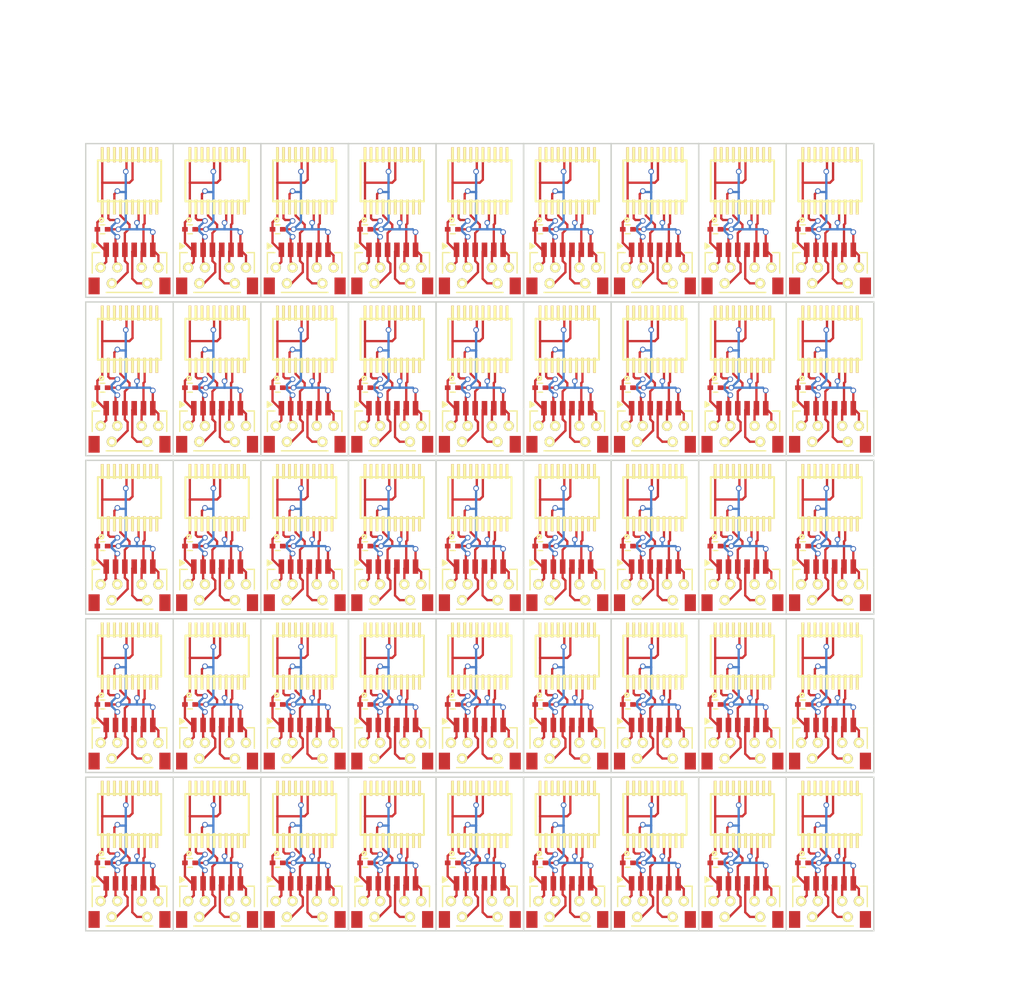
<source format=kicad_pcb>
(kicad_pcb (version 20171130) (host pcbnew 5.0.0-rc2-dev-unknown-c6ef0d5~62~ubuntu16.04.1)
  (layers (0 F.Cu signal) (31 B.Cu signal) (34 B.Paste user) (35 F.Paste user) (36 B.SilkS user) (37 F.SilkS user) (38 B.Mask user) (39 F.Mask user) (44 Edge.Cuts user))
  (net 0 "")
  (net 1 GND)
  (net 2 "Net-(AS5306A1-Pad16)")
  (net 3 "Net-(AS5306A1-Pad8)")
  (net 4 "Net-(AS5306A1-Pad2)")
  (net 5 "Net-(AS5306A1-Pad4)")
  (net 6 "Net-(SM06B1-Pad4)")
  (module user:SM06B-SRSS-TB (layer F.Cu) (at 177.486 60.5)
    (fp_text reference SM06B111111121 hide)
    (fp_text value SM06B-SRSS-TB hide)
    (pad 5 smd rect (at 4 0) (size 0.6 1.55) (layers F.Cu F.Paste F.Mask) (net 3 "Net-(AS5306A1-Pad8)"))
    (pad 6 smd rect (at 5 0) (size 0.6 1.55) (layers F.Cu F.Paste F.Mask) (net 2 "Net-(AS5306A1-Pad16)"))
    (pad 3 smd rect (at 2 0) (size 0.6 1.55) (layers F.Cu F.Paste F.Mask) (net 5 "Net-(AS5306A1-Pad4)"))
    (pad 4 smd rect (at 3 0) (size 0.6 1.55) (layers F.Cu F.Paste F.Mask) (net 6 "Net-(SM06B1-Pad4)"))
    (pad 2 smd rect (at 1 0) (size 0.6 1.55) (layers F.Cu F.Paste F.Mask) (net 4 "Net-(AS5306A1-Pad2)"))
    (pad "" smd rect (at -1.3 3.875) (size 1.2 1.8) (layers F.Cu F.Paste F.Mask))
    (pad "" smd rect (at 6.3 3.875) (size 1.2 1.8) (layers F.Cu F.Paste F.Mask))
    (pad 1 smd rect (at 0 0) (size 0.6 1.55) (layers F.Cu F.Paste F.Mask) (net 1 GND))
    (pad 3 thru_hole circle (at 0.6 3.6) (size 1.1 1.1) (drill 0.6) (layers *.Cu *.Mask F.SilkS) (net 5 "Net-(AS5306A1-Pad4)"))
    (pad 4 thru_hole circle (at 4.4 3.6) (size 1.1 1.1) (drill 0.6) (layers *.Cu *.Mask F.SilkS) (net 6 "Net-(SM06B1-Pad4)"))
    (pad 5 thru_hole circle (at 3.8 1.9) (size 1.1 1.1) (drill 0.6) (layers *.Cu *.Mask F.SilkS) (net 3 "Net-(AS5306A1-Pad8)"))
    (pad 6 thru_hole circle (at 5.6 1.9) (size 1.1 1.1) (drill 0.6) (layers *.Cu *.Mask F.SilkS) (net 2 "Net-(AS5306A1-Pad16)"))
    (pad 2 thru_hole circle (at 1.2 1.9) (size 1.1 1.1) (drill 0.6) (layers *.Cu *.Mask F.SilkS) (net 4 "Net-(AS5306A1-Pad2)"))
    (pad 1 thru_hole circle (at -0.6 1.9) (size 1.1 1.1) (drill 0.6) (layers *.Cu *.Mask F.SilkS) (net 1 GND))
  )
  (module sop:TSSOP20 (layer F.Cu) (at 170.586 87.1 90)
    (fp_text reference AS5306A111111113 hide)
    (fp_text value AS5306A hide)
    (pad 19 smd rect (at 2.8 -2.275 90) (size 1.6 0.3) (layers F.Cu F.Paste F.SilkS F.Mask))
    (pad 20 smd rect (at 2.8 -2.925 90) (size 1.6 0.3) (layers F.Cu F.Paste F.SilkS F.Mask) (net 1 GND))
    (pad 18 smd rect (at 2.8 -1.625 90) (size 1.6 0.3) (layers F.Cu F.Paste F.SilkS F.Mask))
    (pad 17 smd rect (at 2.8 -0.975 90) (size 1.6 0.3) (layers F.Cu F.Paste F.SilkS F.Mask))
    (pad 16 smd rect (at 2.8 -0.325 90) (size 1.6 0.3) (layers F.Cu F.Paste F.SilkS F.Mask) (net 2 "Net-(AS5306A1-Pad16)"))
    (pad 15 smd rect (at 2.8 0.325 90) (size 1.6 0.3) (layers F.Cu F.Paste F.SilkS F.Mask) (net 1 GND))
    (pad 14 smd rect (at 2.8 0.975 90) (size 1.6 0.3) (layers F.Cu F.Paste F.SilkS F.Mask))
    (pad 13 smd rect (at 2.8 1.625 90) (size 1.6 0.3) (layers F.Cu F.Paste F.SilkS F.Mask))
    (pad 10 smd rect (at -2.8 2.925 90) (size 1.6 0.3) (layers F.Cu F.Paste F.SilkS F.Mask))
    (pad 9 smd rect (at -2.8 2.275 90) (size 1.6 0.3) (layers F.Cu F.Paste F.SilkS F.Mask))
    (pad 8 smd rect (at -2.8 1.625 90) (size 1.6 0.3) (layers F.Cu F.Paste F.SilkS F.Mask) (net 3 "Net-(AS5306A1-Pad8)"))
    (pad 7 smd rect (at -2.8 0.975 90) (size 1.6 0.3) (layers F.Cu F.Paste F.SilkS F.Mask) (net 2 "Net-(AS5306A1-Pad16)"))
    (pad 1 smd rect (at -2.8 -2.925 90) (size 1.6 0.3) (layers F.Cu F.Paste F.SilkS F.Mask) (net 1 GND))
    (pad 2 smd rect (at -2.8 -2.275 90) (size 1.6 0.3) (layers F.Cu F.Paste F.SilkS F.Mask) (net 4 "Net-(AS5306A1-Pad2)"))
    (pad 3 smd rect (at -2.8 -1.625 90) (size 1.6 0.3) (layers F.Cu F.Paste F.SilkS F.Mask) (net 2 "Net-(AS5306A1-Pad16)"))
    (pad 4 smd rect (at -2.8 -0.975 90) (size 1.6 0.3) (layers F.Cu F.Paste F.SilkS F.Mask) (net 5 "Net-(AS5306A1-Pad4)"))
    (pad 5 smd rect (at -2.8 -0.325 90) (size 1.6 0.3) (layers F.Cu F.Paste F.SilkS F.Mask))
    (pad 6 smd rect (at -2.8 0.325 90) (size 1.6 0.3) (layers F.Cu F.Paste F.SilkS F.Mask))
    (pad 12 smd rect (at 2.8 2.275 90) (size 1.6 0.3) (layers F.Cu F.Paste F.SilkS F.Mask))
    (pad 11 smd rect (at 2.8 2.925 90) (size 1.6 0.3) (layers F.Cu F.Paste F.SilkS F.Mask))
  )
  (module Capacitors_SMD:C_0402 (layer F.Cu) (at 167.686 109.3)
    (fp_text reference C111111114 hide)
    (fp_text value 0.1uF hide)
    (pad 1 smd rect (at -0.55 0) (size 0.6 0.5) (layers F.Cu F.Paste F.Mask) (net 1 GND))
    (pad 2 smd rect (at 0.55 0) (size 0.6 0.5) (layers F.Cu F.Paste F.Mask) (net 2 "Net-(AS5306A1-Pad16)"))
  )
  (module user:SM06B-SRSS-TB (layer F.Cu) (at 177.486 128.5)
    (fp_text reference SM06B111111125 hide)
    (fp_text value SM06B-SRSS-TB hide)
    (pad 5 smd rect (at 4 0) (size 0.6 1.55) (layers F.Cu F.Paste F.Mask) (net 3 "Net-(AS5306A1-Pad8)"))
    (pad 6 smd rect (at 5 0) (size 0.6 1.55) (layers F.Cu F.Paste F.Mask) (net 2 "Net-(AS5306A1-Pad16)"))
    (pad 3 smd rect (at 2 0) (size 0.6 1.55) (layers F.Cu F.Paste F.Mask) (net 5 "Net-(AS5306A1-Pad4)"))
    (pad 4 smd rect (at 3 0) (size 0.6 1.55) (layers F.Cu F.Paste F.Mask) (net 6 "Net-(SM06B1-Pad4)"))
    (pad 2 smd rect (at 1 0) (size 0.6 1.55) (layers F.Cu F.Paste F.Mask) (net 4 "Net-(AS5306A1-Pad2)"))
    (pad "" smd rect (at -1.3 3.875) (size 1.2 1.8) (layers F.Cu F.Paste F.Mask))
    (pad "" smd rect (at 6.3 3.875) (size 1.2 1.8) (layers F.Cu F.Paste F.Mask))
    (pad 1 smd rect (at 0 0) (size 0.6 1.55) (layers F.Cu F.Paste F.Mask) (net 1 GND))
    (pad 3 thru_hole circle (at 0.6 3.6) (size 1.1 1.1) (drill 0.6) (layers *.Cu *.Mask F.SilkS) (net 5 "Net-(AS5306A1-Pad4)"))
    (pad 4 thru_hole circle (at 4.4 3.6) (size 1.1 1.1) (drill 0.6) (layers *.Cu *.Mask F.SilkS) (net 6 "Net-(SM06B1-Pad4)"))
    (pad 5 thru_hole circle (at 3.8 1.9) (size 1.1 1.1) (drill 0.6) (layers *.Cu *.Mask F.SilkS) (net 3 "Net-(AS5306A1-Pad8)"))
    (pad 6 thru_hole circle (at 5.6 1.9) (size 1.1 1.1) (drill 0.6) (layers *.Cu *.Mask F.SilkS) (net 2 "Net-(AS5306A1-Pad16)"))
    (pad 2 thru_hole circle (at 1.2 1.9) (size 1.1 1.1) (drill 0.6) (layers *.Cu *.Mask F.SilkS) (net 4 "Net-(AS5306A1-Pad2)"))
    (pad 1 thru_hole circle (at -0.6 1.9) (size 1.1 1.1) (drill 0.6) (layers *.Cu *.Mask F.SilkS) (net 1 GND))
  )
  (module Capacitors_SMD:C_0402 (layer F.Cu) (at 167.686 75.3)
    (fp_text reference C111111112 hide)
    (fp_text value 0.1uF hide)
    (pad 1 smd rect (at -0.55 0) (size 0.6 0.5) (layers F.Cu F.Paste F.Mask) (net 1 GND))
    (pad 2 smd rect (at 0.55 0) (size 0.6 0.5) (layers F.Cu F.Paste F.Mask) (net 2 "Net-(AS5306A1-Pad16)"))
  )
  (module Capacitors_SMD:C_0402 (layer F.Cu) (at 177.086 75.3)
    (fp_text reference C111111122 hide)
    (fp_text value 0.1uF hide)
    (pad 1 smd rect (at -0.55 0) (size 0.6 0.5) (layers F.Cu F.Paste F.Mask) (net 1 GND))
    (pad 2 smd rect (at 0.55 0) (size 0.6 0.5) (layers F.Cu F.Paste F.Mask) (net 2 "Net-(AS5306A1-Pad16)"))
  )
  (module user:SM06B-SRSS-TB (layer F.Cu) (at 177.486 77.5)
    (fp_text reference SM06B111111122 hide)
    (fp_text value SM06B-SRSS-TB hide)
    (pad 5 smd rect (at 4 0) (size 0.6 1.55) (layers F.Cu F.Paste F.Mask) (net 3 "Net-(AS5306A1-Pad8)"))
    (pad 6 smd rect (at 5 0) (size 0.6 1.55) (layers F.Cu F.Paste F.Mask) (net 2 "Net-(AS5306A1-Pad16)"))
    (pad 3 smd rect (at 2 0) (size 0.6 1.55) (layers F.Cu F.Paste F.Mask) (net 5 "Net-(AS5306A1-Pad4)"))
    (pad 4 smd rect (at 3 0) (size 0.6 1.55) (layers F.Cu F.Paste F.Mask) (net 6 "Net-(SM06B1-Pad4)"))
    (pad 2 smd rect (at 1 0) (size 0.6 1.55) (layers F.Cu F.Paste F.Mask) (net 4 "Net-(AS5306A1-Pad2)"))
    (pad "" smd rect (at -1.3 3.875) (size 1.2 1.8) (layers F.Cu F.Paste F.Mask))
    (pad "" smd rect (at 6.3 3.875) (size 1.2 1.8) (layers F.Cu F.Paste F.Mask))
    (pad 1 smd rect (at 0 0) (size 0.6 1.55) (layers F.Cu F.Paste F.Mask) (net 1 GND))
    (pad 3 thru_hole circle (at 0.6 3.6) (size 1.1 1.1) (drill 0.6) (layers *.Cu *.Mask F.SilkS) (net 5 "Net-(AS5306A1-Pad4)"))
    (pad 4 thru_hole circle (at 4.4 3.6) (size 1.1 1.1) (drill 0.6) (layers *.Cu *.Mask F.SilkS) (net 6 "Net-(SM06B1-Pad4)"))
    (pad 5 thru_hole circle (at 3.8 1.9) (size 1.1 1.1) (drill 0.6) (layers *.Cu *.Mask F.SilkS) (net 3 "Net-(AS5306A1-Pad8)"))
    (pad 6 thru_hole circle (at 5.6 1.9) (size 1.1 1.1) (drill 0.6) (layers *.Cu *.Mask F.SilkS) (net 2 "Net-(AS5306A1-Pad16)"))
    (pad 2 thru_hole circle (at 1.2 1.9) (size 1.1 1.1) (drill 0.6) (layers *.Cu *.Mask F.SilkS) (net 4 "Net-(AS5306A1-Pad2)"))
    (pad 1 thru_hole circle (at -0.6 1.9) (size 1.1 1.1) (drill 0.6) (layers *.Cu *.Mask F.SilkS) (net 1 GND))
  )
  (module sop:TSSOP20 (layer F.Cu) (at 179.986 104.1 90)
    (fp_text reference AS5306A111111124 hide)
    (fp_text value AS5306A hide)
    (pad 19 smd rect (at 2.8 -2.275 90) (size 1.6 0.3) (layers F.Cu F.Paste F.SilkS F.Mask))
    (pad 20 smd rect (at 2.8 -2.925 90) (size 1.6 0.3) (layers F.Cu F.Paste F.SilkS F.Mask) (net 1 GND))
    (pad 18 smd rect (at 2.8 -1.625 90) (size 1.6 0.3) (layers F.Cu F.Paste F.SilkS F.Mask))
    (pad 17 smd rect (at 2.8 -0.975 90) (size 1.6 0.3) (layers F.Cu F.Paste F.SilkS F.Mask))
    (pad 16 smd rect (at 2.8 -0.325 90) (size 1.6 0.3) (layers F.Cu F.Paste F.SilkS F.Mask) (net 2 "Net-(AS5306A1-Pad16)"))
    (pad 15 smd rect (at 2.8 0.325 90) (size 1.6 0.3) (layers F.Cu F.Paste F.SilkS F.Mask) (net 1 GND))
    (pad 14 smd rect (at 2.8 0.975 90) (size 1.6 0.3) (layers F.Cu F.Paste F.SilkS F.Mask))
    (pad 13 smd rect (at 2.8 1.625 90) (size 1.6 0.3) (layers F.Cu F.Paste F.SilkS F.Mask))
    (pad 10 smd rect (at -2.8 2.925 90) (size 1.6 0.3) (layers F.Cu F.Paste F.SilkS F.Mask))
    (pad 9 smd rect (at -2.8 2.275 90) (size 1.6 0.3) (layers F.Cu F.Paste F.SilkS F.Mask))
    (pad 8 smd rect (at -2.8 1.625 90) (size 1.6 0.3) (layers F.Cu F.Paste F.SilkS F.Mask) (net 3 "Net-(AS5306A1-Pad8)"))
    (pad 7 smd rect (at -2.8 0.975 90) (size 1.6 0.3) (layers F.Cu F.Paste F.SilkS F.Mask) (net 2 "Net-(AS5306A1-Pad16)"))
    (pad 1 smd rect (at -2.8 -2.925 90) (size 1.6 0.3) (layers F.Cu F.Paste F.SilkS F.Mask) (net 1 GND))
    (pad 2 smd rect (at -2.8 -2.275 90) (size 1.6 0.3) (layers F.Cu F.Paste F.SilkS F.Mask) (net 4 "Net-(AS5306A1-Pad2)"))
    (pad 3 smd rect (at -2.8 -1.625 90) (size 1.6 0.3) (layers F.Cu F.Paste F.SilkS F.Mask) (net 2 "Net-(AS5306A1-Pad16)"))
    (pad 4 smd rect (at -2.8 -0.975 90) (size 1.6 0.3) (layers F.Cu F.Paste F.SilkS F.Mask) (net 5 "Net-(AS5306A1-Pad4)"))
    (pad 5 smd rect (at -2.8 -0.325 90) (size 1.6 0.3) (layers F.Cu F.Paste F.SilkS F.Mask))
    (pad 6 smd rect (at -2.8 0.325 90) (size 1.6 0.3) (layers F.Cu F.Paste F.SilkS F.Mask))
    (pad 12 smd rect (at 2.8 2.275 90) (size 1.6 0.3) (layers F.Cu F.Paste F.SilkS F.Mask))
    (pad 11 smd rect (at 2.8 2.925 90) (size 1.6 0.3) (layers F.Cu F.Paste F.SilkS F.Mask))
  )
  (module sop:TSSOP20 (layer F.Cu) (at 179.986 53.1 90)
    (fp_text reference AS5306A111111121 hide)
    (fp_text value AS5306A hide)
    (pad 19 smd rect (at 2.8 -2.275 90) (size 1.6 0.3) (layers F.Cu F.Paste F.SilkS F.Mask))
    (pad 20 smd rect (at 2.8 -2.925 90) (size 1.6 0.3) (layers F.Cu F.Paste F.SilkS F.Mask) (net 1 GND))
    (pad 18 smd rect (at 2.8 -1.625 90) (size 1.6 0.3) (layers F.Cu F.Paste F.SilkS F.Mask))
    (pad 17 smd rect (at 2.8 -0.975 90) (size 1.6 0.3) (layers F.Cu F.Paste F.SilkS F.Mask))
    (pad 16 smd rect (at 2.8 -0.325 90) (size 1.6 0.3) (layers F.Cu F.Paste F.SilkS F.Mask) (net 2 "Net-(AS5306A1-Pad16)"))
    (pad 15 smd rect (at 2.8 0.325 90) (size 1.6 0.3) (layers F.Cu F.Paste F.SilkS F.Mask) (net 1 GND))
    (pad 14 smd rect (at 2.8 0.975 90) (size 1.6 0.3) (layers F.Cu F.Paste F.SilkS F.Mask))
    (pad 13 smd rect (at 2.8 1.625 90) (size 1.6 0.3) (layers F.Cu F.Paste F.SilkS F.Mask))
    (pad 10 smd rect (at -2.8 2.925 90) (size 1.6 0.3) (layers F.Cu F.Paste F.SilkS F.Mask))
    (pad 9 smd rect (at -2.8 2.275 90) (size 1.6 0.3) (layers F.Cu F.Paste F.SilkS F.Mask))
    (pad 8 smd rect (at -2.8 1.625 90) (size 1.6 0.3) (layers F.Cu F.Paste F.SilkS F.Mask) (net 3 "Net-(AS5306A1-Pad8)"))
    (pad 7 smd rect (at -2.8 0.975 90) (size 1.6 0.3) (layers F.Cu F.Paste F.SilkS F.Mask) (net 2 "Net-(AS5306A1-Pad16)"))
    (pad 1 smd rect (at -2.8 -2.925 90) (size 1.6 0.3) (layers F.Cu F.Paste F.SilkS F.Mask) (net 1 GND))
    (pad 2 smd rect (at -2.8 -2.275 90) (size 1.6 0.3) (layers F.Cu F.Paste F.SilkS F.Mask) (net 4 "Net-(AS5306A1-Pad2)"))
    (pad 3 smd rect (at -2.8 -1.625 90) (size 1.6 0.3) (layers F.Cu F.Paste F.SilkS F.Mask) (net 2 "Net-(AS5306A1-Pad16)"))
    (pad 4 smd rect (at -2.8 -0.975 90) (size 1.6 0.3) (layers F.Cu F.Paste F.SilkS F.Mask) (net 5 "Net-(AS5306A1-Pad4)"))
    (pad 5 smd rect (at -2.8 -0.325 90) (size 1.6 0.3) (layers F.Cu F.Paste F.SilkS F.Mask))
    (pad 6 smd rect (at -2.8 0.325 90) (size 1.6 0.3) (layers F.Cu F.Paste F.SilkS F.Mask))
    (pad 12 smd rect (at 2.8 2.275 90) (size 1.6 0.3) (layers F.Cu F.Paste F.SilkS F.Mask))
    (pad 11 smd rect (at 2.8 2.925 90) (size 1.6 0.3) (layers F.Cu F.Paste F.SilkS F.Mask))
  )
  (module sop:TSSOP20 (layer F.Cu) (at 179.986 121.1 90)
    (fp_text reference AS5306A111111125 hide)
    (fp_text value AS5306A hide)
    (pad 19 smd rect (at 2.8 -2.275 90) (size 1.6 0.3) (layers F.Cu F.Paste F.SilkS F.Mask))
    (pad 20 smd rect (at 2.8 -2.925 90) (size 1.6 0.3) (layers F.Cu F.Paste F.SilkS F.Mask) (net 1 GND))
    (pad 18 smd rect (at 2.8 -1.625 90) (size 1.6 0.3) (layers F.Cu F.Paste F.SilkS F.Mask))
    (pad 17 smd rect (at 2.8 -0.975 90) (size 1.6 0.3) (layers F.Cu F.Paste F.SilkS F.Mask))
    (pad 16 smd rect (at 2.8 -0.325 90) (size 1.6 0.3) (layers F.Cu F.Paste F.SilkS F.Mask) (net 2 "Net-(AS5306A1-Pad16)"))
    (pad 15 smd rect (at 2.8 0.325 90) (size 1.6 0.3) (layers F.Cu F.Paste F.SilkS F.Mask) (net 1 GND))
    (pad 14 smd rect (at 2.8 0.975 90) (size 1.6 0.3) (layers F.Cu F.Paste F.SilkS F.Mask))
    (pad 13 smd rect (at 2.8 1.625 90) (size 1.6 0.3) (layers F.Cu F.Paste F.SilkS F.Mask))
    (pad 10 smd rect (at -2.8 2.925 90) (size 1.6 0.3) (layers F.Cu F.Paste F.SilkS F.Mask))
    (pad 9 smd rect (at -2.8 2.275 90) (size 1.6 0.3) (layers F.Cu F.Paste F.SilkS F.Mask))
    (pad 8 smd rect (at -2.8 1.625 90) (size 1.6 0.3) (layers F.Cu F.Paste F.SilkS F.Mask) (net 3 "Net-(AS5306A1-Pad8)"))
    (pad 7 smd rect (at -2.8 0.975 90) (size 1.6 0.3) (layers F.Cu F.Paste F.SilkS F.Mask) (net 2 "Net-(AS5306A1-Pad16)"))
    (pad 1 smd rect (at -2.8 -2.925 90) (size 1.6 0.3) (layers F.Cu F.Paste F.SilkS F.Mask) (net 1 GND))
    (pad 2 smd rect (at -2.8 -2.275 90) (size 1.6 0.3) (layers F.Cu F.Paste F.SilkS F.Mask) (net 4 "Net-(AS5306A1-Pad2)"))
    (pad 3 smd rect (at -2.8 -1.625 90) (size 1.6 0.3) (layers F.Cu F.Paste F.SilkS F.Mask) (net 2 "Net-(AS5306A1-Pad16)"))
    (pad 4 smd rect (at -2.8 -0.975 90) (size 1.6 0.3) (layers F.Cu F.Paste F.SilkS F.Mask) (net 5 "Net-(AS5306A1-Pad4)"))
    (pad 5 smd rect (at -2.8 -0.325 90) (size 1.6 0.3) (layers F.Cu F.Paste F.SilkS F.Mask))
    (pad 6 smd rect (at -2.8 0.325 90) (size 1.6 0.3) (layers F.Cu F.Paste F.SilkS F.Mask))
    (pad 12 smd rect (at 2.8 2.275 90) (size 1.6 0.3) (layers F.Cu F.Paste F.SilkS F.Mask))
    (pad 11 smd rect (at 2.8 2.925 90) (size 1.6 0.3) (layers F.Cu F.Paste F.SilkS F.Mask))
  )
  (module sop:TSSOP20 (layer F.Cu) (at 170.586 121.1 90)
    (fp_text reference AS5306A111111115 hide)
    (fp_text value AS5306A hide)
    (pad 19 smd rect (at 2.8 -2.275 90) (size 1.6 0.3) (layers F.Cu F.Paste F.SilkS F.Mask))
    (pad 20 smd rect (at 2.8 -2.925 90) (size 1.6 0.3) (layers F.Cu F.Paste F.SilkS F.Mask) (net 1 GND))
    (pad 18 smd rect (at 2.8 -1.625 90) (size 1.6 0.3) (layers F.Cu F.Paste F.SilkS F.Mask))
    (pad 17 smd rect (at 2.8 -0.975 90) (size 1.6 0.3) (layers F.Cu F.Paste F.SilkS F.Mask))
    (pad 16 smd rect (at 2.8 -0.325 90) (size 1.6 0.3) (layers F.Cu F.Paste F.SilkS F.Mask) (net 2 "Net-(AS5306A1-Pad16)"))
    (pad 15 smd rect (at 2.8 0.325 90) (size 1.6 0.3) (layers F.Cu F.Paste F.SilkS F.Mask) (net 1 GND))
    (pad 14 smd rect (at 2.8 0.975 90) (size 1.6 0.3) (layers F.Cu F.Paste F.SilkS F.Mask))
    (pad 13 smd rect (at 2.8 1.625 90) (size 1.6 0.3) (layers F.Cu F.Paste F.SilkS F.Mask))
    (pad 10 smd rect (at -2.8 2.925 90) (size 1.6 0.3) (layers F.Cu F.Paste F.SilkS F.Mask))
    (pad 9 smd rect (at -2.8 2.275 90) (size 1.6 0.3) (layers F.Cu F.Paste F.SilkS F.Mask))
    (pad 8 smd rect (at -2.8 1.625 90) (size 1.6 0.3) (layers F.Cu F.Paste F.SilkS F.Mask) (net 3 "Net-(AS5306A1-Pad8)"))
    (pad 7 smd rect (at -2.8 0.975 90) (size 1.6 0.3) (layers F.Cu F.Paste F.SilkS F.Mask) (net 2 "Net-(AS5306A1-Pad16)"))
    (pad 1 smd rect (at -2.8 -2.925 90) (size 1.6 0.3) (layers F.Cu F.Paste F.SilkS F.Mask) (net 1 GND))
    (pad 2 smd rect (at -2.8 -2.275 90) (size 1.6 0.3) (layers F.Cu F.Paste F.SilkS F.Mask) (net 4 "Net-(AS5306A1-Pad2)"))
    (pad 3 smd rect (at -2.8 -1.625 90) (size 1.6 0.3) (layers F.Cu F.Paste F.SilkS F.Mask) (net 2 "Net-(AS5306A1-Pad16)"))
    (pad 4 smd rect (at -2.8 -0.975 90) (size 1.6 0.3) (layers F.Cu F.Paste F.SilkS F.Mask) (net 5 "Net-(AS5306A1-Pad4)"))
    (pad 5 smd rect (at -2.8 -0.325 90) (size 1.6 0.3) (layers F.Cu F.Paste F.SilkS F.Mask))
    (pad 6 smd rect (at -2.8 0.325 90) (size 1.6 0.3) (layers F.Cu F.Paste F.SilkS F.Mask))
    (pad 12 smd rect (at 2.8 2.275 90) (size 1.6 0.3) (layers F.Cu F.Paste F.SilkS F.Mask))
    (pad 11 smd rect (at 2.8 2.925 90) (size 1.6 0.3) (layers F.Cu F.Paste F.SilkS F.Mask))
  )
  (module sop:TSSOP20 (layer F.Cu) (at 179.986 87.1 90)
    (fp_text reference AS5306A111111123 hide)
    (fp_text value AS5306A hide)
    (pad 19 smd rect (at 2.8 -2.275 90) (size 1.6 0.3) (layers F.Cu F.Paste F.SilkS F.Mask))
    (pad 20 smd rect (at 2.8 -2.925 90) (size 1.6 0.3) (layers F.Cu F.Paste F.SilkS F.Mask) (net 1 GND))
    (pad 18 smd rect (at 2.8 -1.625 90) (size 1.6 0.3) (layers F.Cu F.Paste F.SilkS F.Mask))
    (pad 17 smd rect (at 2.8 -0.975 90) (size 1.6 0.3) (layers F.Cu F.Paste F.SilkS F.Mask))
    (pad 16 smd rect (at 2.8 -0.325 90) (size 1.6 0.3) (layers F.Cu F.Paste F.SilkS F.Mask) (net 2 "Net-(AS5306A1-Pad16)"))
    (pad 15 smd rect (at 2.8 0.325 90) (size 1.6 0.3) (layers F.Cu F.Paste F.SilkS F.Mask) (net 1 GND))
    (pad 14 smd rect (at 2.8 0.975 90) (size 1.6 0.3) (layers F.Cu F.Paste F.SilkS F.Mask))
    (pad 13 smd rect (at 2.8 1.625 90) (size 1.6 0.3) (layers F.Cu F.Paste F.SilkS F.Mask))
    (pad 10 smd rect (at -2.8 2.925 90) (size 1.6 0.3) (layers F.Cu F.Paste F.SilkS F.Mask))
    (pad 9 smd rect (at -2.8 2.275 90) (size 1.6 0.3) (layers F.Cu F.Paste F.SilkS F.Mask))
    (pad 8 smd rect (at -2.8 1.625 90) (size 1.6 0.3) (layers F.Cu F.Paste F.SilkS F.Mask) (net 3 "Net-(AS5306A1-Pad8)"))
    (pad 7 smd rect (at -2.8 0.975 90) (size 1.6 0.3) (layers F.Cu F.Paste F.SilkS F.Mask) (net 2 "Net-(AS5306A1-Pad16)"))
    (pad 1 smd rect (at -2.8 -2.925 90) (size 1.6 0.3) (layers F.Cu F.Paste F.SilkS F.Mask) (net 1 GND))
    (pad 2 smd rect (at -2.8 -2.275 90) (size 1.6 0.3) (layers F.Cu F.Paste F.SilkS F.Mask) (net 4 "Net-(AS5306A1-Pad2)"))
    (pad 3 smd rect (at -2.8 -1.625 90) (size 1.6 0.3) (layers F.Cu F.Paste F.SilkS F.Mask) (net 2 "Net-(AS5306A1-Pad16)"))
    (pad 4 smd rect (at -2.8 -0.975 90) (size 1.6 0.3) (layers F.Cu F.Paste F.SilkS F.Mask) (net 5 "Net-(AS5306A1-Pad4)"))
    (pad 5 smd rect (at -2.8 -0.325 90) (size 1.6 0.3) (layers F.Cu F.Paste F.SilkS F.Mask))
    (pad 6 smd rect (at -2.8 0.325 90) (size 1.6 0.3) (layers F.Cu F.Paste F.SilkS F.Mask))
    (pad 12 smd rect (at 2.8 2.275 90) (size 1.6 0.3) (layers F.Cu F.Paste F.SilkS F.Mask))
    (pad 11 smd rect (at 2.8 2.925 90) (size 1.6 0.3) (layers F.Cu F.Paste F.SilkS F.Mask))
  )
  (module sop:TSSOP20 (layer F.Cu) (at 179.986 70.1 90)
    (fp_text reference AS5306A111111122 hide)
    (fp_text value AS5306A hide)
    (pad 19 smd rect (at 2.8 -2.275 90) (size 1.6 0.3) (layers F.Cu F.Paste F.SilkS F.Mask))
    (pad 20 smd rect (at 2.8 -2.925 90) (size 1.6 0.3) (layers F.Cu F.Paste F.SilkS F.Mask) (net 1 GND))
    (pad 18 smd rect (at 2.8 -1.625 90) (size 1.6 0.3) (layers F.Cu F.Paste F.SilkS F.Mask))
    (pad 17 smd rect (at 2.8 -0.975 90) (size 1.6 0.3) (layers F.Cu F.Paste F.SilkS F.Mask))
    (pad 16 smd rect (at 2.8 -0.325 90) (size 1.6 0.3) (layers F.Cu F.Paste F.SilkS F.Mask) (net 2 "Net-(AS5306A1-Pad16)"))
    (pad 15 smd rect (at 2.8 0.325 90) (size 1.6 0.3) (layers F.Cu F.Paste F.SilkS F.Mask) (net 1 GND))
    (pad 14 smd rect (at 2.8 0.975 90) (size 1.6 0.3) (layers F.Cu F.Paste F.SilkS F.Mask))
    (pad 13 smd rect (at 2.8 1.625 90) (size 1.6 0.3) (layers F.Cu F.Paste F.SilkS F.Mask))
    (pad 10 smd rect (at -2.8 2.925 90) (size 1.6 0.3) (layers F.Cu F.Paste F.SilkS F.Mask))
    (pad 9 smd rect (at -2.8 2.275 90) (size 1.6 0.3) (layers F.Cu F.Paste F.SilkS F.Mask))
    (pad 8 smd rect (at -2.8 1.625 90) (size 1.6 0.3) (layers F.Cu F.Paste F.SilkS F.Mask) (net 3 "Net-(AS5306A1-Pad8)"))
    (pad 7 smd rect (at -2.8 0.975 90) (size 1.6 0.3) (layers F.Cu F.Paste F.SilkS F.Mask) (net 2 "Net-(AS5306A1-Pad16)"))
    (pad 1 smd rect (at -2.8 -2.925 90) (size 1.6 0.3) (layers F.Cu F.Paste F.SilkS F.Mask) (net 1 GND))
    (pad 2 smd rect (at -2.8 -2.275 90) (size 1.6 0.3) (layers F.Cu F.Paste F.SilkS F.Mask) (net 4 "Net-(AS5306A1-Pad2)"))
    (pad 3 smd rect (at -2.8 -1.625 90) (size 1.6 0.3) (layers F.Cu F.Paste F.SilkS F.Mask) (net 2 "Net-(AS5306A1-Pad16)"))
    (pad 4 smd rect (at -2.8 -0.975 90) (size 1.6 0.3) (layers F.Cu F.Paste F.SilkS F.Mask) (net 5 "Net-(AS5306A1-Pad4)"))
    (pad 5 smd rect (at -2.8 -0.325 90) (size 1.6 0.3) (layers F.Cu F.Paste F.SilkS F.Mask))
    (pad 6 smd rect (at -2.8 0.325 90) (size 1.6 0.3) (layers F.Cu F.Paste F.SilkS F.Mask))
    (pad 12 smd rect (at 2.8 2.275 90) (size 1.6 0.3) (layers F.Cu F.Paste F.SilkS F.Mask))
    (pad 11 smd rect (at 2.8 2.925 90) (size 1.6 0.3) (layers F.Cu F.Paste F.SilkS F.Mask))
  )
  (module Capacitors_SMD:C_0402 (layer F.Cu) (at 177.086 58.3)
    (fp_text reference C111111121 hide)
    (fp_text value 0.1uF hide)
    (pad 1 smd rect (at -0.55 0) (size 0.6 0.5) (layers F.Cu F.Paste F.Mask) (net 1 GND))
    (pad 2 smd rect (at 0.55 0) (size 0.6 0.5) (layers F.Cu F.Paste F.Mask) (net 2 "Net-(AS5306A1-Pad16)"))
  )
  (module Capacitors_SMD:C_0402 (layer F.Cu) (at 177.086 126.3)
    (fp_text reference C111111125 hide)
    (fp_text value 0.1uF hide)
    (pad 1 smd rect (at -0.55 0) (size 0.6 0.5) (layers F.Cu F.Paste F.Mask) (net 1 GND))
    (pad 2 smd rect (at 0.55 0) (size 0.6 0.5) (layers F.Cu F.Paste F.Mask) (net 2 "Net-(AS5306A1-Pad16)"))
  )
  (module sop:TSSOP20 (layer F.Cu) (at 170.586 104.1 90)
    (fp_text reference AS5306A111111114 hide)
    (fp_text value AS5306A hide)
    (pad 19 smd rect (at 2.8 -2.275 90) (size 1.6 0.3) (layers F.Cu F.Paste F.SilkS F.Mask))
    (pad 20 smd rect (at 2.8 -2.925 90) (size 1.6 0.3) (layers F.Cu F.Paste F.SilkS F.Mask) (net 1 GND))
    (pad 18 smd rect (at 2.8 -1.625 90) (size 1.6 0.3) (layers F.Cu F.Paste F.SilkS F.Mask))
    (pad 17 smd rect (at 2.8 -0.975 90) (size 1.6 0.3) (layers F.Cu F.Paste F.SilkS F.Mask))
    (pad 16 smd rect (at 2.8 -0.325 90) (size 1.6 0.3) (layers F.Cu F.Paste F.SilkS F.Mask) (net 2 "Net-(AS5306A1-Pad16)"))
    (pad 15 smd rect (at 2.8 0.325 90) (size 1.6 0.3) (layers F.Cu F.Paste F.SilkS F.Mask) (net 1 GND))
    (pad 14 smd rect (at 2.8 0.975 90) (size 1.6 0.3) (layers F.Cu F.Paste F.SilkS F.Mask))
    (pad 13 smd rect (at 2.8 1.625 90) (size 1.6 0.3) (layers F.Cu F.Paste F.SilkS F.Mask))
    (pad 10 smd rect (at -2.8 2.925 90) (size 1.6 0.3) (layers F.Cu F.Paste F.SilkS F.Mask))
    (pad 9 smd rect (at -2.8 2.275 90) (size 1.6 0.3) (layers F.Cu F.Paste F.SilkS F.Mask))
    (pad 8 smd rect (at -2.8 1.625 90) (size 1.6 0.3) (layers F.Cu F.Paste F.SilkS F.Mask) (net 3 "Net-(AS5306A1-Pad8)"))
    (pad 7 smd rect (at -2.8 0.975 90) (size 1.6 0.3) (layers F.Cu F.Paste F.SilkS F.Mask) (net 2 "Net-(AS5306A1-Pad16)"))
    (pad 1 smd rect (at -2.8 -2.925 90) (size 1.6 0.3) (layers F.Cu F.Paste F.SilkS F.Mask) (net 1 GND))
    (pad 2 smd rect (at -2.8 -2.275 90) (size 1.6 0.3) (layers F.Cu F.Paste F.SilkS F.Mask) (net 4 "Net-(AS5306A1-Pad2)"))
    (pad 3 smd rect (at -2.8 -1.625 90) (size 1.6 0.3) (layers F.Cu F.Paste F.SilkS F.Mask) (net 2 "Net-(AS5306A1-Pad16)"))
    (pad 4 smd rect (at -2.8 -0.975 90) (size 1.6 0.3) (layers F.Cu F.Paste F.SilkS F.Mask) (net 5 "Net-(AS5306A1-Pad4)"))
    (pad 5 smd rect (at -2.8 -0.325 90) (size 1.6 0.3) (layers F.Cu F.Paste F.SilkS F.Mask))
    (pad 6 smd rect (at -2.8 0.325 90) (size 1.6 0.3) (layers F.Cu F.Paste F.SilkS F.Mask))
    (pad 12 smd rect (at 2.8 2.275 90) (size 1.6 0.3) (layers F.Cu F.Paste F.SilkS F.Mask))
    (pad 11 smd rect (at 2.8 2.925 90) (size 1.6 0.3) (layers F.Cu F.Paste F.SilkS F.Mask))
  )
  (module Capacitors_SMD:C_0402 (layer F.Cu) (at 177.086 92.3)
    (fp_text reference C111111123 hide)
    (fp_text value 0.1uF hide)
    (pad 1 smd rect (at -0.55 0) (size 0.6 0.5) (layers F.Cu F.Paste F.Mask) (net 1 GND))
    (pad 2 smd rect (at 0.55 0) (size 0.6 0.5) (layers F.Cu F.Paste F.Mask) (net 2 "Net-(AS5306A1-Pad16)"))
  )
  (module user:SM06B-SRSS-TB (layer F.Cu) (at 168.086 60.5)
    (fp_text reference SM06B111111111 hide)
    (fp_text value SM06B-SRSS-TB hide)
    (pad 5 smd rect (at 4 0) (size 0.6 1.55) (layers F.Cu F.Paste F.Mask) (net 3 "Net-(AS5306A1-Pad8)"))
    (pad 6 smd rect (at 5 0) (size 0.6 1.55) (layers F.Cu F.Paste F.Mask) (net 2 "Net-(AS5306A1-Pad16)"))
    (pad 3 smd rect (at 2 0) (size 0.6 1.55) (layers F.Cu F.Paste F.Mask) (net 5 "Net-(AS5306A1-Pad4)"))
    (pad 4 smd rect (at 3 0) (size 0.6 1.55) (layers F.Cu F.Paste F.Mask) (net 6 "Net-(SM06B1-Pad4)"))
    (pad 2 smd rect (at 1 0) (size 0.6 1.55) (layers F.Cu F.Paste F.Mask) (net 4 "Net-(AS5306A1-Pad2)"))
    (pad "" smd rect (at -1.3 3.875) (size 1.2 1.8) (layers F.Cu F.Paste F.Mask))
    (pad "" smd rect (at 6.3 3.875) (size 1.2 1.8) (layers F.Cu F.Paste F.Mask))
    (pad 1 smd rect (at 0 0) (size 0.6 1.55) (layers F.Cu F.Paste F.Mask) (net 1 GND))
    (pad 3 thru_hole circle (at 0.6 3.6) (size 1.1 1.1) (drill 0.6) (layers *.Cu *.Mask F.SilkS) (net 5 "Net-(AS5306A1-Pad4)"))
    (pad 4 thru_hole circle (at 4.4 3.6) (size 1.1 1.1) (drill 0.6) (layers *.Cu *.Mask F.SilkS) (net 6 "Net-(SM06B1-Pad4)"))
    (pad 5 thru_hole circle (at 3.8 1.9) (size 1.1 1.1) (drill 0.6) (layers *.Cu *.Mask F.SilkS) (net 3 "Net-(AS5306A1-Pad8)"))
    (pad 6 thru_hole circle (at 5.6 1.9) (size 1.1 1.1) (drill 0.6) (layers *.Cu *.Mask F.SilkS) (net 2 "Net-(AS5306A1-Pad16)"))
    (pad 2 thru_hole circle (at 1.2 1.9) (size 1.1 1.1) (drill 0.6) (layers *.Cu *.Mask F.SilkS) (net 4 "Net-(AS5306A1-Pad2)"))
    (pad 1 thru_hole circle (at -0.6 1.9) (size 1.1 1.1) (drill 0.6) (layers *.Cu *.Mask F.SilkS) (net 1 GND))
  )
  (module Capacitors_SMD:C_0402 (layer F.Cu) (at 167.686 58.3)
    (fp_text reference C111111111 hide)
    (fp_text value 0.1uF hide)
    (pad 1 smd rect (at -0.55 0) (size 0.6 0.5) (layers F.Cu F.Paste F.Mask) (net 1 GND))
    (pad 2 smd rect (at 0.55 0) (size 0.6 0.5) (layers F.Cu F.Paste F.Mask) (net 2 "Net-(AS5306A1-Pad16)"))
  )
  (module Capacitors_SMD:C_0402 (layer F.Cu) (at 167.686 92.3)
    (fp_text reference C111111113 hide)
    (fp_text value 0.1uF hide)
    (pad 1 smd rect (at -0.55 0) (size 0.6 0.5) (layers F.Cu F.Paste F.Mask) (net 1 GND))
    (pad 2 smd rect (at 0.55 0) (size 0.6 0.5) (layers F.Cu F.Paste F.Mask) (net 2 "Net-(AS5306A1-Pad16)"))
  )
  (module sop:TSSOP20 (layer F.Cu) (at 170.586 53.1 90)
    (fp_text reference AS5306A111111111 hide)
    (fp_text value AS5306A hide)
    (pad 19 smd rect (at 2.8 -2.275 90) (size 1.6 0.3) (layers F.Cu F.Paste F.SilkS F.Mask))
    (pad 20 smd rect (at 2.8 -2.925 90) (size 1.6 0.3) (layers F.Cu F.Paste F.SilkS F.Mask) (net 1 GND))
    (pad 18 smd rect (at 2.8 -1.625 90) (size 1.6 0.3) (layers F.Cu F.Paste F.SilkS F.Mask))
    (pad 17 smd rect (at 2.8 -0.975 90) (size 1.6 0.3) (layers F.Cu F.Paste F.SilkS F.Mask))
    (pad 16 smd rect (at 2.8 -0.325 90) (size 1.6 0.3) (layers F.Cu F.Paste F.SilkS F.Mask) (net 2 "Net-(AS5306A1-Pad16)"))
    (pad 15 smd rect (at 2.8 0.325 90) (size 1.6 0.3) (layers F.Cu F.Paste F.SilkS F.Mask) (net 1 GND))
    (pad 14 smd rect (at 2.8 0.975 90) (size 1.6 0.3) (layers F.Cu F.Paste F.SilkS F.Mask))
    (pad 13 smd rect (at 2.8 1.625 90) (size 1.6 0.3) (layers F.Cu F.Paste F.SilkS F.Mask))
    (pad 10 smd rect (at -2.8 2.925 90) (size 1.6 0.3) (layers F.Cu F.Paste F.SilkS F.Mask))
    (pad 9 smd rect (at -2.8 2.275 90) (size 1.6 0.3) (layers F.Cu F.Paste F.SilkS F.Mask))
    (pad 8 smd rect (at -2.8 1.625 90) (size 1.6 0.3) (layers F.Cu F.Paste F.SilkS F.Mask) (net 3 "Net-(AS5306A1-Pad8)"))
    (pad 7 smd rect (at -2.8 0.975 90) (size 1.6 0.3) (layers F.Cu F.Paste F.SilkS F.Mask) (net 2 "Net-(AS5306A1-Pad16)"))
    (pad 1 smd rect (at -2.8 -2.925 90) (size 1.6 0.3) (layers F.Cu F.Paste F.SilkS F.Mask) (net 1 GND))
    (pad 2 smd rect (at -2.8 -2.275 90) (size 1.6 0.3) (layers F.Cu F.Paste F.SilkS F.Mask) (net 4 "Net-(AS5306A1-Pad2)"))
    (pad 3 smd rect (at -2.8 -1.625 90) (size 1.6 0.3) (layers F.Cu F.Paste F.SilkS F.Mask) (net 2 "Net-(AS5306A1-Pad16)"))
    (pad 4 smd rect (at -2.8 -0.975 90) (size 1.6 0.3) (layers F.Cu F.Paste F.SilkS F.Mask) (net 5 "Net-(AS5306A1-Pad4)"))
    (pad 5 smd rect (at -2.8 -0.325 90) (size 1.6 0.3) (layers F.Cu F.Paste F.SilkS F.Mask))
    (pad 6 smd rect (at -2.8 0.325 90) (size 1.6 0.3) (layers F.Cu F.Paste F.SilkS F.Mask))
    (pad 12 smd rect (at 2.8 2.275 90) (size 1.6 0.3) (layers F.Cu F.Paste F.SilkS F.Mask))
    (pad 11 smd rect (at 2.8 2.925 90) (size 1.6 0.3) (layers F.Cu F.Paste F.SilkS F.Mask))
  )
  (module user:SM06B-SRSS-TB (layer F.Cu) (at 168.086 77.5)
    (fp_text reference SM06B111111112 hide)
    (fp_text value SM06B-SRSS-TB hide)
    (pad 5 smd rect (at 4 0) (size 0.6 1.55) (layers F.Cu F.Paste F.Mask) (net 3 "Net-(AS5306A1-Pad8)"))
    (pad 6 smd rect (at 5 0) (size 0.6 1.55) (layers F.Cu F.Paste F.Mask) (net 2 "Net-(AS5306A1-Pad16)"))
    (pad 3 smd rect (at 2 0) (size 0.6 1.55) (layers F.Cu F.Paste F.Mask) (net 5 "Net-(AS5306A1-Pad4)"))
    (pad 4 smd rect (at 3 0) (size 0.6 1.55) (layers F.Cu F.Paste F.Mask) (net 6 "Net-(SM06B1-Pad4)"))
    (pad 2 smd rect (at 1 0) (size 0.6 1.55) (layers F.Cu F.Paste F.Mask) (net 4 "Net-(AS5306A1-Pad2)"))
    (pad "" smd rect (at -1.3 3.875) (size 1.2 1.8) (layers F.Cu F.Paste F.Mask))
    (pad "" smd rect (at 6.3 3.875) (size 1.2 1.8) (layers F.Cu F.Paste F.Mask))
    (pad 1 smd rect (at 0 0) (size 0.6 1.55) (layers F.Cu F.Paste F.Mask) (net 1 GND))
    (pad 3 thru_hole circle (at 0.6 3.6) (size 1.1 1.1) (drill 0.6) (layers *.Cu *.Mask F.SilkS) (net 5 "Net-(AS5306A1-Pad4)"))
    (pad 4 thru_hole circle (at 4.4 3.6) (size 1.1 1.1) (drill 0.6) (layers *.Cu *.Mask F.SilkS) (net 6 "Net-(SM06B1-Pad4)"))
    (pad 5 thru_hole circle (at 3.8 1.9) (size 1.1 1.1) (drill 0.6) (layers *.Cu *.Mask F.SilkS) (net 3 "Net-(AS5306A1-Pad8)"))
    (pad 6 thru_hole circle (at 5.6 1.9) (size 1.1 1.1) (drill 0.6) (layers *.Cu *.Mask F.SilkS) (net 2 "Net-(AS5306A1-Pad16)"))
    (pad 2 thru_hole circle (at 1.2 1.9) (size 1.1 1.1) (drill 0.6) (layers *.Cu *.Mask F.SilkS) (net 4 "Net-(AS5306A1-Pad2)"))
    (pad 1 thru_hole circle (at -0.6 1.9) (size 1.1 1.1) (drill 0.6) (layers *.Cu *.Mask F.SilkS) (net 1 GND))
  )
  (module user:SM06B-SRSS-TB (layer F.Cu) (at 168.086 94.5)
    (fp_text reference SM06B111111113 hide)
    (fp_text value SM06B-SRSS-TB hide)
    (pad 5 smd rect (at 4 0) (size 0.6 1.55) (layers F.Cu F.Paste F.Mask) (net 3 "Net-(AS5306A1-Pad8)"))
    (pad 6 smd rect (at 5 0) (size 0.6 1.55) (layers F.Cu F.Paste F.Mask) (net 2 "Net-(AS5306A1-Pad16)"))
    (pad 3 smd rect (at 2 0) (size 0.6 1.55) (layers F.Cu F.Paste F.Mask) (net 5 "Net-(AS5306A1-Pad4)"))
    (pad 4 smd rect (at 3 0) (size 0.6 1.55) (layers F.Cu F.Paste F.Mask) (net 6 "Net-(SM06B1-Pad4)"))
    (pad 2 smd rect (at 1 0) (size 0.6 1.55) (layers F.Cu F.Paste F.Mask) (net 4 "Net-(AS5306A1-Pad2)"))
    (pad "" smd rect (at -1.3 3.875) (size 1.2 1.8) (layers F.Cu F.Paste F.Mask))
    (pad "" smd rect (at 6.3 3.875) (size 1.2 1.8) (layers F.Cu F.Paste F.Mask))
    (pad 1 smd rect (at 0 0) (size 0.6 1.55) (layers F.Cu F.Paste F.Mask) (net 1 GND))
    (pad 3 thru_hole circle (at 0.6 3.6) (size 1.1 1.1) (drill 0.6) (layers *.Cu *.Mask F.SilkS) (net 5 "Net-(AS5306A1-Pad4)"))
    (pad 4 thru_hole circle (at 4.4 3.6) (size 1.1 1.1) (drill 0.6) (layers *.Cu *.Mask F.SilkS) (net 6 "Net-(SM06B1-Pad4)"))
    (pad 5 thru_hole circle (at 3.8 1.9) (size 1.1 1.1) (drill 0.6) (layers *.Cu *.Mask F.SilkS) (net 3 "Net-(AS5306A1-Pad8)"))
    (pad 6 thru_hole circle (at 5.6 1.9) (size 1.1 1.1) (drill 0.6) (layers *.Cu *.Mask F.SilkS) (net 2 "Net-(AS5306A1-Pad16)"))
    (pad 2 thru_hole circle (at 1.2 1.9) (size 1.1 1.1) (drill 0.6) (layers *.Cu *.Mask F.SilkS) (net 4 "Net-(AS5306A1-Pad2)"))
    (pad 1 thru_hole circle (at -0.6 1.9) (size 1.1 1.1) (drill 0.6) (layers *.Cu *.Mask F.SilkS) (net 1 GND))
  )
  (module Capacitors_SMD:C_0402 (layer F.Cu) (at 167.686 126.3)
    (fp_text reference C111111115 hide)
    (fp_text value 0.1uF hide)
    (pad 1 smd rect (at -0.55 0) (size 0.6 0.5) (layers F.Cu F.Paste F.Mask) (net 1 GND))
    (pad 2 smd rect (at 0.55 0) (size 0.6 0.5) (layers F.Cu F.Paste F.Mask) (net 2 "Net-(AS5306A1-Pad16)"))
  )
  (module user:SM06B-SRSS-TB (layer F.Cu) (at 168.086 111.5)
    (fp_text reference SM06B111111114 hide)
    (fp_text value SM06B-SRSS-TB hide)
    (pad 5 smd rect (at 4 0) (size 0.6 1.55) (layers F.Cu F.Paste F.Mask) (net 3 "Net-(AS5306A1-Pad8)"))
    (pad 6 smd rect (at 5 0) (size 0.6 1.55) (layers F.Cu F.Paste F.Mask) (net 2 "Net-(AS5306A1-Pad16)"))
    (pad 3 smd rect (at 2 0) (size 0.6 1.55) (layers F.Cu F.Paste F.Mask) (net 5 "Net-(AS5306A1-Pad4)"))
    (pad 4 smd rect (at 3 0) (size 0.6 1.55) (layers F.Cu F.Paste F.Mask) (net 6 "Net-(SM06B1-Pad4)"))
    (pad 2 smd rect (at 1 0) (size 0.6 1.55) (layers F.Cu F.Paste F.Mask) (net 4 "Net-(AS5306A1-Pad2)"))
    (pad "" smd rect (at -1.3 3.875) (size 1.2 1.8) (layers F.Cu F.Paste F.Mask))
    (pad "" smd rect (at 6.3 3.875) (size 1.2 1.8) (layers F.Cu F.Paste F.Mask))
    (pad 1 smd rect (at 0 0) (size 0.6 1.55) (layers F.Cu F.Paste F.Mask) (net 1 GND))
    (pad 3 thru_hole circle (at 0.6 3.6) (size 1.1 1.1) (drill 0.6) (layers *.Cu *.Mask F.SilkS) (net 5 "Net-(AS5306A1-Pad4)"))
    (pad 4 thru_hole circle (at 4.4 3.6) (size 1.1 1.1) (drill 0.6) (layers *.Cu *.Mask F.SilkS) (net 6 "Net-(SM06B1-Pad4)"))
    (pad 5 thru_hole circle (at 3.8 1.9) (size 1.1 1.1) (drill 0.6) (layers *.Cu *.Mask F.SilkS) (net 3 "Net-(AS5306A1-Pad8)"))
    (pad 6 thru_hole circle (at 5.6 1.9) (size 1.1 1.1) (drill 0.6) (layers *.Cu *.Mask F.SilkS) (net 2 "Net-(AS5306A1-Pad16)"))
    (pad 2 thru_hole circle (at 1.2 1.9) (size 1.1 1.1) (drill 0.6) (layers *.Cu *.Mask F.SilkS) (net 4 "Net-(AS5306A1-Pad2)"))
    (pad 1 thru_hole circle (at -0.6 1.9) (size 1.1 1.1) (drill 0.6) (layers *.Cu *.Mask F.SilkS) (net 1 GND))
  )
  (module user:SM06B-SRSS-TB (layer F.Cu) (at 177.486 94.5)
    (fp_text reference SM06B111111123 hide)
    (fp_text value SM06B-SRSS-TB hide)
    (pad 5 smd rect (at 4 0) (size 0.6 1.55) (layers F.Cu F.Paste F.Mask) (net 3 "Net-(AS5306A1-Pad8)"))
    (pad 6 smd rect (at 5 0) (size 0.6 1.55) (layers F.Cu F.Paste F.Mask) (net 2 "Net-(AS5306A1-Pad16)"))
    (pad 3 smd rect (at 2 0) (size 0.6 1.55) (layers F.Cu F.Paste F.Mask) (net 5 "Net-(AS5306A1-Pad4)"))
    (pad 4 smd rect (at 3 0) (size 0.6 1.55) (layers F.Cu F.Paste F.Mask) (net 6 "Net-(SM06B1-Pad4)"))
    (pad 2 smd rect (at 1 0) (size 0.6 1.55) (layers F.Cu F.Paste F.Mask) (net 4 "Net-(AS5306A1-Pad2)"))
    (pad "" smd rect (at -1.3 3.875) (size 1.2 1.8) (layers F.Cu F.Paste F.Mask))
    (pad "" smd rect (at 6.3 3.875) (size 1.2 1.8) (layers F.Cu F.Paste F.Mask))
    (pad 1 smd rect (at 0 0) (size 0.6 1.55) (layers F.Cu F.Paste F.Mask) (net 1 GND))
    (pad 3 thru_hole circle (at 0.6 3.6) (size 1.1 1.1) (drill 0.6) (layers *.Cu *.Mask F.SilkS) (net 5 "Net-(AS5306A1-Pad4)"))
    (pad 4 thru_hole circle (at 4.4 3.6) (size 1.1 1.1) (drill 0.6) (layers *.Cu *.Mask F.SilkS) (net 6 "Net-(SM06B1-Pad4)"))
    (pad 5 thru_hole circle (at 3.8 1.9) (size 1.1 1.1) (drill 0.6) (layers *.Cu *.Mask F.SilkS) (net 3 "Net-(AS5306A1-Pad8)"))
    (pad 6 thru_hole circle (at 5.6 1.9) (size 1.1 1.1) (drill 0.6) (layers *.Cu *.Mask F.SilkS) (net 2 "Net-(AS5306A1-Pad16)"))
    (pad 2 thru_hole circle (at 1.2 1.9) (size 1.1 1.1) (drill 0.6) (layers *.Cu *.Mask F.SilkS) (net 4 "Net-(AS5306A1-Pad2)"))
    (pad 1 thru_hole circle (at -0.6 1.9) (size 1.1 1.1) (drill 0.6) (layers *.Cu *.Mask F.SilkS) (net 1 GND))
  )
  (module user:SM06B-SRSS-TB (layer F.Cu) (at 168.086 128.5)
    (fp_text reference SM06B111111115 hide)
    (fp_text value SM06B-SRSS-TB hide)
    (pad 5 smd rect (at 4 0) (size 0.6 1.55) (layers F.Cu F.Paste F.Mask) (net 3 "Net-(AS5306A1-Pad8)"))
    (pad 6 smd rect (at 5 0) (size 0.6 1.55) (layers F.Cu F.Paste F.Mask) (net 2 "Net-(AS5306A1-Pad16)"))
    (pad 3 smd rect (at 2 0) (size 0.6 1.55) (layers F.Cu F.Paste F.Mask) (net 5 "Net-(AS5306A1-Pad4)"))
    (pad 4 smd rect (at 3 0) (size 0.6 1.55) (layers F.Cu F.Paste F.Mask) (net 6 "Net-(SM06B1-Pad4)"))
    (pad 2 smd rect (at 1 0) (size 0.6 1.55) (layers F.Cu F.Paste F.Mask) (net 4 "Net-(AS5306A1-Pad2)"))
    (pad "" smd rect (at -1.3 3.875) (size 1.2 1.8) (layers F.Cu F.Paste F.Mask))
    (pad "" smd rect (at 6.3 3.875) (size 1.2 1.8) (layers F.Cu F.Paste F.Mask))
    (pad 1 smd rect (at 0 0) (size 0.6 1.55) (layers F.Cu F.Paste F.Mask) (net 1 GND))
    (pad 3 thru_hole circle (at 0.6 3.6) (size 1.1 1.1) (drill 0.6) (layers *.Cu *.Mask F.SilkS) (net 5 "Net-(AS5306A1-Pad4)"))
    (pad 4 thru_hole circle (at 4.4 3.6) (size 1.1 1.1) (drill 0.6) (layers *.Cu *.Mask F.SilkS) (net 6 "Net-(SM06B1-Pad4)"))
    (pad 5 thru_hole circle (at 3.8 1.9) (size 1.1 1.1) (drill 0.6) (layers *.Cu *.Mask F.SilkS) (net 3 "Net-(AS5306A1-Pad8)"))
    (pad 6 thru_hole circle (at 5.6 1.9) (size 1.1 1.1) (drill 0.6) (layers *.Cu *.Mask F.SilkS) (net 2 "Net-(AS5306A1-Pad16)"))
    (pad 2 thru_hole circle (at 1.2 1.9) (size 1.1 1.1) (drill 0.6) (layers *.Cu *.Mask F.SilkS) (net 4 "Net-(AS5306A1-Pad2)"))
    (pad 1 thru_hole circle (at -0.6 1.9) (size 1.1 1.1) (drill 0.6) (layers *.Cu *.Mask F.SilkS) (net 1 GND))
  )
  (module Capacitors_SMD:C_0402 (layer F.Cu) (at 177.086 109.3)
    (fp_text reference C111111124 hide)
    (fp_text value 0.1uF hide)
    (pad 1 smd rect (at -0.55 0) (size 0.6 0.5) (layers F.Cu F.Paste F.Mask) (net 1 GND))
    (pad 2 smd rect (at 0.55 0) (size 0.6 0.5) (layers F.Cu F.Paste F.Mask) (net 2 "Net-(AS5306A1-Pad16)"))
  )
  (module sop:TSSOP20 (layer F.Cu) (at 170.586 70.1 90)
    (fp_text reference AS5306A111111112 hide)
    (fp_text value AS5306A hide)
    (pad 19 smd rect (at 2.8 -2.275 90) (size 1.6 0.3) (layers F.Cu F.Paste F.SilkS F.Mask))
    (pad 20 smd rect (at 2.8 -2.925 90) (size 1.6 0.3) (layers F.Cu F.Paste F.SilkS F.Mask) (net 1 GND))
    (pad 18 smd rect (at 2.8 -1.625 90) (size 1.6 0.3) (layers F.Cu F.Paste F.SilkS F.Mask))
    (pad 17 smd rect (at 2.8 -0.975 90) (size 1.6 0.3) (layers F.Cu F.Paste F.SilkS F.Mask))
    (pad 16 smd rect (at 2.8 -0.325 90) (size 1.6 0.3) (layers F.Cu F.Paste F.SilkS F.Mask) (net 2 "Net-(AS5306A1-Pad16)"))
    (pad 15 smd rect (at 2.8 0.325 90) (size 1.6 0.3) (layers F.Cu F.Paste F.SilkS F.Mask) (net 1 GND))
    (pad 14 smd rect (at 2.8 0.975 90) (size 1.6 0.3) (layers F.Cu F.Paste F.SilkS F.Mask))
    (pad 13 smd rect (at 2.8 1.625 90) (size 1.6 0.3) (layers F.Cu F.Paste F.SilkS F.Mask))
    (pad 10 smd rect (at -2.8 2.925 90) (size 1.6 0.3) (layers F.Cu F.Paste F.SilkS F.Mask))
    (pad 9 smd rect (at -2.8 2.275 90) (size 1.6 0.3) (layers F.Cu F.Paste F.SilkS F.Mask))
    (pad 8 smd rect (at -2.8 1.625 90) (size 1.6 0.3) (layers F.Cu F.Paste F.SilkS F.Mask) (net 3 "Net-(AS5306A1-Pad8)"))
    (pad 7 smd rect (at -2.8 0.975 90) (size 1.6 0.3) (layers F.Cu F.Paste F.SilkS F.Mask) (net 2 "Net-(AS5306A1-Pad16)"))
    (pad 1 smd rect (at -2.8 -2.925 90) (size 1.6 0.3) (layers F.Cu F.Paste F.SilkS F.Mask) (net 1 GND))
    (pad 2 smd rect (at -2.8 -2.275 90) (size 1.6 0.3) (layers F.Cu F.Paste F.SilkS F.Mask) (net 4 "Net-(AS5306A1-Pad2)"))
    (pad 3 smd rect (at -2.8 -1.625 90) (size 1.6 0.3) (layers F.Cu F.Paste F.SilkS F.Mask) (net 2 "Net-(AS5306A1-Pad16)"))
    (pad 4 smd rect (at -2.8 -0.975 90) (size 1.6 0.3) (layers F.Cu F.Paste F.SilkS F.Mask) (net 5 "Net-(AS5306A1-Pad4)"))
    (pad 5 smd rect (at -2.8 -0.325 90) (size 1.6 0.3) (layers F.Cu F.Paste F.SilkS F.Mask))
    (pad 6 smd rect (at -2.8 0.325 90) (size 1.6 0.3) (layers F.Cu F.Paste F.SilkS F.Mask))
    (pad 12 smd rect (at 2.8 2.275 90) (size 1.6 0.3) (layers F.Cu F.Paste F.SilkS F.Mask))
    (pad 11 smd rect (at 2.8 2.925 90) (size 1.6 0.3) (layers F.Cu F.Paste F.SilkS F.Mask))
  )
  (module user:SM06B-SRSS-TB (layer F.Cu) (at 177.486 111.5)
    (fp_text reference SM06B111111124 hide)
    (fp_text value SM06B-SRSS-TB hide)
    (pad 5 smd rect (at 4 0) (size 0.6 1.55) (layers F.Cu F.Paste F.Mask) (net 3 "Net-(AS5306A1-Pad8)"))
    (pad 6 smd rect (at 5 0) (size 0.6 1.55) (layers F.Cu F.Paste F.Mask) (net 2 "Net-(AS5306A1-Pad16)"))
    (pad 3 smd rect (at 2 0) (size 0.6 1.55) (layers F.Cu F.Paste F.Mask) (net 5 "Net-(AS5306A1-Pad4)"))
    (pad 4 smd rect (at 3 0) (size 0.6 1.55) (layers F.Cu F.Paste F.Mask) (net 6 "Net-(SM06B1-Pad4)"))
    (pad 2 smd rect (at 1 0) (size 0.6 1.55) (layers F.Cu F.Paste F.Mask) (net 4 "Net-(AS5306A1-Pad2)"))
    (pad "" smd rect (at -1.3 3.875) (size 1.2 1.8) (layers F.Cu F.Paste F.Mask))
    (pad "" smd rect (at 6.3 3.875) (size 1.2 1.8) (layers F.Cu F.Paste F.Mask))
    (pad 1 smd rect (at 0 0) (size 0.6 1.55) (layers F.Cu F.Paste F.Mask) (net 1 GND))
    (pad 3 thru_hole circle (at 0.6 3.6) (size 1.1 1.1) (drill 0.6) (layers *.Cu *.Mask F.SilkS) (net 5 "Net-(AS5306A1-Pad4)"))
    (pad 4 thru_hole circle (at 4.4 3.6) (size 1.1 1.1) (drill 0.6) (layers *.Cu *.Mask F.SilkS) (net 6 "Net-(SM06B1-Pad4)"))
    (pad 5 thru_hole circle (at 3.8 1.9) (size 1.1 1.1) (drill 0.6) (layers *.Cu *.Mask F.SilkS) (net 3 "Net-(AS5306A1-Pad8)"))
    (pad 6 thru_hole circle (at 5.6 1.9) (size 1.1 1.1) (drill 0.6) (layers *.Cu *.Mask F.SilkS) (net 2 "Net-(AS5306A1-Pad16)"))
    (pad 2 thru_hole circle (at 1.2 1.9) (size 1.1 1.1) (drill 0.6) (layers *.Cu *.Mask F.SilkS) (net 4 "Net-(AS5306A1-Pad2)"))
    (pad 1 thru_hole circle (at -0.6 1.9) (size 1.1 1.1) (drill 0.6) (layers *.Cu *.Mask F.SilkS) (net 1 GND))
  )
  (module Capacitors_SMD:C_0402 (layer F.Cu) (at 158.29 92.3)
    (fp_text reference C111111123 hide)
    (fp_text value 0.1uF hide)
    (pad 2 smd rect (at 0.55 0) (size 0.6 0.5) (layers F.Cu F.Paste F.Mask) (net 2 "Net-(AS5306A1-Pad16)"))
    (pad 1 smd rect (at -0.55 0) (size 0.6 0.5) (layers F.Cu F.Paste F.Mask) (net 1 GND))
  )
  (module user:SM06B-SRSS-TB (layer F.Cu) (at 149.29 60.5)
    (fp_text reference SM06B111111111 hide)
    (fp_text value SM06B-SRSS-TB hide)
    (pad 1 thru_hole circle (at -0.6 1.9) (size 1.1 1.1) (drill 0.6) (layers *.Cu *.Mask F.SilkS) (net 1 GND))
    (pad 2 thru_hole circle (at 1.2 1.9) (size 1.1 1.1) (drill 0.6) (layers *.Cu *.Mask F.SilkS) (net 4 "Net-(AS5306A1-Pad2)"))
    (pad 6 thru_hole circle (at 5.6 1.9) (size 1.1 1.1) (drill 0.6) (layers *.Cu *.Mask F.SilkS) (net 2 "Net-(AS5306A1-Pad16)"))
    (pad 5 thru_hole circle (at 3.8 1.9) (size 1.1 1.1) (drill 0.6) (layers *.Cu *.Mask F.SilkS) (net 3 "Net-(AS5306A1-Pad8)"))
    (pad 4 thru_hole circle (at 4.4 3.6) (size 1.1 1.1) (drill 0.6) (layers *.Cu *.Mask F.SilkS) (net 6 "Net-(SM06B1-Pad4)"))
    (pad 3 thru_hole circle (at 0.6 3.6) (size 1.1 1.1) (drill 0.6) (layers *.Cu *.Mask F.SilkS) (net 5 "Net-(AS5306A1-Pad4)"))
    (pad 1 smd rect (at 0 0) (size 0.6 1.55) (layers F.Cu F.Paste F.Mask) (net 1 GND))
    (pad "" smd rect (at 6.3 3.875) (size 1.2 1.8) (layers F.Cu F.Paste F.Mask))
    (pad "" smd rect (at -1.3 3.875) (size 1.2 1.8) (layers F.Cu F.Paste F.Mask))
    (pad 2 smd rect (at 1 0) (size 0.6 1.55) (layers F.Cu F.Paste F.Mask) (net 4 "Net-(AS5306A1-Pad2)"))
    (pad 4 smd rect (at 3 0) (size 0.6 1.55) (layers F.Cu F.Paste F.Mask) (net 6 "Net-(SM06B1-Pad4)"))
    (pad 3 smd rect (at 2 0) (size 0.6 1.55) (layers F.Cu F.Paste F.Mask) (net 5 "Net-(AS5306A1-Pad4)"))
    (pad 6 smd rect (at 5 0) (size 0.6 1.55) (layers F.Cu F.Paste F.Mask) (net 2 "Net-(AS5306A1-Pad16)"))
    (pad 5 smd rect (at 4 0) (size 0.6 1.55) (layers F.Cu F.Paste F.Mask) (net 3 "Net-(AS5306A1-Pad8)"))
  )
  (module Capacitors_SMD:C_0402 (layer F.Cu) (at 148.89 58.3)
    (fp_text reference C111111111 hide)
    (fp_text value 0.1uF hide)
    (pad 2 smd rect (at 0.55 0) (size 0.6 0.5) (layers F.Cu F.Paste F.Mask) (net 2 "Net-(AS5306A1-Pad16)"))
    (pad 1 smd rect (at -0.55 0) (size 0.6 0.5) (layers F.Cu F.Paste F.Mask) (net 1 GND))
  )
  (module Capacitors_SMD:C_0402 (layer F.Cu) (at 148.89 92.3)
    (fp_text reference C111111113 hide)
    (fp_text value 0.1uF hide)
    (pad 2 smd rect (at 0.55 0) (size 0.6 0.5) (layers F.Cu F.Paste F.Mask) (net 2 "Net-(AS5306A1-Pad16)"))
    (pad 1 smd rect (at -0.55 0) (size 0.6 0.5) (layers F.Cu F.Paste F.Mask) (net 1 GND))
  )
  (module user:SM06B-SRSS-TB (layer F.Cu) (at 158.69 60.5)
    (fp_text reference SM06B111111121 hide)
    (fp_text value SM06B-SRSS-TB hide)
    (pad 1 thru_hole circle (at -0.6 1.9) (size 1.1 1.1) (drill 0.6) (layers *.Cu *.Mask F.SilkS) (net 1 GND))
    (pad 2 thru_hole circle (at 1.2 1.9) (size 1.1 1.1) (drill 0.6) (layers *.Cu *.Mask F.SilkS) (net 4 "Net-(AS5306A1-Pad2)"))
    (pad 6 thru_hole circle (at 5.6 1.9) (size 1.1 1.1) (drill 0.6) (layers *.Cu *.Mask F.SilkS) (net 2 "Net-(AS5306A1-Pad16)"))
    (pad 5 thru_hole circle (at 3.8 1.9) (size 1.1 1.1) (drill 0.6) (layers *.Cu *.Mask F.SilkS) (net 3 "Net-(AS5306A1-Pad8)"))
    (pad 4 thru_hole circle (at 4.4 3.6) (size 1.1 1.1) (drill 0.6) (layers *.Cu *.Mask F.SilkS) (net 6 "Net-(SM06B1-Pad4)"))
    (pad 3 thru_hole circle (at 0.6 3.6) (size 1.1 1.1) (drill 0.6) (layers *.Cu *.Mask F.SilkS) (net 5 "Net-(AS5306A1-Pad4)"))
    (pad 1 smd rect (at 0 0) (size 0.6 1.55) (layers F.Cu F.Paste F.Mask) (net 1 GND))
    (pad "" smd rect (at 6.3 3.875) (size 1.2 1.8) (layers F.Cu F.Paste F.Mask))
    (pad "" smd rect (at -1.3 3.875) (size 1.2 1.8) (layers F.Cu F.Paste F.Mask))
    (pad 2 smd rect (at 1 0) (size 0.6 1.55) (layers F.Cu F.Paste F.Mask) (net 4 "Net-(AS5306A1-Pad2)"))
    (pad 4 smd rect (at 3 0) (size 0.6 1.55) (layers F.Cu F.Paste F.Mask) (net 6 "Net-(SM06B1-Pad4)"))
    (pad 3 smd rect (at 2 0) (size 0.6 1.55) (layers F.Cu F.Paste F.Mask) (net 5 "Net-(AS5306A1-Pad4)"))
    (pad 6 smd rect (at 5 0) (size 0.6 1.55) (layers F.Cu F.Paste F.Mask) (net 2 "Net-(AS5306A1-Pad16)"))
    (pad 5 smd rect (at 4 0) (size 0.6 1.55) (layers F.Cu F.Paste F.Mask) (net 3 "Net-(AS5306A1-Pad8)"))
  )
  (module sop:TSSOP20 (layer F.Cu) (at 151.79 87.1 90)
    (fp_text reference AS5306A111111113 hide)
    (fp_text value AS5306A hide)
    (pad 11 smd rect (at 2.8 2.925 90) (size 1.6 0.3) (layers F.Cu F.Paste F.SilkS F.Mask))
    (pad 12 smd rect (at 2.8 2.275 90) (size 1.6 0.3) (layers F.Cu F.Paste F.SilkS F.Mask))
    (pad 6 smd rect (at -2.8 0.325 90) (size 1.6 0.3) (layers F.Cu F.Paste F.SilkS F.Mask))
    (pad 5 smd rect (at -2.8 -0.325 90) (size 1.6 0.3) (layers F.Cu F.Paste F.SilkS F.Mask))
    (pad 4 smd rect (at -2.8 -0.975 90) (size 1.6 0.3) (layers F.Cu F.Paste F.SilkS F.Mask) (net 5 "Net-(AS5306A1-Pad4)"))
    (pad 3 smd rect (at -2.8 -1.625 90) (size 1.6 0.3) (layers F.Cu F.Paste F.SilkS F.Mask) (net 2 "Net-(AS5306A1-Pad16)"))
    (pad 2 smd rect (at -2.8 -2.275 90) (size 1.6 0.3) (layers F.Cu F.Paste F.SilkS F.Mask) (net 4 "Net-(AS5306A1-Pad2)"))
    (pad 1 smd rect (at -2.8 -2.925 90) (size 1.6 0.3) (layers F.Cu F.Paste F.SilkS F.Mask) (net 1 GND))
    (pad 7 smd rect (at -2.8 0.975 90) (size 1.6 0.3) (layers F.Cu F.Paste F.SilkS F.Mask) (net 2 "Net-(AS5306A1-Pad16)"))
    (pad 8 smd rect (at -2.8 1.625 90) (size 1.6 0.3) (layers F.Cu F.Paste F.SilkS F.Mask) (net 3 "Net-(AS5306A1-Pad8)"))
    (pad 9 smd rect (at -2.8 2.275 90) (size 1.6 0.3) (layers F.Cu F.Paste F.SilkS F.Mask))
    (pad 10 smd rect (at -2.8 2.925 90) (size 1.6 0.3) (layers F.Cu F.Paste F.SilkS F.Mask))
    (pad 13 smd rect (at 2.8 1.625 90) (size 1.6 0.3) (layers F.Cu F.Paste F.SilkS F.Mask))
    (pad 14 smd rect (at 2.8 0.975 90) (size 1.6 0.3) (layers F.Cu F.Paste F.SilkS F.Mask))
    (pad 15 smd rect (at 2.8 0.325 90) (size 1.6 0.3) (layers F.Cu F.Paste F.SilkS F.Mask) (net 1 GND))
    (pad 16 smd rect (at 2.8 -0.325 90) (size 1.6 0.3) (layers F.Cu F.Paste F.SilkS F.Mask) (net 2 "Net-(AS5306A1-Pad16)"))
    (pad 17 smd rect (at 2.8 -0.975 90) (size 1.6 0.3) (layers F.Cu F.Paste F.SilkS F.Mask))
    (pad 18 smd rect (at 2.8 -1.625 90) (size 1.6 0.3) (layers F.Cu F.Paste F.SilkS F.Mask))
    (pad 20 smd rect (at 2.8 -2.925 90) (size 1.6 0.3) (layers F.Cu F.Paste F.SilkS F.Mask) (net 1 GND))
    (pad 19 smd rect (at 2.8 -2.275 90) (size 1.6 0.3) (layers F.Cu F.Paste F.SilkS F.Mask))
  )
  (module user:SM06B-SRSS-TB (layer F.Cu) (at 149.29 128.5)
    (fp_text reference SM06B111111115 hide)
    (fp_text value SM06B-SRSS-TB hide)
    (pad 1 thru_hole circle (at -0.6 1.9) (size 1.1 1.1) (drill 0.6) (layers *.Cu *.Mask F.SilkS) (net 1 GND))
    (pad 2 thru_hole circle (at 1.2 1.9) (size 1.1 1.1) (drill 0.6) (layers *.Cu *.Mask F.SilkS) (net 4 "Net-(AS5306A1-Pad2)"))
    (pad 6 thru_hole circle (at 5.6 1.9) (size 1.1 1.1) (drill 0.6) (layers *.Cu *.Mask F.SilkS) (net 2 "Net-(AS5306A1-Pad16)"))
    (pad 5 thru_hole circle (at 3.8 1.9) (size 1.1 1.1) (drill 0.6) (layers *.Cu *.Mask F.SilkS) (net 3 "Net-(AS5306A1-Pad8)"))
    (pad 4 thru_hole circle (at 4.4 3.6) (size 1.1 1.1) (drill 0.6) (layers *.Cu *.Mask F.SilkS) (net 6 "Net-(SM06B1-Pad4)"))
    (pad 3 thru_hole circle (at 0.6 3.6) (size 1.1 1.1) (drill 0.6) (layers *.Cu *.Mask F.SilkS) (net 5 "Net-(AS5306A1-Pad4)"))
    (pad 1 smd rect (at 0 0) (size 0.6 1.55) (layers F.Cu F.Paste F.Mask) (net 1 GND))
    (pad "" smd rect (at 6.3 3.875) (size 1.2 1.8) (layers F.Cu F.Paste F.Mask))
    (pad "" smd rect (at -1.3 3.875) (size 1.2 1.8) (layers F.Cu F.Paste F.Mask))
    (pad 2 smd rect (at 1 0) (size 0.6 1.55) (layers F.Cu F.Paste F.Mask) (net 4 "Net-(AS5306A1-Pad2)"))
    (pad 4 smd rect (at 3 0) (size 0.6 1.55) (layers F.Cu F.Paste F.Mask) (net 6 "Net-(SM06B1-Pad4)"))
    (pad 3 smd rect (at 2 0) (size 0.6 1.55) (layers F.Cu F.Paste F.Mask) (net 5 "Net-(AS5306A1-Pad4)"))
    (pad 6 smd rect (at 5 0) (size 0.6 1.55) (layers F.Cu F.Paste F.Mask) (net 2 "Net-(AS5306A1-Pad16)"))
    (pad 5 smd rect (at 4 0) (size 0.6 1.55) (layers F.Cu F.Paste F.Mask) (net 3 "Net-(AS5306A1-Pad8)"))
  )
  (module Capacitors_SMD:C_0402 (layer F.Cu) (at 158.29 109.3)
    (fp_text reference C111111124 hide)
    (fp_text value 0.1uF hide)
    (pad 2 smd rect (at 0.55 0) (size 0.6 0.5) (layers F.Cu F.Paste F.Mask) (net 2 "Net-(AS5306A1-Pad16)"))
    (pad 1 smd rect (at -0.55 0) (size 0.6 0.5) (layers F.Cu F.Paste F.Mask) (net 1 GND))
  )
  (module Capacitors_SMD:C_0402 (layer F.Cu) (at 148.89 109.3)
    (fp_text reference C111111114 hide)
    (fp_text value 0.1uF hide)
    (pad 2 smd rect (at 0.55 0) (size 0.6 0.5) (layers F.Cu F.Paste F.Mask) (net 2 "Net-(AS5306A1-Pad16)"))
    (pad 1 smd rect (at -0.55 0) (size 0.6 0.5) (layers F.Cu F.Paste F.Mask) (net 1 GND))
  )
  (module user:SM06B-SRSS-TB (layer F.Cu) (at 158.69 128.5)
    (fp_text reference SM06B111111125 hide)
    (fp_text value SM06B-SRSS-TB hide)
    (pad 1 thru_hole circle (at -0.6 1.9) (size 1.1 1.1) (drill 0.6) (layers *.Cu *.Mask F.SilkS) (net 1 GND))
    (pad 2 thru_hole circle (at 1.2 1.9) (size 1.1 1.1) (drill 0.6) (layers *.Cu *.Mask F.SilkS) (net 4 "Net-(AS5306A1-Pad2)"))
    (pad 6 thru_hole circle (at 5.6 1.9) (size 1.1 1.1) (drill 0.6) (layers *.Cu *.Mask F.SilkS) (net 2 "Net-(AS5306A1-Pad16)"))
    (pad 5 thru_hole circle (at 3.8 1.9) (size 1.1 1.1) (drill 0.6) (layers *.Cu *.Mask F.SilkS) (net 3 "Net-(AS5306A1-Pad8)"))
    (pad 4 thru_hole circle (at 4.4 3.6) (size 1.1 1.1) (drill 0.6) (layers *.Cu *.Mask F.SilkS) (net 6 "Net-(SM06B1-Pad4)"))
    (pad 3 thru_hole circle (at 0.6 3.6) (size 1.1 1.1) (drill 0.6) (layers *.Cu *.Mask F.SilkS) (net 5 "Net-(AS5306A1-Pad4)"))
    (pad 1 smd rect (at 0 0) (size 0.6 1.55) (layers F.Cu F.Paste F.Mask) (net 1 GND))
    (pad "" smd rect (at 6.3 3.875) (size 1.2 1.8) (layers F.Cu F.Paste F.Mask))
    (pad "" smd rect (at -1.3 3.875) (size 1.2 1.8) (layers F.Cu F.Paste F.Mask))
    (pad 2 smd rect (at 1 0) (size 0.6 1.55) (layers F.Cu F.Paste F.Mask) (net 4 "Net-(AS5306A1-Pad2)"))
    (pad 4 smd rect (at 3 0) (size 0.6 1.55) (layers F.Cu F.Paste F.Mask) (net 6 "Net-(SM06B1-Pad4)"))
    (pad 3 smd rect (at 2 0) (size 0.6 1.55) (layers F.Cu F.Paste F.Mask) (net 5 "Net-(AS5306A1-Pad4)"))
    (pad 6 smd rect (at 5 0) (size 0.6 1.55) (layers F.Cu F.Paste F.Mask) (net 2 "Net-(AS5306A1-Pad16)"))
    (pad 5 smd rect (at 4 0) (size 0.6 1.55) (layers F.Cu F.Paste F.Mask) (net 3 "Net-(AS5306A1-Pad8)"))
  )
  (module Capacitors_SMD:C_0402 (layer F.Cu) (at 148.89 75.3)
    (fp_text reference C111111112 hide)
    (fp_text value 0.1uF hide)
    (pad 2 smd rect (at 0.55 0) (size 0.6 0.5) (layers F.Cu F.Paste F.Mask) (net 2 "Net-(AS5306A1-Pad16)"))
    (pad 1 smd rect (at -0.55 0) (size 0.6 0.5) (layers F.Cu F.Paste F.Mask) (net 1 GND))
  )
  (module Capacitors_SMD:C_0402 (layer F.Cu) (at 158.29 75.3)
    (fp_text reference C111111122 hide)
    (fp_text value 0.1uF hide)
    (pad 2 smd rect (at 0.55 0) (size 0.6 0.5) (layers F.Cu F.Paste F.Mask) (net 2 "Net-(AS5306A1-Pad16)"))
    (pad 1 smd rect (at -0.55 0) (size 0.6 0.5) (layers F.Cu F.Paste F.Mask) (net 1 GND))
  )
  (module user:SM06B-SRSS-TB (layer F.Cu) (at 158.69 77.5)
    (fp_text reference SM06B111111122 hide)
    (fp_text value SM06B-SRSS-TB hide)
    (pad 1 thru_hole circle (at -0.6 1.9) (size 1.1 1.1) (drill 0.6) (layers *.Cu *.Mask F.SilkS) (net 1 GND))
    (pad 2 thru_hole circle (at 1.2 1.9) (size 1.1 1.1) (drill 0.6) (layers *.Cu *.Mask F.SilkS) (net 4 "Net-(AS5306A1-Pad2)"))
    (pad 6 thru_hole circle (at 5.6 1.9) (size 1.1 1.1) (drill 0.6) (layers *.Cu *.Mask F.SilkS) (net 2 "Net-(AS5306A1-Pad16)"))
    (pad 5 thru_hole circle (at 3.8 1.9) (size 1.1 1.1) (drill 0.6) (layers *.Cu *.Mask F.SilkS) (net 3 "Net-(AS5306A1-Pad8)"))
    (pad 4 thru_hole circle (at 4.4 3.6) (size 1.1 1.1) (drill 0.6) (layers *.Cu *.Mask F.SilkS) (net 6 "Net-(SM06B1-Pad4)"))
    (pad 3 thru_hole circle (at 0.6 3.6) (size 1.1 1.1) (drill 0.6) (layers *.Cu *.Mask F.SilkS) (net 5 "Net-(AS5306A1-Pad4)"))
    (pad 1 smd rect (at 0 0) (size 0.6 1.55) (layers F.Cu F.Paste F.Mask) (net 1 GND))
    (pad "" smd rect (at 6.3 3.875) (size 1.2 1.8) (layers F.Cu F.Paste F.Mask))
    (pad "" smd rect (at -1.3 3.875) (size 1.2 1.8) (layers F.Cu F.Paste F.Mask))
    (pad 2 smd rect (at 1 0) (size 0.6 1.55) (layers F.Cu F.Paste F.Mask) (net 4 "Net-(AS5306A1-Pad2)"))
    (pad 4 smd rect (at 3 0) (size 0.6 1.55) (layers F.Cu F.Paste F.Mask) (net 6 "Net-(SM06B1-Pad4)"))
    (pad 3 smd rect (at 2 0) (size 0.6 1.55) (layers F.Cu F.Paste F.Mask) (net 5 "Net-(AS5306A1-Pad4)"))
    (pad 6 smd rect (at 5 0) (size 0.6 1.55) (layers F.Cu F.Paste F.Mask) (net 2 "Net-(AS5306A1-Pad16)"))
    (pad 5 smd rect (at 4 0) (size 0.6 1.55) (layers F.Cu F.Paste F.Mask) (net 3 "Net-(AS5306A1-Pad8)"))
  )
  (module sop:TSSOP20 (layer F.Cu) (at 161.19 104.1 90)
    (fp_text reference AS5306A111111124 hide)
    (fp_text value AS5306A hide)
    (pad 11 smd rect (at 2.8 2.925 90) (size 1.6 0.3) (layers F.Cu F.Paste F.SilkS F.Mask))
    (pad 12 smd rect (at 2.8 2.275 90) (size 1.6 0.3) (layers F.Cu F.Paste F.SilkS F.Mask))
    (pad 6 smd rect (at -2.8 0.325 90) (size 1.6 0.3) (layers F.Cu F.Paste F.SilkS F.Mask))
    (pad 5 smd rect (at -2.8 -0.325 90) (size 1.6 0.3) (layers F.Cu F.Paste F.SilkS F.Mask))
    (pad 4 smd rect (at -2.8 -0.975 90) (size 1.6 0.3) (layers F.Cu F.Paste F.SilkS F.Mask) (net 5 "Net-(AS5306A1-Pad4)"))
    (pad 3 smd rect (at -2.8 -1.625 90) (size 1.6 0.3) (layers F.Cu F.Paste F.SilkS F.Mask) (net 2 "Net-(AS5306A1-Pad16)"))
    (pad 2 smd rect (at -2.8 -2.275 90) (size 1.6 0.3) (layers F.Cu F.Paste F.SilkS F.Mask) (net 4 "Net-(AS5306A1-Pad2)"))
    (pad 1 smd rect (at -2.8 -2.925 90) (size 1.6 0.3) (layers F.Cu F.Paste F.SilkS F.Mask) (net 1 GND))
    (pad 7 smd rect (at -2.8 0.975 90) (size 1.6 0.3) (layers F.Cu F.Paste F.SilkS F.Mask) (net 2 "Net-(AS5306A1-Pad16)"))
    (pad 8 smd rect (at -2.8 1.625 90) (size 1.6 0.3) (layers F.Cu F.Paste F.SilkS F.Mask) (net 3 "Net-(AS5306A1-Pad8)"))
    (pad 9 smd rect (at -2.8 2.275 90) (size 1.6 0.3) (layers F.Cu F.Paste F.SilkS F.Mask))
    (pad 10 smd rect (at -2.8 2.925 90) (size 1.6 0.3) (layers F.Cu F.Paste F.SilkS F.Mask))
    (pad 13 smd rect (at 2.8 1.625 90) (size 1.6 0.3) (layers F.Cu F.Paste F.SilkS F.Mask))
    (pad 14 smd rect (at 2.8 0.975 90) (size 1.6 0.3) (layers F.Cu F.Paste F.SilkS F.Mask))
    (pad 15 smd rect (at 2.8 0.325 90) (size 1.6 0.3) (layers F.Cu F.Paste F.SilkS F.Mask) (net 1 GND))
    (pad 16 smd rect (at 2.8 -0.325 90) (size 1.6 0.3) (layers F.Cu F.Paste F.SilkS F.Mask) (net 2 "Net-(AS5306A1-Pad16)"))
    (pad 17 smd rect (at 2.8 -0.975 90) (size 1.6 0.3) (layers F.Cu F.Paste F.SilkS F.Mask))
    (pad 18 smd rect (at 2.8 -1.625 90) (size 1.6 0.3) (layers F.Cu F.Paste F.SilkS F.Mask))
    (pad 20 smd rect (at 2.8 -2.925 90) (size 1.6 0.3) (layers F.Cu F.Paste F.SilkS F.Mask) (net 1 GND))
    (pad 19 smd rect (at 2.8 -2.275 90) (size 1.6 0.3) (layers F.Cu F.Paste F.SilkS F.Mask))
  )
  (module sop:TSSOP20 (layer F.Cu) (at 151.79 53.1 90)
    (fp_text reference AS5306A111111111 hide)
    (fp_text value AS5306A hide)
    (pad 11 smd rect (at 2.8 2.925 90) (size 1.6 0.3) (layers F.Cu F.Paste F.SilkS F.Mask))
    (pad 12 smd rect (at 2.8 2.275 90) (size 1.6 0.3) (layers F.Cu F.Paste F.SilkS F.Mask))
    (pad 6 smd rect (at -2.8 0.325 90) (size 1.6 0.3) (layers F.Cu F.Paste F.SilkS F.Mask))
    (pad 5 smd rect (at -2.8 -0.325 90) (size 1.6 0.3) (layers F.Cu F.Paste F.SilkS F.Mask))
    (pad 4 smd rect (at -2.8 -0.975 90) (size 1.6 0.3) (layers F.Cu F.Paste F.SilkS F.Mask) (net 5 "Net-(AS5306A1-Pad4)"))
    (pad 3 smd rect (at -2.8 -1.625 90) (size 1.6 0.3) (layers F.Cu F.Paste F.SilkS F.Mask) (net 2 "Net-(AS5306A1-Pad16)"))
    (pad 2 smd rect (at -2.8 -2.275 90) (size 1.6 0.3) (layers F.Cu F.Paste F.SilkS F.Mask) (net 4 "Net-(AS5306A1-Pad2)"))
    (pad 1 smd rect (at -2.8 -2.925 90) (size 1.6 0.3) (layers F.Cu F.Paste F.SilkS F.Mask) (net 1 GND))
    (pad 7 smd rect (at -2.8 0.975 90) (size 1.6 0.3) (layers F.Cu F.Paste F.SilkS F.Mask) (net 2 "Net-(AS5306A1-Pad16)"))
    (pad 8 smd rect (at -2.8 1.625 90) (size 1.6 0.3) (layers F.Cu F.Paste F.SilkS F.Mask) (net 3 "Net-(AS5306A1-Pad8)"))
    (pad 9 smd rect (at -2.8 2.275 90) (size 1.6 0.3) (layers F.Cu F.Paste F.SilkS F.Mask))
    (pad 10 smd rect (at -2.8 2.925 90) (size 1.6 0.3) (layers F.Cu F.Paste F.SilkS F.Mask))
    (pad 13 smd rect (at 2.8 1.625 90) (size 1.6 0.3) (layers F.Cu F.Paste F.SilkS F.Mask))
    (pad 14 smd rect (at 2.8 0.975 90) (size 1.6 0.3) (layers F.Cu F.Paste F.SilkS F.Mask))
    (pad 15 smd rect (at 2.8 0.325 90) (size 1.6 0.3) (layers F.Cu F.Paste F.SilkS F.Mask) (net 1 GND))
    (pad 16 smd rect (at 2.8 -0.325 90) (size 1.6 0.3) (layers F.Cu F.Paste F.SilkS F.Mask) (net 2 "Net-(AS5306A1-Pad16)"))
    (pad 17 smd rect (at 2.8 -0.975 90) (size 1.6 0.3) (layers F.Cu F.Paste F.SilkS F.Mask))
    (pad 18 smd rect (at 2.8 -1.625 90) (size 1.6 0.3) (layers F.Cu F.Paste F.SilkS F.Mask))
    (pad 20 smd rect (at 2.8 -2.925 90) (size 1.6 0.3) (layers F.Cu F.Paste F.SilkS F.Mask) (net 1 GND))
    (pad 19 smd rect (at 2.8 -2.275 90) (size 1.6 0.3) (layers F.Cu F.Paste F.SilkS F.Mask))
  )
  (module user:SM06B-SRSS-TB (layer F.Cu) (at 149.29 77.5)
    (fp_text reference SM06B111111112 hide)
    (fp_text value SM06B-SRSS-TB hide)
    (pad 1 thru_hole circle (at -0.6 1.9) (size 1.1 1.1) (drill 0.6) (layers *.Cu *.Mask F.SilkS) (net 1 GND))
    (pad 2 thru_hole circle (at 1.2 1.9) (size 1.1 1.1) (drill 0.6) (layers *.Cu *.Mask F.SilkS) (net 4 "Net-(AS5306A1-Pad2)"))
    (pad 6 thru_hole circle (at 5.6 1.9) (size 1.1 1.1) (drill 0.6) (layers *.Cu *.Mask F.SilkS) (net 2 "Net-(AS5306A1-Pad16)"))
    (pad 5 thru_hole circle (at 3.8 1.9) (size 1.1 1.1) (drill 0.6) (layers *.Cu *.Mask F.SilkS) (net 3 "Net-(AS5306A1-Pad8)"))
    (pad 4 thru_hole circle (at 4.4 3.6) (size 1.1 1.1) (drill 0.6) (layers *.Cu *.Mask F.SilkS) (net 6 "Net-(SM06B1-Pad4)"))
    (pad 3 thru_hole circle (at 0.6 3.6) (size 1.1 1.1) (drill 0.6) (layers *.Cu *.Mask F.SilkS) (net 5 "Net-(AS5306A1-Pad4)"))
    (pad 1 smd rect (at 0 0) (size 0.6 1.55) (layers F.Cu F.Paste F.Mask) (net 1 GND))
    (pad "" smd rect (at 6.3 3.875) (size 1.2 1.8) (layers F.Cu F.Paste F.Mask))
    (pad "" smd rect (at -1.3 3.875) (size 1.2 1.8) (layers F.Cu F.Paste F.Mask))
    (pad 2 smd rect (at 1 0) (size 0.6 1.55) (layers F.Cu F.Paste F.Mask) (net 4 "Net-(AS5306A1-Pad2)"))
    (pad 4 smd rect (at 3 0) (size 0.6 1.55) (layers F.Cu F.Paste F.Mask) (net 6 "Net-(SM06B1-Pad4)"))
    (pad 3 smd rect (at 2 0) (size 0.6 1.55) (layers F.Cu F.Paste F.Mask) (net 5 "Net-(AS5306A1-Pad4)"))
    (pad 6 smd rect (at 5 0) (size 0.6 1.55) (layers F.Cu F.Paste F.Mask) (net 2 "Net-(AS5306A1-Pad16)"))
    (pad 5 smd rect (at 4 0) (size 0.6 1.55) (layers F.Cu F.Paste F.Mask) (net 3 "Net-(AS5306A1-Pad8)"))
  )
  (module user:SM06B-SRSS-TB (layer F.Cu) (at 149.29 94.5)
    (fp_text reference SM06B111111113 hide)
    (fp_text value SM06B-SRSS-TB hide)
    (pad 1 thru_hole circle (at -0.6 1.9) (size 1.1 1.1) (drill 0.6) (layers *.Cu *.Mask F.SilkS) (net 1 GND))
    (pad 2 thru_hole circle (at 1.2 1.9) (size 1.1 1.1) (drill 0.6) (layers *.Cu *.Mask F.SilkS) (net 4 "Net-(AS5306A1-Pad2)"))
    (pad 6 thru_hole circle (at 5.6 1.9) (size 1.1 1.1) (drill 0.6) (layers *.Cu *.Mask F.SilkS) (net 2 "Net-(AS5306A1-Pad16)"))
    (pad 5 thru_hole circle (at 3.8 1.9) (size 1.1 1.1) (drill 0.6) (layers *.Cu *.Mask F.SilkS) (net 3 "Net-(AS5306A1-Pad8)"))
    (pad 4 thru_hole circle (at 4.4 3.6) (size 1.1 1.1) (drill 0.6) (layers *.Cu *.Mask F.SilkS) (net 6 "Net-(SM06B1-Pad4)"))
    (pad 3 thru_hole circle (at 0.6 3.6) (size 1.1 1.1) (drill 0.6) (layers *.Cu *.Mask F.SilkS) (net 5 "Net-(AS5306A1-Pad4)"))
    (pad 1 smd rect (at 0 0) (size 0.6 1.55) (layers F.Cu F.Paste F.Mask) (net 1 GND))
    (pad "" smd rect (at 6.3 3.875) (size 1.2 1.8) (layers F.Cu F.Paste F.Mask))
    (pad "" smd rect (at -1.3 3.875) (size 1.2 1.8) (layers F.Cu F.Paste F.Mask))
    (pad 2 smd rect (at 1 0) (size 0.6 1.55) (layers F.Cu F.Paste F.Mask) (net 4 "Net-(AS5306A1-Pad2)"))
    (pad 4 smd rect (at 3 0) (size 0.6 1.55) (layers F.Cu F.Paste F.Mask) (net 6 "Net-(SM06B1-Pad4)"))
    (pad 3 smd rect (at 2 0) (size 0.6 1.55) (layers F.Cu F.Paste F.Mask) (net 5 "Net-(AS5306A1-Pad4)"))
    (pad 6 smd rect (at 5 0) (size 0.6 1.55) (layers F.Cu F.Paste F.Mask) (net 2 "Net-(AS5306A1-Pad16)"))
    (pad 5 smd rect (at 4 0) (size 0.6 1.55) (layers F.Cu F.Paste F.Mask) (net 3 "Net-(AS5306A1-Pad8)"))
  )
  (module Capacitors_SMD:C_0402 (layer F.Cu) (at 148.89 126.3)
    (fp_text reference C111111115 hide)
    (fp_text value 0.1uF hide)
    (pad 2 smd rect (at 0.55 0) (size 0.6 0.5) (layers F.Cu F.Paste F.Mask) (net 2 "Net-(AS5306A1-Pad16)"))
    (pad 1 smd rect (at -0.55 0) (size 0.6 0.5) (layers F.Cu F.Paste F.Mask) (net 1 GND))
  )
  (module user:SM06B-SRSS-TB (layer F.Cu) (at 149.29 111.5)
    (fp_text reference SM06B111111114 hide)
    (fp_text value SM06B-SRSS-TB hide)
    (pad 1 thru_hole circle (at -0.6 1.9) (size 1.1 1.1) (drill 0.6) (layers *.Cu *.Mask F.SilkS) (net 1 GND))
    (pad 2 thru_hole circle (at 1.2 1.9) (size 1.1 1.1) (drill 0.6) (layers *.Cu *.Mask F.SilkS) (net 4 "Net-(AS5306A1-Pad2)"))
    (pad 6 thru_hole circle (at 5.6 1.9) (size 1.1 1.1) (drill 0.6) (layers *.Cu *.Mask F.SilkS) (net 2 "Net-(AS5306A1-Pad16)"))
    (pad 5 thru_hole circle (at 3.8 1.9) (size 1.1 1.1) (drill 0.6) (layers *.Cu *.Mask F.SilkS) (net 3 "Net-(AS5306A1-Pad8)"))
    (pad 4 thru_hole circle (at 4.4 3.6) (size 1.1 1.1) (drill 0.6) (layers *.Cu *.Mask F.SilkS) (net 6 "Net-(SM06B1-Pad4)"))
    (pad 3 thru_hole circle (at 0.6 3.6) (size 1.1 1.1) (drill 0.6) (layers *.Cu *.Mask F.SilkS) (net 5 "Net-(AS5306A1-Pad4)"))
    (pad 1 smd rect (at 0 0) (size 0.6 1.55) (layers F.Cu F.Paste F.Mask) (net 1 GND))
    (pad "" smd rect (at 6.3 3.875) (size 1.2 1.8) (layers F.Cu F.Paste F.Mask))
    (pad "" smd rect (at -1.3 3.875) (size 1.2 1.8) (layers F.Cu F.Paste F.Mask))
    (pad 2 smd rect (at 1 0) (size 0.6 1.55) (layers F.Cu F.Paste F.Mask) (net 4 "Net-(AS5306A1-Pad2)"))
    (pad 4 smd rect (at 3 0) (size 0.6 1.55) (layers F.Cu F.Paste F.Mask) (net 6 "Net-(SM06B1-Pad4)"))
    (pad 3 smd rect (at 2 0) (size 0.6 1.55) (layers F.Cu F.Paste F.Mask) (net 5 "Net-(AS5306A1-Pad4)"))
    (pad 6 smd rect (at 5 0) (size 0.6 1.55) (layers F.Cu F.Paste F.Mask) (net 2 "Net-(AS5306A1-Pad16)"))
    (pad 5 smd rect (at 4 0) (size 0.6 1.55) (layers F.Cu F.Paste F.Mask) (net 3 "Net-(AS5306A1-Pad8)"))
  )
  (module user:SM06B-SRSS-TB (layer F.Cu) (at 158.69 94.5)
    (fp_text reference SM06B111111123 hide)
    (fp_text value SM06B-SRSS-TB hide)
    (pad 1 thru_hole circle (at -0.6 1.9) (size 1.1 1.1) (drill 0.6) (layers *.Cu *.Mask F.SilkS) (net 1 GND))
    (pad 2 thru_hole circle (at 1.2 1.9) (size 1.1 1.1) (drill 0.6) (layers *.Cu *.Mask F.SilkS) (net 4 "Net-(AS5306A1-Pad2)"))
    (pad 6 thru_hole circle (at 5.6 1.9) (size 1.1 1.1) (drill 0.6) (layers *.Cu *.Mask F.SilkS) (net 2 "Net-(AS5306A1-Pad16)"))
    (pad 5 thru_hole circle (at 3.8 1.9) (size 1.1 1.1) (drill 0.6) (layers *.Cu *.Mask F.SilkS) (net 3 "Net-(AS5306A1-Pad8)"))
    (pad 4 thru_hole circle (at 4.4 3.6) (size 1.1 1.1) (drill 0.6) (layers *.Cu *.Mask F.SilkS) (net 6 "Net-(SM06B1-Pad4)"))
    (pad 3 thru_hole circle (at 0.6 3.6) (size 1.1 1.1) (drill 0.6) (layers *.Cu *.Mask F.SilkS) (net 5 "Net-(AS5306A1-Pad4)"))
    (pad 1 smd rect (at 0 0) (size 0.6 1.55) (layers F.Cu F.Paste F.Mask) (net 1 GND))
    (pad "" smd rect (at 6.3 3.875) (size 1.2 1.8) (layers F.Cu F.Paste F.Mask))
    (pad "" smd rect (at -1.3 3.875) (size 1.2 1.8) (layers F.Cu F.Paste F.Mask))
    (pad 2 smd rect (at 1 0) (size 0.6 1.55) (layers F.Cu F.Paste F.Mask) (net 4 "Net-(AS5306A1-Pad2)"))
    (pad 4 smd rect (at 3 0) (size 0.6 1.55) (layers F.Cu F.Paste F.Mask) (net 6 "Net-(SM06B1-Pad4)"))
    (pad 3 smd rect (at 2 0) (size 0.6 1.55) (layers F.Cu F.Paste F.Mask) (net 5 "Net-(AS5306A1-Pad4)"))
    (pad 6 smd rect (at 5 0) (size 0.6 1.55) (layers F.Cu F.Paste F.Mask) (net 2 "Net-(AS5306A1-Pad16)"))
    (pad 5 smd rect (at 4 0) (size 0.6 1.55) (layers F.Cu F.Paste F.Mask) (net 3 "Net-(AS5306A1-Pad8)"))
  )
  (module Capacitors_SMD:C_0402 (layer F.Cu) (at 158.29 58.3)
    (fp_text reference C111111121 hide)
    (fp_text value 0.1uF hide)
    (pad 2 smd rect (at 0.55 0) (size 0.6 0.5) (layers F.Cu F.Paste F.Mask) (net 2 "Net-(AS5306A1-Pad16)"))
    (pad 1 smd rect (at -0.55 0) (size 0.6 0.5) (layers F.Cu F.Paste F.Mask) (net 1 GND))
  )
  (module sop:TSSOP20 (layer F.Cu) (at 151.79 70.1 90)
    (fp_text reference AS5306A111111112 hide)
    (fp_text value AS5306A hide)
    (pad 11 smd rect (at 2.8 2.925 90) (size 1.6 0.3) (layers F.Cu F.Paste F.SilkS F.Mask))
    (pad 12 smd rect (at 2.8 2.275 90) (size 1.6 0.3) (layers F.Cu F.Paste F.SilkS F.Mask))
    (pad 6 smd rect (at -2.8 0.325 90) (size 1.6 0.3) (layers F.Cu F.Paste F.SilkS F.Mask))
    (pad 5 smd rect (at -2.8 -0.325 90) (size 1.6 0.3) (layers F.Cu F.Paste F.SilkS F.Mask))
    (pad 4 smd rect (at -2.8 -0.975 90) (size 1.6 0.3) (layers F.Cu F.Paste F.SilkS F.Mask) (net 5 "Net-(AS5306A1-Pad4)"))
    (pad 3 smd rect (at -2.8 -1.625 90) (size 1.6 0.3) (layers F.Cu F.Paste F.SilkS F.Mask) (net 2 "Net-(AS5306A1-Pad16)"))
    (pad 2 smd rect (at -2.8 -2.275 90) (size 1.6 0.3) (layers F.Cu F.Paste F.SilkS F.Mask) (net 4 "Net-(AS5306A1-Pad2)"))
    (pad 1 smd rect (at -2.8 -2.925 90) (size 1.6 0.3) (layers F.Cu F.Paste F.SilkS F.Mask) (net 1 GND))
    (pad 7 smd rect (at -2.8 0.975 90) (size 1.6 0.3) (layers F.Cu F.Paste F.SilkS F.Mask) (net 2 "Net-(AS5306A1-Pad16)"))
    (pad 8 smd rect (at -2.8 1.625 90) (size 1.6 0.3) (layers F.Cu F.Paste F.SilkS F.Mask) (net 3 "Net-(AS5306A1-Pad8)"))
    (pad 9 smd rect (at -2.8 2.275 90) (size 1.6 0.3) (layers F.Cu F.Paste F.SilkS F.Mask))
    (pad 10 smd rect (at -2.8 2.925 90) (size 1.6 0.3) (layers F.Cu F.Paste F.SilkS F.Mask))
    (pad 13 smd rect (at 2.8 1.625 90) (size 1.6 0.3) (layers F.Cu F.Paste F.SilkS F.Mask))
    (pad 14 smd rect (at 2.8 0.975 90) (size 1.6 0.3) (layers F.Cu F.Paste F.SilkS F.Mask))
    (pad 15 smd rect (at 2.8 0.325 90) (size 1.6 0.3) (layers F.Cu F.Paste F.SilkS F.Mask) (net 1 GND))
    (pad 16 smd rect (at 2.8 -0.325 90) (size 1.6 0.3) (layers F.Cu F.Paste F.SilkS F.Mask) (net 2 "Net-(AS5306A1-Pad16)"))
    (pad 17 smd rect (at 2.8 -0.975 90) (size 1.6 0.3) (layers F.Cu F.Paste F.SilkS F.Mask))
    (pad 18 smd rect (at 2.8 -1.625 90) (size 1.6 0.3) (layers F.Cu F.Paste F.SilkS F.Mask))
    (pad 20 smd rect (at 2.8 -2.925 90) (size 1.6 0.3) (layers F.Cu F.Paste F.SilkS F.Mask) (net 1 GND))
    (pad 19 smd rect (at 2.8 -2.275 90) (size 1.6 0.3) (layers F.Cu F.Paste F.SilkS F.Mask))
  )
  (module user:SM06B-SRSS-TB (layer F.Cu) (at 158.69 111.5)
    (fp_text reference SM06B111111124 hide)
    (fp_text value SM06B-SRSS-TB hide)
    (pad 1 thru_hole circle (at -0.6 1.9) (size 1.1 1.1) (drill 0.6) (layers *.Cu *.Mask F.SilkS) (net 1 GND))
    (pad 2 thru_hole circle (at 1.2 1.9) (size 1.1 1.1) (drill 0.6) (layers *.Cu *.Mask F.SilkS) (net 4 "Net-(AS5306A1-Pad2)"))
    (pad 6 thru_hole circle (at 5.6 1.9) (size 1.1 1.1) (drill 0.6) (layers *.Cu *.Mask F.SilkS) (net 2 "Net-(AS5306A1-Pad16)"))
    (pad 5 thru_hole circle (at 3.8 1.9) (size 1.1 1.1) (drill 0.6) (layers *.Cu *.Mask F.SilkS) (net 3 "Net-(AS5306A1-Pad8)"))
    (pad 4 thru_hole circle (at 4.4 3.6) (size 1.1 1.1) (drill 0.6) (layers *.Cu *.Mask F.SilkS) (net 6 "Net-(SM06B1-Pad4)"))
    (pad 3 thru_hole circle (at 0.6 3.6) (size 1.1 1.1) (drill 0.6) (layers *.Cu *.Mask F.SilkS) (net 5 "Net-(AS5306A1-Pad4)"))
    (pad 1 smd rect (at 0 0) (size 0.6 1.55) (layers F.Cu F.Paste F.Mask) (net 1 GND))
    (pad "" smd rect (at 6.3 3.875) (size 1.2 1.8) (layers F.Cu F.Paste F.Mask))
    (pad "" smd rect (at -1.3 3.875) (size 1.2 1.8) (layers F.Cu F.Paste F.Mask))
    (pad 2 smd rect (at 1 0) (size 0.6 1.55) (layers F.Cu F.Paste F.Mask) (net 4 "Net-(AS5306A1-Pad2)"))
    (pad 4 smd rect (at 3 0) (size 0.6 1.55) (layers F.Cu F.Paste F.Mask) (net 6 "Net-(SM06B1-Pad4)"))
    (pad 3 smd rect (at 2 0) (size 0.6 1.55) (layers F.Cu F.Paste F.Mask) (net 5 "Net-(AS5306A1-Pad4)"))
    (pad 6 smd rect (at 5 0) (size 0.6 1.55) (layers F.Cu F.Paste F.Mask) (net 2 "Net-(AS5306A1-Pad16)"))
    (pad 5 smd rect (at 4 0) (size 0.6 1.55) (layers F.Cu F.Paste F.Mask) (net 3 "Net-(AS5306A1-Pad8)"))
  )
  (module sop:TSSOP20 (layer F.Cu) (at 161.19 53.1 90)
    (fp_text reference AS5306A111111121 hide)
    (fp_text value AS5306A hide)
    (pad 11 smd rect (at 2.8 2.925 90) (size 1.6 0.3) (layers F.Cu F.Paste F.SilkS F.Mask))
    (pad 12 smd rect (at 2.8 2.275 90) (size 1.6 0.3) (layers F.Cu F.Paste F.SilkS F.Mask))
    (pad 6 smd rect (at -2.8 0.325 90) (size 1.6 0.3) (layers F.Cu F.Paste F.SilkS F.Mask))
    (pad 5 smd rect (at -2.8 -0.325 90) (size 1.6 0.3) (layers F.Cu F.Paste F.SilkS F.Mask))
    (pad 4 smd rect (at -2.8 -0.975 90) (size 1.6 0.3) (layers F.Cu F.Paste F.SilkS F.Mask) (net 5 "Net-(AS5306A1-Pad4)"))
    (pad 3 smd rect (at -2.8 -1.625 90) (size 1.6 0.3) (layers F.Cu F.Paste F.SilkS F.Mask) (net 2 "Net-(AS5306A1-Pad16)"))
    (pad 2 smd rect (at -2.8 -2.275 90) (size 1.6 0.3) (layers F.Cu F.Paste F.SilkS F.Mask) (net 4 "Net-(AS5306A1-Pad2)"))
    (pad 1 smd rect (at -2.8 -2.925 90) (size 1.6 0.3) (layers F.Cu F.Paste F.SilkS F.Mask) (net 1 GND))
    (pad 7 smd rect (at -2.8 0.975 90) (size 1.6 0.3) (layers F.Cu F.Paste F.SilkS F.Mask) (net 2 "Net-(AS5306A1-Pad16)"))
    (pad 8 smd rect (at -2.8 1.625 90) (size 1.6 0.3) (layers F.Cu F.Paste F.SilkS F.Mask) (net 3 "Net-(AS5306A1-Pad8)"))
    (pad 9 smd rect (at -2.8 2.275 90) (size 1.6 0.3) (layers F.Cu F.Paste F.SilkS F.Mask))
    (pad 10 smd rect (at -2.8 2.925 90) (size 1.6 0.3) (layers F.Cu F.Paste F.SilkS F.Mask))
    (pad 13 smd rect (at 2.8 1.625 90) (size 1.6 0.3) (layers F.Cu F.Paste F.SilkS F.Mask))
    (pad 14 smd rect (at 2.8 0.975 90) (size 1.6 0.3) (layers F.Cu F.Paste F.SilkS F.Mask))
    (pad 15 smd rect (at 2.8 0.325 90) (size 1.6 0.3) (layers F.Cu F.Paste F.SilkS F.Mask) (net 1 GND))
    (pad 16 smd rect (at 2.8 -0.325 90) (size 1.6 0.3) (layers F.Cu F.Paste F.SilkS F.Mask) (net 2 "Net-(AS5306A1-Pad16)"))
    (pad 17 smd rect (at 2.8 -0.975 90) (size 1.6 0.3) (layers F.Cu F.Paste F.SilkS F.Mask))
    (pad 18 smd rect (at 2.8 -1.625 90) (size 1.6 0.3) (layers F.Cu F.Paste F.SilkS F.Mask))
    (pad 20 smd rect (at 2.8 -2.925 90) (size 1.6 0.3) (layers F.Cu F.Paste F.SilkS F.Mask) (net 1 GND))
    (pad 19 smd rect (at 2.8 -2.275 90) (size 1.6 0.3) (layers F.Cu F.Paste F.SilkS F.Mask))
  )
  (module sop:TSSOP20 (layer F.Cu) (at 161.19 121.1 90)
    (fp_text reference AS5306A111111125 hide)
    (fp_text value AS5306A hide)
    (pad 11 smd rect (at 2.8 2.925 90) (size 1.6 0.3) (layers F.Cu F.Paste F.SilkS F.Mask))
    (pad 12 smd rect (at 2.8 2.275 90) (size 1.6 0.3) (layers F.Cu F.Paste F.SilkS F.Mask))
    (pad 6 smd rect (at -2.8 0.325 90) (size 1.6 0.3) (layers F.Cu F.Paste F.SilkS F.Mask))
    (pad 5 smd rect (at -2.8 -0.325 90) (size 1.6 0.3) (layers F.Cu F.Paste F.SilkS F.Mask))
    (pad 4 smd rect (at -2.8 -0.975 90) (size 1.6 0.3) (layers F.Cu F.Paste F.SilkS F.Mask) (net 5 "Net-(AS5306A1-Pad4)"))
    (pad 3 smd rect (at -2.8 -1.625 90) (size 1.6 0.3) (layers F.Cu F.Paste F.SilkS F.Mask) (net 2 "Net-(AS5306A1-Pad16)"))
    (pad 2 smd rect (at -2.8 -2.275 90) (size 1.6 0.3) (layers F.Cu F.Paste F.SilkS F.Mask) (net 4 "Net-(AS5306A1-Pad2)"))
    (pad 1 smd rect (at -2.8 -2.925 90) (size 1.6 0.3) (layers F.Cu F.Paste F.SilkS F.Mask) (net 1 GND))
    (pad 7 smd rect (at -2.8 0.975 90) (size 1.6 0.3) (layers F.Cu F.Paste F.SilkS F.Mask) (net 2 "Net-(AS5306A1-Pad16)"))
    (pad 8 smd rect (at -2.8 1.625 90) (size 1.6 0.3) (layers F.Cu F.Paste F.SilkS F.Mask) (net 3 "Net-(AS5306A1-Pad8)"))
    (pad 9 smd rect (at -2.8 2.275 90) (size 1.6 0.3) (layers F.Cu F.Paste F.SilkS F.Mask))
    (pad 10 smd rect (at -2.8 2.925 90) (size 1.6 0.3) (layers F.Cu F.Paste F.SilkS F.Mask))
    (pad 13 smd rect (at 2.8 1.625 90) (size 1.6 0.3) (layers F.Cu F.Paste F.SilkS F.Mask))
    (pad 14 smd rect (at 2.8 0.975 90) (size 1.6 0.3) (layers F.Cu F.Paste F.SilkS F.Mask))
    (pad 15 smd rect (at 2.8 0.325 90) (size 1.6 0.3) (layers F.Cu F.Paste F.SilkS F.Mask) (net 1 GND))
    (pad 16 smd rect (at 2.8 -0.325 90) (size 1.6 0.3) (layers F.Cu F.Paste F.SilkS F.Mask) (net 2 "Net-(AS5306A1-Pad16)"))
    (pad 17 smd rect (at 2.8 -0.975 90) (size 1.6 0.3) (layers F.Cu F.Paste F.SilkS F.Mask))
    (pad 18 smd rect (at 2.8 -1.625 90) (size 1.6 0.3) (layers F.Cu F.Paste F.SilkS F.Mask))
    (pad 20 smd rect (at 2.8 -2.925 90) (size 1.6 0.3) (layers F.Cu F.Paste F.SilkS F.Mask) (net 1 GND))
    (pad 19 smd rect (at 2.8 -2.275 90) (size 1.6 0.3) (layers F.Cu F.Paste F.SilkS F.Mask))
  )
  (module sop:TSSOP20 (layer F.Cu) (at 151.79 121.1 90)
    (fp_text reference AS5306A111111115 hide)
    (fp_text value AS5306A hide)
    (pad 11 smd rect (at 2.8 2.925 90) (size 1.6 0.3) (layers F.Cu F.Paste F.SilkS F.Mask))
    (pad 12 smd rect (at 2.8 2.275 90) (size 1.6 0.3) (layers F.Cu F.Paste F.SilkS F.Mask))
    (pad 6 smd rect (at -2.8 0.325 90) (size 1.6 0.3) (layers F.Cu F.Paste F.SilkS F.Mask))
    (pad 5 smd rect (at -2.8 -0.325 90) (size 1.6 0.3) (layers F.Cu F.Paste F.SilkS F.Mask))
    (pad 4 smd rect (at -2.8 -0.975 90) (size 1.6 0.3) (layers F.Cu F.Paste F.SilkS F.Mask) (net 5 "Net-(AS5306A1-Pad4)"))
    (pad 3 smd rect (at -2.8 -1.625 90) (size 1.6 0.3) (layers F.Cu F.Paste F.SilkS F.Mask) (net 2 "Net-(AS5306A1-Pad16)"))
    (pad 2 smd rect (at -2.8 -2.275 90) (size 1.6 0.3) (layers F.Cu F.Paste F.SilkS F.Mask) (net 4 "Net-(AS5306A1-Pad2)"))
    (pad 1 smd rect (at -2.8 -2.925 90) (size 1.6 0.3) (layers F.Cu F.Paste F.SilkS F.Mask) (net 1 GND))
    (pad 7 smd rect (at -2.8 0.975 90) (size 1.6 0.3) (layers F.Cu F.Paste F.SilkS F.Mask) (net 2 "Net-(AS5306A1-Pad16)"))
    (pad 8 smd rect (at -2.8 1.625 90) (size 1.6 0.3) (layers F.Cu F.Paste F.SilkS F.Mask) (net 3 "Net-(AS5306A1-Pad8)"))
    (pad 9 smd rect (at -2.8 2.275 90) (size 1.6 0.3) (layers F.Cu F.Paste F.SilkS F.Mask))
    (pad 10 smd rect (at -2.8 2.925 90) (size 1.6 0.3) (layers F.Cu F.Paste F.SilkS F.Mask))
    (pad 13 smd rect (at 2.8 1.625 90) (size 1.6 0.3) (layers F.Cu F.Paste F.SilkS F.Mask))
    (pad 14 smd rect (at 2.8 0.975 90) (size 1.6 0.3) (layers F.Cu F.Paste F.SilkS F.Mask))
    (pad 15 smd rect (at 2.8 0.325 90) (size 1.6 0.3) (layers F.Cu F.Paste F.SilkS F.Mask) (net 1 GND))
    (pad 16 smd rect (at 2.8 -0.325 90) (size 1.6 0.3) (layers F.Cu F.Paste F.SilkS F.Mask) (net 2 "Net-(AS5306A1-Pad16)"))
    (pad 17 smd rect (at 2.8 -0.975 90) (size 1.6 0.3) (layers F.Cu F.Paste F.SilkS F.Mask))
    (pad 18 smd rect (at 2.8 -1.625 90) (size 1.6 0.3) (layers F.Cu F.Paste F.SilkS F.Mask))
    (pad 20 smd rect (at 2.8 -2.925 90) (size 1.6 0.3) (layers F.Cu F.Paste F.SilkS F.Mask) (net 1 GND))
    (pad 19 smd rect (at 2.8 -2.275 90) (size 1.6 0.3) (layers F.Cu F.Paste F.SilkS F.Mask))
  )
  (module sop:TSSOP20 (layer F.Cu) (at 161.19 87.1 90)
    (fp_text reference AS5306A111111123 hide)
    (fp_text value AS5306A hide)
    (pad 11 smd rect (at 2.8 2.925 90) (size 1.6 0.3) (layers F.Cu F.Paste F.SilkS F.Mask))
    (pad 12 smd rect (at 2.8 2.275 90) (size 1.6 0.3) (layers F.Cu F.Paste F.SilkS F.Mask))
    (pad 6 smd rect (at -2.8 0.325 90) (size 1.6 0.3) (layers F.Cu F.Paste F.SilkS F.Mask))
    (pad 5 smd rect (at -2.8 -0.325 90) (size 1.6 0.3) (layers F.Cu F.Paste F.SilkS F.Mask))
    (pad 4 smd rect (at -2.8 -0.975 90) (size 1.6 0.3) (layers F.Cu F.Paste F.SilkS F.Mask) (net 5 "Net-(AS5306A1-Pad4)"))
    (pad 3 smd rect (at -2.8 -1.625 90) (size 1.6 0.3) (layers F.Cu F.Paste F.SilkS F.Mask) (net 2 "Net-(AS5306A1-Pad16)"))
    (pad 2 smd rect (at -2.8 -2.275 90) (size 1.6 0.3) (layers F.Cu F.Paste F.SilkS F.Mask) (net 4 "Net-(AS5306A1-Pad2)"))
    (pad 1 smd rect (at -2.8 -2.925 90) (size 1.6 0.3) (layers F.Cu F.Paste F.SilkS F.Mask) (net 1 GND))
    (pad 7 smd rect (at -2.8 0.975 90) (size 1.6 0.3) (layers F.Cu F.Paste F.SilkS F.Mask) (net 2 "Net-(AS5306A1-Pad16)"))
    (pad 8 smd rect (at -2.8 1.625 90) (size 1.6 0.3) (layers F.Cu F.Paste F.SilkS F.Mask) (net 3 "Net-(AS5306A1-Pad8)"))
    (pad 9 smd rect (at -2.8 2.275 90) (size 1.6 0.3) (layers F.Cu F.Paste F.SilkS F.Mask))
    (pad 10 smd rect (at -2.8 2.925 90) (size 1.6 0.3) (layers F.Cu F.Paste F.SilkS F.Mask))
    (pad 13 smd rect (at 2.8 1.625 90) (size 1.6 0.3) (layers F.Cu F.Paste F.SilkS F.Mask))
    (pad 14 smd rect (at 2.8 0.975 90) (size 1.6 0.3) (layers F.Cu F.Paste F.SilkS F.Mask))
    (pad 15 smd rect (at 2.8 0.325 90) (size 1.6 0.3) (layers F.Cu F.Paste F.SilkS F.Mask) (net 1 GND))
    (pad 16 smd rect (at 2.8 -0.325 90) (size 1.6 0.3) (layers F.Cu F.Paste F.SilkS F.Mask) (net 2 "Net-(AS5306A1-Pad16)"))
    (pad 17 smd rect (at 2.8 -0.975 90) (size 1.6 0.3) (layers F.Cu F.Paste F.SilkS F.Mask))
    (pad 18 smd rect (at 2.8 -1.625 90) (size 1.6 0.3) (layers F.Cu F.Paste F.SilkS F.Mask))
    (pad 20 smd rect (at 2.8 -2.925 90) (size 1.6 0.3) (layers F.Cu F.Paste F.SilkS F.Mask) (net 1 GND))
    (pad 19 smd rect (at 2.8 -2.275 90) (size 1.6 0.3) (layers F.Cu F.Paste F.SilkS F.Mask))
  )
  (module sop:TSSOP20 (layer F.Cu) (at 161.19 70.1 90)
    (fp_text reference AS5306A111111122 hide)
    (fp_text value AS5306A hide)
    (pad 11 smd rect (at 2.8 2.925 90) (size 1.6 0.3) (layers F.Cu F.Paste F.SilkS F.Mask))
    (pad 12 smd rect (at 2.8 2.275 90) (size 1.6 0.3) (layers F.Cu F.Paste F.SilkS F.Mask))
    (pad 6 smd rect (at -2.8 0.325 90) (size 1.6 0.3) (layers F.Cu F.Paste F.SilkS F.Mask))
    (pad 5 smd rect (at -2.8 -0.325 90) (size 1.6 0.3) (layers F.Cu F.Paste F.SilkS F.Mask))
    (pad 4 smd rect (at -2.8 -0.975 90) (size 1.6 0.3) (layers F.Cu F.Paste F.SilkS F.Mask) (net 5 "Net-(AS5306A1-Pad4)"))
    (pad 3 smd rect (at -2.8 -1.625 90) (size 1.6 0.3) (layers F.Cu F.Paste F.SilkS F.Mask) (net 2 "Net-(AS5306A1-Pad16)"))
    (pad 2 smd rect (at -2.8 -2.275 90) (size 1.6 0.3) (layers F.Cu F.Paste F.SilkS F.Mask) (net 4 "Net-(AS5306A1-Pad2)"))
    (pad 1 smd rect (at -2.8 -2.925 90) (size 1.6 0.3) (layers F.Cu F.Paste F.SilkS F.Mask) (net 1 GND))
    (pad 7 smd rect (at -2.8 0.975 90) (size 1.6 0.3) (layers F.Cu F.Paste F.SilkS F.Mask) (net 2 "Net-(AS5306A1-Pad16)"))
    (pad 8 smd rect (at -2.8 1.625 90) (size 1.6 0.3) (layers F.Cu F.Paste F.SilkS F.Mask) (net 3 "Net-(AS5306A1-Pad8)"))
    (pad 9 smd rect (at -2.8 2.275 90) (size 1.6 0.3) (layers F.Cu F.Paste F.SilkS F.Mask))
    (pad 10 smd rect (at -2.8 2.925 90) (size 1.6 0.3) (layers F.Cu F.Paste F.SilkS F.Mask))
    (pad 13 smd rect (at 2.8 1.625 90) (size 1.6 0.3) (layers F.Cu F.Paste F.SilkS F.Mask))
    (pad 14 smd rect (at 2.8 0.975 90) (size 1.6 0.3) (layers F.Cu F.Paste F.SilkS F.Mask))
    (pad 15 smd rect (at 2.8 0.325 90) (size 1.6 0.3) (layers F.Cu F.Paste F.SilkS F.Mask) (net 1 GND))
    (pad 16 smd rect (at 2.8 -0.325 90) (size 1.6 0.3) (layers F.Cu F.Paste F.SilkS F.Mask) (net 2 "Net-(AS5306A1-Pad16)"))
    (pad 17 smd rect (at 2.8 -0.975 90) (size 1.6 0.3) (layers F.Cu F.Paste F.SilkS F.Mask))
    (pad 18 smd rect (at 2.8 -1.625 90) (size 1.6 0.3) (layers F.Cu F.Paste F.SilkS F.Mask))
    (pad 20 smd rect (at 2.8 -2.925 90) (size 1.6 0.3) (layers F.Cu F.Paste F.SilkS F.Mask) (net 1 GND))
    (pad 19 smd rect (at 2.8 -2.275 90) (size 1.6 0.3) (layers F.Cu F.Paste F.SilkS F.Mask))
  )
  (module Capacitors_SMD:C_0402 (layer F.Cu) (at 158.29 126.3)
    (fp_text reference C111111125 hide)
    (fp_text value 0.1uF hide)
    (pad 2 smd rect (at 0.55 0) (size 0.6 0.5) (layers F.Cu F.Paste F.Mask) (net 2 "Net-(AS5306A1-Pad16)"))
    (pad 1 smd rect (at -0.55 0) (size 0.6 0.5) (layers F.Cu F.Paste F.Mask) (net 1 GND))
  )
  (module sop:TSSOP20 (layer F.Cu) (at 151.79 104.1 90)
    (fp_text reference AS5306A111111114 hide)
    (fp_text value AS5306A hide)
    (pad 11 smd rect (at 2.8 2.925 90) (size 1.6 0.3) (layers F.Cu F.Paste F.SilkS F.Mask))
    (pad 12 smd rect (at 2.8 2.275 90) (size 1.6 0.3) (layers F.Cu F.Paste F.SilkS F.Mask))
    (pad 6 smd rect (at -2.8 0.325 90) (size 1.6 0.3) (layers F.Cu F.Paste F.SilkS F.Mask))
    (pad 5 smd rect (at -2.8 -0.325 90) (size 1.6 0.3) (layers F.Cu F.Paste F.SilkS F.Mask))
    (pad 4 smd rect (at -2.8 -0.975 90) (size 1.6 0.3) (layers F.Cu F.Paste F.SilkS F.Mask) (net 5 "Net-(AS5306A1-Pad4)"))
    (pad 3 smd rect (at -2.8 -1.625 90) (size 1.6 0.3) (layers F.Cu F.Paste F.SilkS F.Mask) (net 2 "Net-(AS5306A1-Pad16)"))
    (pad 2 smd rect (at -2.8 -2.275 90) (size 1.6 0.3) (layers F.Cu F.Paste F.SilkS F.Mask) (net 4 "Net-(AS5306A1-Pad2)"))
    (pad 1 smd rect (at -2.8 -2.925 90) (size 1.6 0.3) (layers F.Cu F.Paste F.SilkS F.Mask) (net 1 GND))
    (pad 7 smd rect (at -2.8 0.975 90) (size 1.6 0.3) (layers F.Cu F.Paste F.SilkS F.Mask) (net 2 "Net-(AS5306A1-Pad16)"))
    (pad 8 smd rect (at -2.8 1.625 90) (size 1.6 0.3) (layers F.Cu F.Paste F.SilkS F.Mask) (net 3 "Net-(AS5306A1-Pad8)"))
    (pad 9 smd rect (at -2.8 2.275 90) (size 1.6 0.3) (layers F.Cu F.Paste F.SilkS F.Mask))
    (pad 10 smd rect (at -2.8 2.925 90) (size 1.6 0.3) (layers F.Cu F.Paste F.SilkS F.Mask))
    (pad 13 smd rect (at 2.8 1.625 90) (size 1.6 0.3) (layers F.Cu F.Paste F.SilkS F.Mask))
    (pad 14 smd rect (at 2.8 0.975 90) (size 1.6 0.3) (layers F.Cu F.Paste F.SilkS F.Mask))
    (pad 15 smd rect (at 2.8 0.325 90) (size 1.6 0.3) (layers F.Cu F.Paste F.SilkS F.Mask) (net 1 GND))
    (pad 16 smd rect (at 2.8 -0.325 90) (size 1.6 0.3) (layers F.Cu F.Paste F.SilkS F.Mask) (net 2 "Net-(AS5306A1-Pad16)"))
    (pad 17 smd rect (at 2.8 -0.975 90) (size 1.6 0.3) (layers F.Cu F.Paste F.SilkS F.Mask))
    (pad 18 smd rect (at 2.8 -1.625 90) (size 1.6 0.3) (layers F.Cu F.Paste F.SilkS F.Mask))
    (pad 20 smd rect (at 2.8 -2.925 90) (size 1.6 0.3) (layers F.Cu F.Paste F.SilkS F.Mask) (net 1 GND))
    (pad 19 smd rect (at 2.8 -2.275 90) (size 1.6 0.3) (layers F.Cu F.Paste F.SilkS F.Mask))
  )
  (module sop:TSSOP20 (layer F.Cu) (at 142.4 121.1 90)
    (fp_text reference AS5306A111111155 hide)
    (fp_text value AS5306A hide)
    (pad 19 smd rect (at 2.8 -2.275 90) (size 1.6 0.3) (layers F.Cu F.Paste F.SilkS F.Mask))
    (pad 20 smd rect (at 2.8 -2.925 90) (size 1.6 0.3) (layers F.Cu F.Paste F.SilkS F.Mask) (net 1 GND))
    (pad 18 smd rect (at 2.8 -1.625 90) (size 1.6 0.3) (layers F.Cu F.Paste F.SilkS F.Mask))
    (pad 17 smd rect (at 2.8 -0.975 90) (size 1.6 0.3) (layers F.Cu F.Paste F.SilkS F.Mask))
    (pad 16 smd rect (at 2.8 -0.325 90) (size 1.6 0.3) (layers F.Cu F.Paste F.SilkS F.Mask) (net 2 "Net-(AS5306A1-Pad16)"))
    (pad 15 smd rect (at 2.8 0.325 90) (size 1.6 0.3) (layers F.Cu F.Paste F.SilkS F.Mask) (net 1 GND))
    (pad 14 smd rect (at 2.8 0.975 90) (size 1.6 0.3) (layers F.Cu F.Paste F.SilkS F.Mask))
    (pad 13 smd rect (at 2.8 1.625 90) (size 1.6 0.3) (layers F.Cu F.Paste F.SilkS F.Mask))
    (pad 10 smd rect (at -2.8 2.925 90) (size 1.6 0.3) (layers F.Cu F.Paste F.SilkS F.Mask))
    (pad 9 smd rect (at -2.8 2.275 90) (size 1.6 0.3) (layers F.Cu F.Paste F.SilkS F.Mask))
    (pad 8 smd rect (at -2.8 1.625 90) (size 1.6 0.3) (layers F.Cu F.Paste F.SilkS F.Mask) (net 3 "Net-(AS5306A1-Pad8)"))
    (pad 7 smd rect (at -2.8 0.975 90) (size 1.6 0.3) (layers F.Cu F.Paste F.SilkS F.Mask) (net 2 "Net-(AS5306A1-Pad16)"))
    (pad 1 smd rect (at -2.8 -2.925 90) (size 1.6 0.3) (layers F.Cu F.Paste F.SilkS F.Mask) (net 1 GND))
    (pad 2 smd rect (at -2.8 -2.275 90) (size 1.6 0.3) (layers F.Cu F.Paste F.SilkS F.Mask) (net 4 "Net-(AS5306A1-Pad2)"))
    (pad 3 smd rect (at -2.8 -1.625 90) (size 1.6 0.3) (layers F.Cu F.Paste F.SilkS F.Mask) (net 2 "Net-(AS5306A1-Pad16)"))
    (pad 4 smd rect (at -2.8 -0.975 90) (size 1.6 0.3) (layers F.Cu F.Paste F.SilkS F.Mask) (net 5 "Net-(AS5306A1-Pad4)"))
    (pad 5 smd rect (at -2.8 -0.325 90) (size 1.6 0.3) (layers F.Cu F.Paste F.SilkS F.Mask))
    (pad 6 smd rect (at -2.8 0.325 90) (size 1.6 0.3) (layers F.Cu F.Paste F.SilkS F.Mask))
    (pad 12 smd rect (at 2.8 2.275 90) (size 1.6 0.3) (layers F.Cu F.Paste F.SilkS F.Mask))
    (pad 11 smd rect (at 2.8 2.925 90) (size 1.6 0.3) (layers F.Cu F.Paste F.SilkS F.Mask))
  )
  (module sop:TSSOP20 (layer F.Cu) (at 133 121.1 90)
    (fp_text reference AS5306A111111145 hide)
    (fp_text value AS5306A hide)
    (pad 19 smd rect (at 2.8 -2.275 90) (size 1.6 0.3) (layers F.Cu F.Paste F.SilkS F.Mask))
    (pad 20 smd rect (at 2.8 -2.925 90) (size 1.6 0.3) (layers F.Cu F.Paste F.SilkS F.Mask) (net 1 GND))
    (pad 18 smd rect (at 2.8 -1.625 90) (size 1.6 0.3) (layers F.Cu F.Paste F.SilkS F.Mask))
    (pad 17 smd rect (at 2.8 -0.975 90) (size 1.6 0.3) (layers F.Cu F.Paste F.SilkS F.Mask))
    (pad 16 smd rect (at 2.8 -0.325 90) (size 1.6 0.3) (layers F.Cu F.Paste F.SilkS F.Mask) (net 2 "Net-(AS5306A1-Pad16)"))
    (pad 15 smd rect (at 2.8 0.325 90) (size 1.6 0.3) (layers F.Cu F.Paste F.SilkS F.Mask) (net 1 GND))
    (pad 14 smd rect (at 2.8 0.975 90) (size 1.6 0.3) (layers F.Cu F.Paste F.SilkS F.Mask))
    (pad 13 smd rect (at 2.8 1.625 90) (size 1.6 0.3) (layers F.Cu F.Paste F.SilkS F.Mask))
    (pad 10 smd rect (at -2.8 2.925 90) (size 1.6 0.3) (layers F.Cu F.Paste F.SilkS F.Mask))
    (pad 9 smd rect (at -2.8 2.275 90) (size 1.6 0.3) (layers F.Cu F.Paste F.SilkS F.Mask))
    (pad 8 smd rect (at -2.8 1.625 90) (size 1.6 0.3) (layers F.Cu F.Paste F.SilkS F.Mask) (net 3 "Net-(AS5306A1-Pad8)"))
    (pad 7 smd rect (at -2.8 0.975 90) (size 1.6 0.3) (layers F.Cu F.Paste F.SilkS F.Mask) (net 2 "Net-(AS5306A1-Pad16)"))
    (pad 1 smd rect (at -2.8 -2.925 90) (size 1.6 0.3) (layers F.Cu F.Paste F.SilkS F.Mask) (net 1 GND))
    (pad 2 smd rect (at -2.8 -2.275 90) (size 1.6 0.3) (layers F.Cu F.Paste F.SilkS F.Mask) (net 4 "Net-(AS5306A1-Pad2)"))
    (pad 3 smd rect (at -2.8 -1.625 90) (size 1.6 0.3) (layers F.Cu F.Paste F.SilkS F.Mask) (net 2 "Net-(AS5306A1-Pad16)"))
    (pad 4 smd rect (at -2.8 -0.975 90) (size 1.6 0.3) (layers F.Cu F.Paste F.SilkS F.Mask) (net 5 "Net-(AS5306A1-Pad4)"))
    (pad 5 smd rect (at -2.8 -0.325 90) (size 1.6 0.3) (layers F.Cu F.Paste F.SilkS F.Mask))
    (pad 6 smd rect (at -2.8 0.325 90) (size 1.6 0.3) (layers F.Cu F.Paste F.SilkS F.Mask))
    (pad 12 smd rect (at 2.8 2.275 90) (size 1.6 0.3) (layers F.Cu F.Paste F.SilkS F.Mask))
    (pad 11 smd rect (at 2.8 2.925 90) (size 1.6 0.3) (layers F.Cu F.Paste F.SilkS F.Mask))
  )
  (module sop:TSSOP20 (layer F.Cu) (at 123.6 121.1 90)
    (fp_text reference AS5306A111111135 hide)
    (fp_text value AS5306A hide)
    (pad 19 smd rect (at 2.8 -2.275 90) (size 1.6 0.3) (layers F.Cu F.Paste F.SilkS F.Mask))
    (pad 20 smd rect (at 2.8 -2.925 90) (size 1.6 0.3) (layers F.Cu F.Paste F.SilkS F.Mask) (net 1 GND))
    (pad 18 smd rect (at 2.8 -1.625 90) (size 1.6 0.3) (layers F.Cu F.Paste F.SilkS F.Mask))
    (pad 17 smd rect (at 2.8 -0.975 90) (size 1.6 0.3) (layers F.Cu F.Paste F.SilkS F.Mask))
    (pad 16 smd rect (at 2.8 -0.325 90) (size 1.6 0.3) (layers F.Cu F.Paste F.SilkS F.Mask) (net 2 "Net-(AS5306A1-Pad16)"))
    (pad 15 smd rect (at 2.8 0.325 90) (size 1.6 0.3) (layers F.Cu F.Paste F.SilkS F.Mask) (net 1 GND))
    (pad 14 smd rect (at 2.8 0.975 90) (size 1.6 0.3) (layers F.Cu F.Paste F.SilkS F.Mask))
    (pad 13 smd rect (at 2.8 1.625 90) (size 1.6 0.3) (layers F.Cu F.Paste F.SilkS F.Mask))
    (pad 10 smd rect (at -2.8 2.925 90) (size 1.6 0.3) (layers F.Cu F.Paste F.SilkS F.Mask))
    (pad 9 smd rect (at -2.8 2.275 90) (size 1.6 0.3) (layers F.Cu F.Paste F.SilkS F.Mask))
    (pad 8 smd rect (at -2.8 1.625 90) (size 1.6 0.3) (layers F.Cu F.Paste F.SilkS F.Mask) (net 3 "Net-(AS5306A1-Pad8)"))
    (pad 7 smd rect (at -2.8 0.975 90) (size 1.6 0.3) (layers F.Cu F.Paste F.SilkS F.Mask) (net 2 "Net-(AS5306A1-Pad16)"))
    (pad 1 smd rect (at -2.8 -2.925 90) (size 1.6 0.3) (layers F.Cu F.Paste F.SilkS F.Mask) (net 1 GND))
    (pad 2 smd rect (at -2.8 -2.275 90) (size 1.6 0.3) (layers F.Cu F.Paste F.SilkS F.Mask) (net 4 "Net-(AS5306A1-Pad2)"))
    (pad 3 smd rect (at -2.8 -1.625 90) (size 1.6 0.3) (layers F.Cu F.Paste F.SilkS F.Mask) (net 2 "Net-(AS5306A1-Pad16)"))
    (pad 4 smd rect (at -2.8 -0.975 90) (size 1.6 0.3) (layers F.Cu F.Paste F.SilkS F.Mask) (net 5 "Net-(AS5306A1-Pad4)"))
    (pad 5 smd rect (at -2.8 -0.325 90) (size 1.6 0.3) (layers F.Cu F.Paste F.SilkS F.Mask))
    (pad 6 smd rect (at -2.8 0.325 90) (size 1.6 0.3) (layers F.Cu F.Paste F.SilkS F.Mask))
    (pad 12 smd rect (at 2.8 2.275 90) (size 1.6 0.3) (layers F.Cu F.Paste F.SilkS F.Mask))
    (pad 11 smd rect (at 2.8 2.925 90) (size 1.6 0.3) (layers F.Cu F.Paste F.SilkS F.Mask))
  )
  (module sop:TSSOP20 (layer F.Cu) (at 114.2 121.1 90)
    (fp_text reference AS5306A111111125 hide)
    (fp_text value AS5306A hide)
    (pad 19 smd rect (at 2.8 -2.275 90) (size 1.6 0.3) (layers F.Cu F.Paste F.SilkS F.Mask))
    (pad 20 smd rect (at 2.8 -2.925 90) (size 1.6 0.3) (layers F.Cu F.Paste F.SilkS F.Mask) (net 1 GND))
    (pad 18 smd rect (at 2.8 -1.625 90) (size 1.6 0.3) (layers F.Cu F.Paste F.SilkS F.Mask))
    (pad 17 smd rect (at 2.8 -0.975 90) (size 1.6 0.3) (layers F.Cu F.Paste F.SilkS F.Mask))
    (pad 16 smd rect (at 2.8 -0.325 90) (size 1.6 0.3) (layers F.Cu F.Paste F.SilkS F.Mask) (net 2 "Net-(AS5306A1-Pad16)"))
    (pad 15 smd rect (at 2.8 0.325 90) (size 1.6 0.3) (layers F.Cu F.Paste F.SilkS F.Mask) (net 1 GND))
    (pad 14 smd rect (at 2.8 0.975 90) (size 1.6 0.3) (layers F.Cu F.Paste F.SilkS F.Mask))
    (pad 13 smd rect (at 2.8 1.625 90) (size 1.6 0.3) (layers F.Cu F.Paste F.SilkS F.Mask))
    (pad 10 smd rect (at -2.8 2.925 90) (size 1.6 0.3) (layers F.Cu F.Paste F.SilkS F.Mask))
    (pad 9 smd rect (at -2.8 2.275 90) (size 1.6 0.3) (layers F.Cu F.Paste F.SilkS F.Mask))
    (pad 8 smd rect (at -2.8 1.625 90) (size 1.6 0.3) (layers F.Cu F.Paste F.SilkS F.Mask) (net 3 "Net-(AS5306A1-Pad8)"))
    (pad 7 smd rect (at -2.8 0.975 90) (size 1.6 0.3) (layers F.Cu F.Paste F.SilkS F.Mask) (net 2 "Net-(AS5306A1-Pad16)"))
    (pad 1 smd rect (at -2.8 -2.925 90) (size 1.6 0.3) (layers F.Cu F.Paste F.SilkS F.Mask) (net 1 GND))
    (pad 2 smd rect (at -2.8 -2.275 90) (size 1.6 0.3) (layers F.Cu F.Paste F.SilkS F.Mask) (net 4 "Net-(AS5306A1-Pad2)"))
    (pad 3 smd rect (at -2.8 -1.625 90) (size 1.6 0.3) (layers F.Cu F.Paste F.SilkS F.Mask) (net 2 "Net-(AS5306A1-Pad16)"))
    (pad 4 smd rect (at -2.8 -0.975 90) (size 1.6 0.3) (layers F.Cu F.Paste F.SilkS F.Mask) (net 5 "Net-(AS5306A1-Pad4)"))
    (pad 5 smd rect (at -2.8 -0.325 90) (size 1.6 0.3) (layers F.Cu F.Paste F.SilkS F.Mask))
    (pad 6 smd rect (at -2.8 0.325 90) (size 1.6 0.3) (layers F.Cu F.Paste F.SilkS F.Mask))
    (pad 12 smd rect (at 2.8 2.275 90) (size 1.6 0.3) (layers F.Cu F.Paste F.SilkS F.Mask))
    (pad 11 smd rect (at 2.8 2.925 90) (size 1.6 0.3) (layers F.Cu F.Paste F.SilkS F.Mask))
  )
  (module sop:TSSOP20 (layer F.Cu) (at 104.8 121.1 90)
    (fp_text reference AS5306A111111115 hide)
    (fp_text value AS5306A hide)
    (pad 19 smd rect (at 2.8 -2.275 90) (size 1.6 0.3) (layers F.Cu F.Paste F.SilkS F.Mask))
    (pad 20 smd rect (at 2.8 -2.925 90) (size 1.6 0.3) (layers F.Cu F.Paste F.SilkS F.Mask) (net 1 GND))
    (pad 18 smd rect (at 2.8 -1.625 90) (size 1.6 0.3) (layers F.Cu F.Paste F.SilkS F.Mask))
    (pad 17 smd rect (at 2.8 -0.975 90) (size 1.6 0.3) (layers F.Cu F.Paste F.SilkS F.Mask))
    (pad 16 smd rect (at 2.8 -0.325 90) (size 1.6 0.3) (layers F.Cu F.Paste F.SilkS F.Mask) (net 2 "Net-(AS5306A1-Pad16)"))
    (pad 15 smd rect (at 2.8 0.325 90) (size 1.6 0.3) (layers F.Cu F.Paste F.SilkS F.Mask) (net 1 GND))
    (pad 14 smd rect (at 2.8 0.975 90) (size 1.6 0.3) (layers F.Cu F.Paste F.SilkS F.Mask))
    (pad 13 smd rect (at 2.8 1.625 90) (size 1.6 0.3) (layers F.Cu F.Paste F.SilkS F.Mask))
    (pad 10 smd rect (at -2.8 2.925 90) (size 1.6 0.3) (layers F.Cu F.Paste F.SilkS F.Mask))
    (pad 9 smd rect (at -2.8 2.275 90) (size 1.6 0.3) (layers F.Cu F.Paste F.SilkS F.Mask))
    (pad 8 smd rect (at -2.8 1.625 90) (size 1.6 0.3) (layers F.Cu F.Paste F.SilkS F.Mask) (net 3 "Net-(AS5306A1-Pad8)"))
    (pad 7 smd rect (at -2.8 0.975 90) (size 1.6 0.3) (layers F.Cu F.Paste F.SilkS F.Mask) (net 2 "Net-(AS5306A1-Pad16)"))
    (pad 1 smd rect (at -2.8 -2.925 90) (size 1.6 0.3) (layers F.Cu F.Paste F.SilkS F.Mask) (net 1 GND))
    (pad 2 smd rect (at -2.8 -2.275 90) (size 1.6 0.3) (layers F.Cu F.Paste F.SilkS F.Mask) (net 4 "Net-(AS5306A1-Pad2)"))
    (pad 3 smd rect (at -2.8 -1.625 90) (size 1.6 0.3) (layers F.Cu F.Paste F.SilkS F.Mask) (net 2 "Net-(AS5306A1-Pad16)"))
    (pad 4 smd rect (at -2.8 -0.975 90) (size 1.6 0.3) (layers F.Cu F.Paste F.SilkS F.Mask) (net 5 "Net-(AS5306A1-Pad4)"))
    (pad 5 smd rect (at -2.8 -0.325 90) (size 1.6 0.3) (layers F.Cu F.Paste F.SilkS F.Mask))
    (pad 6 smd rect (at -2.8 0.325 90) (size 1.6 0.3) (layers F.Cu F.Paste F.SilkS F.Mask))
    (pad 12 smd rect (at 2.8 2.275 90) (size 1.6 0.3) (layers F.Cu F.Paste F.SilkS F.Mask))
    (pad 11 smd rect (at 2.8 2.925 90) (size 1.6 0.3) (layers F.Cu F.Paste F.SilkS F.Mask))
  )
  (module sop:TSSOP20 (layer F.Cu) (at 142.4 104.1 90)
    (fp_text reference AS5306A111111154 hide)
    (fp_text value AS5306A hide)
    (pad 19 smd rect (at 2.8 -2.275 90) (size 1.6 0.3) (layers F.Cu F.Paste F.SilkS F.Mask))
    (pad 20 smd rect (at 2.8 -2.925 90) (size 1.6 0.3) (layers F.Cu F.Paste F.SilkS F.Mask) (net 1 GND))
    (pad 18 smd rect (at 2.8 -1.625 90) (size 1.6 0.3) (layers F.Cu F.Paste F.SilkS F.Mask))
    (pad 17 smd rect (at 2.8 -0.975 90) (size 1.6 0.3) (layers F.Cu F.Paste F.SilkS F.Mask))
    (pad 16 smd rect (at 2.8 -0.325 90) (size 1.6 0.3) (layers F.Cu F.Paste F.SilkS F.Mask) (net 2 "Net-(AS5306A1-Pad16)"))
    (pad 15 smd rect (at 2.8 0.325 90) (size 1.6 0.3) (layers F.Cu F.Paste F.SilkS F.Mask) (net 1 GND))
    (pad 14 smd rect (at 2.8 0.975 90) (size 1.6 0.3) (layers F.Cu F.Paste F.SilkS F.Mask))
    (pad 13 smd rect (at 2.8 1.625 90) (size 1.6 0.3) (layers F.Cu F.Paste F.SilkS F.Mask))
    (pad 10 smd rect (at -2.8 2.925 90) (size 1.6 0.3) (layers F.Cu F.Paste F.SilkS F.Mask))
    (pad 9 smd rect (at -2.8 2.275 90) (size 1.6 0.3) (layers F.Cu F.Paste F.SilkS F.Mask))
    (pad 8 smd rect (at -2.8 1.625 90) (size 1.6 0.3) (layers F.Cu F.Paste F.SilkS F.Mask) (net 3 "Net-(AS5306A1-Pad8)"))
    (pad 7 smd rect (at -2.8 0.975 90) (size 1.6 0.3) (layers F.Cu F.Paste F.SilkS F.Mask) (net 2 "Net-(AS5306A1-Pad16)"))
    (pad 1 smd rect (at -2.8 -2.925 90) (size 1.6 0.3) (layers F.Cu F.Paste F.SilkS F.Mask) (net 1 GND))
    (pad 2 smd rect (at -2.8 -2.275 90) (size 1.6 0.3) (layers F.Cu F.Paste F.SilkS F.Mask) (net 4 "Net-(AS5306A1-Pad2)"))
    (pad 3 smd rect (at -2.8 -1.625 90) (size 1.6 0.3) (layers F.Cu F.Paste F.SilkS F.Mask) (net 2 "Net-(AS5306A1-Pad16)"))
    (pad 4 smd rect (at -2.8 -0.975 90) (size 1.6 0.3) (layers F.Cu F.Paste F.SilkS F.Mask) (net 5 "Net-(AS5306A1-Pad4)"))
    (pad 5 smd rect (at -2.8 -0.325 90) (size 1.6 0.3) (layers F.Cu F.Paste F.SilkS F.Mask))
    (pad 6 smd rect (at -2.8 0.325 90) (size 1.6 0.3) (layers F.Cu F.Paste F.SilkS F.Mask))
    (pad 12 smd rect (at 2.8 2.275 90) (size 1.6 0.3) (layers F.Cu F.Paste F.SilkS F.Mask))
    (pad 11 smd rect (at 2.8 2.925 90) (size 1.6 0.3) (layers F.Cu F.Paste F.SilkS F.Mask))
  )
  (module sop:TSSOP20 (layer F.Cu) (at 133 104.1 90)
    (fp_text reference AS5306A111111144 hide)
    (fp_text value AS5306A hide)
    (pad 19 smd rect (at 2.8 -2.275 90) (size 1.6 0.3) (layers F.Cu F.Paste F.SilkS F.Mask))
    (pad 20 smd rect (at 2.8 -2.925 90) (size 1.6 0.3) (layers F.Cu F.Paste F.SilkS F.Mask) (net 1 GND))
    (pad 18 smd rect (at 2.8 -1.625 90) (size 1.6 0.3) (layers F.Cu F.Paste F.SilkS F.Mask))
    (pad 17 smd rect (at 2.8 -0.975 90) (size 1.6 0.3) (layers F.Cu F.Paste F.SilkS F.Mask))
    (pad 16 smd rect (at 2.8 -0.325 90) (size 1.6 0.3) (layers F.Cu F.Paste F.SilkS F.Mask) (net 2 "Net-(AS5306A1-Pad16)"))
    (pad 15 smd rect (at 2.8 0.325 90) (size 1.6 0.3) (layers F.Cu F.Paste F.SilkS F.Mask) (net 1 GND))
    (pad 14 smd rect (at 2.8 0.975 90) (size 1.6 0.3) (layers F.Cu F.Paste F.SilkS F.Mask))
    (pad 13 smd rect (at 2.8 1.625 90) (size 1.6 0.3) (layers F.Cu F.Paste F.SilkS F.Mask))
    (pad 10 smd rect (at -2.8 2.925 90) (size 1.6 0.3) (layers F.Cu F.Paste F.SilkS F.Mask))
    (pad 9 smd rect (at -2.8 2.275 90) (size 1.6 0.3) (layers F.Cu F.Paste F.SilkS F.Mask))
    (pad 8 smd rect (at -2.8 1.625 90) (size 1.6 0.3) (layers F.Cu F.Paste F.SilkS F.Mask) (net 3 "Net-(AS5306A1-Pad8)"))
    (pad 7 smd rect (at -2.8 0.975 90) (size 1.6 0.3) (layers F.Cu F.Paste F.SilkS F.Mask) (net 2 "Net-(AS5306A1-Pad16)"))
    (pad 1 smd rect (at -2.8 -2.925 90) (size 1.6 0.3) (layers F.Cu F.Paste F.SilkS F.Mask) (net 1 GND))
    (pad 2 smd rect (at -2.8 -2.275 90) (size 1.6 0.3) (layers F.Cu F.Paste F.SilkS F.Mask) (net 4 "Net-(AS5306A1-Pad2)"))
    (pad 3 smd rect (at -2.8 -1.625 90) (size 1.6 0.3) (layers F.Cu F.Paste F.SilkS F.Mask) (net 2 "Net-(AS5306A1-Pad16)"))
    (pad 4 smd rect (at -2.8 -0.975 90) (size 1.6 0.3) (layers F.Cu F.Paste F.SilkS F.Mask) (net 5 "Net-(AS5306A1-Pad4)"))
    (pad 5 smd rect (at -2.8 -0.325 90) (size 1.6 0.3) (layers F.Cu F.Paste F.SilkS F.Mask))
    (pad 6 smd rect (at -2.8 0.325 90) (size 1.6 0.3) (layers F.Cu F.Paste F.SilkS F.Mask))
    (pad 12 smd rect (at 2.8 2.275 90) (size 1.6 0.3) (layers F.Cu F.Paste F.SilkS F.Mask))
    (pad 11 smd rect (at 2.8 2.925 90) (size 1.6 0.3) (layers F.Cu F.Paste F.SilkS F.Mask))
  )
  (module sop:TSSOP20 (layer F.Cu) (at 123.6 104.1 90)
    (fp_text reference AS5306A111111134 hide)
    (fp_text value AS5306A hide)
    (pad 19 smd rect (at 2.8 -2.275 90) (size 1.6 0.3) (layers F.Cu F.Paste F.SilkS F.Mask))
    (pad 20 smd rect (at 2.8 -2.925 90) (size 1.6 0.3) (layers F.Cu F.Paste F.SilkS F.Mask) (net 1 GND))
    (pad 18 smd rect (at 2.8 -1.625 90) (size 1.6 0.3) (layers F.Cu F.Paste F.SilkS F.Mask))
    (pad 17 smd rect (at 2.8 -0.975 90) (size 1.6 0.3) (layers F.Cu F.Paste F.SilkS F.Mask))
    (pad 16 smd rect (at 2.8 -0.325 90) (size 1.6 0.3) (layers F.Cu F.Paste F.SilkS F.Mask) (net 2 "Net-(AS5306A1-Pad16)"))
    (pad 15 smd rect (at 2.8 0.325 90) (size 1.6 0.3) (layers F.Cu F.Paste F.SilkS F.Mask) (net 1 GND))
    (pad 14 smd rect (at 2.8 0.975 90) (size 1.6 0.3) (layers F.Cu F.Paste F.SilkS F.Mask))
    (pad 13 smd rect (at 2.8 1.625 90) (size 1.6 0.3) (layers F.Cu F.Paste F.SilkS F.Mask))
    (pad 10 smd rect (at -2.8 2.925 90) (size 1.6 0.3) (layers F.Cu F.Paste F.SilkS F.Mask))
    (pad 9 smd rect (at -2.8 2.275 90) (size 1.6 0.3) (layers F.Cu F.Paste F.SilkS F.Mask))
    (pad 8 smd rect (at -2.8 1.625 90) (size 1.6 0.3) (layers F.Cu F.Paste F.SilkS F.Mask) (net 3 "Net-(AS5306A1-Pad8)"))
    (pad 7 smd rect (at -2.8 0.975 90) (size 1.6 0.3) (layers F.Cu F.Paste F.SilkS F.Mask) (net 2 "Net-(AS5306A1-Pad16)"))
    (pad 1 smd rect (at -2.8 -2.925 90) (size 1.6 0.3) (layers F.Cu F.Paste F.SilkS F.Mask) (net 1 GND))
    (pad 2 smd rect (at -2.8 -2.275 90) (size 1.6 0.3) (layers F.Cu F.Paste F.SilkS F.Mask) (net 4 "Net-(AS5306A1-Pad2)"))
    (pad 3 smd rect (at -2.8 -1.625 90) (size 1.6 0.3) (layers F.Cu F.Paste F.SilkS F.Mask) (net 2 "Net-(AS5306A1-Pad16)"))
    (pad 4 smd rect (at -2.8 -0.975 90) (size 1.6 0.3) (layers F.Cu F.Paste F.SilkS F.Mask) (net 5 "Net-(AS5306A1-Pad4)"))
    (pad 5 smd rect (at -2.8 -0.325 90) (size 1.6 0.3) (layers F.Cu F.Paste F.SilkS F.Mask))
    (pad 6 smd rect (at -2.8 0.325 90) (size 1.6 0.3) (layers F.Cu F.Paste F.SilkS F.Mask))
    (pad 12 smd rect (at 2.8 2.275 90) (size 1.6 0.3) (layers F.Cu F.Paste F.SilkS F.Mask))
    (pad 11 smd rect (at 2.8 2.925 90) (size 1.6 0.3) (layers F.Cu F.Paste F.SilkS F.Mask))
  )
  (module sop:TSSOP20 (layer F.Cu) (at 114.2 104.1 90)
    (fp_text reference AS5306A111111124 hide)
    (fp_text value AS5306A hide)
    (pad 19 smd rect (at 2.8 -2.275 90) (size 1.6 0.3) (layers F.Cu F.Paste F.SilkS F.Mask))
    (pad 20 smd rect (at 2.8 -2.925 90) (size 1.6 0.3) (layers F.Cu F.Paste F.SilkS F.Mask) (net 1 GND))
    (pad 18 smd rect (at 2.8 -1.625 90) (size 1.6 0.3) (layers F.Cu F.Paste F.SilkS F.Mask))
    (pad 17 smd rect (at 2.8 -0.975 90) (size 1.6 0.3) (layers F.Cu F.Paste F.SilkS F.Mask))
    (pad 16 smd rect (at 2.8 -0.325 90) (size 1.6 0.3) (layers F.Cu F.Paste F.SilkS F.Mask) (net 2 "Net-(AS5306A1-Pad16)"))
    (pad 15 smd rect (at 2.8 0.325 90) (size 1.6 0.3) (layers F.Cu F.Paste F.SilkS F.Mask) (net 1 GND))
    (pad 14 smd rect (at 2.8 0.975 90) (size 1.6 0.3) (layers F.Cu F.Paste F.SilkS F.Mask))
    (pad 13 smd rect (at 2.8 1.625 90) (size 1.6 0.3) (layers F.Cu F.Paste F.SilkS F.Mask))
    (pad 10 smd rect (at -2.8 2.925 90) (size 1.6 0.3) (layers F.Cu F.Paste F.SilkS F.Mask))
    (pad 9 smd rect (at -2.8 2.275 90) (size 1.6 0.3) (layers F.Cu F.Paste F.SilkS F.Mask))
    (pad 8 smd rect (at -2.8 1.625 90) (size 1.6 0.3) (layers F.Cu F.Paste F.SilkS F.Mask) (net 3 "Net-(AS5306A1-Pad8)"))
    (pad 7 smd rect (at -2.8 0.975 90) (size 1.6 0.3) (layers F.Cu F.Paste F.SilkS F.Mask) (net 2 "Net-(AS5306A1-Pad16)"))
    (pad 1 smd rect (at -2.8 -2.925 90) (size 1.6 0.3) (layers F.Cu F.Paste F.SilkS F.Mask) (net 1 GND))
    (pad 2 smd rect (at -2.8 -2.275 90) (size 1.6 0.3) (layers F.Cu F.Paste F.SilkS F.Mask) (net 4 "Net-(AS5306A1-Pad2)"))
    (pad 3 smd rect (at -2.8 -1.625 90) (size 1.6 0.3) (layers F.Cu F.Paste F.SilkS F.Mask) (net 2 "Net-(AS5306A1-Pad16)"))
    (pad 4 smd rect (at -2.8 -0.975 90) (size 1.6 0.3) (layers F.Cu F.Paste F.SilkS F.Mask) (net 5 "Net-(AS5306A1-Pad4)"))
    (pad 5 smd rect (at -2.8 -0.325 90) (size 1.6 0.3) (layers F.Cu F.Paste F.SilkS F.Mask))
    (pad 6 smd rect (at -2.8 0.325 90) (size 1.6 0.3) (layers F.Cu F.Paste F.SilkS F.Mask))
    (pad 12 smd rect (at 2.8 2.275 90) (size 1.6 0.3) (layers F.Cu F.Paste F.SilkS F.Mask))
    (pad 11 smd rect (at 2.8 2.925 90) (size 1.6 0.3) (layers F.Cu F.Paste F.SilkS F.Mask))
  )
  (module sop:TSSOP20 (layer F.Cu) (at 104.8 104.1 90)
    (fp_text reference AS5306A111111114 hide)
    (fp_text value AS5306A hide)
    (pad 19 smd rect (at 2.8 -2.275 90) (size 1.6 0.3) (layers F.Cu F.Paste F.SilkS F.Mask))
    (pad 20 smd rect (at 2.8 -2.925 90) (size 1.6 0.3) (layers F.Cu F.Paste F.SilkS F.Mask) (net 1 GND))
    (pad 18 smd rect (at 2.8 -1.625 90) (size 1.6 0.3) (layers F.Cu F.Paste F.SilkS F.Mask))
    (pad 17 smd rect (at 2.8 -0.975 90) (size 1.6 0.3) (layers F.Cu F.Paste F.SilkS F.Mask))
    (pad 16 smd rect (at 2.8 -0.325 90) (size 1.6 0.3) (layers F.Cu F.Paste F.SilkS F.Mask) (net 2 "Net-(AS5306A1-Pad16)"))
    (pad 15 smd rect (at 2.8 0.325 90) (size 1.6 0.3) (layers F.Cu F.Paste F.SilkS F.Mask) (net 1 GND))
    (pad 14 smd rect (at 2.8 0.975 90) (size 1.6 0.3) (layers F.Cu F.Paste F.SilkS F.Mask))
    (pad 13 smd rect (at 2.8 1.625 90) (size 1.6 0.3) (layers F.Cu F.Paste F.SilkS F.Mask))
    (pad 10 smd rect (at -2.8 2.925 90) (size 1.6 0.3) (layers F.Cu F.Paste F.SilkS F.Mask))
    (pad 9 smd rect (at -2.8 2.275 90) (size 1.6 0.3) (layers F.Cu F.Paste F.SilkS F.Mask))
    (pad 8 smd rect (at -2.8 1.625 90) (size 1.6 0.3) (layers F.Cu F.Paste F.SilkS F.Mask) (net 3 "Net-(AS5306A1-Pad8)"))
    (pad 7 smd rect (at -2.8 0.975 90) (size 1.6 0.3) (layers F.Cu F.Paste F.SilkS F.Mask) (net 2 "Net-(AS5306A1-Pad16)"))
    (pad 1 smd rect (at -2.8 -2.925 90) (size 1.6 0.3) (layers F.Cu F.Paste F.SilkS F.Mask) (net 1 GND))
    (pad 2 smd rect (at -2.8 -2.275 90) (size 1.6 0.3) (layers F.Cu F.Paste F.SilkS F.Mask) (net 4 "Net-(AS5306A1-Pad2)"))
    (pad 3 smd rect (at -2.8 -1.625 90) (size 1.6 0.3) (layers F.Cu F.Paste F.SilkS F.Mask) (net 2 "Net-(AS5306A1-Pad16)"))
    (pad 4 smd rect (at -2.8 -0.975 90) (size 1.6 0.3) (layers F.Cu F.Paste F.SilkS F.Mask) (net 5 "Net-(AS5306A1-Pad4)"))
    (pad 5 smd rect (at -2.8 -0.325 90) (size 1.6 0.3) (layers F.Cu F.Paste F.SilkS F.Mask))
    (pad 6 smd rect (at -2.8 0.325 90) (size 1.6 0.3) (layers F.Cu F.Paste F.SilkS F.Mask))
    (pad 12 smd rect (at 2.8 2.275 90) (size 1.6 0.3) (layers F.Cu F.Paste F.SilkS F.Mask))
    (pad 11 smd rect (at 2.8 2.925 90) (size 1.6 0.3) (layers F.Cu F.Paste F.SilkS F.Mask))
  )
  (module sop:TSSOP20 (layer F.Cu) (at 142.4 87.1 90)
    (fp_text reference AS5306A111111153 hide)
    (fp_text value AS5306A hide)
    (pad 19 smd rect (at 2.8 -2.275 90) (size 1.6 0.3) (layers F.Cu F.Paste F.SilkS F.Mask))
    (pad 20 smd rect (at 2.8 -2.925 90) (size 1.6 0.3) (layers F.Cu F.Paste F.SilkS F.Mask) (net 1 GND))
    (pad 18 smd rect (at 2.8 -1.625 90) (size 1.6 0.3) (layers F.Cu F.Paste F.SilkS F.Mask))
    (pad 17 smd rect (at 2.8 -0.975 90) (size 1.6 0.3) (layers F.Cu F.Paste F.SilkS F.Mask))
    (pad 16 smd rect (at 2.8 -0.325 90) (size 1.6 0.3) (layers F.Cu F.Paste F.SilkS F.Mask) (net 2 "Net-(AS5306A1-Pad16)"))
    (pad 15 smd rect (at 2.8 0.325 90) (size 1.6 0.3) (layers F.Cu F.Paste F.SilkS F.Mask) (net 1 GND))
    (pad 14 smd rect (at 2.8 0.975 90) (size 1.6 0.3) (layers F.Cu F.Paste F.SilkS F.Mask))
    (pad 13 smd rect (at 2.8 1.625 90) (size 1.6 0.3) (layers F.Cu F.Paste F.SilkS F.Mask))
    (pad 10 smd rect (at -2.8 2.925 90) (size 1.6 0.3) (layers F.Cu F.Paste F.SilkS F.Mask))
    (pad 9 smd rect (at -2.8 2.275 90) (size 1.6 0.3) (layers F.Cu F.Paste F.SilkS F.Mask))
    (pad 8 smd rect (at -2.8 1.625 90) (size 1.6 0.3) (layers F.Cu F.Paste F.SilkS F.Mask) (net 3 "Net-(AS5306A1-Pad8)"))
    (pad 7 smd rect (at -2.8 0.975 90) (size 1.6 0.3) (layers F.Cu F.Paste F.SilkS F.Mask) (net 2 "Net-(AS5306A1-Pad16)"))
    (pad 1 smd rect (at -2.8 -2.925 90) (size 1.6 0.3) (layers F.Cu F.Paste F.SilkS F.Mask) (net 1 GND))
    (pad 2 smd rect (at -2.8 -2.275 90) (size 1.6 0.3) (layers F.Cu F.Paste F.SilkS F.Mask) (net 4 "Net-(AS5306A1-Pad2)"))
    (pad 3 smd rect (at -2.8 -1.625 90) (size 1.6 0.3) (layers F.Cu F.Paste F.SilkS F.Mask) (net 2 "Net-(AS5306A1-Pad16)"))
    (pad 4 smd rect (at -2.8 -0.975 90) (size 1.6 0.3) (layers F.Cu F.Paste F.SilkS F.Mask) (net 5 "Net-(AS5306A1-Pad4)"))
    (pad 5 smd rect (at -2.8 -0.325 90) (size 1.6 0.3) (layers F.Cu F.Paste F.SilkS F.Mask))
    (pad 6 smd rect (at -2.8 0.325 90) (size 1.6 0.3) (layers F.Cu F.Paste F.SilkS F.Mask))
    (pad 12 smd rect (at 2.8 2.275 90) (size 1.6 0.3) (layers F.Cu F.Paste F.SilkS F.Mask))
    (pad 11 smd rect (at 2.8 2.925 90) (size 1.6 0.3) (layers F.Cu F.Paste F.SilkS F.Mask))
  )
  (module sop:TSSOP20 (layer F.Cu) (at 133 87.1 90)
    (fp_text reference AS5306A111111143 hide)
    (fp_text value AS5306A hide)
    (pad 19 smd rect (at 2.8 -2.275 90) (size 1.6 0.3) (layers F.Cu F.Paste F.SilkS F.Mask))
    (pad 20 smd rect (at 2.8 -2.925 90) (size 1.6 0.3) (layers F.Cu F.Paste F.SilkS F.Mask) (net 1 GND))
    (pad 18 smd rect (at 2.8 -1.625 90) (size 1.6 0.3) (layers F.Cu F.Paste F.SilkS F.Mask))
    (pad 17 smd rect (at 2.8 -0.975 90) (size 1.6 0.3) (layers F.Cu F.Paste F.SilkS F.Mask))
    (pad 16 smd rect (at 2.8 -0.325 90) (size 1.6 0.3) (layers F.Cu F.Paste F.SilkS F.Mask) (net 2 "Net-(AS5306A1-Pad16)"))
    (pad 15 smd rect (at 2.8 0.325 90) (size 1.6 0.3) (layers F.Cu F.Paste F.SilkS F.Mask) (net 1 GND))
    (pad 14 smd rect (at 2.8 0.975 90) (size 1.6 0.3) (layers F.Cu F.Paste F.SilkS F.Mask))
    (pad 13 smd rect (at 2.8 1.625 90) (size 1.6 0.3) (layers F.Cu F.Paste F.SilkS F.Mask))
    (pad 10 smd rect (at -2.8 2.925 90) (size 1.6 0.3) (layers F.Cu F.Paste F.SilkS F.Mask))
    (pad 9 smd rect (at -2.8 2.275 90) (size 1.6 0.3) (layers F.Cu F.Paste F.SilkS F.Mask))
    (pad 8 smd rect (at -2.8 1.625 90) (size 1.6 0.3) (layers F.Cu F.Paste F.SilkS F.Mask) (net 3 "Net-(AS5306A1-Pad8)"))
    (pad 7 smd rect (at -2.8 0.975 90) (size 1.6 0.3) (layers F.Cu F.Paste F.SilkS F.Mask) (net 2 "Net-(AS5306A1-Pad16)"))
    (pad 1 smd rect (at -2.8 -2.925 90) (size 1.6 0.3) (layers F.Cu F.Paste F.SilkS F.Mask) (net 1 GND))
    (pad 2 smd rect (at -2.8 -2.275 90) (size 1.6 0.3) (layers F.Cu F.Paste F.SilkS F.Mask) (net 4 "Net-(AS5306A1-Pad2)"))
    (pad 3 smd rect (at -2.8 -1.625 90) (size 1.6 0.3) (layers F.Cu F.Paste F.SilkS F.Mask) (net 2 "Net-(AS5306A1-Pad16)"))
    (pad 4 smd rect (at -2.8 -0.975 90) (size 1.6 0.3) (layers F.Cu F.Paste F.SilkS F.Mask) (net 5 "Net-(AS5306A1-Pad4)"))
    (pad 5 smd rect (at -2.8 -0.325 90) (size 1.6 0.3) (layers F.Cu F.Paste F.SilkS F.Mask))
    (pad 6 smd rect (at -2.8 0.325 90) (size 1.6 0.3) (layers F.Cu F.Paste F.SilkS F.Mask))
    (pad 12 smd rect (at 2.8 2.275 90) (size 1.6 0.3) (layers F.Cu F.Paste F.SilkS F.Mask))
    (pad 11 smd rect (at 2.8 2.925 90) (size 1.6 0.3) (layers F.Cu F.Paste F.SilkS F.Mask))
  )
  (module sop:TSSOP20 (layer F.Cu) (at 123.6 87.1 90)
    (fp_text reference AS5306A111111133 hide)
    (fp_text value AS5306A hide)
    (pad 19 smd rect (at 2.8 -2.275 90) (size 1.6 0.3) (layers F.Cu F.Paste F.SilkS F.Mask))
    (pad 20 smd rect (at 2.8 -2.925 90) (size 1.6 0.3) (layers F.Cu F.Paste F.SilkS F.Mask) (net 1 GND))
    (pad 18 smd rect (at 2.8 -1.625 90) (size 1.6 0.3) (layers F.Cu F.Paste F.SilkS F.Mask))
    (pad 17 smd rect (at 2.8 -0.975 90) (size 1.6 0.3) (layers F.Cu F.Paste F.SilkS F.Mask))
    (pad 16 smd rect (at 2.8 -0.325 90) (size 1.6 0.3) (layers F.Cu F.Paste F.SilkS F.Mask) (net 2 "Net-(AS5306A1-Pad16)"))
    (pad 15 smd rect (at 2.8 0.325 90) (size 1.6 0.3) (layers F.Cu F.Paste F.SilkS F.Mask) (net 1 GND))
    (pad 14 smd rect (at 2.8 0.975 90) (size 1.6 0.3) (layers F.Cu F.Paste F.SilkS F.Mask))
    (pad 13 smd rect (at 2.8 1.625 90) (size 1.6 0.3) (layers F.Cu F.Paste F.SilkS F.Mask))
    (pad 10 smd rect (at -2.8 2.925 90) (size 1.6 0.3) (layers F.Cu F.Paste F.SilkS F.Mask))
    (pad 9 smd rect (at -2.8 2.275 90) (size 1.6 0.3) (layers F.Cu F.Paste F.SilkS F.Mask))
    (pad 8 smd rect (at -2.8 1.625 90) (size 1.6 0.3) (layers F.Cu F.Paste F.SilkS F.Mask) (net 3 "Net-(AS5306A1-Pad8)"))
    (pad 7 smd rect (at -2.8 0.975 90) (size 1.6 0.3) (layers F.Cu F.Paste F.SilkS F.Mask) (net 2 "Net-(AS5306A1-Pad16)"))
    (pad 1 smd rect (at -2.8 -2.925 90) (size 1.6 0.3) (layers F.Cu F.Paste F.SilkS F.Mask) (net 1 GND))
    (pad 2 smd rect (at -2.8 -2.275 90) (size 1.6 0.3) (layers F.Cu F.Paste F.SilkS F.Mask) (net 4 "Net-(AS5306A1-Pad2)"))
    (pad 3 smd rect (at -2.8 -1.625 90) (size 1.6 0.3) (layers F.Cu F.Paste F.SilkS F.Mask) (net 2 "Net-(AS5306A1-Pad16)"))
    (pad 4 smd rect (at -2.8 -0.975 90) (size 1.6 0.3) (layers F.Cu F.Paste F.SilkS F.Mask) (net 5 "Net-(AS5306A1-Pad4)"))
    (pad 5 smd rect (at -2.8 -0.325 90) (size 1.6 0.3) (layers F.Cu F.Paste F.SilkS F.Mask))
    (pad 6 smd rect (at -2.8 0.325 90) (size 1.6 0.3) (layers F.Cu F.Paste F.SilkS F.Mask))
    (pad 12 smd rect (at 2.8 2.275 90) (size 1.6 0.3) (layers F.Cu F.Paste F.SilkS F.Mask))
    (pad 11 smd rect (at 2.8 2.925 90) (size 1.6 0.3) (layers F.Cu F.Paste F.SilkS F.Mask))
  )
  (module sop:TSSOP20 (layer F.Cu) (at 114.2 87.1 90)
    (fp_text reference AS5306A111111123 hide)
    (fp_text value AS5306A hide)
    (pad 19 smd rect (at 2.8 -2.275 90) (size 1.6 0.3) (layers F.Cu F.Paste F.SilkS F.Mask))
    (pad 20 smd rect (at 2.8 -2.925 90) (size 1.6 0.3) (layers F.Cu F.Paste F.SilkS F.Mask) (net 1 GND))
    (pad 18 smd rect (at 2.8 -1.625 90) (size 1.6 0.3) (layers F.Cu F.Paste F.SilkS F.Mask))
    (pad 17 smd rect (at 2.8 -0.975 90) (size 1.6 0.3) (layers F.Cu F.Paste F.SilkS F.Mask))
    (pad 16 smd rect (at 2.8 -0.325 90) (size 1.6 0.3) (layers F.Cu F.Paste F.SilkS F.Mask) (net 2 "Net-(AS5306A1-Pad16)"))
    (pad 15 smd rect (at 2.8 0.325 90) (size 1.6 0.3) (layers F.Cu F.Paste F.SilkS F.Mask) (net 1 GND))
    (pad 14 smd rect (at 2.8 0.975 90) (size 1.6 0.3) (layers F.Cu F.Paste F.SilkS F.Mask))
    (pad 13 smd rect (at 2.8 1.625 90) (size 1.6 0.3) (layers F.Cu F.Paste F.SilkS F.Mask))
    (pad 10 smd rect (at -2.8 2.925 90) (size 1.6 0.3) (layers F.Cu F.Paste F.SilkS F.Mask))
    (pad 9 smd rect (at -2.8 2.275 90) (size 1.6 0.3) (layers F.Cu F.Paste F.SilkS F.Mask))
    (pad 8 smd rect (at -2.8 1.625 90) (size 1.6 0.3) (layers F.Cu F.Paste F.SilkS F.Mask) (net 3 "Net-(AS5306A1-Pad8)"))
    (pad 7 smd rect (at -2.8 0.975 90) (size 1.6 0.3) (layers F.Cu F.Paste F.SilkS F.Mask) (net 2 "Net-(AS5306A1-Pad16)"))
    (pad 1 smd rect (at -2.8 -2.925 90) (size 1.6 0.3) (layers F.Cu F.Paste F.SilkS F.Mask) (net 1 GND))
    (pad 2 smd rect (at -2.8 -2.275 90) (size 1.6 0.3) (layers F.Cu F.Paste F.SilkS F.Mask) (net 4 "Net-(AS5306A1-Pad2)"))
    (pad 3 smd rect (at -2.8 -1.625 90) (size 1.6 0.3) (layers F.Cu F.Paste F.SilkS F.Mask) (net 2 "Net-(AS5306A1-Pad16)"))
    (pad 4 smd rect (at -2.8 -0.975 90) (size 1.6 0.3) (layers F.Cu F.Paste F.SilkS F.Mask) (net 5 "Net-(AS5306A1-Pad4)"))
    (pad 5 smd rect (at -2.8 -0.325 90) (size 1.6 0.3) (layers F.Cu F.Paste F.SilkS F.Mask))
    (pad 6 smd rect (at -2.8 0.325 90) (size 1.6 0.3) (layers F.Cu F.Paste F.SilkS F.Mask))
    (pad 12 smd rect (at 2.8 2.275 90) (size 1.6 0.3) (layers F.Cu F.Paste F.SilkS F.Mask))
    (pad 11 smd rect (at 2.8 2.925 90) (size 1.6 0.3) (layers F.Cu F.Paste F.SilkS F.Mask))
  )
  (module sop:TSSOP20 (layer F.Cu) (at 104.8 87.1 90)
    (fp_text reference AS5306A111111113 hide)
    (fp_text value AS5306A hide)
    (pad 19 smd rect (at 2.8 -2.275 90) (size 1.6 0.3) (layers F.Cu F.Paste F.SilkS F.Mask))
    (pad 20 smd rect (at 2.8 -2.925 90) (size 1.6 0.3) (layers F.Cu F.Paste F.SilkS F.Mask) (net 1 GND))
    (pad 18 smd rect (at 2.8 -1.625 90) (size 1.6 0.3) (layers F.Cu F.Paste F.SilkS F.Mask))
    (pad 17 smd rect (at 2.8 -0.975 90) (size 1.6 0.3) (layers F.Cu F.Paste F.SilkS F.Mask))
    (pad 16 smd rect (at 2.8 -0.325 90) (size 1.6 0.3) (layers F.Cu F.Paste F.SilkS F.Mask) (net 2 "Net-(AS5306A1-Pad16)"))
    (pad 15 smd rect (at 2.8 0.325 90) (size 1.6 0.3) (layers F.Cu F.Paste F.SilkS F.Mask) (net 1 GND))
    (pad 14 smd rect (at 2.8 0.975 90) (size 1.6 0.3) (layers F.Cu F.Paste F.SilkS F.Mask))
    (pad 13 smd rect (at 2.8 1.625 90) (size 1.6 0.3) (layers F.Cu F.Paste F.SilkS F.Mask))
    (pad 10 smd rect (at -2.8 2.925 90) (size 1.6 0.3) (layers F.Cu F.Paste F.SilkS F.Mask))
    (pad 9 smd rect (at -2.8 2.275 90) (size 1.6 0.3) (layers F.Cu F.Paste F.SilkS F.Mask))
    (pad 8 smd rect (at -2.8 1.625 90) (size 1.6 0.3) (layers F.Cu F.Paste F.SilkS F.Mask) (net 3 "Net-(AS5306A1-Pad8)"))
    (pad 7 smd rect (at -2.8 0.975 90) (size 1.6 0.3) (layers F.Cu F.Paste F.SilkS F.Mask) (net 2 "Net-(AS5306A1-Pad16)"))
    (pad 1 smd rect (at -2.8 -2.925 90) (size 1.6 0.3) (layers F.Cu F.Paste F.SilkS F.Mask) (net 1 GND))
    (pad 2 smd rect (at -2.8 -2.275 90) (size 1.6 0.3) (layers F.Cu F.Paste F.SilkS F.Mask) (net 4 "Net-(AS5306A1-Pad2)"))
    (pad 3 smd rect (at -2.8 -1.625 90) (size 1.6 0.3) (layers F.Cu F.Paste F.SilkS F.Mask) (net 2 "Net-(AS5306A1-Pad16)"))
    (pad 4 smd rect (at -2.8 -0.975 90) (size 1.6 0.3) (layers F.Cu F.Paste F.SilkS F.Mask) (net 5 "Net-(AS5306A1-Pad4)"))
    (pad 5 smd rect (at -2.8 -0.325 90) (size 1.6 0.3) (layers F.Cu F.Paste F.SilkS F.Mask))
    (pad 6 smd rect (at -2.8 0.325 90) (size 1.6 0.3) (layers F.Cu F.Paste F.SilkS F.Mask))
    (pad 12 smd rect (at 2.8 2.275 90) (size 1.6 0.3) (layers F.Cu F.Paste F.SilkS F.Mask))
    (pad 11 smd rect (at 2.8 2.925 90) (size 1.6 0.3) (layers F.Cu F.Paste F.SilkS F.Mask))
  )
  (module sop:TSSOP20 (layer F.Cu) (at 142.4 70.1 90)
    (fp_text reference AS5306A111111152 hide)
    (fp_text value AS5306A hide)
    (pad 19 smd rect (at 2.8 -2.275 90) (size 1.6 0.3) (layers F.Cu F.Paste F.SilkS F.Mask))
    (pad 20 smd rect (at 2.8 -2.925 90) (size 1.6 0.3) (layers F.Cu F.Paste F.SilkS F.Mask) (net 1 GND))
    (pad 18 smd rect (at 2.8 -1.625 90) (size 1.6 0.3) (layers F.Cu F.Paste F.SilkS F.Mask))
    (pad 17 smd rect (at 2.8 -0.975 90) (size 1.6 0.3) (layers F.Cu F.Paste F.SilkS F.Mask))
    (pad 16 smd rect (at 2.8 -0.325 90) (size 1.6 0.3) (layers F.Cu F.Paste F.SilkS F.Mask) (net 2 "Net-(AS5306A1-Pad16)"))
    (pad 15 smd rect (at 2.8 0.325 90) (size 1.6 0.3) (layers F.Cu F.Paste F.SilkS F.Mask) (net 1 GND))
    (pad 14 smd rect (at 2.8 0.975 90) (size 1.6 0.3) (layers F.Cu F.Paste F.SilkS F.Mask))
    (pad 13 smd rect (at 2.8 1.625 90) (size 1.6 0.3) (layers F.Cu F.Paste F.SilkS F.Mask))
    (pad 10 smd rect (at -2.8 2.925 90) (size 1.6 0.3) (layers F.Cu F.Paste F.SilkS F.Mask))
    (pad 9 smd rect (at -2.8 2.275 90) (size 1.6 0.3) (layers F.Cu F.Paste F.SilkS F.Mask))
    (pad 8 smd rect (at -2.8 1.625 90) (size 1.6 0.3) (layers F.Cu F.Paste F.SilkS F.Mask) (net 3 "Net-(AS5306A1-Pad8)"))
    (pad 7 smd rect (at -2.8 0.975 90) (size 1.6 0.3) (layers F.Cu F.Paste F.SilkS F.Mask) (net 2 "Net-(AS5306A1-Pad16)"))
    (pad 1 smd rect (at -2.8 -2.925 90) (size 1.6 0.3) (layers F.Cu F.Paste F.SilkS F.Mask) (net 1 GND))
    (pad 2 smd rect (at -2.8 -2.275 90) (size 1.6 0.3) (layers F.Cu F.Paste F.SilkS F.Mask) (net 4 "Net-(AS5306A1-Pad2)"))
    (pad 3 smd rect (at -2.8 -1.625 90) (size 1.6 0.3) (layers F.Cu F.Paste F.SilkS F.Mask) (net 2 "Net-(AS5306A1-Pad16)"))
    (pad 4 smd rect (at -2.8 -0.975 90) (size 1.6 0.3) (layers F.Cu F.Paste F.SilkS F.Mask) (net 5 "Net-(AS5306A1-Pad4)"))
    (pad 5 smd rect (at -2.8 -0.325 90) (size 1.6 0.3) (layers F.Cu F.Paste F.SilkS F.Mask))
    (pad 6 smd rect (at -2.8 0.325 90) (size 1.6 0.3) (layers F.Cu F.Paste F.SilkS F.Mask))
    (pad 12 smd rect (at 2.8 2.275 90) (size 1.6 0.3) (layers F.Cu F.Paste F.SilkS F.Mask))
    (pad 11 smd rect (at 2.8 2.925 90) (size 1.6 0.3) (layers F.Cu F.Paste F.SilkS F.Mask))
  )
  (module sop:TSSOP20 (layer F.Cu) (at 133 70.1 90)
    (fp_text reference AS5306A111111142 hide)
    (fp_text value AS5306A hide)
    (pad 19 smd rect (at 2.8 -2.275 90) (size 1.6 0.3) (layers F.Cu F.Paste F.SilkS F.Mask))
    (pad 20 smd rect (at 2.8 -2.925 90) (size 1.6 0.3) (layers F.Cu F.Paste F.SilkS F.Mask) (net 1 GND))
    (pad 18 smd rect (at 2.8 -1.625 90) (size 1.6 0.3) (layers F.Cu F.Paste F.SilkS F.Mask))
    (pad 17 smd rect (at 2.8 -0.975 90) (size 1.6 0.3) (layers F.Cu F.Paste F.SilkS F.Mask))
    (pad 16 smd rect (at 2.8 -0.325 90) (size 1.6 0.3) (layers F.Cu F.Paste F.SilkS F.Mask) (net 2 "Net-(AS5306A1-Pad16)"))
    (pad 15 smd rect (at 2.8 0.325 90) (size 1.6 0.3) (layers F.Cu F.Paste F.SilkS F.Mask) (net 1 GND))
    (pad 14 smd rect (at 2.8 0.975 90) (size 1.6 0.3) (layers F.Cu F.Paste F.SilkS F.Mask))
    (pad 13 smd rect (at 2.8 1.625 90) (size 1.6 0.3) (layers F.Cu F.Paste F.SilkS F.Mask))
    (pad 10 smd rect (at -2.8 2.925 90) (size 1.6 0.3) (layers F.Cu F.Paste F.SilkS F.Mask))
    (pad 9 smd rect (at -2.8 2.275 90) (size 1.6 0.3) (layers F.Cu F.Paste F.SilkS F.Mask))
    (pad 8 smd rect (at -2.8 1.625 90) (size 1.6 0.3) (layers F.Cu F.Paste F.SilkS F.Mask) (net 3 "Net-(AS5306A1-Pad8)"))
    (pad 7 smd rect (at -2.8 0.975 90) (size 1.6 0.3) (layers F.Cu F.Paste F.SilkS F.Mask) (net 2 "Net-(AS5306A1-Pad16)"))
    (pad 1 smd rect (at -2.8 -2.925 90) (size 1.6 0.3) (layers F.Cu F.Paste F.SilkS F.Mask) (net 1 GND))
    (pad 2 smd rect (at -2.8 -2.275 90) (size 1.6 0.3) (layers F.Cu F.Paste F.SilkS F.Mask) (net 4 "Net-(AS5306A1-Pad2)"))
    (pad 3 smd rect (at -2.8 -1.625 90) (size 1.6 0.3) (layers F.Cu F.Paste F.SilkS F.Mask) (net 2 "Net-(AS5306A1-Pad16)"))
    (pad 4 smd rect (at -2.8 -0.975 90) (size 1.6 0.3) (layers F.Cu F.Paste F.SilkS F.Mask) (net 5 "Net-(AS5306A1-Pad4)"))
    (pad 5 smd rect (at -2.8 -0.325 90) (size 1.6 0.3) (layers F.Cu F.Paste F.SilkS F.Mask))
    (pad 6 smd rect (at -2.8 0.325 90) (size 1.6 0.3) (layers F.Cu F.Paste F.SilkS F.Mask))
    (pad 12 smd rect (at 2.8 2.275 90) (size 1.6 0.3) (layers F.Cu F.Paste F.SilkS F.Mask))
    (pad 11 smd rect (at 2.8 2.925 90) (size 1.6 0.3) (layers F.Cu F.Paste F.SilkS F.Mask))
  )
  (module sop:TSSOP20 (layer F.Cu) (at 123.6 70.1 90)
    (fp_text reference AS5306A111111132 hide)
    (fp_text value AS5306A hide)
    (pad 19 smd rect (at 2.8 -2.275 90) (size 1.6 0.3) (layers F.Cu F.Paste F.SilkS F.Mask))
    (pad 20 smd rect (at 2.8 -2.925 90) (size 1.6 0.3) (layers F.Cu F.Paste F.SilkS F.Mask) (net 1 GND))
    (pad 18 smd rect (at 2.8 -1.625 90) (size 1.6 0.3) (layers F.Cu F.Paste F.SilkS F.Mask))
    (pad 17 smd rect (at 2.8 -0.975 90) (size 1.6 0.3) (layers F.Cu F.Paste F.SilkS F.Mask))
    (pad 16 smd rect (at 2.8 -0.325 90) (size 1.6 0.3) (layers F.Cu F.Paste F.SilkS F.Mask) (net 2 "Net-(AS5306A1-Pad16)"))
    (pad 15 smd rect (at 2.8 0.325 90) (size 1.6 0.3) (layers F.Cu F.Paste F.SilkS F.Mask) (net 1 GND))
    (pad 14 smd rect (at 2.8 0.975 90) (size 1.6 0.3) (layers F.Cu F.Paste F.SilkS F.Mask))
    (pad 13 smd rect (at 2.8 1.625 90) (size 1.6 0.3) (layers F.Cu F.Paste F.SilkS F.Mask))
    (pad 10 smd rect (at -2.8 2.925 90) (size 1.6 0.3) (layers F.Cu F.Paste F.SilkS F.Mask))
    (pad 9 smd rect (at -2.8 2.275 90) (size 1.6 0.3) (layers F.Cu F.Paste F.SilkS F.Mask))
    (pad 8 smd rect (at -2.8 1.625 90) (size 1.6 0.3) (layers F.Cu F.Paste F.SilkS F.Mask) (net 3 "Net-(AS5306A1-Pad8)"))
    (pad 7 smd rect (at -2.8 0.975 90) (size 1.6 0.3) (layers F.Cu F.Paste F.SilkS F.Mask) (net 2 "Net-(AS5306A1-Pad16)"))
    (pad 1 smd rect (at -2.8 -2.925 90) (size 1.6 0.3) (layers F.Cu F.Paste F.SilkS F.Mask) (net 1 GND))
    (pad 2 smd rect (at -2.8 -2.275 90) (size 1.6 0.3) (layers F.Cu F.Paste F.SilkS F.Mask) (net 4 "Net-(AS5306A1-Pad2)"))
    (pad 3 smd rect (at -2.8 -1.625 90) (size 1.6 0.3) (layers F.Cu F.Paste F.SilkS F.Mask) (net 2 "Net-(AS5306A1-Pad16)"))
    (pad 4 smd rect (at -2.8 -0.975 90) (size 1.6 0.3) (layers F.Cu F.Paste F.SilkS F.Mask) (net 5 "Net-(AS5306A1-Pad4)"))
    (pad 5 smd rect (at -2.8 -0.325 90) (size 1.6 0.3) (layers F.Cu F.Paste F.SilkS F.Mask))
    (pad 6 smd rect (at -2.8 0.325 90) (size 1.6 0.3) (layers F.Cu F.Paste F.SilkS F.Mask))
    (pad 12 smd rect (at 2.8 2.275 90) (size 1.6 0.3) (layers F.Cu F.Paste F.SilkS F.Mask))
    (pad 11 smd rect (at 2.8 2.925 90) (size 1.6 0.3) (layers F.Cu F.Paste F.SilkS F.Mask))
  )
  (module sop:TSSOP20 (layer F.Cu) (at 114.2 70.1 90)
    (fp_text reference AS5306A111111122 hide)
    (fp_text value AS5306A hide)
    (pad 19 smd rect (at 2.8 -2.275 90) (size 1.6 0.3) (layers F.Cu F.Paste F.SilkS F.Mask))
    (pad 20 smd rect (at 2.8 -2.925 90) (size 1.6 0.3) (layers F.Cu F.Paste F.SilkS F.Mask) (net 1 GND))
    (pad 18 smd rect (at 2.8 -1.625 90) (size 1.6 0.3) (layers F.Cu F.Paste F.SilkS F.Mask))
    (pad 17 smd rect (at 2.8 -0.975 90) (size 1.6 0.3) (layers F.Cu F.Paste F.SilkS F.Mask))
    (pad 16 smd rect (at 2.8 -0.325 90) (size 1.6 0.3) (layers F.Cu F.Paste F.SilkS F.Mask) (net 2 "Net-(AS5306A1-Pad16)"))
    (pad 15 smd rect (at 2.8 0.325 90) (size 1.6 0.3) (layers F.Cu F.Paste F.SilkS F.Mask) (net 1 GND))
    (pad 14 smd rect (at 2.8 0.975 90) (size 1.6 0.3) (layers F.Cu F.Paste F.SilkS F.Mask))
    (pad 13 smd rect (at 2.8 1.625 90) (size 1.6 0.3) (layers F.Cu F.Paste F.SilkS F.Mask))
    (pad 10 smd rect (at -2.8 2.925 90) (size 1.6 0.3) (layers F.Cu F.Paste F.SilkS F.Mask))
    (pad 9 smd rect (at -2.8 2.275 90) (size 1.6 0.3) (layers F.Cu F.Paste F.SilkS F.Mask))
    (pad 8 smd rect (at -2.8 1.625 90) (size 1.6 0.3) (layers F.Cu F.Paste F.SilkS F.Mask) (net 3 "Net-(AS5306A1-Pad8)"))
    (pad 7 smd rect (at -2.8 0.975 90) (size 1.6 0.3) (layers F.Cu F.Paste F.SilkS F.Mask) (net 2 "Net-(AS5306A1-Pad16)"))
    (pad 1 smd rect (at -2.8 -2.925 90) (size 1.6 0.3) (layers F.Cu F.Paste F.SilkS F.Mask) (net 1 GND))
    (pad 2 smd rect (at -2.8 -2.275 90) (size 1.6 0.3) (layers F.Cu F.Paste F.SilkS F.Mask) (net 4 "Net-(AS5306A1-Pad2)"))
    (pad 3 smd rect (at -2.8 -1.625 90) (size 1.6 0.3) (layers F.Cu F.Paste F.SilkS F.Mask) (net 2 "Net-(AS5306A1-Pad16)"))
    (pad 4 smd rect (at -2.8 -0.975 90) (size 1.6 0.3) (layers F.Cu F.Paste F.SilkS F.Mask) (net 5 "Net-(AS5306A1-Pad4)"))
    (pad 5 smd rect (at -2.8 -0.325 90) (size 1.6 0.3) (layers F.Cu F.Paste F.SilkS F.Mask))
    (pad 6 smd rect (at -2.8 0.325 90) (size 1.6 0.3) (layers F.Cu F.Paste F.SilkS F.Mask))
    (pad 12 smd rect (at 2.8 2.275 90) (size 1.6 0.3) (layers F.Cu F.Paste F.SilkS F.Mask))
    (pad 11 smd rect (at 2.8 2.925 90) (size 1.6 0.3) (layers F.Cu F.Paste F.SilkS F.Mask))
  )
  (module sop:TSSOP20 (layer F.Cu) (at 104.8 70.1 90)
    (fp_text reference AS5306A111111112 hide)
    (fp_text value AS5306A hide)
    (pad 19 smd rect (at 2.8 -2.275 90) (size 1.6 0.3) (layers F.Cu F.Paste F.SilkS F.Mask))
    (pad 20 smd rect (at 2.8 -2.925 90) (size 1.6 0.3) (layers F.Cu F.Paste F.SilkS F.Mask) (net 1 GND))
    (pad 18 smd rect (at 2.8 -1.625 90) (size 1.6 0.3) (layers F.Cu F.Paste F.SilkS F.Mask))
    (pad 17 smd rect (at 2.8 -0.975 90) (size 1.6 0.3) (layers F.Cu F.Paste F.SilkS F.Mask))
    (pad 16 smd rect (at 2.8 -0.325 90) (size 1.6 0.3) (layers F.Cu F.Paste F.SilkS F.Mask) (net 2 "Net-(AS5306A1-Pad16)"))
    (pad 15 smd rect (at 2.8 0.325 90) (size 1.6 0.3) (layers F.Cu F.Paste F.SilkS F.Mask) (net 1 GND))
    (pad 14 smd rect (at 2.8 0.975 90) (size 1.6 0.3) (layers F.Cu F.Paste F.SilkS F.Mask))
    (pad 13 smd rect (at 2.8 1.625 90) (size 1.6 0.3) (layers F.Cu F.Paste F.SilkS F.Mask))
    (pad 10 smd rect (at -2.8 2.925 90) (size 1.6 0.3) (layers F.Cu F.Paste F.SilkS F.Mask))
    (pad 9 smd rect (at -2.8 2.275 90) (size 1.6 0.3) (layers F.Cu F.Paste F.SilkS F.Mask))
    (pad 8 smd rect (at -2.8 1.625 90) (size 1.6 0.3) (layers F.Cu F.Paste F.SilkS F.Mask) (net 3 "Net-(AS5306A1-Pad8)"))
    (pad 7 smd rect (at -2.8 0.975 90) (size 1.6 0.3) (layers F.Cu F.Paste F.SilkS F.Mask) (net 2 "Net-(AS5306A1-Pad16)"))
    (pad 1 smd rect (at -2.8 -2.925 90) (size 1.6 0.3) (layers F.Cu F.Paste F.SilkS F.Mask) (net 1 GND))
    (pad 2 smd rect (at -2.8 -2.275 90) (size 1.6 0.3) (layers F.Cu F.Paste F.SilkS F.Mask) (net 4 "Net-(AS5306A1-Pad2)"))
    (pad 3 smd rect (at -2.8 -1.625 90) (size 1.6 0.3) (layers F.Cu F.Paste F.SilkS F.Mask) (net 2 "Net-(AS5306A1-Pad16)"))
    (pad 4 smd rect (at -2.8 -0.975 90) (size 1.6 0.3) (layers F.Cu F.Paste F.SilkS F.Mask) (net 5 "Net-(AS5306A1-Pad4)"))
    (pad 5 smd rect (at -2.8 -0.325 90) (size 1.6 0.3) (layers F.Cu F.Paste F.SilkS F.Mask))
    (pad 6 smd rect (at -2.8 0.325 90) (size 1.6 0.3) (layers F.Cu F.Paste F.SilkS F.Mask))
    (pad 12 smd rect (at 2.8 2.275 90) (size 1.6 0.3) (layers F.Cu F.Paste F.SilkS F.Mask))
    (pad 11 smd rect (at 2.8 2.925 90) (size 1.6 0.3) (layers F.Cu F.Paste F.SilkS F.Mask))
  )
  (module sop:TSSOP20 (layer F.Cu) (at 142.4 53.1 90)
    (fp_text reference AS5306A111111151 hide)
    (fp_text value AS5306A hide)
    (pad 19 smd rect (at 2.8 -2.275 90) (size 1.6 0.3) (layers F.Cu F.Paste F.SilkS F.Mask))
    (pad 20 smd rect (at 2.8 -2.925 90) (size 1.6 0.3) (layers F.Cu F.Paste F.SilkS F.Mask) (net 1 GND))
    (pad 18 smd rect (at 2.8 -1.625 90) (size 1.6 0.3) (layers F.Cu F.Paste F.SilkS F.Mask))
    (pad 17 smd rect (at 2.8 -0.975 90) (size 1.6 0.3) (layers F.Cu F.Paste F.SilkS F.Mask))
    (pad 16 smd rect (at 2.8 -0.325 90) (size 1.6 0.3) (layers F.Cu F.Paste F.SilkS F.Mask) (net 2 "Net-(AS5306A1-Pad16)"))
    (pad 15 smd rect (at 2.8 0.325 90) (size 1.6 0.3) (layers F.Cu F.Paste F.SilkS F.Mask) (net 1 GND))
    (pad 14 smd rect (at 2.8 0.975 90) (size 1.6 0.3) (layers F.Cu F.Paste F.SilkS F.Mask))
    (pad 13 smd rect (at 2.8 1.625 90) (size 1.6 0.3) (layers F.Cu F.Paste F.SilkS F.Mask))
    (pad 10 smd rect (at -2.8 2.925 90) (size 1.6 0.3) (layers F.Cu F.Paste F.SilkS F.Mask))
    (pad 9 smd rect (at -2.8 2.275 90) (size 1.6 0.3) (layers F.Cu F.Paste F.SilkS F.Mask))
    (pad 8 smd rect (at -2.8 1.625 90) (size 1.6 0.3) (layers F.Cu F.Paste F.SilkS F.Mask) (net 3 "Net-(AS5306A1-Pad8)"))
    (pad 7 smd rect (at -2.8 0.975 90) (size 1.6 0.3) (layers F.Cu F.Paste F.SilkS F.Mask) (net 2 "Net-(AS5306A1-Pad16)"))
    (pad 1 smd rect (at -2.8 -2.925 90) (size 1.6 0.3) (layers F.Cu F.Paste F.SilkS F.Mask) (net 1 GND))
    (pad 2 smd rect (at -2.8 -2.275 90) (size 1.6 0.3) (layers F.Cu F.Paste F.SilkS F.Mask) (net 4 "Net-(AS5306A1-Pad2)"))
    (pad 3 smd rect (at -2.8 -1.625 90) (size 1.6 0.3) (layers F.Cu F.Paste F.SilkS F.Mask) (net 2 "Net-(AS5306A1-Pad16)"))
    (pad 4 smd rect (at -2.8 -0.975 90) (size 1.6 0.3) (layers F.Cu F.Paste F.SilkS F.Mask) (net 5 "Net-(AS5306A1-Pad4)"))
    (pad 5 smd rect (at -2.8 -0.325 90) (size 1.6 0.3) (layers F.Cu F.Paste F.SilkS F.Mask))
    (pad 6 smd rect (at -2.8 0.325 90) (size 1.6 0.3) (layers F.Cu F.Paste F.SilkS F.Mask))
    (pad 12 smd rect (at 2.8 2.275 90) (size 1.6 0.3) (layers F.Cu F.Paste F.SilkS F.Mask))
    (pad 11 smd rect (at 2.8 2.925 90) (size 1.6 0.3) (layers F.Cu F.Paste F.SilkS F.Mask))
  )
  (module sop:TSSOP20 (layer F.Cu) (at 133 53.1 90)
    (fp_text reference AS5306A111111141 hide)
    (fp_text value AS5306A hide)
    (pad 19 smd rect (at 2.8 -2.275 90) (size 1.6 0.3) (layers F.Cu F.Paste F.SilkS F.Mask))
    (pad 20 smd rect (at 2.8 -2.925 90) (size 1.6 0.3) (layers F.Cu F.Paste F.SilkS F.Mask) (net 1 GND))
    (pad 18 smd rect (at 2.8 -1.625 90) (size 1.6 0.3) (layers F.Cu F.Paste F.SilkS F.Mask))
    (pad 17 smd rect (at 2.8 -0.975 90) (size 1.6 0.3) (layers F.Cu F.Paste F.SilkS F.Mask))
    (pad 16 smd rect (at 2.8 -0.325 90) (size 1.6 0.3) (layers F.Cu F.Paste F.SilkS F.Mask) (net 2 "Net-(AS5306A1-Pad16)"))
    (pad 15 smd rect (at 2.8 0.325 90) (size 1.6 0.3) (layers F.Cu F.Paste F.SilkS F.Mask) (net 1 GND))
    (pad 14 smd rect (at 2.8 0.975 90) (size 1.6 0.3) (layers F.Cu F.Paste F.SilkS F.Mask))
    (pad 13 smd rect (at 2.8 1.625 90) (size 1.6 0.3) (layers F.Cu F.Paste F.SilkS F.Mask))
    (pad 10 smd rect (at -2.8 2.925 90) (size 1.6 0.3) (layers F.Cu F.Paste F.SilkS F.Mask))
    (pad 9 smd rect (at -2.8 2.275 90) (size 1.6 0.3) (layers F.Cu F.Paste F.SilkS F.Mask))
    (pad 8 smd rect (at -2.8 1.625 90) (size 1.6 0.3) (layers F.Cu F.Paste F.SilkS F.Mask) (net 3 "Net-(AS5306A1-Pad8)"))
    (pad 7 smd rect (at -2.8 0.975 90) (size 1.6 0.3) (layers F.Cu F.Paste F.SilkS F.Mask) (net 2 "Net-(AS5306A1-Pad16)"))
    (pad 1 smd rect (at -2.8 -2.925 90) (size 1.6 0.3) (layers F.Cu F.Paste F.SilkS F.Mask) (net 1 GND))
    (pad 2 smd rect (at -2.8 -2.275 90) (size 1.6 0.3) (layers F.Cu F.Paste F.SilkS F.Mask) (net 4 "Net-(AS5306A1-Pad2)"))
    (pad 3 smd rect (at -2.8 -1.625 90) (size 1.6 0.3) (layers F.Cu F.Paste F.SilkS F.Mask) (net 2 "Net-(AS5306A1-Pad16)"))
    (pad 4 smd rect (at -2.8 -0.975 90) (size 1.6 0.3) (layers F.Cu F.Paste F.SilkS F.Mask) (net 5 "Net-(AS5306A1-Pad4)"))
    (pad 5 smd rect (at -2.8 -0.325 90) (size 1.6 0.3) (layers F.Cu F.Paste F.SilkS F.Mask))
    (pad 6 smd rect (at -2.8 0.325 90) (size 1.6 0.3) (layers F.Cu F.Paste F.SilkS F.Mask))
    (pad 12 smd rect (at 2.8 2.275 90) (size 1.6 0.3) (layers F.Cu F.Paste F.SilkS F.Mask))
    (pad 11 smd rect (at 2.8 2.925 90) (size 1.6 0.3) (layers F.Cu F.Paste F.SilkS F.Mask))
  )
  (module sop:TSSOP20 (layer F.Cu) (at 123.6 53.1 90)
    (fp_text reference AS5306A111111131 hide)
    (fp_text value AS5306A hide)
    (pad 19 smd rect (at 2.8 -2.275 90) (size 1.6 0.3) (layers F.Cu F.Paste F.SilkS F.Mask))
    (pad 20 smd rect (at 2.8 -2.925 90) (size 1.6 0.3) (layers F.Cu F.Paste F.SilkS F.Mask) (net 1 GND))
    (pad 18 smd rect (at 2.8 -1.625 90) (size 1.6 0.3) (layers F.Cu F.Paste F.SilkS F.Mask))
    (pad 17 smd rect (at 2.8 -0.975 90) (size 1.6 0.3) (layers F.Cu F.Paste F.SilkS F.Mask))
    (pad 16 smd rect (at 2.8 -0.325 90) (size 1.6 0.3) (layers F.Cu F.Paste F.SilkS F.Mask) (net 2 "Net-(AS5306A1-Pad16)"))
    (pad 15 smd rect (at 2.8 0.325 90) (size 1.6 0.3) (layers F.Cu F.Paste F.SilkS F.Mask) (net 1 GND))
    (pad 14 smd rect (at 2.8 0.975 90) (size 1.6 0.3) (layers F.Cu F.Paste F.SilkS F.Mask))
    (pad 13 smd rect (at 2.8 1.625 90) (size 1.6 0.3) (layers F.Cu F.Paste F.SilkS F.Mask))
    (pad 10 smd rect (at -2.8 2.925 90) (size 1.6 0.3) (layers F.Cu F.Paste F.SilkS F.Mask))
    (pad 9 smd rect (at -2.8 2.275 90) (size 1.6 0.3) (layers F.Cu F.Paste F.SilkS F.Mask))
    (pad 8 smd rect (at -2.8 1.625 90) (size 1.6 0.3) (layers F.Cu F.Paste F.SilkS F.Mask) (net 3 "Net-(AS5306A1-Pad8)"))
    (pad 7 smd rect (at -2.8 0.975 90) (size 1.6 0.3) (layers F.Cu F.Paste F.SilkS F.Mask) (net 2 "Net-(AS5306A1-Pad16)"))
    (pad 1 smd rect (at -2.8 -2.925 90) (size 1.6 0.3) (layers F.Cu F.Paste F.SilkS F.Mask) (net 1 GND))
    (pad 2 smd rect (at -2.8 -2.275 90) (size 1.6 0.3) (layers F.Cu F.Paste F.SilkS F.Mask) (net 4 "Net-(AS5306A1-Pad2)"))
    (pad 3 smd rect (at -2.8 -1.625 90) (size 1.6 0.3) (layers F.Cu F.Paste F.SilkS F.Mask) (net 2 "Net-(AS5306A1-Pad16)"))
    (pad 4 smd rect (at -2.8 -0.975 90) (size 1.6 0.3) (layers F.Cu F.Paste F.SilkS F.Mask) (net 5 "Net-(AS5306A1-Pad4)"))
    (pad 5 smd rect (at -2.8 -0.325 90) (size 1.6 0.3) (layers F.Cu F.Paste F.SilkS F.Mask))
    (pad 6 smd rect (at -2.8 0.325 90) (size 1.6 0.3) (layers F.Cu F.Paste F.SilkS F.Mask))
    (pad 12 smd rect (at 2.8 2.275 90) (size 1.6 0.3) (layers F.Cu F.Paste F.SilkS F.Mask))
    (pad 11 smd rect (at 2.8 2.925 90) (size 1.6 0.3) (layers F.Cu F.Paste F.SilkS F.Mask))
  )
  (module sop:TSSOP20 (layer F.Cu) (at 114.2 53.1 90)
    (fp_text reference AS5306A111111121 hide)
    (fp_text value AS5306A hide)
    (pad 19 smd rect (at 2.8 -2.275 90) (size 1.6 0.3) (layers F.Cu F.Paste F.SilkS F.Mask))
    (pad 20 smd rect (at 2.8 -2.925 90) (size 1.6 0.3) (layers F.Cu F.Paste F.SilkS F.Mask) (net 1 GND))
    (pad 18 smd rect (at 2.8 -1.625 90) (size 1.6 0.3) (layers F.Cu F.Paste F.SilkS F.Mask))
    (pad 17 smd rect (at 2.8 -0.975 90) (size 1.6 0.3) (layers F.Cu F.Paste F.SilkS F.Mask))
    (pad 16 smd rect (at 2.8 -0.325 90) (size 1.6 0.3) (layers F.Cu F.Paste F.SilkS F.Mask) (net 2 "Net-(AS5306A1-Pad16)"))
    (pad 15 smd rect (at 2.8 0.325 90) (size 1.6 0.3) (layers F.Cu F.Paste F.SilkS F.Mask) (net 1 GND))
    (pad 14 smd rect (at 2.8 0.975 90) (size 1.6 0.3) (layers F.Cu F.Paste F.SilkS F.Mask))
    (pad 13 smd rect (at 2.8 1.625 90) (size 1.6 0.3) (layers F.Cu F.Paste F.SilkS F.Mask))
    (pad 10 smd rect (at -2.8 2.925 90) (size 1.6 0.3) (layers F.Cu F.Paste F.SilkS F.Mask))
    (pad 9 smd rect (at -2.8 2.275 90) (size 1.6 0.3) (layers F.Cu F.Paste F.SilkS F.Mask))
    (pad 8 smd rect (at -2.8 1.625 90) (size 1.6 0.3) (layers F.Cu F.Paste F.SilkS F.Mask) (net 3 "Net-(AS5306A1-Pad8)"))
    (pad 7 smd rect (at -2.8 0.975 90) (size 1.6 0.3) (layers F.Cu F.Paste F.SilkS F.Mask) (net 2 "Net-(AS5306A1-Pad16)"))
    (pad 1 smd rect (at -2.8 -2.925 90) (size 1.6 0.3) (layers F.Cu F.Paste F.SilkS F.Mask) (net 1 GND))
    (pad 2 smd rect (at -2.8 -2.275 90) (size 1.6 0.3) (layers F.Cu F.Paste F.SilkS F.Mask) (net 4 "Net-(AS5306A1-Pad2)"))
    (pad 3 smd rect (at -2.8 -1.625 90) (size 1.6 0.3) (layers F.Cu F.Paste F.SilkS F.Mask) (net 2 "Net-(AS5306A1-Pad16)"))
    (pad 4 smd rect (at -2.8 -0.975 90) (size 1.6 0.3) (layers F.Cu F.Paste F.SilkS F.Mask) (net 5 "Net-(AS5306A1-Pad4)"))
    (pad 5 smd rect (at -2.8 -0.325 90) (size 1.6 0.3) (layers F.Cu F.Paste F.SilkS F.Mask))
    (pad 6 smd rect (at -2.8 0.325 90) (size 1.6 0.3) (layers F.Cu F.Paste F.SilkS F.Mask))
    (pad 12 smd rect (at 2.8 2.275 90) (size 1.6 0.3) (layers F.Cu F.Paste F.SilkS F.Mask))
    (pad 11 smd rect (at 2.8 2.925 90) (size 1.6 0.3) (layers F.Cu F.Paste F.SilkS F.Mask))
  )
  (module Capacitors_SMD:C_0402 (layer F.Cu) (at 139.5 126.3)
    (fp_text reference C111111155 hide)
    (fp_text value 0.1uF hide)
    (pad 1 smd rect (at -0.55 0) (size 0.6 0.5) (layers F.Cu F.Paste F.Mask) (net 1 GND))
    (pad 2 smd rect (at 0.55 0) (size 0.6 0.5) (layers F.Cu F.Paste F.Mask) (net 2 "Net-(AS5306A1-Pad16)"))
  )
  (module Capacitors_SMD:C_0402 (layer F.Cu) (at 130.1 126.3)
    (fp_text reference C111111145 hide)
    (fp_text value 0.1uF hide)
    (pad 1 smd rect (at -0.55 0) (size 0.6 0.5) (layers F.Cu F.Paste F.Mask) (net 1 GND))
    (pad 2 smd rect (at 0.55 0) (size 0.6 0.5) (layers F.Cu F.Paste F.Mask) (net 2 "Net-(AS5306A1-Pad16)"))
  )
  (module Capacitors_SMD:C_0402 (layer F.Cu) (at 120.7 126.3)
    (fp_text reference C111111135 hide)
    (fp_text value 0.1uF hide)
    (pad 1 smd rect (at -0.55 0) (size 0.6 0.5) (layers F.Cu F.Paste F.Mask) (net 1 GND))
    (pad 2 smd rect (at 0.55 0) (size 0.6 0.5) (layers F.Cu F.Paste F.Mask) (net 2 "Net-(AS5306A1-Pad16)"))
  )
  (module Capacitors_SMD:C_0402 (layer F.Cu) (at 111.3 126.3)
    (fp_text reference C111111125 hide)
    (fp_text value 0.1uF hide)
    (pad 1 smd rect (at -0.55 0) (size 0.6 0.5) (layers F.Cu F.Paste F.Mask) (net 1 GND))
    (pad 2 smd rect (at 0.55 0) (size 0.6 0.5) (layers F.Cu F.Paste F.Mask) (net 2 "Net-(AS5306A1-Pad16)"))
  )
  (module Capacitors_SMD:C_0402 (layer F.Cu) (at 101.9 126.3)
    (fp_text reference C111111115 hide)
    (fp_text value 0.1uF hide)
    (pad 1 smd rect (at -0.55 0) (size 0.6 0.5) (layers F.Cu F.Paste F.Mask) (net 1 GND))
    (pad 2 smd rect (at 0.55 0) (size 0.6 0.5) (layers F.Cu F.Paste F.Mask) (net 2 "Net-(AS5306A1-Pad16)"))
  )
  (module Capacitors_SMD:C_0402 (layer F.Cu) (at 139.5 109.3)
    (fp_text reference C111111154 hide)
    (fp_text value 0.1uF hide)
    (pad 1 smd rect (at -0.55 0) (size 0.6 0.5) (layers F.Cu F.Paste F.Mask) (net 1 GND))
    (pad 2 smd rect (at 0.55 0) (size 0.6 0.5) (layers F.Cu F.Paste F.Mask) (net 2 "Net-(AS5306A1-Pad16)"))
  )
  (module Capacitors_SMD:C_0402 (layer F.Cu) (at 130.1 109.3)
    (fp_text reference C111111144 hide)
    (fp_text value 0.1uF hide)
    (pad 1 smd rect (at -0.55 0) (size 0.6 0.5) (layers F.Cu F.Paste F.Mask) (net 1 GND))
    (pad 2 smd rect (at 0.55 0) (size 0.6 0.5) (layers F.Cu F.Paste F.Mask) (net 2 "Net-(AS5306A1-Pad16)"))
  )
  (module Capacitors_SMD:C_0402 (layer F.Cu) (at 120.7 109.3)
    (fp_text reference C111111134 hide)
    (fp_text value 0.1uF hide)
    (pad 1 smd rect (at -0.55 0) (size 0.6 0.5) (layers F.Cu F.Paste F.Mask) (net 1 GND))
    (pad 2 smd rect (at 0.55 0) (size 0.6 0.5) (layers F.Cu F.Paste F.Mask) (net 2 "Net-(AS5306A1-Pad16)"))
  )
  (module Capacitors_SMD:C_0402 (layer F.Cu) (at 111.3 109.3)
    (fp_text reference C111111124 hide)
    (fp_text value 0.1uF hide)
    (pad 1 smd rect (at -0.55 0) (size 0.6 0.5) (layers F.Cu F.Paste F.Mask) (net 1 GND))
    (pad 2 smd rect (at 0.55 0) (size 0.6 0.5) (layers F.Cu F.Paste F.Mask) (net 2 "Net-(AS5306A1-Pad16)"))
  )
  (module Capacitors_SMD:C_0402 (layer F.Cu) (at 101.9 109.3)
    (fp_text reference C111111114 hide)
    (fp_text value 0.1uF hide)
    (pad 1 smd rect (at -0.55 0) (size 0.6 0.5) (layers F.Cu F.Paste F.Mask) (net 1 GND))
    (pad 2 smd rect (at 0.55 0) (size 0.6 0.5) (layers F.Cu F.Paste F.Mask) (net 2 "Net-(AS5306A1-Pad16)"))
  )
  (module Capacitors_SMD:C_0402 (layer F.Cu) (at 139.5 92.3)
    (fp_text reference C111111153 hide)
    (fp_text value 0.1uF hide)
    (pad 1 smd rect (at -0.55 0) (size 0.6 0.5) (layers F.Cu F.Paste F.Mask) (net 1 GND))
    (pad 2 smd rect (at 0.55 0) (size 0.6 0.5) (layers F.Cu F.Paste F.Mask) (net 2 "Net-(AS5306A1-Pad16)"))
  )
  (module Capacitors_SMD:C_0402 (layer F.Cu) (at 130.1 92.3)
    (fp_text reference C111111143 hide)
    (fp_text value 0.1uF hide)
    (pad 1 smd rect (at -0.55 0) (size 0.6 0.5) (layers F.Cu F.Paste F.Mask) (net 1 GND))
    (pad 2 smd rect (at 0.55 0) (size 0.6 0.5) (layers F.Cu F.Paste F.Mask) (net 2 "Net-(AS5306A1-Pad16)"))
  )
  (module Capacitors_SMD:C_0402 (layer F.Cu) (at 120.7 92.3)
    (fp_text reference C111111133 hide)
    (fp_text value 0.1uF hide)
    (pad 1 smd rect (at -0.55 0) (size 0.6 0.5) (layers F.Cu F.Paste F.Mask) (net 1 GND))
    (pad 2 smd rect (at 0.55 0) (size 0.6 0.5) (layers F.Cu F.Paste F.Mask) (net 2 "Net-(AS5306A1-Pad16)"))
  )
  (module Capacitors_SMD:C_0402 (layer F.Cu) (at 111.3 92.3)
    (fp_text reference C111111123 hide)
    (fp_text value 0.1uF hide)
    (pad 1 smd rect (at -0.55 0) (size 0.6 0.5) (layers F.Cu F.Paste F.Mask) (net 1 GND))
    (pad 2 smd rect (at 0.55 0) (size 0.6 0.5) (layers F.Cu F.Paste F.Mask) (net 2 "Net-(AS5306A1-Pad16)"))
  )
  (module Capacitors_SMD:C_0402 (layer F.Cu) (at 101.9 92.3)
    (fp_text reference C111111113 hide)
    (fp_text value 0.1uF hide)
    (pad 1 smd rect (at -0.55 0) (size 0.6 0.5) (layers F.Cu F.Paste F.Mask) (net 1 GND))
    (pad 2 smd rect (at 0.55 0) (size 0.6 0.5) (layers F.Cu F.Paste F.Mask) (net 2 "Net-(AS5306A1-Pad16)"))
  )
  (module Capacitors_SMD:C_0402 (layer F.Cu) (at 139.5 75.3)
    (fp_text reference C111111152 hide)
    (fp_text value 0.1uF hide)
    (pad 1 smd rect (at -0.55 0) (size 0.6 0.5) (layers F.Cu F.Paste F.Mask) (net 1 GND))
    (pad 2 smd rect (at 0.55 0) (size 0.6 0.5) (layers F.Cu F.Paste F.Mask) (net 2 "Net-(AS5306A1-Pad16)"))
  )
  (module Capacitors_SMD:C_0402 (layer F.Cu) (at 130.1 75.3)
    (fp_text reference C111111142 hide)
    (fp_text value 0.1uF hide)
    (pad 1 smd rect (at -0.55 0) (size 0.6 0.5) (layers F.Cu F.Paste F.Mask) (net 1 GND))
    (pad 2 smd rect (at 0.55 0) (size 0.6 0.5) (layers F.Cu F.Paste F.Mask) (net 2 "Net-(AS5306A1-Pad16)"))
  )
  (module Capacitors_SMD:C_0402 (layer F.Cu) (at 120.7 75.3)
    (fp_text reference C111111132 hide)
    (fp_text value 0.1uF hide)
    (pad 1 smd rect (at -0.55 0) (size 0.6 0.5) (layers F.Cu F.Paste F.Mask) (net 1 GND))
    (pad 2 smd rect (at 0.55 0) (size 0.6 0.5) (layers F.Cu F.Paste F.Mask) (net 2 "Net-(AS5306A1-Pad16)"))
  )
  (module Capacitors_SMD:C_0402 (layer F.Cu) (at 111.3 75.3)
    (fp_text reference C111111122 hide)
    (fp_text value 0.1uF hide)
    (pad 1 smd rect (at -0.55 0) (size 0.6 0.5) (layers F.Cu F.Paste F.Mask) (net 1 GND))
    (pad 2 smd rect (at 0.55 0) (size 0.6 0.5) (layers F.Cu F.Paste F.Mask) (net 2 "Net-(AS5306A1-Pad16)"))
  )
  (module Capacitors_SMD:C_0402 (layer F.Cu) (at 101.9 75.3)
    (fp_text reference C111111112 hide)
    (fp_text value 0.1uF hide)
    (pad 1 smd rect (at -0.55 0) (size 0.6 0.5) (layers F.Cu F.Paste F.Mask) (net 1 GND))
    (pad 2 smd rect (at 0.55 0) (size 0.6 0.5) (layers F.Cu F.Paste F.Mask) (net 2 "Net-(AS5306A1-Pad16)"))
  )
  (module Capacitors_SMD:C_0402 (layer F.Cu) (at 139.5 58.3)
    (fp_text reference C111111151 hide)
    (fp_text value 0.1uF hide)
    (pad 1 smd rect (at -0.55 0) (size 0.6 0.5) (layers F.Cu F.Paste F.Mask) (net 1 GND))
    (pad 2 smd rect (at 0.55 0) (size 0.6 0.5) (layers F.Cu F.Paste F.Mask) (net 2 "Net-(AS5306A1-Pad16)"))
  )
  (module Capacitors_SMD:C_0402 (layer F.Cu) (at 130.1 58.3)
    (fp_text reference C111111141 hide)
    (fp_text value 0.1uF hide)
    (pad 1 smd rect (at -0.55 0) (size 0.6 0.5) (layers F.Cu F.Paste F.Mask) (net 1 GND))
    (pad 2 smd rect (at 0.55 0) (size 0.6 0.5) (layers F.Cu F.Paste F.Mask) (net 2 "Net-(AS5306A1-Pad16)"))
  )
  (module Capacitors_SMD:C_0402 (layer F.Cu) (at 120.7 58.3)
    (fp_text reference C111111131 hide)
    (fp_text value 0.1uF hide)
    (pad 1 smd rect (at -0.55 0) (size 0.6 0.5) (layers F.Cu F.Paste F.Mask) (net 1 GND))
    (pad 2 smd rect (at 0.55 0) (size 0.6 0.5) (layers F.Cu F.Paste F.Mask) (net 2 "Net-(AS5306A1-Pad16)"))
  )
  (module Capacitors_SMD:C_0402 (layer F.Cu) (at 111.3 58.3)
    (fp_text reference C111111121 hide)
    (fp_text value 0.1uF hide)
    (pad 1 smd rect (at -0.55 0) (size 0.6 0.5) (layers F.Cu F.Paste F.Mask) (net 1 GND))
    (pad 2 smd rect (at 0.55 0) (size 0.6 0.5) (layers F.Cu F.Paste F.Mask) (net 2 "Net-(AS5306A1-Pad16)"))
  )
  (module user:SM06B-SRSS-TB (layer F.Cu) (at 139.9 128.5)
    (fp_text reference SM06B111111155 hide)
    (fp_text value SM06B-SRSS-TB hide)
    (pad 5 smd rect (at 4 0) (size 0.6 1.55) (layers F.Cu F.Paste F.Mask) (net 3 "Net-(AS5306A1-Pad8)"))
    (pad 6 smd rect (at 5 0) (size 0.6 1.55) (layers F.Cu F.Paste F.Mask) (net 2 "Net-(AS5306A1-Pad16)"))
    (pad 3 smd rect (at 2 0) (size 0.6 1.55) (layers F.Cu F.Paste F.Mask) (net 5 "Net-(AS5306A1-Pad4)"))
    (pad 4 smd rect (at 3 0) (size 0.6 1.55) (layers F.Cu F.Paste F.Mask) (net 6 "Net-(SM06B1-Pad4)"))
    (pad 2 smd rect (at 1 0) (size 0.6 1.55) (layers F.Cu F.Paste F.Mask) (net 4 "Net-(AS5306A1-Pad2)"))
    (pad "" smd rect (at -1.3 3.875) (size 1.2 1.8) (layers F.Cu F.Paste F.Mask))
    (pad "" smd rect (at 6.3 3.875) (size 1.2 1.8) (layers F.Cu F.Paste F.Mask))
    (pad 1 smd rect (at 0 0) (size 0.6 1.55) (layers F.Cu F.Paste F.Mask) (net 1 GND))
    (pad 3 thru_hole circle (at 0.6 3.6) (size 1.1 1.1) (drill 0.6) (layers *.Cu *.Mask F.SilkS) (net 5 "Net-(AS5306A1-Pad4)"))
    (pad 4 thru_hole circle (at 4.4 3.6) (size 1.1 1.1) (drill 0.6) (layers *.Cu *.Mask F.SilkS) (net 6 "Net-(SM06B1-Pad4)"))
    (pad 5 thru_hole circle (at 3.8 1.9) (size 1.1 1.1) (drill 0.6) (layers *.Cu *.Mask F.SilkS) (net 3 "Net-(AS5306A1-Pad8)"))
    (pad 6 thru_hole circle (at 5.6 1.9) (size 1.1 1.1) (drill 0.6) (layers *.Cu *.Mask F.SilkS) (net 2 "Net-(AS5306A1-Pad16)"))
    (pad 2 thru_hole circle (at 1.2 1.9) (size 1.1 1.1) (drill 0.6) (layers *.Cu *.Mask F.SilkS) (net 4 "Net-(AS5306A1-Pad2)"))
    (pad 1 thru_hole circle (at -0.6 1.9) (size 1.1 1.1) (drill 0.6) (layers *.Cu *.Mask F.SilkS) (net 1 GND))
  )
  (module user:SM06B-SRSS-TB (layer F.Cu) (at 130.5 128.5)
    (fp_text reference SM06B111111145 hide)
    (fp_text value SM06B-SRSS-TB hide)
    (pad 5 smd rect (at 4 0) (size 0.6 1.55) (layers F.Cu F.Paste F.Mask) (net 3 "Net-(AS5306A1-Pad8)"))
    (pad 6 smd rect (at 5 0) (size 0.6 1.55) (layers F.Cu F.Paste F.Mask) (net 2 "Net-(AS5306A1-Pad16)"))
    (pad 3 smd rect (at 2 0) (size 0.6 1.55) (layers F.Cu F.Paste F.Mask) (net 5 "Net-(AS5306A1-Pad4)"))
    (pad 4 smd rect (at 3 0) (size 0.6 1.55) (layers F.Cu F.Paste F.Mask) (net 6 "Net-(SM06B1-Pad4)"))
    (pad 2 smd rect (at 1 0) (size 0.6 1.55) (layers F.Cu F.Paste F.Mask) (net 4 "Net-(AS5306A1-Pad2)"))
    (pad "" smd rect (at -1.3 3.875) (size 1.2 1.8) (layers F.Cu F.Paste F.Mask))
    (pad "" smd rect (at 6.3 3.875) (size 1.2 1.8) (layers F.Cu F.Paste F.Mask))
    (pad 1 smd rect (at 0 0) (size 0.6 1.55) (layers F.Cu F.Paste F.Mask) (net 1 GND))
    (pad 3 thru_hole circle (at 0.6 3.6) (size 1.1 1.1) (drill 0.6) (layers *.Cu *.Mask F.SilkS) (net 5 "Net-(AS5306A1-Pad4)"))
    (pad 4 thru_hole circle (at 4.4 3.6) (size 1.1 1.1) (drill 0.6) (layers *.Cu *.Mask F.SilkS) (net 6 "Net-(SM06B1-Pad4)"))
    (pad 5 thru_hole circle (at 3.8 1.9) (size 1.1 1.1) (drill 0.6) (layers *.Cu *.Mask F.SilkS) (net 3 "Net-(AS5306A1-Pad8)"))
    (pad 6 thru_hole circle (at 5.6 1.9) (size 1.1 1.1) (drill 0.6) (layers *.Cu *.Mask F.SilkS) (net 2 "Net-(AS5306A1-Pad16)"))
    (pad 2 thru_hole circle (at 1.2 1.9) (size 1.1 1.1) (drill 0.6) (layers *.Cu *.Mask F.SilkS) (net 4 "Net-(AS5306A1-Pad2)"))
    (pad 1 thru_hole circle (at -0.6 1.9) (size 1.1 1.1) (drill 0.6) (layers *.Cu *.Mask F.SilkS) (net 1 GND))
  )
  (module user:SM06B-SRSS-TB (layer F.Cu) (at 121.1 128.5)
    (fp_text reference SM06B111111135 hide)
    (fp_text value SM06B-SRSS-TB hide)
    (pad 5 smd rect (at 4 0) (size 0.6 1.55) (layers F.Cu F.Paste F.Mask) (net 3 "Net-(AS5306A1-Pad8)"))
    (pad 6 smd rect (at 5 0) (size 0.6 1.55) (layers F.Cu F.Paste F.Mask) (net 2 "Net-(AS5306A1-Pad16)"))
    (pad 3 smd rect (at 2 0) (size 0.6 1.55) (layers F.Cu F.Paste F.Mask) (net 5 "Net-(AS5306A1-Pad4)"))
    (pad 4 smd rect (at 3 0) (size 0.6 1.55) (layers F.Cu F.Paste F.Mask) (net 6 "Net-(SM06B1-Pad4)"))
    (pad 2 smd rect (at 1 0) (size 0.6 1.55) (layers F.Cu F.Paste F.Mask) (net 4 "Net-(AS5306A1-Pad2)"))
    (pad "" smd rect (at -1.3 3.875) (size 1.2 1.8) (layers F.Cu F.Paste F.Mask))
    (pad "" smd rect (at 6.3 3.875) (size 1.2 1.8) (layers F.Cu F.Paste F.Mask))
    (pad 1 smd rect (at 0 0) (size 0.6 1.55) (layers F.Cu F.Paste F.Mask) (net 1 GND))
    (pad 3 thru_hole circle (at 0.6 3.6) (size 1.1 1.1) (drill 0.6) (layers *.Cu *.Mask F.SilkS) (net 5 "Net-(AS5306A1-Pad4)"))
    (pad 4 thru_hole circle (at 4.4 3.6) (size 1.1 1.1) (drill 0.6) (layers *.Cu *.Mask F.SilkS) (net 6 "Net-(SM06B1-Pad4)"))
    (pad 5 thru_hole circle (at 3.8 1.9) (size 1.1 1.1) (drill 0.6) (layers *.Cu *.Mask F.SilkS) (net 3 "Net-(AS5306A1-Pad8)"))
    (pad 6 thru_hole circle (at 5.6 1.9) (size 1.1 1.1) (drill 0.6) (layers *.Cu *.Mask F.SilkS) (net 2 "Net-(AS5306A1-Pad16)"))
    (pad 2 thru_hole circle (at 1.2 1.9) (size 1.1 1.1) (drill 0.6) (layers *.Cu *.Mask F.SilkS) (net 4 "Net-(AS5306A1-Pad2)"))
    (pad 1 thru_hole circle (at -0.6 1.9) (size 1.1 1.1) (drill 0.6) (layers *.Cu *.Mask F.SilkS) (net 1 GND))
  )
  (module user:SM06B-SRSS-TB (layer F.Cu) (at 111.7 128.5)
    (fp_text reference SM06B111111125 hide)
    (fp_text value SM06B-SRSS-TB hide)
    (pad 5 smd rect (at 4 0) (size 0.6 1.55) (layers F.Cu F.Paste F.Mask) (net 3 "Net-(AS5306A1-Pad8)"))
    (pad 6 smd rect (at 5 0) (size 0.6 1.55) (layers F.Cu F.Paste F.Mask) (net 2 "Net-(AS5306A1-Pad16)"))
    (pad 3 smd rect (at 2 0) (size 0.6 1.55) (layers F.Cu F.Paste F.Mask) (net 5 "Net-(AS5306A1-Pad4)"))
    (pad 4 smd rect (at 3 0) (size 0.6 1.55) (layers F.Cu F.Paste F.Mask) (net 6 "Net-(SM06B1-Pad4)"))
    (pad 2 smd rect (at 1 0) (size 0.6 1.55) (layers F.Cu F.Paste F.Mask) (net 4 "Net-(AS5306A1-Pad2)"))
    (pad "" smd rect (at -1.3 3.875) (size 1.2 1.8) (layers F.Cu F.Paste F.Mask))
    (pad "" smd rect (at 6.3 3.875) (size 1.2 1.8) (layers F.Cu F.Paste F.Mask))
    (pad 1 smd rect (at 0 0) (size 0.6 1.55) (layers F.Cu F.Paste F.Mask) (net 1 GND))
    (pad 3 thru_hole circle (at 0.6 3.6) (size 1.1 1.1) (drill 0.6) (layers *.Cu *.Mask F.SilkS) (net 5 "Net-(AS5306A1-Pad4)"))
    (pad 4 thru_hole circle (at 4.4 3.6) (size 1.1 1.1) (drill 0.6) (layers *.Cu *.Mask F.SilkS) (net 6 "Net-(SM06B1-Pad4)"))
    (pad 5 thru_hole circle (at 3.8 1.9) (size 1.1 1.1) (drill 0.6) (layers *.Cu *.Mask F.SilkS) (net 3 "Net-(AS5306A1-Pad8)"))
    (pad 6 thru_hole circle (at 5.6 1.9) (size 1.1 1.1) (drill 0.6) (layers *.Cu *.Mask F.SilkS) (net 2 "Net-(AS5306A1-Pad16)"))
    (pad 2 thru_hole circle (at 1.2 1.9) (size 1.1 1.1) (drill 0.6) (layers *.Cu *.Mask F.SilkS) (net 4 "Net-(AS5306A1-Pad2)"))
    (pad 1 thru_hole circle (at -0.6 1.9) (size 1.1 1.1) (drill 0.6) (layers *.Cu *.Mask F.SilkS) (net 1 GND))
  )
  (module user:SM06B-SRSS-TB (layer F.Cu) (at 102.3 128.5)
    (fp_text reference SM06B111111115 hide)
    (fp_text value SM06B-SRSS-TB hide)
    (pad 5 smd rect (at 4 0) (size 0.6 1.55) (layers F.Cu F.Paste F.Mask) (net 3 "Net-(AS5306A1-Pad8)"))
    (pad 6 smd rect (at 5 0) (size 0.6 1.55) (layers F.Cu F.Paste F.Mask) (net 2 "Net-(AS5306A1-Pad16)"))
    (pad 3 smd rect (at 2 0) (size 0.6 1.55) (layers F.Cu F.Paste F.Mask) (net 5 "Net-(AS5306A1-Pad4)"))
    (pad 4 smd rect (at 3 0) (size 0.6 1.55) (layers F.Cu F.Paste F.Mask) (net 6 "Net-(SM06B1-Pad4)"))
    (pad 2 smd rect (at 1 0) (size 0.6 1.55) (layers F.Cu F.Paste F.Mask) (net 4 "Net-(AS5306A1-Pad2)"))
    (pad "" smd rect (at -1.3 3.875) (size 1.2 1.8) (layers F.Cu F.Paste F.Mask))
    (pad "" smd rect (at 6.3 3.875) (size 1.2 1.8) (layers F.Cu F.Paste F.Mask))
    (pad 1 smd rect (at 0 0) (size 0.6 1.55) (layers F.Cu F.Paste F.Mask) (net 1 GND))
    (pad 3 thru_hole circle (at 0.6 3.6) (size 1.1 1.1) (drill 0.6) (layers *.Cu *.Mask F.SilkS) (net 5 "Net-(AS5306A1-Pad4)"))
    (pad 4 thru_hole circle (at 4.4 3.6) (size 1.1 1.1) (drill 0.6) (layers *.Cu *.Mask F.SilkS) (net 6 "Net-(SM06B1-Pad4)"))
    (pad 5 thru_hole circle (at 3.8 1.9) (size 1.1 1.1) (drill 0.6) (layers *.Cu *.Mask F.SilkS) (net 3 "Net-(AS5306A1-Pad8)"))
    (pad 6 thru_hole circle (at 5.6 1.9) (size 1.1 1.1) (drill 0.6) (layers *.Cu *.Mask F.SilkS) (net 2 "Net-(AS5306A1-Pad16)"))
    (pad 2 thru_hole circle (at 1.2 1.9) (size 1.1 1.1) (drill 0.6) (layers *.Cu *.Mask F.SilkS) (net 4 "Net-(AS5306A1-Pad2)"))
    (pad 1 thru_hole circle (at -0.6 1.9) (size 1.1 1.1) (drill 0.6) (layers *.Cu *.Mask F.SilkS) (net 1 GND))
  )
  (module user:SM06B-SRSS-TB (layer F.Cu) (at 139.9 111.5)
    (fp_text reference SM06B111111154 hide)
    (fp_text value SM06B-SRSS-TB hide)
    (pad 5 smd rect (at 4 0) (size 0.6 1.55) (layers F.Cu F.Paste F.Mask) (net 3 "Net-(AS5306A1-Pad8)"))
    (pad 6 smd rect (at 5 0) (size 0.6 1.55) (layers F.Cu F.Paste F.Mask) (net 2 "Net-(AS5306A1-Pad16)"))
    (pad 3 smd rect (at 2 0) (size 0.6 1.55) (layers F.Cu F.Paste F.Mask) (net 5 "Net-(AS5306A1-Pad4)"))
    (pad 4 smd rect (at 3 0) (size 0.6 1.55) (layers F.Cu F.Paste F.Mask) (net 6 "Net-(SM06B1-Pad4)"))
    (pad 2 smd rect (at 1 0) (size 0.6 1.55) (layers F.Cu F.Paste F.Mask) (net 4 "Net-(AS5306A1-Pad2)"))
    (pad "" smd rect (at -1.3 3.875) (size 1.2 1.8) (layers F.Cu F.Paste F.Mask))
    (pad "" smd rect (at 6.3 3.875) (size 1.2 1.8) (layers F.Cu F.Paste F.Mask))
    (pad 1 smd rect (at 0 0) (size 0.6 1.55) (layers F.Cu F.Paste F.Mask) (net 1 GND))
    (pad 3 thru_hole circle (at 0.6 3.6) (size 1.1 1.1) (drill 0.6) (layers *.Cu *.Mask F.SilkS) (net 5 "Net-(AS5306A1-Pad4)"))
    (pad 4 thru_hole circle (at 4.4 3.6) (size 1.1 1.1) (drill 0.6) (layers *.Cu *.Mask F.SilkS) (net 6 "Net-(SM06B1-Pad4)"))
    (pad 5 thru_hole circle (at 3.8 1.9) (size 1.1 1.1) (drill 0.6) (layers *.Cu *.Mask F.SilkS) (net 3 "Net-(AS5306A1-Pad8)"))
    (pad 6 thru_hole circle (at 5.6 1.9) (size 1.1 1.1) (drill 0.6) (layers *.Cu *.Mask F.SilkS) (net 2 "Net-(AS5306A1-Pad16)"))
    (pad 2 thru_hole circle (at 1.2 1.9) (size 1.1 1.1) (drill 0.6) (layers *.Cu *.Mask F.SilkS) (net 4 "Net-(AS5306A1-Pad2)"))
    (pad 1 thru_hole circle (at -0.6 1.9) (size 1.1 1.1) (drill 0.6) (layers *.Cu *.Mask F.SilkS) (net 1 GND))
  )
  (module user:SM06B-SRSS-TB (layer F.Cu) (at 130.5 111.5)
    (fp_text reference SM06B111111144 hide)
    (fp_text value SM06B-SRSS-TB hide)
    (pad 5 smd rect (at 4 0) (size 0.6 1.55) (layers F.Cu F.Paste F.Mask) (net 3 "Net-(AS5306A1-Pad8)"))
    (pad 6 smd rect (at 5 0) (size 0.6 1.55) (layers F.Cu F.Paste F.Mask) (net 2 "Net-(AS5306A1-Pad16)"))
    (pad 3 smd rect (at 2 0) (size 0.6 1.55) (layers F.Cu F.Paste F.Mask) (net 5 "Net-(AS5306A1-Pad4)"))
    (pad 4 smd rect (at 3 0) (size 0.6 1.55) (layers F.Cu F.Paste F.Mask) (net 6 "Net-(SM06B1-Pad4)"))
    (pad 2 smd rect (at 1 0) (size 0.6 1.55) (layers F.Cu F.Paste F.Mask) (net 4 "Net-(AS5306A1-Pad2)"))
    (pad "" smd rect (at -1.3 3.875) (size 1.2 1.8) (layers F.Cu F.Paste F.Mask))
    (pad "" smd rect (at 6.3 3.875) (size 1.2 1.8) (layers F.Cu F.Paste F.Mask))
    (pad 1 smd rect (at 0 0) (size 0.6 1.55) (layers F.Cu F.Paste F.Mask) (net 1 GND))
    (pad 3 thru_hole circle (at 0.6 3.6) (size 1.1 1.1) (drill 0.6) (layers *.Cu *.Mask F.SilkS) (net 5 "Net-(AS5306A1-Pad4)"))
    (pad 4 thru_hole circle (at 4.4 3.6) (size 1.1 1.1) (drill 0.6) (layers *.Cu *.Mask F.SilkS) (net 6 "Net-(SM06B1-Pad4)"))
    (pad 5 thru_hole circle (at 3.8 1.9) (size 1.1 1.1) (drill 0.6) (layers *.Cu *.Mask F.SilkS) (net 3 "Net-(AS5306A1-Pad8)"))
    (pad 6 thru_hole circle (at 5.6 1.9) (size 1.1 1.1) (drill 0.6) (layers *.Cu *.Mask F.SilkS) (net 2 "Net-(AS5306A1-Pad16)"))
    (pad 2 thru_hole circle (at 1.2 1.9) (size 1.1 1.1) (drill 0.6) (layers *.Cu *.Mask F.SilkS) (net 4 "Net-(AS5306A1-Pad2)"))
    (pad 1 thru_hole circle (at -0.6 1.9) (size 1.1 1.1) (drill 0.6) (layers *.Cu *.Mask F.SilkS) (net 1 GND))
  )
  (module user:SM06B-SRSS-TB (layer F.Cu) (at 121.1 111.5)
    (fp_text reference SM06B111111134 hide)
    (fp_text value SM06B-SRSS-TB hide)
    (pad 5 smd rect (at 4 0) (size 0.6 1.55) (layers F.Cu F.Paste F.Mask) (net 3 "Net-(AS5306A1-Pad8)"))
    (pad 6 smd rect (at 5 0) (size 0.6 1.55) (layers F.Cu F.Paste F.Mask) (net 2 "Net-(AS5306A1-Pad16)"))
    (pad 3 smd rect (at 2 0) (size 0.6 1.55) (layers F.Cu F.Paste F.Mask) (net 5 "Net-(AS5306A1-Pad4)"))
    (pad 4 smd rect (at 3 0) (size 0.6 1.55) (layers F.Cu F.Paste F.Mask) (net 6 "Net-(SM06B1-Pad4)"))
    (pad 2 smd rect (at 1 0) (size 0.6 1.55) (layers F.Cu F.Paste F.Mask) (net 4 "Net-(AS5306A1-Pad2)"))
    (pad "" smd rect (at -1.3 3.875) (size 1.2 1.8) (layers F.Cu F.Paste F.Mask))
    (pad "" smd rect (at 6.3 3.875) (size 1.2 1.8) (layers F.Cu F.Paste F.Mask))
    (pad 1 smd rect (at 0 0) (size 0.6 1.55) (layers F.Cu F.Paste F.Mask) (net 1 GND))
    (pad 3 thru_hole circle (at 0.6 3.6) (size 1.1 1.1) (drill 0.6) (layers *.Cu *.Mask F.SilkS) (net 5 "Net-(AS5306A1-Pad4)"))
    (pad 4 thru_hole circle (at 4.4 3.6) (size 1.1 1.1) (drill 0.6) (layers *.Cu *.Mask F.SilkS) (net 6 "Net-(SM06B1-Pad4)"))
    (pad 5 thru_hole circle (at 3.8 1.9) (size 1.1 1.1) (drill 0.6) (layers *.Cu *.Mask F.SilkS) (net 3 "Net-(AS5306A1-Pad8)"))
    (pad 6 thru_hole circle (at 5.6 1.9) (size 1.1 1.1) (drill 0.6) (layers *.Cu *.Mask F.SilkS) (net 2 "Net-(AS5306A1-Pad16)"))
    (pad 2 thru_hole circle (at 1.2 1.9) (size 1.1 1.1) (drill 0.6) (layers *.Cu *.Mask F.SilkS) (net 4 "Net-(AS5306A1-Pad2)"))
    (pad 1 thru_hole circle (at -0.6 1.9) (size 1.1 1.1) (drill 0.6) (layers *.Cu *.Mask F.SilkS) (net 1 GND))
  )
  (module user:SM06B-SRSS-TB (layer F.Cu) (at 111.7 111.5)
    (fp_text reference SM06B111111124 hide)
    (fp_text value SM06B-SRSS-TB hide)
    (pad 5 smd rect (at 4 0) (size 0.6 1.55) (layers F.Cu F.Paste F.Mask) (net 3 "Net-(AS5306A1-Pad8)"))
    (pad 6 smd rect (at 5 0) (size 0.6 1.55) (layers F.Cu F.Paste F.Mask) (net 2 "Net-(AS5306A1-Pad16)"))
    (pad 3 smd rect (at 2 0) (size 0.6 1.55) (layers F.Cu F.Paste F.Mask) (net 5 "Net-(AS5306A1-Pad4)"))
    (pad 4 smd rect (at 3 0) (size 0.6 1.55) (layers F.Cu F.Paste F.Mask) (net 6 "Net-(SM06B1-Pad4)"))
    (pad 2 smd rect (at 1 0) (size 0.6 1.55) (layers F.Cu F.Paste F.Mask) (net 4 "Net-(AS5306A1-Pad2)"))
    (pad "" smd rect (at -1.3 3.875) (size 1.2 1.8) (layers F.Cu F.Paste F.Mask))
    (pad "" smd rect (at 6.3 3.875) (size 1.2 1.8) (layers F.Cu F.Paste F.Mask))
    (pad 1 smd rect (at 0 0) (size 0.6 1.55) (layers F.Cu F.Paste F.Mask) (net 1 GND))
    (pad 3 thru_hole circle (at 0.6 3.6) (size 1.1 1.1) (drill 0.6) (layers *.Cu *.Mask F.SilkS) (net 5 "Net-(AS5306A1-Pad4)"))
    (pad 4 thru_hole circle (at 4.4 3.6) (size 1.1 1.1) (drill 0.6) (layers *.Cu *.Mask F.SilkS) (net 6 "Net-(SM06B1-Pad4)"))
    (pad 5 thru_hole circle (at 3.8 1.9) (size 1.1 1.1) (drill 0.6) (layers *.Cu *.Mask F.SilkS) (net 3 "Net-(AS5306A1-Pad8)"))
    (pad 6 thru_hole circle (at 5.6 1.9) (size 1.1 1.1) (drill 0.6) (layers *.Cu *.Mask F.SilkS) (net 2 "Net-(AS5306A1-Pad16)"))
    (pad 2 thru_hole circle (at 1.2 1.9) (size 1.1 1.1) (drill 0.6) (layers *.Cu *.Mask F.SilkS) (net 4 "Net-(AS5306A1-Pad2)"))
    (pad 1 thru_hole circle (at -0.6 1.9) (size 1.1 1.1) (drill 0.6) (layers *.Cu *.Mask F.SilkS) (net 1 GND))
  )
  (module user:SM06B-SRSS-TB (layer F.Cu) (at 102.3 111.5)
    (fp_text reference SM06B111111114 hide)
    (fp_text value SM06B-SRSS-TB hide)
    (pad 5 smd rect (at 4 0) (size 0.6 1.55) (layers F.Cu F.Paste F.Mask) (net 3 "Net-(AS5306A1-Pad8)"))
    (pad 6 smd rect (at 5 0) (size 0.6 1.55) (layers F.Cu F.Paste F.Mask) (net 2 "Net-(AS5306A1-Pad16)"))
    (pad 3 smd rect (at 2 0) (size 0.6 1.55) (layers F.Cu F.Paste F.Mask) (net 5 "Net-(AS5306A1-Pad4)"))
    (pad 4 smd rect (at 3 0) (size 0.6 1.55) (layers F.Cu F.Paste F.Mask) (net 6 "Net-(SM06B1-Pad4)"))
    (pad 2 smd rect (at 1 0) (size 0.6 1.55) (layers F.Cu F.Paste F.Mask) (net 4 "Net-(AS5306A1-Pad2)"))
    (pad "" smd rect (at -1.3 3.875) (size 1.2 1.8) (layers F.Cu F.Paste F.Mask))
    (pad "" smd rect (at 6.3 3.875) (size 1.2 1.8) (layers F.Cu F.Paste F.Mask))
    (pad 1 smd rect (at 0 0) (size 0.6 1.55) (layers F.Cu F.Paste F.Mask) (net 1 GND))
    (pad 3 thru_hole circle (at 0.6 3.6) (size 1.1 1.1) (drill 0.6) (layers *.Cu *.Mask F.SilkS) (net 5 "Net-(AS5306A1-Pad4)"))
    (pad 4 thru_hole circle (at 4.4 3.6) (size 1.1 1.1) (drill 0.6) (layers *.Cu *.Mask F.SilkS) (net 6 "Net-(SM06B1-Pad4)"))
    (pad 5 thru_hole circle (at 3.8 1.9) (size 1.1 1.1) (drill 0.6) (layers *.Cu *.Mask F.SilkS) (net 3 "Net-(AS5306A1-Pad8)"))
    (pad 6 thru_hole circle (at 5.6 1.9) (size 1.1 1.1) (drill 0.6) (layers *.Cu *.Mask F.SilkS) (net 2 "Net-(AS5306A1-Pad16)"))
    (pad 2 thru_hole circle (at 1.2 1.9) (size 1.1 1.1) (drill 0.6) (layers *.Cu *.Mask F.SilkS) (net 4 "Net-(AS5306A1-Pad2)"))
    (pad 1 thru_hole circle (at -0.6 1.9) (size 1.1 1.1) (drill 0.6) (layers *.Cu *.Mask F.SilkS) (net 1 GND))
  )
  (module user:SM06B-SRSS-TB (layer F.Cu) (at 139.9 94.5)
    (fp_text reference SM06B111111153 hide)
    (fp_text value SM06B-SRSS-TB hide)
    (pad 5 smd rect (at 4 0) (size 0.6 1.55) (layers F.Cu F.Paste F.Mask) (net 3 "Net-(AS5306A1-Pad8)"))
    (pad 6 smd rect (at 5 0) (size 0.6 1.55) (layers F.Cu F.Paste F.Mask) (net 2 "Net-(AS5306A1-Pad16)"))
    (pad 3 smd rect (at 2 0) (size 0.6 1.55) (layers F.Cu F.Paste F.Mask) (net 5 "Net-(AS5306A1-Pad4)"))
    (pad 4 smd rect (at 3 0) (size 0.6 1.55) (layers F.Cu F.Paste F.Mask) (net 6 "Net-(SM06B1-Pad4)"))
    (pad 2 smd rect (at 1 0) (size 0.6 1.55) (layers F.Cu F.Paste F.Mask) (net 4 "Net-(AS5306A1-Pad2)"))
    (pad "" smd rect (at -1.3 3.875) (size 1.2 1.8) (layers F.Cu F.Paste F.Mask))
    (pad "" smd rect (at 6.3 3.875) (size 1.2 1.8) (layers F.Cu F.Paste F.Mask))
    (pad 1 smd rect (at 0 0) (size 0.6 1.55) (layers F.Cu F.Paste F.Mask) (net 1 GND))
    (pad 3 thru_hole circle (at 0.6 3.6) (size 1.1 1.1) (drill 0.6) (layers *.Cu *.Mask F.SilkS) (net 5 "Net-(AS5306A1-Pad4)"))
    (pad 4 thru_hole circle (at 4.4 3.6) (size 1.1 1.1) (drill 0.6) (layers *.Cu *.Mask F.SilkS) (net 6 "Net-(SM06B1-Pad4)"))
    (pad 5 thru_hole circle (at 3.8 1.9) (size 1.1 1.1) (drill 0.6) (layers *.Cu *.Mask F.SilkS) (net 3 "Net-(AS5306A1-Pad8)"))
    (pad 6 thru_hole circle (at 5.6 1.9) (size 1.1 1.1) (drill 0.6) (layers *.Cu *.Mask F.SilkS) (net 2 "Net-(AS5306A1-Pad16)"))
    (pad 2 thru_hole circle (at 1.2 1.9) (size 1.1 1.1) (drill 0.6) (layers *.Cu *.Mask F.SilkS) (net 4 "Net-(AS5306A1-Pad2)"))
    (pad 1 thru_hole circle (at -0.6 1.9) (size 1.1 1.1) (drill 0.6) (layers *.Cu *.Mask F.SilkS) (net 1 GND))
  )
  (module user:SM06B-SRSS-TB (layer F.Cu) (at 130.5 94.5)
    (fp_text reference SM06B111111143 hide)
    (fp_text value SM06B-SRSS-TB hide)
    (pad 5 smd rect (at 4 0) (size 0.6 1.55) (layers F.Cu F.Paste F.Mask) (net 3 "Net-(AS5306A1-Pad8)"))
    (pad 6 smd rect (at 5 0) (size 0.6 1.55) (layers F.Cu F.Paste F.Mask) (net 2 "Net-(AS5306A1-Pad16)"))
    (pad 3 smd rect (at 2 0) (size 0.6 1.55) (layers F.Cu F.Paste F.Mask) (net 5 "Net-(AS5306A1-Pad4)"))
    (pad 4 smd rect (at 3 0) (size 0.6 1.55) (layers F.Cu F.Paste F.Mask) (net 6 "Net-(SM06B1-Pad4)"))
    (pad 2 smd rect (at 1 0) (size 0.6 1.55) (layers F.Cu F.Paste F.Mask) (net 4 "Net-(AS5306A1-Pad2)"))
    (pad "" smd rect (at -1.3 3.875) (size 1.2 1.8) (layers F.Cu F.Paste F.Mask))
    (pad "" smd rect (at 6.3 3.875) (size 1.2 1.8) (layers F.Cu F.Paste F.Mask))
    (pad 1 smd rect (at 0 0) (size 0.6 1.55) (layers F.Cu F.Paste F.Mask) (net 1 GND))
    (pad 3 thru_hole circle (at 0.6 3.6) (size 1.1 1.1) (drill 0.6) (layers *.Cu *.Mask F.SilkS) (net 5 "Net-(AS5306A1-Pad4)"))
    (pad 4 thru_hole circle (at 4.4 3.6) (size 1.1 1.1) (drill 0.6) (layers *.Cu *.Mask F.SilkS) (net 6 "Net-(SM06B1-Pad4)"))
    (pad 5 thru_hole circle (at 3.8 1.9) (size 1.1 1.1) (drill 0.6) (layers *.Cu *.Mask F.SilkS) (net 3 "Net-(AS5306A1-Pad8)"))
    (pad 6 thru_hole circle (at 5.6 1.9) (size 1.1 1.1) (drill 0.6) (layers *.Cu *.Mask F.SilkS) (net 2 "Net-(AS5306A1-Pad16)"))
    (pad 2 thru_hole circle (at 1.2 1.9) (size 1.1 1.1) (drill 0.6) (layers *.Cu *.Mask F.SilkS) (net 4 "Net-(AS5306A1-Pad2)"))
    (pad 1 thru_hole circle (at -0.6 1.9) (size 1.1 1.1) (drill 0.6) (layers *.Cu *.Mask F.SilkS) (net 1 GND))
  )
  (module user:SM06B-SRSS-TB (layer F.Cu) (at 121.1 94.5)
    (fp_text reference SM06B111111133 hide)
    (fp_text value SM06B-SRSS-TB hide)
    (pad 5 smd rect (at 4 0) (size 0.6 1.55) (layers F.Cu F.Paste F.Mask) (net 3 "Net-(AS5306A1-Pad8)"))
    (pad 6 smd rect (at 5 0) (size 0.6 1.55) (layers F.Cu F.Paste F.Mask) (net 2 "Net-(AS5306A1-Pad16)"))
    (pad 3 smd rect (at 2 0) (size 0.6 1.55) (layers F.Cu F.Paste F.Mask) (net 5 "Net-(AS5306A1-Pad4)"))
    (pad 4 smd rect (at 3 0) (size 0.6 1.55) (layers F.Cu F.Paste F.Mask) (net 6 "Net-(SM06B1-Pad4)"))
    (pad 2 smd rect (at 1 0) (size 0.6 1.55) (layers F.Cu F.Paste F.Mask) (net 4 "Net-(AS5306A1-Pad2)"))
    (pad "" smd rect (at -1.3 3.875) (size 1.2 1.8) (layers F.Cu F.Paste F.Mask))
    (pad "" smd rect (at 6.3 3.875) (size 1.2 1.8) (layers F.Cu F.Paste F.Mask))
    (pad 1 smd rect (at 0 0) (size 0.6 1.55) (layers F.Cu F.Paste F.Mask) (net 1 GND))
    (pad 3 thru_hole circle (at 0.6 3.6) (size 1.1 1.1) (drill 0.6) (layers *.Cu *.Mask F.SilkS) (net 5 "Net-(AS5306A1-Pad4)"))
    (pad 4 thru_hole circle (at 4.4 3.6) (size 1.1 1.1) (drill 0.6) (layers *.Cu *.Mask F.SilkS) (net 6 "Net-(SM06B1-Pad4)"))
    (pad 5 thru_hole circle (at 3.8 1.9) (size 1.1 1.1) (drill 0.6) (layers *.Cu *.Mask F.SilkS) (net 3 "Net-(AS5306A1-Pad8)"))
    (pad 6 thru_hole circle (at 5.6 1.9) (size 1.1 1.1) (drill 0.6) (layers *.Cu *.Mask F.SilkS) (net 2 "Net-(AS5306A1-Pad16)"))
    (pad 2 thru_hole circle (at 1.2 1.9) (size 1.1 1.1) (drill 0.6) (layers *.Cu *.Mask F.SilkS) (net 4 "Net-(AS5306A1-Pad2)"))
    (pad 1 thru_hole circle (at -0.6 1.9) (size 1.1 1.1) (drill 0.6) (layers *.Cu *.Mask F.SilkS) (net 1 GND))
  )
  (module user:SM06B-SRSS-TB (layer F.Cu) (at 111.7 94.5)
    (fp_text reference SM06B111111123 hide)
    (fp_text value SM06B-SRSS-TB hide)
    (pad 5 smd rect (at 4 0) (size 0.6 1.55) (layers F.Cu F.Paste F.Mask) (net 3 "Net-(AS5306A1-Pad8)"))
    (pad 6 smd rect (at 5 0) (size 0.6 1.55) (layers F.Cu F.Paste F.Mask) (net 2 "Net-(AS5306A1-Pad16)"))
    (pad 3 smd rect (at 2 0) (size 0.6 1.55) (layers F.Cu F.Paste F.Mask) (net 5 "Net-(AS5306A1-Pad4)"))
    (pad 4 smd rect (at 3 0) (size 0.6 1.55) (layers F.Cu F.Paste F.Mask) (net 6 "Net-(SM06B1-Pad4)"))
    (pad 2 smd rect (at 1 0) (size 0.6 1.55) (layers F.Cu F.Paste F.Mask) (net 4 "Net-(AS5306A1-Pad2)"))
    (pad "" smd rect (at -1.3 3.875) (size 1.2 1.8) (layers F.Cu F.Paste F.Mask))
    (pad "" smd rect (at 6.3 3.875) (size 1.2 1.8) (layers F.Cu F.Paste F.Mask))
    (pad 1 smd rect (at 0 0) (size 0.6 1.55) (layers F.Cu F.Paste F.Mask) (net 1 GND))
    (pad 3 thru_hole circle (at 0.6 3.6) (size 1.1 1.1) (drill 0.6) (layers *.Cu *.Mask F.SilkS) (net 5 "Net-(AS5306A1-Pad4)"))
    (pad 4 thru_hole circle (at 4.4 3.6) (size 1.1 1.1) (drill 0.6) (layers *.Cu *.Mask F.SilkS) (net 6 "Net-(SM06B1-Pad4)"))
    (pad 5 thru_hole circle (at 3.8 1.9) (size 1.1 1.1) (drill 0.6) (layers *.Cu *.Mask F.SilkS) (net 3 "Net-(AS5306A1-Pad8)"))
    (pad 6 thru_hole circle (at 5.6 1.9) (size 1.1 1.1) (drill 0.6) (layers *.Cu *.Mask F.SilkS) (net 2 "Net-(AS5306A1-Pad16)"))
    (pad 2 thru_hole circle (at 1.2 1.9) (size 1.1 1.1) (drill 0.6) (layers *.Cu *.Mask F.SilkS) (net 4 "Net-(AS5306A1-Pad2)"))
    (pad 1 thru_hole circle (at -0.6 1.9) (size 1.1 1.1) (drill 0.6) (layers *.Cu *.Mask F.SilkS) (net 1 GND))
  )
  (module user:SM06B-SRSS-TB (layer F.Cu) (at 102.3 94.5)
    (fp_text reference SM06B111111113 hide)
    (fp_text value SM06B-SRSS-TB hide)
    (pad 5 smd rect (at 4 0) (size 0.6 1.55) (layers F.Cu F.Paste F.Mask) (net 3 "Net-(AS5306A1-Pad8)"))
    (pad 6 smd rect (at 5 0) (size 0.6 1.55) (layers F.Cu F.Paste F.Mask) (net 2 "Net-(AS5306A1-Pad16)"))
    (pad 3 smd rect (at 2 0) (size 0.6 1.55) (layers F.Cu F.Paste F.Mask) (net 5 "Net-(AS5306A1-Pad4)"))
    (pad 4 smd rect (at 3 0) (size 0.6 1.55) (layers F.Cu F.Paste F.Mask) (net 6 "Net-(SM06B1-Pad4)"))
    (pad 2 smd rect (at 1 0) (size 0.6 1.55) (layers F.Cu F.Paste F.Mask) (net 4 "Net-(AS5306A1-Pad2)"))
    (pad "" smd rect (at -1.3 3.875) (size 1.2 1.8) (layers F.Cu F.Paste F.Mask))
    (pad "" smd rect (at 6.3 3.875) (size 1.2 1.8) (layers F.Cu F.Paste F.Mask))
    (pad 1 smd rect (at 0 0) (size 0.6 1.55) (layers F.Cu F.Paste F.Mask) (net 1 GND))
    (pad 3 thru_hole circle (at 0.6 3.6) (size 1.1 1.1) (drill 0.6) (layers *.Cu *.Mask F.SilkS) (net 5 "Net-(AS5306A1-Pad4)"))
    (pad 4 thru_hole circle (at 4.4 3.6) (size 1.1 1.1) (drill 0.6) (layers *.Cu *.Mask F.SilkS) (net 6 "Net-(SM06B1-Pad4)"))
    (pad 5 thru_hole circle (at 3.8 1.9) (size 1.1 1.1) (drill 0.6) (layers *.Cu *.Mask F.SilkS) (net 3 "Net-(AS5306A1-Pad8)"))
    (pad 6 thru_hole circle (at 5.6 1.9) (size 1.1 1.1) (drill 0.6) (layers *.Cu *.Mask F.SilkS) (net 2 "Net-(AS5306A1-Pad16)"))
    (pad 2 thru_hole circle (at 1.2 1.9) (size 1.1 1.1) (drill 0.6) (layers *.Cu *.Mask F.SilkS) (net 4 "Net-(AS5306A1-Pad2)"))
    (pad 1 thru_hole circle (at -0.6 1.9) (size 1.1 1.1) (drill 0.6) (layers *.Cu *.Mask F.SilkS) (net 1 GND))
  )
  (module user:SM06B-SRSS-TB (layer F.Cu) (at 139.9 77.5)
    (fp_text reference SM06B111111152 hide)
    (fp_text value SM06B-SRSS-TB hide)
    (pad 5 smd rect (at 4 0) (size 0.6 1.55) (layers F.Cu F.Paste F.Mask) (net 3 "Net-(AS5306A1-Pad8)"))
    (pad 6 smd rect (at 5 0) (size 0.6 1.55) (layers F.Cu F.Paste F.Mask) (net 2 "Net-(AS5306A1-Pad16)"))
    (pad 3 smd rect (at 2 0) (size 0.6 1.55) (layers F.Cu F.Paste F.Mask) (net 5 "Net-(AS5306A1-Pad4)"))
    (pad 4 smd rect (at 3 0) (size 0.6 1.55) (layers F.Cu F.Paste F.Mask) (net 6 "Net-(SM06B1-Pad4)"))
    (pad 2 smd rect (at 1 0) (size 0.6 1.55) (layers F.Cu F.Paste F.Mask) (net 4 "Net-(AS5306A1-Pad2)"))
    (pad "" smd rect (at -1.3 3.875) (size 1.2 1.8) (layers F.Cu F.Paste F.Mask))
    (pad "" smd rect (at 6.3 3.875) (size 1.2 1.8) (layers F.Cu F.Paste F.Mask))
    (pad 1 smd rect (at 0 0) (size 0.6 1.55) (layers F.Cu F.Paste F.Mask) (net 1 GND))
    (pad 3 thru_hole circle (at 0.6 3.6) (size 1.1 1.1) (drill 0.6) (layers *.Cu *.Mask F.SilkS) (net 5 "Net-(AS5306A1-Pad4)"))
    (pad 4 thru_hole circle (at 4.4 3.6) (size 1.1 1.1) (drill 0.6) (layers *.Cu *.Mask F.SilkS) (net 6 "Net-(SM06B1-Pad4)"))
    (pad 5 thru_hole circle (at 3.8 1.9) (size 1.1 1.1) (drill 0.6) (layers *.Cu *.Mask F.SilkS) (net 3 "Net-(AS5306A1-Pad8)"))
    (pad 6 thru_hole circle (at 5.6 1.9) (size 1.1 1.1) (drill 0.6) (layers *.Cu *.Mask F.SilkS) (net 2 "Net-(AS5306A1-Pad16)"))
    (pad 2 thru_hole circle (at 1.2 1.9) (size 1.1 1.1) (drill 0.6) (layers *.Cu *.Mask F.SilkS) (net 4 "Net-(AS5306A1-Pad2)"))
    (pad 1 thru_hole circle (at -0.6 1.9) (size 1.1 1.1) (drill 0.6) (layers *.Cu *.Mask F.SilkS) (net 1 GND))
  )
  (module user:SM06B-SRSS-TB (layer F.Cu) (at 130.5 77.5)
    (fp_text reference SM06B111111142 hide)
    (fp_text value SM06B-SRSS-TB hide)
    (pad 5 smd rect (at 4 0) (size 0.6 1.55) (layers F.Cu F.Paste F.Mask) (net 3 "Net-(AS5306A1-Pad8)"))
    (pad 6 smd rect (at 5 0) (size 0.6 1.55) (layers F.Cu F.Paste F.Mask) (net 2 "Net-(AS5306A1-Pad16)"))
    (pad 3 smd rect (at 2 0) (size 0.6 1.55) (layers F.Cu F.Paste F.Mask) (net 5 "Net-(AS5306A1-Pad4)"))
    (pad 4 smd rect (at 3 0) (size 0.6 1.55) (layers F.Cu F.Paste F.Mask) (net 6 "Net-(SM06B1-Pad4)"))
    (pad 2 smd rect (at 1 0) (size 0.6 1.55) (layers F.Cu F.Paste F.Mask) (net 4 "Net-(AS5306A1-Pad2)"))
    (pad "" smd rect (at -1.3 3.875) (size 1.2 1.8) (layers F.Cu F.Paste F.Mask))
    (pad "" smd rect (at 6.3 3.875) (size 1.2 1.8) (layers F.Cu F.Paste F.Mask))
    (pad 1 smd rect (at 0 0) (size 0.6 1.55) (layers F.Cu F.Paste F.Mask) (net 1 GND))
    (pad 3 thru_hole circle (at 0.6 3.6) (size 1.1 1.1) (drill 0.6) (layers *.Cu *.Mask F.SilkS) (net 5 "Net-(AS5306A1-Pad4)"))
    (pad 4 thru_hole circle (at 4.4 3.6) (size 1.1 1.1) (drill 0.6) (layers *.Cu *.Mask F.SilkS) (net 6 "Net-(SM06B1-Pad4)"))
    (pad 5 thru_hole circle (at 3.8 1.9) (size 1.1 1.1) (drill 0.6) (layers *.Cu *.Mask F.SilkS) (net 3 "Net-(AS5306A1-Pad8)"))
    (pad 6 thru_hole circle (at 5.6 1.9) (size 1.1 1.1) (drill 0.6) (layers *.Cu *.Mask F.SilkS) (net 2 "Net-(AS5306A1-Pad16)"))
    (pad 2 thru_hole circle (at 1.2 1.9) (size 1.1 1.1) (drill 0.6) (layers *.Cu *.Mask F.SilkS) (net 4 "Net-(AS5306A1-Pad2)"))
    (pad 1 thru_hole circle (at -0.6 1.9) (size 1.1 1.1) (drill 0.6) (layers *.Cu *.Mask F.SilkS) (net 1 GND))
  )
  (module user:SM06B-SRSS-TB (layer F.Cu) (at 121.1 77.5)
    (fp_text reference SM06B111111132 hide)
    (fp_text value SM06B-SRSS-TB hide)
    (pad 5 smd rect (at 4 0) (size 0.6 1.55) (layers F.Cu F.Paste F.Mask) (net 3 "Net-(AS5306A1-Pad8)"))
    (pad 6 smd rect (at 5 0) (size 0.6 1.55) (layers F.Cu F.Paste F.Mask) (net 2 "Net-(AS5306A1-Pad16)"))
    (pad 3 smd rect (at 2 0) (size 0.6 1.55) (layers F.Cu F.Paste F.Mask) (net 5 "Net-(AS5306A1-Pad4)"))
    (pad 4 smd rect (at 3 0) (size 0.6 1.55) (layers F.Cu F.Paste F.Mask) (net 6 "Net-(SM06B1-Pad4)"))
    (pad 2 smd rect (at 1 0) (size 0.6 1.55) (layers F.Cu F.Paste F.Mask) (net 4 "Net-(AS5306A1-Pad2)"))
    (pad "" smd rect (at -1.3 3.875) (size 1.2 1.8) (layers F.Cu F.Paste F.Mask))
    (pad "" smd rect (at 6.3 3.875) (size 1.2 1.8) (layers F.Cu F.Paste F.Mask))
    (pad 1 smd rect (at 0 0) (size 0.6 1.55) (layers F.Cu F.Paste F.Mask) (net 1 GND))
    (pad 3 thru_hole circle (at 0.6 3.6) (size 1.1 1.1) (drill 0.6) (layers *.Cu *.Mask F.SilkS) (net 5 "Net-(AS5306A1-Pad4)"))
    (pad 4 thru_hole circle (at 4.4 3.6) (size 1.1 1.1) (drill 0.6) (layers *.Cu *.Mask F.SilkS) (net 6 "Net-(SM06B1-Pad4)"))
    (pad 5 thru_hole circle (at 3.8 1.9) (size 1.1 1.1) (drill 0.6) (layers *.Cu *.Mask F.SilkS) (net 3 "Net-(AS5306A1-Pad8)"))
    (pad 6 thru_hole circle (at 5.6 1.9) (size 1.1 1.1) (drill 0.6) (layers *.Cu *.Mask F.SilkS) (net 2 "Net-(AS5306A1-Pad16)"))
    (pad 2 thru_hole circle (at 1.2 1.9) (size 1.1 1.1) (drill 0.6) (layers *.Cu *.Mask F.SilkS) (net 4 "Net-(AS5306A1-Pad2)"))
    (pad 1 thru_hole circle (at -0.6 1.9) (size 1.1 1.1) (drill 0.6) (layers *.Cu *.Mask F.SilkS) (net 1 GND))
  )
  (module user:SM06B-SRSS-TB (layer F.Cu) (at 111.7 77.5)
    (fp_text reference SM06B111111122 hide)
    (fp_text value SM06B-SRSS-TB hide)
    (pad 5 smd rect (at 4 0) (size 0.6 1.55) (layers F.Cu F.Paste F.Mask) (net 3 "Net-(AS5306A1-Pad8)"))
    (pad 6 smd rect (at 5 0) (size 0.6 1.55) (layers F.Cu F.Paste F.Mask) (net 2 "Net-(AS5306A1-Pad16)"))
    (pad 3 smd rect (at 2 0) (size 0.6 1.55) (layers F.Cu F.Paste F.Mask) (net 5 "Net-(AS5306A1-Pad4)"))
    (pad 4 smd rect (at 3 0) (size 0.6 1.55) (layers F.Cu F.Paste F.Mask) (net 6 "Net-(SM06B1-Pad4)"))
    (pad 2 smd rect (at 1 0) (size 0.6 1.55) (layers F.Cu F.Paste F.Mask) (net 4 "Net-(AS5306A1-Pad2)"))
    (pad "" smd rect (at -1.3 3.875) (size 1.2 1.8) (layers F.Cu F.Paste F.Mask))
    (pad "" smd rect (at 6.3 3.875) (size 1.2 1.8) (layers F.Cu F.Paste F.Mask))
    (pad 1 smd rect (at 0 0) (size 0.6 1.55) (layers F.Cu F.Paste F.Mask) (net 1 GND))
    (pad 3 thru_hole circle (at 0.6 3.6) (size 1.1 1.1) (drill 0.6) (layers *.Cu *.Mask F.SilkS) (net 5 "Net-(AS5306A1-Pad4)"))
    (pad 4 thru_hole circle (at 4.4 3.6) (size 1.1 1.1) (drill 0.6) (layers *.Cu *.Mask F.SilkS) (net 6 "Net-(SM06B1-Pad4)"))
    (pad 5 thru_hole circle (at 3.8 1.9) (size 1.1 1.1) (drill 0.6) (layers *.Cu *.Mask F.SilkS) (net 3 "Net-(AS5306A1-Pad8)"))
    (pad 6 thru_hole circle (at 5.6 1.9) (size 1.1 1.1) (drill 0.6) (layers *.Cu *.Mask F.SilkS) (net 2 "Net-(AS5306A1-Pad16)"))
    (pad 2 thru_hole circle (at 1.2 1.9) (size 1.1 1.1) (drill 0.6) (layers *.Cu *.Mask F.SilkS) (net 4 "Net-(AS5306A1-Pad2)"))
    (pad 1 thru_hole circle (at -0.6 1.9) (size 1.1 1.1) (drill 0.6) (layers *.Cu *.Mask F.SilkS) (net 1 GND))
  )
  (module user:SM06B-SRSS-TB (layer F.Cu) (at 102.3 77.5)
    (fp_text reference SM06B111111112 hide)
    (fp_text value SM06B-SRSS-TB hide)
    (pad 5 smd rect (at 4 0) (size 0.6 1.55) (layers F.Cu F.Paste F.Mask) (net 3 "Net-(AS5306A1-Pad8)"))
    (pad 6 smd rect (at 5 0) (size 0.6 1.55) (layers F.Cu F.Paste F.Mask) (net 2 "Net-(AS5306A1-Pad16)"))
    (pad 3 smd rect (at 2 0) (size 0.6 1.55) (layers F.Cu F.Paste F.Mask) (net 5 "Net-(AS5306A1-Pad4)"))
    (pad 4 smd rect (at 3 0) (size 0.6 1.55) (layers F.Cu F.Paste F.Mask) (net 6 "Net-(SM06B1-Pad4)"))
    (pad 2 smd rect (at 1 0) (size 0.6 1.55) (layers F.Cu F.Paste F.Mask) (net 4 "Net-(AS5306A1-Pad2)"))
    (pad "" smd rect (at -1.3 3.875) (size 1.2 1.8) (layers F.Cu F.Paste F.Mask))
    (pad "" smd rect (at 6.3 3.875) (size 1.2 1.8) (layers F.Cu F.Paste F.Mask))
    (pad 1 smd rect (at 0 0) (size 0.6 1.55) (layers F.Cu F.Paste F.Mask) (net 1 GND))
    (pad 3 thru_hole circle (at 0.6 3.6) (size 1.1 1.1) (drill 0.6) (layers *.Cu *.Mask F.SilkS) (net 5 "Net-(AS5306A1-Pad4)"))
    (pad 4 thru_hole circle (at 4.4 3.6) (size 1.1 1.1) (drill 0.6) (layers *.Cu *.Mask F.SilkS) (net 6 "Net-(SM06B1-Pad4)"))
    (pad 5 thru_hole circle (at 3.8 1.9) (size 1.1 1.1) (drill 0.6) (layers *.Cu *.Mask F.SilkS) (net 3 "Net-(AS5306A1-Pad8)"))
    (pad 6 thru_hole circle (at 5.6 1.9) (size 1.1 1.1) (drill 0.6) (layers *.Cu *.Mask F.SilkS) (net 2 "Net-(AS5306A1-Pad16)"))
    (pad 2 thru_hole circle (at 1.2 1.9) (size 1.1 1.1) (drill 0.6) (layers *.Cu *.Mask F.SilkS) (net 4 "Net-(AS5306A1-Pad2)"))
    (pad 1 thru_hole circle (at -0.6 1.9) (size 1.1 1.1) (drill 0.6) (layers *.Cu *.Mask F.SilkS) (net 1 GND))
  )
  (module user:SM06B-SRSS-TB (layer F.Cu) (at 139.9 60.5)
    (fp_text reference SM06B111111151 hide)
    (fp_text value SM06B-SRSS-TB hide)
    (pad 5 smd rect (at 4 0) (size 0.6 1.55) (layers F.Cu F.Paste F.Mask) (net 3 "Net-(AS5306A1-Pad8)"))
    (pad 6 smd rect (at 5 0) (size 0.6 1.55) (layers F.Cu F.Paste F.Mask) (net 2 "Net-(AS5306A1-Pad16)"))
    (pad 3 smd rect (at 2 0) (size 0.6 1.55) (layers F.Cu F.Paste F.Mask) (net 5 "Net-(AS5306A1-Pad4)"))
    (pad 4 smd rect (at 3 0) (size 0.6 1.55) (layers F.Cu F.Paste F.Mask) (net 6 "Net-(SM06B1-Pad4)"))
    (pad 2 smd rect (at 1 0) (size 0.6 1.55) (layers F.Cu F.Paste F.Mask) (net 4 "Net-(AS5306A1-Pad2)"))
    (pad "" smd rect (at -1.3 3.875) (size 1.2 1.8) (layers F.Cu F.Paste F.Mask))
    (pad "" smd rect (at 6.3 3.875) (size 1.2 1.8) (layers F.Cu F.Paste F.Mask))
    (pad 1 smd rect (at 0 0) (size 0.6 1.55) (layers F.Cu F.Paste F.Mask) (net 1 GND))
    (pad 3 thru_hole circle (at 0.6 3.6) (size 1.1 1.1) (drill 0.6) (layers *.Cu *.Mask F.SilkS) (net 5 "Net-(AS5306A1-Pad4)"))
    (pad 4 thru_hole circle (at 4.4 3.6) (size 1.1 1.1) (drill 0.6) (layers *.Cu *.Mask F.SilkS) (net 6 "Net-(SM06B1-Pad4)"))
    (pad 5 thru_hole circle (at 3.8 1.9) (size 1.1 1.1) (drill 0.6) (layers *.Cu *.Mask F.SilkS) (net 3 "Net-(AS5306A1-Pad8)"))
    (pad 6 thru_hole circle (at 5.6 1.9) (size 1.1 1.1) (drill 0.6) (layers *.Cu *.Mask F.SilkS) (net 2 "Net-(AS5306A1-Pad16)"))
    (pad 2 thru_hole circle (at 1.2 1.9) (size 1.1 1.1) (drill 0.6) (layers *.Cu *.Mask F.SilkS) (net 4 "Net-(AS5306A1-Pad2)"))
    (pad 1 thru_hole circle (at -0.6 1.9) (size 1.1 1.1) (drill 0.6) (layers *.Cu *.Mask F.SilkS) (net 1 GND))
  )
  (module user:SM06B-SRSS-TB (layer F.Cu) (at 130.5 60.5)
    (fp_text reference SM06B111111141 hide)
    (fp_text value SM06B-SRSS-TB hide)
    (pad 5 smd rect (at 4 0) (size 0.6 1.55) (layers F.Cu F.Paste F.Mask) (net 3 "Net-(AS5306A1-Pad8)"))
    (pad 6 smd rect (at 5 0) (size 0.6 1.55) (layers F.Cu F.Paste F.Mask) (net 2 "Net-(AS5306A1-Pad16)"))
    (pad 3 smd rect (at 2 0) (size 0.6 1.55) (layers F.Cu F.Paste F.Mask) (net 5 "Net-(AS5306A1-Pad4)"))
    (pad 4 smd rect (at 3 0) (size 0.6 1.55) (layers F.Cu F.Paste F.Mask) (net 6 "Net-(SM06B1-Pad4)"))
    (pad 2 smd rect (at 1 0) (size 0.6 1.55) (layers F.Cu F.Paste F.Mask) (net 4 "Net-(AS5306A1-Pad2)"))
    (pad "" smd rect (at -1.3 3.875) (size 1.2 1.8) (layers F.Cu F.Paste F.Mask))
    (pad "" smd rect (at 6.3 3.875) (size 1.2 1.8) (layers F.Cu F.Paste F.Mask))
    (pad 1 smd rect (at 0 0) (size 0.6 1.55) (layers F.Cu F.Paste F.Mask) (net 1 GND))
    (pad 3 thru_hole circle (at 0.6 3.6) (size 1.1 1.1) (drill 0.6) (layers *.Cu *.Mask F.SilkS) (net 5 "Net-(AS5306A1-Pad4)"))
    (pad 4 thru_hole circle (at 4.4 3.6) (size 1.1 1.1) (drill 0.6) (layers *.Cu *.Mask F.SilkS) (net 6 "Net-(SM06B1-Pad4)"))
    (pad 5 thru_hole circle (at 3.8 1.9) (size 1.1 1.1) (drill 0.6) (layers *.Cu *.Mask F.SilkS) (net 3 "Net-(AS5306A1-Pad8)"))
    (pad 6 thru_hole circle (at 5.6 1.9) (size 1.1 1.1) (drill 0.6) (layers *.Cu *.Mask F.SilkS) (net 2 "Net-(AS5306A1-Pad16)"))
    (pad 2 thru_hole circle (at 1.2 1.9) (size 1.1 1.1) (drill 0.6) (layers *.Cu *.Mask F.SilkS) (net 4 "Net-(AS5306A1-Pad2)"))
    (pad 1 thru_hole circle (at -0.6 1.9) (size 1.1 1.1) (drill 0.6) (layers *.Cu *.Mask F.SilkS) (net 1 GND))
  )
  (module user:SM06B-SRSS-TB (layer F.Cu) (at 121.1 60.5)
    (fp_text reference SM06B111111131 hide)
    (fp_text value SM06B-SRSS-TB hide)
    (pad 5 smd rect (at 4 0) (size 0.6 1.55) (layers F.Cu F.Paste F.Mask) (net 3 "Net-(AS5306A1-Pad8)"))
    (pad 6 smd rect (at 5 0) (size 0.6 1.55) (layers F.Cu F.Paste F.Mask) (net 2 "Net-(AS5306A1-Pad16)"))
    (pad 3 smd rect (at 2 0) (size 0.6 1.55) (layers F.Cu F.Paste F.Mask) (net 5 "Net-(AS5306A1-Pad4)"))
    (pad 4 smd rect (at 3 0) (size 0.6 1.55) (layers F.Cu F.Paste F.Mask) (net 6 "Net-(SM06B1-Pad4)"))
    (pad 2 smd rect (at 1 0) (size 0.6 1.55) (layers F.Cu F.Paste F.Mask) (net 4 "Net-(AS5306A1-Pad2)"))
    (pad "" smd rect (at -1.3 3.875) (size 1.2 1.8) (layers F.Cu F.Paste F.Mask))
    (pad "" smd rect (at 6.3 3.875) (size 1.2 1.8) (layers F.Cu F.Paste F.Mask))
    (pad 1 smd rect (at 0 0) (size 0.6 1.55) (layers F.Cu F.Paste F.Mask) (net 1 GND))
    (pad 3 thru_hole circle (at 0.6 3.6) (size 1.1 1.1) (drill 0.6) (layers *.Cu *.Mask F.SilkS) (net 5 "Net-(AS5306A1-Pad4)"))
    (pad 4 thru_hole circle (at 4.4 3.6) (size 1.1 1.1) (drill 0.6) (layers *.Cu *.Mask F.SilkS) (net 6 "Net-(SM06B1-Pad4)"))
    (pad 5 thru_hole circle (at 3.8 1.9) (size 1.1 1.1) (drill 0.6) (layers *.Cu *.Mask F.SilkS) (net 3 "Net-(AS5306A1-Pad8)"))
    (pad 6 thru_hole circle (at 5.6 1.9) (size 1.1 1.1) (drill 0.6) (layers *.Cu *.Mask F.SilkS) (net 2 "Net-(AS5306A1-Pad16)"))
    (pad 2 thru_hole circle (at 1.2 1.9) (size 1.1 1.1) (drill 0.6) (layers *.Cu *.Mask F.SilkS) (net 4 "Net-(AS5306A1-Pad2)"))
    (pad 1 thru_hole circle (at -0.6 1.9) (size 1.1 1.1) (drill 0.6) (layers *.Cu *.Mask F.SilkS) (net 1 GND))
  )
  (module user:SM06B-SRSS-TB (layer F.Cu) (at 111.7 60.5)
    (fp_text reference SM06B111111121 hide)
    (fp_text value SM06B-SRSS-TB hide)
    (pad 5 smd rect (at 4 0) (size 0.6 1.55) (layers F.Cu F.Paste F.Mask) (net 3 "Net-(AS5306A1-Pad8)"))
    (pad 6 smd rect (at 5 0) (size 0.6 1.55) (layers F.Cu F.Paste F.Mask) (net 2 "Net-(AS5306A1-Pad16)"))
    (pad 3 smd rect (at 2 0) (size 0.6 1.55) (layers F.Cu F.Paste F.Mask) (net 5 "Net-(AS5306A1-Pad4)"))
    (pad 4 smd rect (at 3 0) (size 0.6 1.55) (layers F.Cu F.Paste F.Mask) (net 6 "Net-(SM06B1-Pad4)"))
    (pad 2 smd rect (at 1 0) (size 0.6 1.55) (layers F.Cu F.Paste F.Mask) (net 4 "Net-(AS5306A1-Pad2)"))
    (pad "" smd rect (at -1.3 3.875) (size 1.2 1.8) (layers F.Cu F.Paste F.Mask))
    (pad "" smd rect (at 6.3 3.875) (size 1.2 1.8) (layers F.Cu F.Paste F.Mask))
    (pad 1 smd rect (at 0 0) (size 0.6 1.55) (layers F.Cu F.Paste F.Mask) (net 1 GND))
    (pad 3 thru_hole circle (at 0.6 3.6) (size 1.1 1.1) (drill 0.6) (layers *.Cu *.Mask F.SilkS) (net 5 "Net-(AS5306A1-Pad4)"))
    (pad 4 thru_hole circle (at 4.4 3.6) (size 1.1 1.1) (drill 0.6) (layers *.Cu *.Mask F.SilkS) (net 6 "Net-(SM06B1-Pad4)"))
    (pad 5 thru_hole circle (at 3.8 1.9) (size 1.1 1.1) (drill 0.6) (layers *.Cu *.Mask F.SilkS) (net 3 "Net-(AS5306A1-Pad8)"))
    (pad 6 thru_hole circle (at 5.6 1.9) (size 1.1 1.1) (drill 0.6) (layers *.Cu *.Mask F.SilkS) (net 2 "Net-(AS5306A1-Pad16)"))
    (pad 2 thru_hole circle (at 1.2 1.9) (size 1.1 1.1) (drill 0.6) (layers *.Cu *.Mask F.SilkS) (net 4 "Net-(AS5306A1-Pad2)"))
    (pad 1 thru_hole circle (at -0.6 1.9) (size 1.1 1.1) (drill 0.6) (layers *.Cu *.Mask F.SilkS) (net 1 GND))
  )
  (module sop:TSSOP20 (layer F.Cu) (at 104.8 53.1 90)
    (fp_text reference AS5306A111111111 hide)
    (fp_text value AS5306A hide)
    (pad 19 smd rect (at 2.8 -2.275 90) (size 1.6 0.3) (layers F.Cu F.Paste F.SilkS F.Mask))
    (pad 20 smd rect (at 2.8 -2.925 90) (size 1.6 0.3) (layers F.Cu F.Paste F.SilkS F.Mask) (net 1 GND))
    (pad 18 smd rect (at 2.8 -1.625 90) (size 1.6 0.3) (layers F.Cu F.Paste F.SilkS F.Mask))
    (pad 17 smd rect (at 2.8 -0.975 90) (size 1.6 0.3) (layers F.Cu F.Paste F.SilkS F.Mask))
    (pad 16 smd rect (at 2.8 -0.325 90) (size 1.6 0.3) (layers F.Cu F.Paste F.SilkS F.Mask) (net 2 "Net-(AS5306A1-Pad16)"))
    (pad 15 smd rect (at 2.8 0.325 90) (size 1.6 0.3) (layers F.Cu F.Paste F.SilkS F.Mask) (net 1 GND))
    (pad 14 smd rect (at 2.8 0.975 90) (size 1.6 0.3) (layers F.Cu F.Paste F.SilkS F.Mask))
    (pad 13 smd rect (at 2.8 1.625 90) (size 1.6 0.3) (layers F.Cu F.Paste F.SilkS F.Mask))
    (pad 10 smd rect (at -2.8 2.925 90) (size 1.6 0.3) (layers F.Cu F.Paste F.SilkS F.Mask))
    (pad 9 smd rect (at -2.8 2.275 90) (size 1.6 0.3) (layers F.Cu F.Paste F.SilkS F.Mask))
    (pad 8 smd rect (at -2.8 1.625 90) (size 1.6 0.3) (layers F.Cu F.Paste F.SilkS F.Mask) (net 3 "Net-(AS5306A1-Pad8)"))
    (pad 7 smd rect (at -2.8 0.975 90) (size 1.6 0.3) (layers F.Cu F.Paste F.SilkS F.Mask) (net 2 "Net-(AS5306A1-Pad16)"))
    (pad 1 smd rect (at -2.8 -2.925 90) (size 1.6 0.3) (layers F.Cu F.Paste F.SilkS F.Mask) (net 1 GND))
    (pad 2 smd rect (at -2.8 -2.275 90) (size 1.6 0.3) (layers F.Cu F.Paste F.SilkS F.Mask) (net 4 "Net-(AS5306A1-Pad2)"))
    (pad 3 smd rect (at -2.8 -1.625 90) (size 1.6 0.3) (layers F.Cu F.Paste F.SilkS F.Mask) (net 2 "Net-(AS5306A1-Pad16)"))
    (pad 4 smd rect (at -2.8 -0.975 90) (size 1.6 0.3) (layers F.Cu F.Paste F.SilkS F.Mask) (net 5 "Net-(AS5306A1-Pad4)"))
    (pad 5 smd rect (at -2.8 -0.325 90) (size 1.6 0.3) (layers F.Cu F.Paste F.SilkS F.Mask))
    (pad 6 smd rect (at -2.8 0.325 90) (size 1.6 0.3) (layers F.Cu F.Paste F.SilkS F.Mask))
    (pad 12 smd rect (at 2.8 2.275 90) (size 1.6 0.3) (layers F.Cu F.Paste F.SilkS F.Mask))
    (pad 11 smd rect (at 2.8 2.925 90) (size 1.6 0.3) (layers F.Cu F.Paste F.SilkS F.Mask))
  )
  (module Capacitors_SMD:C_0402 (layer F.Cu) (at 101.9 58.3)
    (fp_text reference C111111111 hide)
    (fp_text value 0.1uF hide)
    (pad 1 smd rect (at -0.55 0) (size 0.6 0.5) (layers F.Cu F.Paste F.Mask) (net 1 GND))
    (pad 2 smd rect (at 0.55 0) (size 0.6 0.5) (layers F.Cu F.Paste F.Mask) (net 2 "Net-(AS5306A1-Pad16)"))
  )
  (module user:SM06B-SRSS-TB (layer F.Cu) (at 102.3 60.5)
    (fp_text reference SM06B111111111 hide)
    (fp_text value SM06B-SRSS-TB hide)
    (pad 5 smd rect (at 4 0) (size 0.6 1.55) (layers F.Cu F.Paste F.Mask) (net 3 "Net-(AS5306A1-Pad8)"))
    (pad 6 smd rect (at 5 0) (size 0.6 1.55) (layers F.Cu F.Paste F.Mask) (net 2 "Net-(AS5306A1-Pad16)"))
    (pad 3 smd rect (at 2 0) (size 0.6 1.55) (layers F.Cu F.Paste F.Mask) (net 5 "Net-(AS5306A1-Pad4)"))
    (pad 4 smd rect (at 3 0) (size 0.6 1.55) (layers F.Cu F.Paste F.Mask) (net 6 "Net-(SM06B1-Pad4)"))
    (pad 2 smd rect (at 1 0) (size 0.6 1.55) (layers F.Cu F.Paste F.Mask) (net 4 "Net-(AS5306A1-Pad2)"))
    (pad "" smd rect (at -1.3 3.875) (size 1.2 1.8) (layers F.Cu F.Paste F.Mask))
    (pad "" smd rect (at 6.3 3.875) (size 1.2 1.8) (layers F.Cu F.Paste F.Mask))
    (pad 1 smd rect (at 0 0) (size 0.6 1.55) (layers F.Cu F.Paste F.Mask) (net 1 GND))
    (pad 3 thru_hole circle (at 0.6 3.6) (size 1.1 1.1) (drill 0.6) (layers *.Cu *.Mask F.SilkS) (net 5 "Net-(AS5306A1-Pad4)"))
    (pad 4 thru_hole circle (at 4.4 3.6) (size 1.1 1.1) (drill 0.6) (layers *.Cu *.Mask F.SilkS) (net 6 "Net-(SM06B1-Pad4)"))
    (pad 5 thru_hole circle (at 3.8 1.9) (size 1.1 1.1) (drill 0.6) (layers *.Cu *.Mask F.SilkS) (net 3 "Net-(AS5306A1-Pad8)"))
    (pad 6 thru_hole circle (at 5.6 1.9) (size 1.1 1.1) (drill 0.6) (layers *.Cu *.Mask F.SilkS) (net 2 "Net-(AS5306A1-Pad16)"))
    (pad 2 thru_hole circle (at 1.2 1.9) (size 1.1 1.1) (drill 0.6) (layers *.Cu *.Mask F.SilkS) (net 4 "Net-(AS5306A1-Pad2)"))
    (pad 1 thru_hole circle (at -0.6 1.9) (size 1.1 1.1) (drill 0.6) (layers *.Cu *.Mask F.SilkS) (net 1 GND))
  )
  (gr_line (start 165.886 77.6) (end 165.886 82.6) (angle 90) (layer Edge.Cuts) (width 0.15))
  (gr_line (start 175.286 77.6) (end 175.286 82.6) (angle 90) (layer Edge.Cuts) (width 0.15))
  (gr_line (start 184.686 77.6) (end 184.686 82.6) (angle 90) (layer Edge.Cuts) (width 0.15))
  (gr_line (start 165.886 94.6) (end 165.886 99.6) (angle 90) (layer Edge.Cuts) (width 0.15))
  (gr_line (start 175.286 94.6) (end 175.286 99.6) (angle 90) (layer Edge.Cuts) (width 0.15))
  (gr_line (start 184.686 94.6) (end 184.686 99.6) (angle 90) (layer Edge.Cuts) (width 0.15))
  (gr_line (start 165.886 111.6) (end 165.886 116.6) (angle 90) (layer Edge.Cuts) (width 0.15))
  (gr_line (start 175.286 111.6) (end 175.286 116.6) (angle 90) (layer Edge.Cuts) (width 0.15))
  (gr_line (start 184.686 111.6) (end 184.686 116.6) (angle 90) (layer Edge.Cuts) (width 0.15))
  (gr_line (start 165.886 128.6) (end 165.886 133.6) (angle 90) (layer Edge.Cuts) (width 0.15))
  (gr_line (start 175.286 128.6) (end 175.286 133.6) (angle 90) (layer Edge.Cuts) (width 0.15))
  (gr_line (start 184.686 128.6) (end 184.686 133.6) (angle 90) (layer Edge.Cuts) (width 0.15))
  (gr_line (start 175.286 65.6) (end 184.686 65.6) (angle 90) (layer Edge.Cuts) (width 0.15))
  (gr_line (start 175.286 77.6) (end 175.286 66.1) (angle 90) (layer Edge.Cuts) (width 0.15))
  (gr_line (start 184.686 77.6) (end 184.686 66.1) (angle 90) (layer Edge.Cuts) (width 0.15))
  (gr_line (start 175.286 94.6) (end 175.286 83.1) (angle 90) (layer Edge.Cuts) (width 0.15))
  (gr_line (start 184.686 94.6) (end 184.686 83.1) (angle 90) (layer Edge.Cuts) (width 0.15))
  (gr_line (start 175.286 111.6) (end 175.286 100.1) (angle 90) (layer Edge.Cuts) (width 0.15))
  (gr_line (start 184.686 111.6) (end 184.686 100.1) (angle 90) (layer Edge.Cuts) (width 0.15))
  (gr_line (start 175.286 128.6) (end 175.286 117.1) (angle 90) (layer Edge.Cuts) (width 0.15))
  (gr_line (start 184.686 128.6) (end 184.686 117.1) (angle 90) (layer Edge.Cuts) (width 0.15))
  (gr_line (start 165.886 82.6) (end 175.286 82.6) (angle 90) (layer Edge.Cuts) (width 0.15))
  (gr_line (start 175.286 82.6) (end 184.686 82.6) (angle 90) (layer Edge.Cuts) (width 0.15))
  (gr_line (start 165.886 99.6) (end 175.286 99.6) (angle 90) (layer Edge.Cuts) (width 0.15))
  (gr_line (start 175.286 99.6) (end 184.686 99.6) (angle 90) (layer Edge.Cuts) (width 0.15))
  (gr_line (start 165.886 116.6) (end 175.286 116.6) (angle 90) (layer Edge.Cuts) (width 0.15))
  (gr_line (start 175.286 116.6) (end 184.686 116.6) (angle 90) (layer Edge.Cuts) (width 0.15))
  (gr_line (start 165.886 133.6) (end 175.286 133.6) (angle 90) (layer Edge.Cuts) (width 0.15))
  (gr_line (start 175.286 133.6) (end 184.686 133.6) (angle 90) (layer Edge.Cuts) (width 0.15))
  (gr_line (start 184.686 60.6) (end 184.686 49.1) (angle 90) (layer Edge.Cuts) (width 0.15))
  (gr_line (start 165.886 49.1) (end 165.886 60.6) (angle 90) (layer Edge.Cuts) (width 0.15))
  (gr_line (start 175.286 60.6) (end 175.286 49.1) (angle 90) (layer Edge.Cuts) (width 0.15))
  (gr_line (start 175.286 49.1) (end 165.886 49.1) (angle 90) (layer Edge.Cuts) (width 0.15))
  (gr_line (start 165.886 60.6) (end 165.886 65.6) (angle 90) (layer Edge.Cuts) (width 0.15))
  (gr_line (start 165.886 65.6) (end 175.286 65.6) (angle 90) (layer Edge.Cuts) (width 0.15))
  (gr_line (start 175.286 65.6) (end 175.286 60.6) (angle 90) (layer Edge.Cuts) (width 0.15))
  (gr_line (start 175.286 49.1) (end 175.286 60.6) (angle 90) (layer Edge.Cuts) (width 0.15))
  (gr_line (start 184.686 49.1) (end 184.686 60.6) (angle 90) (layer Edge.Cuts) (width 0.15))
  (gr_line (start 175.286 66.1) (end 165.886 66.1) (angle 90) (layer Edge.Cuts) (width 0.15))
  (gr_line (start 184.686 66.1) (end 175.286 66.1) (angle 90) (layer Edge.Cuts) (width 0.15))
  (gr_line (start 175.286 83.1) (end 165.886 83.1) (angle 90) (layer Edge.Cuts) (width 0.15))
  (gr_line (start 184.686 83.1) (end 175.286 83.1) (angle 90) (layer Edge.Cuts) (width 0.15))
  (gr_line (start 175.286 100.1) (end 165.886 100.1) (angle 90) (layer Edge.Cuts) (width 0.15))
  (gr_line (start 184.686 100.1) (end 175.286 100.1) (angle 90) (layer Edge.Cuts) (width 0.15))
  (gr_line (start 175.286 117.1) (end 165.886 117.1) (angle 90) (layer Edge.Cuts) (width 0.15))
  (gr_line (start 184.686 117.1) (end 175.286 117.1) (angle 90) (layer Edge.Cuts) (width 0.15))
  (gr_line (start 184.686 65.6) (end 184.686 60.6) (angle 90) (layer Edge.Cuts) (width 0.15))
  (gr_line (start 165.886 66.1) (end 165.886 77.6) (angle 90) (layer Edge.Cuts) (width 0.15))
  (gr_line (start 175.286 66.1) (end 175.286 77.6) (angle 90) (layer Edge.Cuts) (width 0.15))
  (gr_line (start 184.686 66.1) (end 184.686 77.6) (angle 90) (layer Edge.Cuts) (width 0.15))
  (gr_line (start 165.886 83.1) (end 165.886 94.6) (angle 90) (layer Edge.Cuts) (width 0.15))
  (gr_line (start 175.286 83.1) (end 175.286 94.6) (angle 90) (layer Edge.Cuts) (width 0.15))
  (gr_line (start 184.686 83.1) (end 184.686 94.6) (angle 90) (layer Edge.Cuts) (width 0.15))
  (gr_line (start 165.886 100.1) (end 165.886 111.6) (angle 90) (layer Edge.Cuts) (width 0.15))
  (gr_line (start 175.286 100.1) (end 175.286 111.6) (angle 90) (layer Edge.Cuts) (width 0.15))
  (gr_line (start 184.686 100.1) (end 184.686 111.6) (angle 90) (layer Edge.Cuts) (width 0.15))
  (gr_line (start 165.886 117.1) (end 165.886 128.6) (angle 90) (layer Edge.Cuts) (width 0.15))
  (gr_line (start 175.286 117.1) (end 175.286 128.6) (angle 90) (layer Edge.Cuts) (width 0.15))
  (gr_line (start 184.686 117.1) (end 184.686 128.6) (angle 90) (layer Edge.Cuts) (width 0.15))
  (gr_line (start 184.686 49.1) (end 175.286 49.1) (angle 90) (layer Edge.Cuts) (width 0.15))
  (gr_line (start 184.686 82.6) (end 184.686 77.6) (angle 90) (layer Edge.Cuts) (width 0.15))
  (gr_line (start 175.286 82.6) (end 175.286 77.6) (angle 90) (layer Edge.Cuts) (width 0.15))
  (gr_line (start 184.686 99.6) (end 184.686 94.6) (angle 90) (layer Edge.Cuts) (width 0.15))
  (gr_line (start 175.286 99.6) (end 175.286 94.6) (angle 90) (layer Edge.Cuts) (width 0.15))
  (gr_line (start 175.286 133.6) (end 175.286 128.6) (angle 90) (layer Edge.Cuts) (width 0.15))
  (gr_line (start 175.286 116.6) (end 175.286 111.6) (angle 90) (layer Edge.Cuts) (width 0.15))
  (gr_line (start 184.686 116.6) (end 184.686 111.6) (angle 90) (layer Edge.Cuts) (width 0.15))
  (gr_line (start 184.686 133.6) (end 184.686 128.6) (angle 90) (layer Edge.Cuts) (width 0.15))
  (gr_line (start 175.286 60.6) (end 175.286 65.6) (angle 90) (layer Edge.Cuts) (width 0.15))
  (gr_line (start 184.686 60.6) (end 184.686 65.6) (angle 90) (layer Edge.Cuts) (width 0.15))
  (gr_line (start 147.09 82.6) (end 156.49 82.6) (angle 90) (layer Edge.Cuts) (width 0.15))
  (gr_line (start 156.49 82.6) (end 165.89 82.6) (angle 90) (layer Edge.Cuts) (width 0.15))
  (gr_line (start 147.09 99.6) (end 156.49 99.6) (angle 90) (layer Edge.Cuts) (width 0.15))
  (gr_line (start 156.49 99.6) (end 165.89 99.6) (angle 90) (layer Edge.Cuts) (width 0.15))
  (gr_line (start 147.09 116.6) (end 156.49 116.6) (angle 90) (layer Edge.Cuts) (width 0.15))
  (gr_line (start 156.49 116.6) (end 165.89 116.6) (angle 90) (layer Edge.Cuts) (width 0.15))
  (gr_line (start 147.09 133.6) (end 156.49 133.6) (angle 90) (layer Edge.Cuts) (width 0.15))
  (gr_line (start 156.49 133.6) (end 165.89 133.6) (angle 90) (layer Edge.Cuts) (width 0.15))
  (gr_line (start 165.89 60.6) (end 165.89 49.1) (angle 90) (layer Edge.Cuts) (width 0.15))
  (gr_line (start 147.09 49.1) (end 147.09 60.6) (angle 90) (layer Edge.Cuts) (width 0.15))
  (gr_line (start 156.49 60.6) (end 156.49 49.1) (angle 90) (layer Edge.Cuts) (width 0.15))
  (gr_line (start 156.49 49.1) (end 147.09 49.1) (angle 90) (layer Edge.Cuts) (width 0.15))
  (gr_line (start 147.09 60.6) (end 147.09 65.6) (angle 90) (layer Edge.Cuts) (width 0.15))
  (gr_line (start 147.09 65.6) (end 156.49 65.6) (angle 90) (layer Edge.Cuts) (width 0.15))
  (gr_line (start 156.49 65.6) (end 156.49 60.6) (angle 90) (layer Edge.Cuts) (width 0.15))
  (gr_line (start 156.49 49.1) (end 156.49 60.6) (angle 90) (layer Edge.Cuts) (width 0.15))
  (gr_line (start 165.89 49.1) (end 165.89 60.6) (angle 90) (layer Edge.Cuts) (width 0.15))
  (gr_line (start 156.49 66.1) (end 147.09 66.1) (angle 90) (layer Edge.Cuts) (width 0.15))
  (gr_line (start 165.89 66.1) (end 156.49 66.1) (angle 90) (layer Edge.Cuts) (width 0.15))
  (gr_line (start 156.49 83.1) (end 147.09 83.1) (angle 90) (layer Edge.Cuts) (width 0.15))
  (gr_line (start 165.89 83.1) (end 156.49 83.1) (angle 90) (layer Edge.Cuts) (width 0.15))
  (gr_line (start 156.49 100.1) (end 147.09 100.1) (angle 90) (layer Edge.Cuts) (width 0.15))
  (gr_line (start 165.89 100.1) (end 156.49 100.1) (angle 90) (layer Edge.Cuts) (width 0.15))
  (gr_line (start 156.49 117.1) (end 147.09 117.1) (angle 90) (layer Edge.Cuts) (width 0.15))
  (gr_line (start 165.89 117.1) (end 156.49 117.1) (angle 90) (layer Edge.Cuts) (width 0.15))
  (gr_line (start 165.89 65.6) (end 165.89 60.6) (angle 90) (layer Edge.Cuts) (width 0.15))
  (gr_line (start 147.09 66.1) (end 147.09 77.6) (angle 90) (layer Edge.Cuts) (width 0.15))
  (gr_line (start 156.49 66.1) (end 156.49 77.6) (angle 90) (layer Edge.Cuts) (width 0.15))
  (gr_line (start 165.89 66.1) (end 165.89 77.6) (angle 90) (layer Edge.Cuts) (width 0.15))
  (gr_line (start 147.09 83.1) (end 147.09 94.6) (angle 90) (layer Edge.Cuts) (width 0.15))
  (gr_line (start 156.49 83.1) (end 156.49 94.6) (angle 90) (layer Edge.Cuts) (width 0.15))
  (gr_line (start 165.89 83.1) (end 165.89 94.6) (angle 90) (layer Edge.Cuts) (width 0.15))
  (gr_line (start 147.09 100.1) (end 147.09 111.6) (angle 90) (layer Edge.Cuts) (width 0.15))
  (gr_line (start 156.49 100.1) (end 156.49 111.6) (angle 90) (layer Edge.Cuts) (width 0.15))
  (gr_line (start 165.89 100.1) (end 165.89 111.6) (angle 90) (layer Edge.Cuts) (width 0.15))
  (gr_line (start 147.09 117.1) (end 147.09 128.6) (angle 90) (layer Edge.Cuts) (width 0.15))
  (gr_line (start 156.49 117.1) (end 156.49 128.6) (angle 90) (layer Edge.Cuts) (width 0.15))
  (gr_line (start 165.89 117.1) (end 165.89 128.6) (angle 90) (layer Edge.Cuts) (width 0.15))
  (gr_line (start 165.89 49.1) (end 156.49 49.1) (angle 90) (layer Edge.Cuts) (width 0.15))
  (gr_line (start 147.09 77.6) (end 147.09 82.6) (angle 90) (layer Edge.Cuts) (width 0.15))
  (gr_line (start 156.49 77.6) (end 156.49 82.6) (angle 90) (layer Edge.Cuts) (width 0.15))
  (gr_line (start 165.89 77.6) (end 165.89 82.6) (angle 90) (layer Edge.Cuts) (width 0.15))
  (gr_line (start 147.09 94.6) (end 147.09 99.6) (angle 90) (layer Edge.Cuts) (width 0.15))
  (gr_line (start 156.49 94.6) (end 156.49 99.6) (angle 90) (layer Edge.Cuts) (width 0.15))
  (gr_line (start 165.89 94.6) (end 165.89 99.6) (angle 90) (layer Edge.Cuts) (width 0.15))
  (gr_line (start 147.09 111.6) (end 147.09 116.6) (angle 90) (layer Edge.Cuts) (width 0.15))
  (gr_line (start 156.49 111.6) (end 156.49 116.6) (angle 90) (layer Edge.Cuts) (width 0.15))
  (gr_line (start 165.89 111.6) (end 165.89 116.6) (angle 90) (layer Edge.Cuts) (width 0.15))
  (gr_line (start 147.09 128.6) (end 147.09 133.6) (angle 90) (layer Edge.Cuts) (width 0.15))
  (gr_line (start 156.49 128.6) (end 156.49 133.6) (angle 90) (layer Edge.Cuts) (width 0.15))
  (gr_line (start 165.89 128.6) (end 165.89 133.6) (angle 90) (layer Edge.Cuts) (width 0.15))
  (gr_line (start 156.49 65.6) (end 165.89 65.6) (angle 90) (layer Edge.Cuts) (width 0.15))
  (gr_line (start 156.49 77.6) (end 156.49 66.1) (angle 90) (layer Edge.Cuts) (width 0.15))
  (gr_line (start 165.89 77.6) (end 165.89 66.1) (angle 90) (layer Edge.Cuts) (width 0.15))
  (gr_line (start 156.49 94.6) (end 156.49 83.1) (angle 90) (layer Edge.Cuts) (width 0.15))
  (gr_line (start 165.89 94.6) (end 165.89 83.1) (angle 90) (layer Edge.Cuts) (width 0.15))
  (gr_line (start 156.49 111.6) (end 156.49 100.1) (angle 90) (layer Edge.Cuts) (width 0.15))
  (gr_line (start 165.89 111.6) (end 165.89 100.1) (angle 90) (layer Edge.Cuts) (width 0.15))
  (gr_line (start 156.49 128.6) (end 156.49 117.1) (angle 90) (layer Edge.Cuts) (width 0.15))
  (gr_line (start 165.89 128.6) (end 165.89 117.1) (angle 90) (layer Edge.Cuts) (width 0.15))
  (gr_line (start 156.49 82.6) (end 156.49 77.6) (angle 90) (layer Edge.Cuts) (width 0.15))
  (gr_line (start 165.89 82.6) (end 165.89 77.6) (angle 90) (layer Edge.Cuts) (width 0.15))
  (gr_line (start 156.49 99.6) (end 156.49 94.6) (angle 90) (layer Edge.Cuts) (width 0.15))
  (gr_line (start 165.89 99.6) (end 165.89 94.6) (angle 90) (layer Edge.Cuts) (width 0.15))
  (gr_line (start 156.49 116.6) (end 156.49 111.6) (angle 90) (layer Edge.Cuts) (width 0.15))
  (gr_line (start 165.89 116.6) (end 165.89 111.6) (angle 90) (layer Edge.Cuts) (width 0.15))
  (gr_line (start 156.49 133.6) (end 156.49 128.6) (angle 90) (layer Edge.Cuts) (width 0.15))
  (gr_line (start 165.89 133.6) (end 165.89 128.6) (angle 90) (layer Edge.Cuts) (width 0.15))
  (gr_line (start 156.49 60.6) (end 156.49 65.6) (angle 90) (layer Edge.Cuts) (width 0.15))
  (gr_line (start 165.89 60.6) (end 165.89 65.6) (angle 90) (layer Edge.Cuts) (width 0.15))
  (gr_line (start 147.1 128.6) (end 147.1 117.1) (angle 90) (layer Edge.Cuts) (width 0.15))
  (gr_line (start 137.7 128.6) (end 137.7 117.1) (angle 90) (layer Edge.Cuts) (width 0.15))
  (gr_line (start 128.3 128.6) (end 128.3 117.1) (angle 90) (layer Edge.Cuts) (width 0.15))
  (gr_line (start 118.9 128.6) (end 118.9 117.1) (angle 90) (layer Edge.Cuts) (width 0.15))
  (gr_line (start 109.5 128.6) (end 109.5 117.1) (angle 90) (layer Edge.Cuts) (width 0.15))
  (gr_line (start 147.1 111.6) (end 147.1 100.1) (angle 90) (layer Edge.Cuts) (width 0.15))
  (gr_line (start 137.7 111.6) (end 137.7 100.1) (angle 90) (layer Edge.Cuts) (width 0.15))
  (gr_line (start 128.3 111.6) (end 128.3 100.1) (angle 90) (layer Edge.Cuts) (width 0.15))
  (gr_line (start 118.9 111.6) (end 118.9 100.1) (angle 90) (layer Edge.Cuts) (width 0.15))
  (gr_line (start 109.5 111.6) (end 109.5 100.1) (angle 90) (layer Edge.Cuts) (width 0.15))
  (gr_line (start 147.1 94.6) (end 147.1 83.1) (angle 90) (layer Edge.Cuts) (width 0.15))
  (gr_line (start 137.7 94.6) (end 137.7 83.1) (angle 90) (layer Edge.Cuts) (width 0.15))
  (gr_line (start 128.3 94.6) (end 128.3 83.1) (angle 90) (layer Edge.Cuts) (width 0.15))
  (gr_line (start 118.9 94.6) (end 118.9 83.1) (angle 90) (layer Edge.Cuts) (width 0.15))
  (gr_line (start 109.5 94.6) (end 109.5 83.1) (angle 90) (layer Edge.Cuts) (width 0.15))
  (gr_line (start 147.1 77.6) (end 147.1 66.1) (angle 90) (layer Edge.Cuts) (width 0.15))
  (gr_line (start 137.7 77.6) (end 137.7 66.1) (angle 90) (layer Edge.Cuts) (width 0.15))
  (gr_line (start 128.3 77.6) (end 128.3 66.1) (angle 90) (layer Edge.Cuts) (width 0.15))
  (gr_line (start 118.9 77.6) (end 118.9 66.1) (angle 90) (layer Edge.Cuts) (width 0.15))
  (gr_line (start 109.5 77.6) (end 109.5 66.1) (angle 90) (layer Edge.Cuts) (width 0.15))
  (gr_line (start 147.1 60.6) (end 147.1 49.1) (angle 90) (layer Edge.Cuts) (width 0.15))
  (gr_line (start 137.7 60.6) (end 137.7 49.1) (angle 90) (layer Edge.Cuts) (width 0.15))
  (gr_line (start 128.3 60.6) (end 128.3 49.1) (angle 90) (layer Edge.Cuts) (width 0.15))
  (gr_line (start 118.9 60.6) (end 118.9 49.1) (angle 90) (layer Edge.Cuts) (width 0.15))
  (gr_line (start 137.7 133.6) (end 147.1 133.6) (angle 90) (layer Edge.Cuts) (width 0.15))
  (gr_line (start 128.3 133.6) (end 137.7 133.6) (angle 90) (layer Edge.Cuts) (width 0.15))
  (gr_line (start 118.9 133.6) (end 128.3 133.6) (angle 90) (layer Edge.Cuts) (width 0.15))
  (gr_line (start 109.5 133.6) (end 118.9 133.6) (angle 90) (layer Edge.Cuts) (width 0.15))
  (gr_line (start 100.1 133.6) (end 109.5 133.6) (angle 90) (layer Edge.Cuts) (width 0.15))
  (gr_line (start 137.7 116.6) (end 147.1 116.6) (angle 90) (layer Edge.Cuts) (width 0.15))
  (gr_line (start 128.3 116.6) (end 137.7 116.6) (angle 90) (layer Edge.Cuts) (width 0.15))
  (gr_line (start 118.9 116.6) (end 128.3 116.6) (angle 90) (layer Edge.Cuts) (width 0.15))
  (gr_line (start 109.5 116.6) (end 118.9 116.6) (angle 90) (layer Edge.Cuts) (width 0.15))
  (gr_line (start 100.1 116.6) (end 109.5 116.6) (angle 90) (layer Edge.Cuts) (width 0.15))
  (gr_line (start 137.7 99.6) (end 147.1 99.6) (angle 90) (layer Edge.Cuts) (width 0.15))
  (gr_line (start 128.3 99.6) (end 137.7 99.6) (angle 90) (layer Edge.Cuts) (width 0.15))
  (gr_line (start 118.9 99.6) (end 128.3 99.6) (angle 90) (layer Edge.Cuts) (width 0.15))
  (gr_line (start 109.5 99.6) (end 118.9 99.6) (angle 90) (layer Edge.Cuts) (width 0.15))
  (gr_line (start 100.1 99.6) (end 109.5 99.6) (angle 90) (layer Edge.Cuts) (width 0.15))
  (gr_line (start 137.7 82.6) (end 147.1 82.6) (angle 90) (layer Edge.Cuts) (width 0.15))
  (gr_line (start 128.3 82.6) (end 137.7 82.6) (angle 90) (layer Edge.Cuts) (width 0.15))
  (gr_line (start 118.9 82.6) (end 128.3 82.6) (angle 90) (layer Edge.Cuts) (width 0.15))
  (gr_line (start 109.5 82.6) (end 118.9 82.6) (angle 90) (layer Edge.Cuts) (width 0.15))
  (gr_line (start 100.1 82.6) (end 109.5 82.6) (angle 90) (layer Edge.Cuts) (width 0.15))
  (gr_line (start 137.7 65.6) (end 147.1 65.6) (angle 90) (layer Edge.Cuts) (width 0.15))
  (gr_line (start 128.3 65.6) (end 137.7 65.6) (angle 90) (layer Edge.Cuts) (width 0.15))
  (gr_line (start 118.9 65.6) (end 128.3 65.6) (angle 90) (layer Edge.Cuts) (width 0.15))
  (gr_line (start 109.5 65.6) (end 118.9 65.6) (angle 90) (layer Edge.Cuts) (width 0.15))
  (gr_line (start 137.7 128.6) (end 137.7 133.6) (angle 90) (layer Edge.Cuts) (width 0.15))
  (gr_line (start 128.3 128.6) (end 128.3 133.6) (angle 90) (layer Edge.Cuts) (width 0.15))
  (gr_line (start 118.9 128.6) (end 118.9 133.6) (angle 90) (layer Edge.Cuts) (width 0.15))
  (gr_line (start 109.5 128.6) (end 109.5 133.6) (angle 90) (layer Edge.Cuts) (width 0.15))
  (gr_line (start 100.1 128.6) (end 100.1 133.6) (angle 90) (layer Edge.Cuts) (width 0.15))
  (gr_line (start 137.7 111.6) (end 137.7 116.6) (angle 90) (layer Edge.Cuts) (width 0.15))
  (gr_line (start 128.3 111.6) (end 128.3 116.6) (angle 90) (layer Edge.Cuts) (width 0.15))
  (gr_line (start 118.9 111.6) (end 118.9 116.6) (angle 90) (layer Edge.Cuts) (width 0.15))
  (gr_line (start 109.5 111.6) (end 109.5 116.6) (angle 90) (layer Edge.Cuts) (width 0.15))
  (gr_line (start 100.1 111.6) (end 100.1 116.6) (angle 90) (layer Edge.Cuts) (width 0.15))
  (gr_line (start 137.7 94.6) (end 137.7 99.6) (angle 90) (layer Edge.Cuts) (width 0.15))
  (gr_line (start 128.3 94.6) (end 128.3 99.6) (angle 90) (layer Edge.Cuts) (width 0.15))
  (gr_line (start 118.9 94.6) (end 118.9 99.6) (angle 90) (layer Edge.Cuts) (width 0.15))
  (gr_line (start 109.5 94.6) (end 109.5 99.6) (angle 90) (layer Edge.Cuts) (width 0.15))
  (gr_line (start 100.1 94.6) (end 100.1 99.6) (angle 90) (layer Edge.Cuts) (width 0.15))
  (gr_line (start 137.7 77.6) (end 137.7 82.6) (angle 90) (layer Edge.Cuts) (width 0.15))
  (gr_line (start 128.3 77.6) (end 128.3 82.6) (angle 90) (layer Edge.Cuts) (width 0.15))
  (gr_line (start 118.9 77.6) (end 118.9 82.6) (angle 90) (layer Edge.Cuts) (width 0.15))
  (gr_line (start 109.5 77.6) (end 109.5 82.6) (angle 90) (layer Edge.Cuts) (width 0.15))
  (gr_line (start 100.1 77.6) (end 100.1 82.6) (angle 90) (layer Edge.Cuts) (width 0.15))
  (gr_line (start 137.7 60.6) (end 137.7 65.6) (angle 90) (layer Edge.Cuts) (width 0.15))
  (gr_line (start 128.3 60.6) (end 128.3 65.6) (angle 90) (layer Edge.Cuts) (width 0.15))
  (gr_line (start 118.9 60.6) (end 118.9 65.6) (angle 90) (layer Edge.Cuts) (width 0.15))
  (gr_line (start 109.5 60.6) (end 109.5 65.6) (angle 90) (layer Edge.Cuts) (width 0.15))
  (gr_line (start 147.1 133.6) (end 147.1 128.6) (angle 90) (layer Edge.Cuts) (width 0.15))
  (gr_line (start 137.7 133.6) (end 137.7 128.6) (angle 90) (layer Edge.Cuts) (width 0.15))
  (gr_line (start 128.3 133.6) (end 128.3 128.6) (angle 90) (layer Edge.Cuts) (width 0.15))
  (gr_line (start 118.9 133.6) (end 118.9 128.6) (angle 90) (layer Edge.Cuts) (width 0.15))
  (gr_line (start 109.5 133.6) (end 109.5 128.6) (angle 90) (layer Edge.Cuts) (width 0.15))
  (gr_line (start 147.1 116.6) (end 147.1 111.6) (angle 90) (layer Edge.Cuts) (width 0.15))
  (gr_line (start 137.7 116.6) (end 137.7 111.6) (angle 90) (layer Edge.Cuts) (width 0.15))
  (gr_line (start 128.3 116.6) (end 128.3 111.6) (angle 90) (layer Edge.Cuts) (width 0.15))
  (gr_line (start 118.9 116.6) (end 118.9 111.6) (angle 90) (layer Edge.Cuts) (width 0.15))
  (gr_line (start 109.5 116.6) (end 109.5 111.6) (angle 90) (layer Edge.Cuts) (width 0.15))
  (gr_line (start 147.1 99.6) (end 147.1 94.6) (angle 90) (layer Edge.Cuts) (width 0.15))
  (gr_line (start 137.7 99.6) (end 137.7 94.6) (angle 90) (layer Edge.Cuts) (width 0.15))
  (gr_line (start 128.3 99.6) (end 128.3 94.6) (angle 90) (layer Edge.Cuts) (width 0.15))
  (gr_line (start 118.9 99.6) (end 118.9 94.6) (angle 90) (layer Edge.Cuts) (width 0.15))
  (gr_line (start 109.5 99.6) (end 109.5 94.6) (angle 90) (layer Edge.Cuts) (width 0.15))
  (gr_line (start 147.1 82.6) (end 147.1 77.6) (angle 90) (layer Edge.Cuts) (width 0.15))
  (gr_line (start 137.7 82.6) (end 137.7 77.6) (angle 90) (layer Edge.Cuts) (width 0.15))
  (gr_line (start 128.3 82.6) (end 128.3 77.6) (angle 90) (layer Edge.Cuts) (width 0.15))
  (gr_line (start 118.9 82.6) (end 118.9 77.6) (angle 90) (layer Edge.Cuts) (width 0.15))
  (gr_line (start 109.5 82.6) (end 109.5 77.6) (angle 90) (layer Edge.Cuts) (width 0.15))
  (gr_line (start 147.1 65.6) (end 147.1 60.6) (angle 90) (layer Edge.Cuts) (width 0.15))
  (gr_line (start 137.7 65.6) (end 137.7 60.6) (angle 90) (layer Edge.Cuts) (width 0.15))
  (gr_line (start 128.3 65.6) (end 128.3 60.6) (angle 90) (layer Edge.Cuts) (width 0.15))
  (gr_line (start 118.9 65.6) (end 118.9 60.6) (angle 90) (layer Edge.Cuts) (width 0.15))
  (gr_line (start 147.1 117.1) (end 137.7 117.1) (angle 90) (layer Edge.Cuts) (width 0.15))
  (gr_line (start 137.7 117.1) (end 128.3 117.1) (angle 90) (layer Edge.Cuts) (width 0.15))
  (gr_line (start 128.3 117.1) (end 118.9 117.1) (angle 90) (layer Edge.Cuts) (width 0.15))
  (gr_line (start 118.9 117.1) (end 109.5 117.1) (angle 90) (layer Edge.Cuts) (width 0.15))
  (gr_line (start 109.5 117.1) (end 100.1 117.1) (angle 90) (layer Edge.Cuts) (width 0.15))
  (gr_line (start 147.1 100.1) (end 137.7 100.1) (angle 90) (layer Edge.Cuts) (width 0.15))
  (gr_line (start 137.7 100.1) (end 128.3 100.1) (angle 90) (layer Edge.Cuts) (width 0.15))
  (gr_line (start 128.3 100.1) (end 118.9 100.1) (angle 90) (layer Edge.Cuts) (width 0.15))
  (gr_line (start 118.9 100.1) (end 109.5 100.1) (angle 90) (layer Edge.Cuts) (width 0.15))
  (gr_line (start 109.5 100.1) (end 100.1 100.1) (angle 90) (layer Edge.Cuts) (width 0.15))
  (gr_line (start 147.1 83.1) (end 137.7 83.1) (angle 90) (layer Edge.Cuts) (width 0.15))
  (gr_line (start 137.7 83.1) (end 128.3 83.1) (angle 90) (layer Edge.Cuts) (width 0.15))
  (gr_line (start 128.3 83.1) (end 118.9 83.1) (angle 90) (layer Edge.Cuts) (width 0.15))
  (gr_line (start 118.9 83.1) (end 109.5 83.1) (angle 90) (layer Edge.Cuts) (width 0.15))
  (gr_line (start 109.5 83.1) (end 100.1 83.1) (angle 90) (layer Edge.Cuts) (width 0.15))
  (gr_line (start 147.1 66.1) (end 137.7 66.1) (angle 90) (layer Edge.Cuts) (width 0.15))
  (gr_line (start 137.7 66.1) (end 128.3 66.1) (angle 90) (layer Edge.Cuts) (width 0.15))
  (gr_line (start 128.3 66.1) (end 118.9 66.1) (angle 90) (layer Edge.Cuts) (width 0.15))
  (gr_line (start 118.9 66.1) (end 109.5 66.1) (angle 90) (layer Edge.Cuts) (width 0.15))
  (gr_line (start 109.5 66.1) (end 100.1 66.1) (angle 90) (layer Edge.Cuts) (width 0.15))
  (gr_line (start 147.1 49.1) (end 137.7 49.1) (angle 90) (layer Edge.Cuts) (width 0.15))
  (gr_line (start 137.7 49.1) (end 128.3 49.1) (angle 90) (layer Edge.Cuts) (width 0.15))
  (gr_line (start 128.3 49.1) (end 118.9 49.1) (angle 90) (layer Edge.Cuts) (width 0.15))
  (gr_line (start 118.9 49.1) (end 109.5 49.1) (angle 90) (layer Edge.Cuts) (width 0.15))
  (gr_line (start 137.7 117.1) (end 137.7 128.6) (angle 90) (layer Edge.Cuts) (width 0.15))
  (gr_line (start 128.3 117.1) (end 128.3 128.6) (angle 90) (layer Edge.Cuts) (width 0.15))
  (gr_line (start 118.9 117.1) (end 118.9 128.6) (angle 90) (layer Edge.Cuts) (width 0.15))
  (gr_line (start 109.5 117.1) (end 109.5 128.6) (angle 90) (layer Edge.Cuts) (width 0.15))
  (gr_line (start 100.1 117.1) (end 100.1 128.6) (angle 90) (layer Edge.Cuts) (width 0.15))
  (gr_line (start 137.7 100.1) (end 137.7 111.6) (angle 90) (layer Edge.Cuts) (width 0.15))
  (gr_line (start 128.3 100.1) (end 128.3 111.6) (angle 90) (layer Edge.Cuts) (width 0.15))
  (gr_line (start 118.9 100.1) (end 118.9 111.6) (angle 90) (layer Edge.Cuts) (width 0.15))
  (gr_line (start 109.5 100.1) (end 109.5 111.6) (angle 90) (layer Edge.Cuts) (width 0.15))
  (gr_line (start 100.1 100.1) (end 100.1 111.6) (angle 90) (layer Edge.Cuts) (width 0.15))
  (gr_line (start 137.7 83.1) (end 137.7 94.6) (angle 90) (layer Edge.Cuts) (width 0.15))
  (gr_line (start 128.3 83.1) (end 128.3 94.6) (angle 90) (layer Edge.Cuts) (width 0.15))
  (gr_line (start 118.9 83.1) (end 118.9 94.6) (angle 90) (layer Edge.Cuts) (width 0.15))
  (gr_line (start 109.5 83.1) (end 109.5 94.6) (angle 90) (layer Edge.Cuts) (width 0.15))
  (gr_line (start 100.1 83.1) (end 100.1 94.6) (angle 90) (layer Edge.Cuts) (width 0.15))
  (gr_line (start 137.7 66.1) (end 137.7 77.6) (angle 90) (layer Edge.Cuts) (width 0.15))
  (gr_line (start 128.3 66.1) (end 128.3 77.6) (angle 90) (layer Edge.Cuts) (width 0.15))
  (gr_line (start 118.9 66.1) (end 118.9 77.6) (angle 90) (layer Edge.Cuts) (width 0.15))
  (gr_line (start 109.5 66.1) (end 109.5 77.6) (angle 90) (layer Edge.Cuts) (width 0.15))
  (gr_line (start 100.1 66.1) (end 100.1 77.6) (angle 90) (layer Edge.Cuts) (width 0.15))
  (gr_line (start 137.7 49.1) (end 137.7 60.6) (angle 90) (layer Edge.Cuts) (width 0.15))
  (gr_line (start 128.3 49.1) (end 128.3 60.6) (angle 90) (layer Edge.Cuts) (width 0.15))
  (gr_line (start 118.9 49.1) (end 118.9 60.6) (angle 90) (layer Edge.Cuts) (width 0.15))
  (gr_line (start 109.5 49.1) (end 109.5 60.6) (angle 90) (layer Edge.Cuts) (width 0.15))
  (gr_line (start 109.5 65.6) (end 109.5 60.6) (angle 90) (layer Edge.Cuts) (width 0.15))
  (gr_line (start 100.1 65.6) (end 109.5 65.6) (angle 90) (layer Edge.Cuts) (width 0.15))
  (gr_line (start 100.1 60.6) (end 100.1 65.6) (angle 90) (layer Edge.Cuts) (width 0.15))
  (gr_line (start 109.5 49.1) (end 100.1 49.1) (angle 90) (layer Edge.Cuts) (width 0.15))
  (gr_line (start 109.5 60.6) (end 109.5 49.1) (angle 90) (layer Edge.Cuts) (width 0.15))
  (gr_line (start 100.1 49.1) (end 100.1 60.6) (angle 90) (layer Edge.Cuts) (width 0.15))
  (segment (start 167.136 125.55) (end 167.661 125.025) (width 0.25) (layer F.Cu) (net 1))
  (segment (start 176.536 125.55) (end 177.061 125.025) (width 0.25) (layer F.Cu) (net 1))
  (segment (start 177.061 57.025) (end 177.061 55.9) (width 0.25) (layer F.Cu) (net 1))
  (segment (start 167.661 74.025) (end 167.661 72.9) (width 0.25) (layer F.Cu) (net 1))
  (segment (start 177.061 74.025) (end 177.061 72.9) (width 0.25) (layer F.Cu) (net 1))
  (segment (start 167.661 91.025) (end 167.661 89.9) (width 0.25) (layer F.Cu) (net 1))
  (segment (start 180.311 120.975) (end 179.986 121.3) (width 0.25) (layer F.Cu) (net 1))
  (segment (start 176.536 58.3) (end 176.536 57.55) (width 0.25) (layer F.Cu) (net 1))
  (segment (start 167.136 75.3) (end 167.136 74.55) (width 0.25) (layer F.Cu) (net 1))
  (segment (start 176.536 75.3) (end 176.536 74.55) (width 0.25) (layer F.Cu) (net 1))
  (segment (start 167.136 92.3) (end 167.136 91.55) (width 0.25) (layer F.Cu) (net 1))
  (segment (start 176.536 92.3) (end 176.536 91.55) (width 0.25) (layer F.Cu) (net 1))
  (segment (start 167.661 70.3) (end 167.661 67.3) (width 0.25) (layer F.Cu) (net 1))
  (segment (start 177.061 70.3) (end 177.061 67.3) (width 0.25) (layer F.Cu) (net 1))
  (segment (start 167.661 87.3) (end 167.661 84.3) (width 0.25) (layer F.Cu) (net 1))
  (segment (start 177.061 87.3) (end 177.061 84.3) (width 0.25) (layer F.Cu) (net 1))
  (segment (start 167.661 104.3) (end 167.661 101.3) (width 0.25) (layer F.Cu) (net 1))
  (segment (start 177.061 104.3) (end 177.061 101.3) (width 0.25) (layer F.Cu) (net 1))
  (segment (start 170.911 69.975) (end 170.586 70.3) (width 0.25) (layer F.Cu) (net 1))
  (segment (start 180.311 69.975) (end 179.986 70.3) (width 0.25) (layer F.Cu) (net 1))
  (segment (start 170.911 86.975) (end 170.586 87.3) (width 0.25) (layer F.Cu) (net 1))
  (segment (start 180.311 86.975) (end 179.986 87.3) (width 0.25) (layer F.Cu) (net 1))
  (segment (start 170.911 103.975) (end 170.586 104.3) (width 0.25) (layer F.Cu) (net 1))
  (segment (start 180.311 103.975) (end 179.986 104.3) (width 0.25) (layer F.Cu) (net 1))
  (segment (start 170.911 120.975) (end 170.586 121.3) (width 0.25) (layer F.Cu) (net 1))
  (segment (start 168.086 111.5) (end 167.886 111.5) (width 0.25) (layer F.Cu) (net 1))
  (segment (start 177.486 111.5) (end 177.286 111.5) (width 0.25) (layer F.Cu) (net 1))
  (segment (start 168.086 128.5) (end 167.886 128.5) (width 0.25) (layer F.Cu) (net 1))
  (segment (start 177.486 128.5) (end 177.286 128.5) (width 0.25) (layer F.Cu) (net 1))
  (segment (start 167.136 76.75) (end 167.136 75.3) (width 0.25) (layer F.Cu) (net 1))
  (segment (start 176.536 76.75) (end 176.536 75.3) (width 0.25) (layer F.Cu) (net 1))
  (segment (start 168.086 95.8) (end 168.086 94.5) (width 0.25) (layer F.Cu) (net 1))
  (segment (start 177.486 95.8) (end 177.486 94.5) (width 0.25) (layer F.Cu) (net 1))
  (segment (start 167.486 79.4) (end 168.086 78.8) (width 0.25) (layer F.Cu) (net 1))
  (segment (start 176.886 79.4) (end 177.486 78.8) (width 0.25) (layer F.Cu) (net 1))
  (segment (start 177.486 112.8) (end 177.486 111.5) (width 0.25) (layer F.Cu) (net 1))
  (segment (start 168.086 129.8) (end 168.086 128.5) (width 0.25) (layer F.Cu) (net 1))
  (segment (start 177.486 129.8) (end 177.486 128.5) (width 0.25) (layer F.Cu) (net 1))
  (segment (start 176.886 62.4) (end 176.986 62.4) (width 0.25) (layer F.Cu) (net 1))
  (segment (start 167.486 79.4) (end 167.586 79.4) (width 0.25) (layer F.Cu) (net 1))
  (segment (start 168.086 112.8) (end 168.086 111.5) (width 0.25) (layer F.Cu) (net 1))
  (segment (start 167.486 96.4) (end 167.586 96.4) (width 0.25) (layer F.Cu) (net 1))
  (segment (start 176.886 96.4) (end 176.986 96.4) (width 0.25) (layer F.Cu) (net 1))
  (segment (start 177.286 128.5) (end 176.536 127.75) (width 0.25) (layer F.Cu) (net 1))
  (segment (start 177.486 60.5) (end 177.286 60.5) (width 0.25) (layer F.Cu) (net 1))
  (segment (start 168.086 77.5) (end 167.886 77.5) (width 0.25) (layer F.Cu) (net 1))
  (segment (start 177.486 77.5) (end 177.286 77.5) (width 0.25) (layer F.Cu) (net 1))
  (segment (start 168.086 94.5) (end 167.886 94.5) (width 0.25) (layer F.Cu) (net 1))
  (segment (start 177.486 94.5) (end 177.286 94.5) (width 0.25) (layer F.Cu) (net 1))
  (segment (start 167.136 110.75) (end 167.136 109.3) (width 0.25) (layer F.Cu) (net 1))
  (segment (start 167.661 72.9) (end 167.661 70.3) (width 0.25) (layer F.Cu) (net 1))
  (segment (start 177.061 72.9) (end 177.061 70.3) (width 0.25) (layer F.Cu) (net 1))
  (segment (start 167.661 89.9) (end 167.661 87.3) (width 0.25) (layer F.Cu) (net 1))
  (segment (start 177.061 89.9) (end 177.061 87.3) (width 0.25) (layer F.Cu) (net 1))
  (segment (start 167.661 106.9) (end 167.661 104.3) (width 0.25) (layer F.Cu) (net 1))
  (segment (start 177.061 106.9) (end 177.061 104.3) (width 0.25) (layer F.Cu) (net 1))
  (segment (start 167.486 130.4) (end 168.086 129.8) (width 0.25) (layer F.Cu) (net 1))
  (segment (start 176.886 130.4) (end 177.486 129.8) (width 0.25) (layer F.Cu) (net 1))
  (segment (start 177.486 61.8) (end 177.486 60.5) (width 0.25) (layer F.Cu) (net 1))
  (segment (start 168.086 78.8) (end 168.086 77.5) (width 0.25) (layer F.Cu) (net 1))
  (segment (start 177.486 78.8) (end 177.486 77.5) (width 0.25) (layer F.Cu) (net 1))
  (segment (start 167.486 62.4) (end 167.586 62.4) (width 0.25) (layer F.Cu) (net 1))
  (segment (start 167.136 59.75) (end 167.136 58.3) (width 0.25) (layer F.Cu) (net 1))
  (segment (start 167.886 60.5) (end 167.136 59.75) (width 0.25) (layer F.Cu) (net 1))
  (segment (start 168.086 60.5) (end 167.886 60.5) (width 0.25) (layer F.Cu) (net 1))
  (segment (start 167.136 57.55) (end 167.661 57.025) (width 0.25) (layer F.Cu) (net 1))
  (segment (start 167.661 57.025) (end 167.661 55.9) (width 0.25) (layer F.Cu) (net 1))
  (segment (start 167.136 58.3) (end 167.136 57.55) (width 0.25) (layer F.Cu) (net 1))
  (segment (start 167.661 53.3) (end 167.661 50.3) (width 0.25) (layer F.Cu) (net 1))
  (segment (start 167.661 55.9) (end 167.661 53.3) (width 0.25) (layer F.Cu) (net 1))
  (segment (start 170.911 52.975) (end 170.586 53.3) (width 0.25) (layer F.Cu) (net 1))
  (segment (start 170.586 53.3) (end 167.661 53.3) (width 0.25) (layer F.Cu) (net 1))
  (segment (start 170.911 50.3) (end 170.911 52.975) (width 0.25) (layer F.Cu) (net 1))
  (segment (start 168.086 61.8) (end 168.086 60.5) (width 0.25) (layer F.Cu) (net 1))
  (segment (start 167.486 62.4) (end 168.086 61.8) (width 0.25) (layer F.Cu) (net 1))
  (segment (start 167.886 77.5) (end 167.136 76.75) (width 0.25) (layer F.Cu) (net 1))
  (segment (start 177.286 77.5) (end 176.536 76.75) (width 0.25) (layer F.Cu) (net 1))
  (segment (start 167.886 94.5) (end 167.136 93.75) (width 0.25) (layer F.Cu) (net 1))
  (segment (start 177.286 94.5) (end 176.536 93.75) (width 0.25) (layer F.Cu) (net 1))
  (segment (start 167.886 111.5) (end 167.136 110.75) (width 0.25) (layer F.Cu) (net 1))
  (segment (start 177.286 111.5) (end 176.536 110.75) (width 0.25) (layer F.Cu) (net 1))
  (segment (start 167.886 128.5) (end 167.136 127.75) (width 0.25) (layer F.Cu) (net 1))
  (segment (start 167.486 113.4) (end 167.586 113.4) (width 0.25) (layer F.Cu) (net 1))
  (segment (start 176.886 79.4) (end 176.986 79.4) (width 0.25) (layer F.Cu) (net 1))
  (segment (start 176.886 113.4) (end 176.986 113.4) (width 0.25) (layer F.Cu) (net 1))
  (segment (start 167.486 130.4) (end 167.586 130.4) (width 0.25) (layer F.Cu) (net 1))
  (segment (start 176.886 130.4) (end 176.986 130.4) (width 0.25) (layer F.Cu) (net 1))
  (segment (start 170.586 87.3) (end 167.661 87.3) (width 0.25) (layer F.Cu) (net 1))
  (segment (start 179.986 87.3) (end 177.061 87.3) (width 0.25) (layer F.Cu) (net 1))
  (segment (start 170.586 104.3) (end 167.661 104.3) (width 0.25) (layer F.Cu) (net 1))
  (segment (start 179.986 104.3) (end 177.061 104.3) (width 0.25) (layer F.Cu) (net 1))
  (segment (start 170.586 121.3) (end 167.661 121.3) (width 0.25) (layer F.Cu) (net 1))
  (segment (start 179.986 121.3) (end 177.061 121.3) (width 0.25) (layer F.Cu) (net 1))
  (segment (start 177.061 53.3) (end 177.061 50.3) (width 0.25) (layer F.Cu) (net 1))
  (segment (start 177.061 91.025) (end 177.061 89.9) (width 0.25) (layer F.Cu) (net 1))
  (segment (start 167.661 108.025) (end 167.661 106.9) (width 0.25) (layer F.Cu) (net 1))
  (segment (start 177.061 108.025) (end 177.061 106.9) (width 0.25) (layer F.Cu) (net 1))
  (segment (start 167.661 125.025) (end 167.661 123.9) (width 0.25) (layer F.Cu) (net 1))
  (segment (start 177.061 125.025) (end 177.061 123.9) (width 0.25) (layer F.Cu) (net 1))
  (segment (start 177.061 55.9) (end 177.061 53.3) (width 0.25) (layer F.Cu) (net 1))
  (segment (start 167.661 123.9) (end 167.661 121.3) (width 0.25) (layer F.Cu) (net 1))
  (segment (start 177.061 123.9) (end 177.061 121.3) (width 0.25) (layer F.Cu) (net 1))
  (segment (start 179.986 53.3) (end 177.061 53.3) (width 0.25) (layer F.Cu) (net 1))
  (segment (start 176.886 62.4) (end 177.486 61.8) (width 0.25) (layer F.Cu) (net 1))
  (segment (start 167.486 96.4) (end 168.086 95.8) (width 0.25) (layer F.Cu) (net 1))
  (segment (start 176.886 96.4) (end 177.486 95.8) (width 0.25) (layer F.Cu) (net 1))
  (segment (start 167.486 113.4) (end 168.086 112.8) (width 0.25) (layer F.Cu) (net 1))
  (segment (start 176.886 113.4) (end 177.486 112.8) (width 0.25) (layer F.Cu) (net 1))
  (segment (start 170.911 101.3) (end 170.911 103.975) (width 0.25) (layer F.Cu) (net 1))
  (segment (start 180.311 101.3) (end 180.311 103.975) (width 0.25) (layer F.Cu) (net 1))
  (segment (start 170.911 118.3) (end 170.911 120.975) (width 0.25) (layer F.Cu) (net 1))
  (segment (start 180.311 118.3) (end 180.311 120.975) (width 0.25) (layer F.Cu) (net 1))
  (segment (start 180.311 52.975) (end 179.986 53.3) (width 0.25) (layer F.Cu) (net 1))
  (segment (start 167.661 121.3) (end 167.661 118.3) (width 0.25) (layer F.Cu) (net 1))
  (segment (start 177.061 121.3) (end 177.061 118.3) (width 0.25) (layer F.Cu) (net 1))
  (segment (start 180.311 50.3) (end 180.311 52.975) (width 0.25) (layer F.Cu) (net 1))
  (segment (start 170.911 67.3) (end 170.911 69.975) (width 0.25) (layer F.Cu) (net 1))
  (segment (start 180.311 67.3) (end 180.311 69.975) (width 0.25) (layer F.Cu) (net 1))
  (segment (start 170.911 84.3) (end 170.911 86.975) (width 0.25) (layer F.Cu) (net 1))
  (segment (start 180.311 84.3) (end 180.311 86.975) (width 0.25) (layer F.Cu) (net 1))
  (segment (start 167.136 109.3) (end 167.136 108.55) (width 0.25) (layer F.Cu) (net 1))
  (segment (start 176.536 109.3) (end 176.536 108.55) (width 0.25) (layer F.Cu) (net 1))
  (segment (start 167.136 126.3) (end 167.136 125.55) (width 0.25) (layer F.Cu) (net 1))
  (segment (start 176.536 126.3) (end 176.536 125.55) (width 0.25) (layer F.Cu) (net 1))
  (segment (start 176.536 59.75) (end 176.536 58.3) (width 0.25) (layer F.Cu) (net 1))
  (segment (start 170.586 70.3) (end 167.661 70.3) (width 0.25) (layer F.Cu) (net 1))
  (segment (start 179.986 70.3) (end 177.061 70.3) (width 0.25) (layer F.Cu) (net 1))
  (segment (start 167.136 93.75) (end 167.136 92.3) (width 0.25) (layer F.Cu) (net 1))
  (segment (start 176.536 93.75) (end 176.536 92.3) (width 0.25) (layer F.Cu) (net 1))
  (segment (start 176.536 110.75) (end 176.536 109.3) (width 0.25) (layer F.Cu) (net 1))
  (segment (start 167.136 127.75) (end 167.136 126.3) (width 0.25) (layer F.Cu) (net 1))
  (segment (start 176.536 127.75) (end 176.536 126.3) (width 0.25) (layer F.Cu) (net 1))
  (segment (start 177.286 60.5) (end 176.536 59.75) (width 0.25) (layer F.Cu) (net 1))
  (segment (start 176.536 57.55) (end 177.061 57.025) (width 0.25) (layer F.Cu) (net 1))
  (segment (start 167.136 74.55) (end 167.661 74.025) (width 0.25) (layer F.Cu) (net 1))
  (segment (start 176.536 74.55) (end 177.061 74.025) (width 0.25) (layer F.Cu) (net 1))
  (segment (start 167.136 108.55) (end 167.661 108.025) (width 0.25) (layer F.Cu) (net 1))
  (segment (start 176.536 108.55) (end 177.061 108.025) (width 0.25) (layer F.Cu) (net 1))
  (segment (start 167.136 91.55) (end 167.661 91.025) (width 0.25) (layer F.Cu) (net 1))
  (segment (start 176.536 91.55) (end 177.061 91.025) (width 0.25) (layer F.Cu) (net 1))
  (segment (start 148.69 113.4) (end 148.79 113.4) (width 0.25) (layer F.Cu) (net 1))
  (segment (start 158.09 79.4) (end 158.19 79.4) (width 0.25) (layer F.Cu) (net 1))
  (segment (start 158.09 113.4) (end 158.19 113.4) (width 0.25) (layer F.Cu) (net 1))
  (segment (start 148.69 130.4) (end 148.79 130.4) (width 0.25) (layer F.Cu) (net 1))
  (segment (start 158.09 130.4) (end 158.19 130.4) (width 0.25) (layer F.Cu) (net 1))
  (segment (start 151.79 87.3) (end 148.865 87.3) (width 0.25) (layer F.Cu) (net 1))
  (segment (start 161.19 87.3) (end 158.265 87.3) (width 0.25) (layer F.Cu) (net 1))
  (segment (start 151.79 104.3) (end 148.865 104.3) (width 0.25) (layer F.Cu) (net 1))
  (segment (start 161.19 104.3) (end 158.265 104.3) (width 0.25) (layer F.Cu) (net 1))
  (segment (start 151.79 121.3) (end 148.865 121.3) (width 0.25) (layer F.Cu) (net 1))
  (segment (start 161.19 121.3) (end 158.265 121.3) (width 0.25) (layer F.Cu) (net 1))
  (segment (start 158.265 53.3) (end 158.265 50.3) (width 0.25) (layer F.Cu) (net 1))
  (segment (start 158.265 91.025) (end 158.265 89.9) (width 0.25) (layer F.Cu) (net 1))
  (segment (start 148.865 108.025) (end 148.865 106.9) (width 0.25) (layer F.Cu) (net 1))
  (segment (start 158.265 108.025) (end 158.265 106.9) (width 0.25) (layer F.Cu) (net 1))
  (segment (start 148.865 125.025) (end 148.865 123.9) (width 0.25) (layer F.Cu) (net 1))
  (segment (start 158.265 125.025) (end 158.265 123.9) (width 0.25) (layer F.Cu) (net 1))
  (segment (start 158.265 55.9) (end 158.265 53.3) (width 0.25) (layer F.Cu) (net 1))
  (segment (start 148.865 123.9) (end 148.865 121.3) (width 0.25) (layer F.Cu) (net 1))
  (segment (start 158.265 123.9) (end 158.265 121.3) (width 0.25) (layer F.Cu) (net 1))
  (segment (start 161.19 53.3) (end 158.265 53.3) (width 0.25) (layer F.Cu) (net 1))
  (segment (start 158.09 62.4) (end 158.69 61.8) (width 0.25) (layer F.Cu) (net 1))
  (segment (start 148.69 96.4) (end 149.29 95.8) (width 0.25) (layer F.Cu) (net 1))
  (segment (start 158.09 96.4) (end 158.69 95.8) (width 0.25) (layer F.Cu) (net 1))
  (segment (start 148.69 113.4) (end 149.29 112.8) (width 0.25) (layer F.Cu) (net 1))
  (segment (start 158.09 113.4) (end 158.69 112.8) (width 0.25) (layer F.Cu) (net 1))
  (segment (start 148.34 125.55) (end 148.865 125.025) (width 0.25) (layer F.Cu) (net 1))
  (segment (start 157.74 125.55) (end 158.265 125.025) (width 0.25) (layer F.Cu) (net 1))
  (segment (start 158.265 57.025) (end 158.265 55.9) (width 0.25) (layer F.Cu) (net 1))
  (segment (start 148.865 74.025) (end 148.865 72.9) (width 0.25) (layer F.Cu) (net 1))
  (segment (start 158.265 74.025) (end 158.265 72.9) (width 0.25) (layer F.Cu) (net 1))
  (segment (start 148.865 91.025) (end 148.865 89.9) (width 0.25) (layer F.Cu) (net 1))
  (segment (start 161.515 120.975) (end 161.19 121.3) (width 0.25) (layer F.Cu) (net 1))
  (segment (start 157.74 58.3) (end 157.74 57.55) (width 0.25) (layer F.Cu) (net 1))
  (segment (start 148.34 75.3) (end 148.34 74.55) (width 0.25) (layer F.Cu) (net 1))
  (segment (start 157.74 75.3) (end 157.74 74.55) (width 0.25) (layer F.Cu) (net 1))
  (segment (start 148.34 92.3) (end 148.34 91.55) (width 0.25) (layer F.Cu) (net 1))
  (segment (start 157.74 92.3) (end 157.74 91.55) (width 0.25) (layer F.Cu) (net 1))
  (segment (start 148.865 70.3) (end 148.865 67.3) (width 0.25) (layer F.Cu) (net 1))
  (segment (start 158.265 70.3) (end 158.265 67.3) (width 0.25) (layer F.Cu) (net 1))
  (segment (start 148.865 87.3) (end 148.865 84.3) (width 0.25) (layer F.Cu) (net 1))
  (segment (start 158.265 87.3) (end 158.265 84.3) (width 0.25) (layer F.Cu) (net 1))
  (segment (start 148.865 104.3) (end 148.865 101.3) (width 0.25) (layer F.Cu) (net 1))
  (segment (start 158.265 104.3) (end 158.265 101.3) (width 0.25) (layer F.Cu) (net 1))
  (segment (start 152.115 69.975) (end 151.79 70.3) (width 0.25) (layer F.Cu) (net 1))
  (segment (start 161.515 69.975) (end 161.19 70.3) (width 0.25) (layer F.Cu) (net 1))
  (segment (start 152.115 86.975) (end 151.79 87.3) (width 0.25) (layer F.Cu) (net 1))
  (segment (start 161.515 86.975) (end 161.19 87.3) (width 0.25) (layer F.Cu) (net 1))
  (segment (start 152.115 103.975) (end 151.79 104.3) (width 0.25) (layer F.Cu) (net 1))
  (segment (start 161.515 103.975) (end 161.19 104.3) (width 0.25) (layer F.Cu) (net 1))
  (segment (start 152.115 120.975) (end 151.79 121.3) (width 0.25) (layer F.Cu) (net 1))
  (segment (start 152.115 101.3) (end 152.115 103.975) (width 0.25) (layer F.Cu) (net 1))
  (segment (start 161.515 101.3) (end 161.515 103.975) (width 0.25) (layer F.Cu) (net 1))
  (segment (start 152.115 118.3) (end 152.115 120.975) (width 0.25) (layer F.Cu) (net 1))
  (segment (start 161.515 118.3) (end 161.515 120.975) (width 0.25) (layer F.Cu) (net 1))
  (segment (start 161.515 52.975) (end 161.19 53.3) (width 0.25) (layer F.Cu) (net 1))
  (segment (start 148.865 121.3) (end 148.865 118.3) (width 0.25) (layer F.Cu) (net 1))
  (segment (start 158.265 121.3) (end 158.265 118.3) (width 0.25) (layer F.Cu) (net 1))
  (segment (start 161.515 50.3) (end 161.515 52.975) (width 0.25) (layer F.Cu) (net 1))
  (segment (start 152.115 67.3) (end 152.115 69.975) (width 0.25) (layer F.Cu) (net 1))
  (segment (start 161.515 67.3) (end 161.515 69.975) (width 0.25) (layer F.Cu) (net 1))
  (segment (start 152.115 84.3) (end 152.115 86.975) (width 0.25) (layer F.Cu) (net 1))
  (segment (start 161.515 84.3) (end 161.515 86.975) (width 0.25) (layer F.Cu) (net 1))
  (segment (start 148.34 109.3) (end 148.34 108.55) (width 0.25) (layer F.Cu) (net 1))
  (segment (start 157.74 109.3) (end 157.74 108.55) (width 0.25) (layer F.Cu) (net 1))
  (segment (start 148.34 126.3) (end 148.34 125.55) (width 0.25) (layer F.Cu) (net 1))
  (segment (start 157.74 126.3) (end 157.74 125.55) (width 0.25) (layer F.Cu) (net 1))
  (segment (start 157.74 59.75) (end 157.74 58.3) (width 0.25) (layer F.Cu) (net 1))
  (segment (start 151.79 70.3) (end 148.865 70.3) (width 0.25) (layer F.Cu) (net 1))
  (segment (start 161.19 70.3) (end 158.265 70.3) (width 0.25) (layer F.Cu) (net 1))
  (segment (start 148.34 93.75) (end 148.34 92.3) (width 0.25) (layer F.Cu) (net 1))
  (segment (start 157.74 93.75) (end 157.74 92.3) (width 0.25) (layer F.Cu) (net 1))
  (segment (start 157.74 110.75) (end 157.74 109.3) (width 0.25) (layer F.Cu) (net 1))
  (segment (start 148.34 127.75) (end 148.34 126.3) (width 0.25) (layer F.Cu) (net 1))
  (segment (start 157.74 127.75) (end 157.74 126.3) (width 0.25) (layer F.Cu) (net 1))
  (segment (start 158.49 60.5) (end 157.74 59.75) (width 0.25) (layer F.Cu) (net 1))
  (segment (start 148.69 130.4) (end 149.29 129.8) (width 0.25) (layer F.Cu) (net 1))
  (segment (start 158.09 130.4) (end 158.69 129.8) (width 0.25) (layer F.Cu) (net 1))
  (segment (start 158.69 61.8) (end 158.69 60.5) (width 0.25) (layer F.Cu) (net 1))
  (segment (start 149.29 78.8) (end 149.29 77.5) (width 0.25) (layer F.Cu) (net 1))
  (segment (start 158.69 78.8) (end 158.69 77.5) (width 0.25) (layer F.Cu) (net 1))
  (segment (start 148.69 62.4) (end 148.79 62.4) (width 0.25) (layer F.Cu) (net 1))
  (segment (start 148.34 59.75) (end 148.34 58.3) (width 0.25) (layer F.Cu) (net 1))
  (segment (start 149.09 60.5) (end 148.34 59.75) (width 0.25) (layer F.Cu) (net 1))
  (segment (start 149.29 60.5) (end 149.09 60.5) (width 0.25) (layer F.Cu) (net 1))
  (segment (start 148.34 57.55) (end 148.865 57.025) (width 0.25) (layer F.Cu) (net 1))
  (segment (start 148.865 57.025) (end 148.865 55.9) (width 0.25) (layer F.Cu) (net 1))
  (segment (start 148.34 58.3) (end 148.34 57.55) (width 0.25) (layer F.Cu) (net 1))
  (segment (start 148.865 53.3) (end 148.865 50.3) (width 0.25) (layer F.Cu) (net 1))
  (segment (start 148.865 55.9) (end 148.865 53.3) (width 0.25) (layer F.Cu) (net 1))
  (segment (start 152.115 52.975) (end 151.79 53.3) (width 0.25) (layer F.Cu) (net 1))
  (segment (start 151.79 53.3) (end 148.865 53.3) (width 0.25) (layer F.Cu) (net 1))
  (segment (start 152.115 50.3) (end 152.115 52.975) (width 0.25) (layer F.Cu) (net 1))
  (segment (start 149.29 61.8) (end 149.29 60.5) (width 0.25) (layer F.Cu) (net 1))
  (segment (start 148.69 62.4) (end 149.29 61.8) (width 0.25) (layer F.Cu) (net 1))
  (segment (start 149.29 111.5) (end 149.09 111.5) (width 0.25) (layer F.Cu) (net 1))
  (segment (start 158.69 111.5) (end 158.49 111.5) (width 0.25) (layer F.Cu) (net 1))
  (segment (start 149.29 128.5) (end 149.09 128.5) (width 0.25) (layer F.Cu) (net 1))
  (segment (start 158.69 128.5) (end 158.49 128.5) (width 0.25) (layer F.Cu) (net 1))
  (segment (start 148.34 76.75) (end 148.34 75.3) (width 0.25) (layer F.Cu) (net 1))
  (segment (start 157.74 76.75) (end 157.74 75.3) (width 0.25) (layer F.Cu) (net 1))
  (segment (start 149.29 95.8) (end 149.29 94.5) (width 0.25) (layer F.Cu) (net 1))
  (segment (start 158.69 95.8) (end 158.69 94.5) (width 0.25) (layer F.Cu) (net 1))
  (segment (start 148.69 79.4) (end 149.29 78.8) (width 0.25) (layer F.Cu) (net 1))
  (segment (start 158.09 79.4) (end 158.69 78.8) (width 0.25) (layer F.Cu) (net 1))
  (segment (start 158.69 112.8) (end 158.69 111.5) (width 0.25) (layer F.Cu) (net 1))
  (segment (start 149.29 129.8) (end 149.29 128.5) (width 0.25) (layer F.Cu) (net 1))
  (segment (start 158.69 129.8) (end 158.69 128.5) (width 0.25) (layer F.Cu) (net 1))
  (segment (start 158.09 62.4) (end 158.19 62.4) (width 0.25) (layer F.Cu) (net 1))
  (segment (start 148.69 79.4) (end 148.79 79.4) (width 0.25) (layer F.Cu) (net 1))
  (segment (start 149.29 112.8) (end 149.29 111.5) (width 0.25) (layer F.Cu) (net 1))
  (segment (start 148.69 96.4) (end 148.79 96.4) (width 0.25) (layer F.Cu) (net 1))
  (segment (start 158.09 96.4) (end 158.19 96.4) (width 0.25) (layer F.Cu) (net 1))
  (segment (start 158.49 128.5) (end 157.74 127.75) (width 0.25) (layer F.Cu) (net 1))
  (segment (start 158.69 60.5) (end 158.49 60.5) (width 0.25) (layer F.Cu) (net 1))
  (segment (start 149.29 77.5) (end 149.09 77.5) (width 0.25) (layer F.Cu) (net 1))
  (segment (start 158.69 77.5) (end 158.49 77.5) (width 0.25) (layer F.Cu) (net 1))
  (segment (start 149.29 94.5) (end 149.09 94.5) (width 0.25) (layer F.Cu) (net 1))
  (segment (start 158.69 94.5) (end 158.49 94.5) (width 0.25) (layer F.Cu) (net 1))
  (segment (start 148.34 110.75) (end 148.34 109.3) (width 0.25) (layer F.Cu) (net 1))
  (segment (start 148.865 72.9) (end 148.865 70.3) (width 0.25) (layer F.Cu) (net 1))
  (segment (start 158.265 72.9) (end 158.265 70.3) (width 0.25) (layer F.Cu) (net 1))
  (segment (start 148.865 89.9) (end 148.865 87.3) (width 0.25) (layer F.Cu) (net 1))
  (segment (start 158.265 89.9) (end 158.265 87.3) (width 0.25) (layer F.Cu) (net 1))
  (segment (start 148.865 106.9) (end 148.865 104.3) (width 0.25) (layer F.Cu) (net 1))
  (segment (start 158.265 106.9) (end 158.265 104.3) (width 0.25) (layer F.Cu) (net 1))
  (segment (start 149.09 77.5) (end 148.34 76.75) (width 0.25) (layer F.Cu) (net 1))
  (segment (start 158.49 77.5) (end 157.74 76.75) (width 0.25) (layer F.Cu) (net 1))
  (segment (start 149.09 94.5) (end 148.34 93.75) (width 0.25) (layer F.Cu) (net 1))
  (segment (start 158.49 94.5) (end 157.74 93.75) (width 0.25) (layer F.Cu) (net 1))
  (segment (start 149.09 111.5) (end 148.34 110.75) (width 0.25) (layer F.Cu) (net 1))
  (segment (start 158.49 111.5) (end 157.74 110.75) (width 0.25) (layer F.Cu) (net 1))
  (segment (start 149.09 128.5) (end 148.34 127.75) (width 0.25) (layer F.Cu) (net 1))
  (segment (start 157.74 57.55) (end 158.265 57.025) (width 0.25) (layer F.Cu) (net 1))
  (segment (start 148.34 74.55) (end 148.865 74.025) (width 0.25) (layer F.Cu) (net 1))
  (segment (start 157.74 74.55) (end 158.265 74.025) (width 0.25) (layer F.Cu) (net 1))
  (segment (start 148.34 91.55) (end 148.865 91.025) (width 0.25) (layer F.Cu) (net 1))
  (segment (start 157.74 91.55) (end 158.265 91.025) (width 0.25) (layer F.Cu) (net 1))
  (segment (start 148.34 108.55) (end 148.865 108.025) (width 0.25) (layer F.Cu) (net 1))
  (segment (start 157.74 108.55) (end 158.265 108.025) (width 0.25) (layer F.Cu) (net 1))
  (segment (start 139.3 130.4) (end 139.4 130.4) (width 0.25) (layer F.Cu) (net 1))
  (segment (start 129.9 130.4) (end 130 130.4) (width 0.25) (layer F.Cu) (net 1))
  (segment (start 120.5 130.4) (end 120.6 130.4) (width 0.25) (layer F.Cu) (net 1))
  (segment (start 111.1 130.4) (end 111.2 130.4) (width 0.25) (layer F.Cu) (net 1))
  (segment (start 101.7 130.4) (end 101.8 130.4) (width 0.25) (layer F.Cu) (net 1))
  (segment (start 139.3 113.4) (end 139.4 113.4) (width 0.25) (layer F.Cu) (net 1))
  (segment (start 129.9 113.4) (end 130 113.4) (width 0.25) (layer F.Cu) (net 1))
  (segment (start 120.5 113.4) (end 120.6 113.4) (width 0.25) (layer F.Cu) (net 1))
  (segment (start 111.1 113.4) (end 111.2 113.4) (width 0.25) (layer F.Cu) (net 1))
  (segment (start 101.7 113.4) (end 101.8 113.4) (width 0.25) (layer F.Cu) (net 1))
  (segment (start 139.3 96.4) (end 139.4 96.4) (width 0.25) (layer F.Cu) (net 1))
  (segment (start 129.9 96.4) (end 130 96.4) (width 0.25) (layer F.Cu) (net 1))
  (segment (start 120.5 96.4) (end 120.6 96.4) (width 0.25) (layer F.Cu) (net 1))
  (segment (start 111.1 96.4) (end 111.2 96.4) (width 0.25) (layer F.Cu) (net 1))
  (segment (start 101.7 96.4) (end 101.8 96.4) (width 0.25) (layer F.Cu) (net 1))
  (segment (start 139.3 79.4) (end 139.4 79.4) (width 0.25) (layer F.Cu) (net 1))
  (segment (start 129.9 79.4) (end 130 79.4) (width 0.25) (layer F.Cu) (net 1))
  (segment (start 120.5 79.4) (end 120.6 79.4) (width 0.25) (layer F.Cu) (net 1))
  (segment (start 111.1 79.4) (end 111.2 79.4) (width 0.25) (layer F.Cu) (net 1))
  (segment (start 101.7 79.4) (end 101.8 79.4) (width 0.25) (layer F.Cu) (net 1))
  (segment (start 139.3 62.4) (end 139.4 62.4) (width 0.25) (layer F.Cu) (net 1))
  (segment (start 129.9 62.4) (end 130 62.4) (width 0.25) (layer F.Cu) (net 1))
  (segment (start 120.5 62.4) (end 120.6 62.4) (width 0.25) (layer F.Cu) (net 1))
  (segment (start 111.1 62.4) (end 111.2 62.4) (width 0.25) (layer F.Cu) (net 1))
  (segment (start 139.9 129.8) (end 139.9 128.5) (width 0.25) (layer F.Cu) (net 1))
  (segment (start 130.5 129.8) (end 130.5 128.5) (width 0.25) (layer F.Cu) (net 1))
  (segment (start 121.1 129.8) (end 121.1 128.5) (width 0.25) (layer F.Cu) (net 1))
  (segment (start 111.7 129.8) (end 111.7 128.5) (width 0.25) (layer F.Cu) (net 1))
  (segment (start 102.3 129.8) (end 102.3 128.5) (width 0.25) (layer F.Cu) (net 1))
  (segment (start 139.9 112.8) (end 139.9 111.5) (width 0.25) (layer F.Cu) (net 1))
  (segment (start 130.5 112.8) (end 130.5 111.5) (width 0.25) (layer F.Cu) (net 1))
  (segment (start 121.1 112.8) (end 121.1 111.5) (width 0.25) (layer F.Cu) (net 1))
  (segment (start 111.7 112.8) (end 111.7 111.5) (width 0.25) (layer F.Cu) (net 1))
  (segment (start 102.3 112.8) (end 102.3 111.5) (width 0.25) (layer F.Cu) (net 1))
  (segment (start 139.9 95.8) (end 139.9 94.5) (width 0.25) (layer F.Cu) (net 1))
  (segment (start 130.5 95.8) (end 130.5 94.5) (width 0.25) (layer F.Cu) (net 1))
  (segment (start 121.1 95.8) (end 121.1 94.5) (width 0.25) (layer F.Cu) (net 1))
  (segment (start 111.7 95.8) (end 111.7 94.5) (width 0.25) (layer F.Cu) (net 1))
  (segment (start 102.3 95.8) (end 102.3 94.5) (width 0.25) (layer F.Cu) (net 1))
  (segment (start 139.9 78.8) (end 139.9 77.5) (width 0.25) (layer F.Cu) (net 1))
  (segment (start 130.5 78.8) (end 130.5 77.5) (width 0.25) (layer F.Cu) (net 1))
  (segment (start 121.1 78.8) (end 121.1 77.5) (width 0.25) (layer F.Cu) (net 1))
  (segment (start 111.7 78.8) (end 111.7 77.5) (width 0.25) (layer F.Cu) (net 1))
  (segment (start 102.3 78.8) (end 102.3 77.5) (width 0.25) (layer F.Cu) (net 1))
  (segment (start 139.9 61.8) (end 139.9 60.5) (width 0.25) (layer F.Cu) (net 1))
  (segment (start 130.5 61.8) (end 130.5 60.5) (width 0.25) (layer F.Cu) (net 1))
  (segment (start 121.1 61.8) (end 121.1 60.5) (width 0.25) (layer F.Cu) (net 1))
  (segment (start 111.7 61.8) (end 111.7 60.5) (width 0.25) (layer F.Cu) (net 1))
  (segment (start 139.3 130.4) (end 139.9 129.8) (width 0.25) (layer F.Cu) (net 1))
  (segment (start 129.9 130.4) (end 130.5 129.8) (width 0.25) (layer F.Cu) (net 1))
  (segment (start 120.5 130.4) (end 121.1 129.8) (width 0.25) (layer F.Cu) (net 1))
  (segment (start 111.1 130.4) (end 111.7 129.8) (width 0.25) (layer F.Cu) (net 1))
  (segment (start 101.7 130.4) (end 102.3 129.8) (width 0.25) (layer F.Cu) (net 1))
  (segment (start 139.3 113.4) (end 139.9 112.8) (width 0.25) (layer F.Cu) (net 1))
  (segment (start 129.9 113.4) (end 130.5 112.8) (width 0.25) (layer F.Cu) (net 1))
  (segment (start 120.5 113.4) (end 121.1 112.8) (width 0.25) (layer F.Cu) (net 1))
  (segment (start 111.1 113.4) (end 111.7 112.8) (width 0.25) (layer F.Cu) (net 1))
  (segment (start 101.7 113.4) (end 102.3 112.8) (width 0.25) (layer F.Cu) (net 1))
  (segment (start 139.3 96.4) (end 139.9 95.8) (width 0.25) (layer F.Cu) (net 1))
  (segment (start 129.9 96.4) (end 130.5 95.8) (width 0.25) (layer F.Cu) (net 1))
  (segment (start 120.5 96.4) (end 121.1 95.8) (width 0.25) (layer F.Cu) (net 1))
  (segment (start 111.1 96.4) (end 111.7 95.8) (width 0.25) (layer F.Cu) (net 1))
  (segment (start 101.7 96.4) (end 102.3 95.8) (width 0.25) (layer F.Cu) (net 1))
  (segment (start 139.3 79.4) (end 139.9 78.8) (width 0.25) (layer F.Cu) (net 1))
  (segment (start 129.9 79.4) (end 130.5 78.8) (width 0.25) (layer F.Cu) (net 1))
  (segment (start 120.5 79.4) (end 121.1 78.8) (width 0.25) (layer F.Cu) (net 1))
  (segment (start 111.1 79.4) (end 111.7 78.8) (width 0.25) (layer F.Cu) (net 1))
  (segment (start 101.7 79.4) (end 102.3 78.8) (width 0.25) (layer F.Cu) (net 1))
  (segment (start 139.3 62.4) (end 139.9 61.8) (width 0.25) (layer F.Cu) (net 1))
  (segment (start 129.9 62.4) (end 130.5 61.8) (width 0.25) (layer F.Cu) (net 1))
  (segment (start 120.5 62.4) (end 121.1 61.8) (width 0.25) (layer F.Cu) (net 1))
  (segment (start 111.1 62.4) (end 111.7 61.8) (width 0.25) (layer F.Cu) (net 1))
  (segment (start 139.9 128.5) (end 139.7 128.5) (width 0.25) (layer F.Cu) (net 1))
  (segment (start 130.5 128.5) (end 130.3 128.5) (width 0.25) (layer F.Cu) (net 1))
  (segment (start 121.1 128.5) (end 120.9 128.5) (width 0.25) (layer F.Cu) (net 1))
  (segment (start 111.7 128.5) (end 111.5 128.5) (width 0.25) (layer F.Cu) (net 1))
  (segment (start 102.3 128.5) (end 102.1 128.5) (width 0.25) (layer F.Cu) (net 1))
  (segment (start 139.9 111.5) (end 139.7 111.5) (width 0.25) (layer F.Cu) (net 1))
  (segment (start 130.5 111.5) (end 130.3 111.5) (width 0.25) (layer F.Cu) (net 1))
  (segment (start 121.1 111.5) (end 120.9 111.5) (width 0.25) (layer F.Cu) (net 1))
  (segment (start 111.7 111.5) (end 111.5 111.5) (width 0.25) (layer F.Cu) (net 1))
  (segment (start 102.3 111.5) (end 102.1 111.5) (width 0.25) (layer F.Cu) (net 1))
  (segment (start 139.9 94.5) (end 139.7 94.5) (width 0.25) (layer F.Cu) (net 1))
  (segment (start 130.5 94.5) (end 130.3 94.5) (width 0.25) (layer F.Cu) (net 1))
  (segment (start 121.1 94.5) (end 120.9 94.5) (width 0.25) (layer F.Cu) (net 1))
  (segment (start 111.7 94.5) (end 111.5 94.5) (width 0.25) (layer F.Cu) (net 1))
  (segment (start 102.3 94.5) (end 102.1 94.5) (width 0.25) (layer F.Cu) (net 1))
  (segment (start 139.9 77.5) (end 139.7 77.5) (width 0.25) (layer F.Cu) (net 1))
  (segment (start 130.5 77.5) (end 130.3 77.5) (width 0.25) (layer F.Cu) (net 1))
  (segment (start 121.1 77.5) (end 120.9 77.5) (width 0.25) (layer F.Cu) (net 1))
  (segment (start 111.7 77.5) (end 111.5 77.5) (width 0.25) (layer F.Cu) (net 1))
  (segment (start 102.3 77.5) (end 102.1 77.5) (width 0.25) (layer F.Cu) (net 1))
  (segment (start 139.9 60.5) (end 139.7 60.5) (width 0.25) (layer F.Cu) (net 1))
  (segment (start 130.5 60.5) (end 130.3 60.5) (width 0.25) (layer F.Cu) (net 1))
  (segment (start 121.1 60.5) (end 120.9 60.5) (width 0.25) (layer F.Cu) (net 1))
  (segment (start 111.7 60.5) (end 111.5 60.5) (width 0.25) (layer F.Cu) (net 1))
  (segment (start 139.7 128.5) (end 138.95 127.75) (width 0.25) (layer F.Cu) (net 1))
  (segment (start 130.3 128.5) (end 129.55 127.75) (width 0.25) (layer F.Cu) (net 1))
  (segment (start 120.9 128.5) (end 120.15 127.75) (width 0.25) (layer F.Cu) (net 1))
  (segment (start 111.5 128.5) (end 110.75 127.75) (width 0.25) (layer F.Cu) (net 1))
  (segment (start 102.1 128.5) (end 101.35 127.75) (width 0.25) (layer F.Cu) (net 1))
  (segment (start 139.7 111.5) (end 138.95 110.75) (width 0.25) (layer F.Cu) (net 1))
  (segment (start 130.3 111.5) (end 129.55 110.75) (width 0.25) (layer F.Cu) (net 1))
  (segment (start 120.9 111.5) (end 120.15 110.75) (width 0.25) (layer F.Cu) (net 1))
  (segment (start 111.5 111.5) (end 110.75 110.75) (width 0.25) (layer F.Cu) (net 1))
  (segment (start 102.1 111.5) (end 101.35 110.75) (width 0.25) (layer F.Cu) (net 1))
  (segment (start 139.7 94.5) (end 138.95 93.75) (width 0.25) (layer F.Cu) (net 1))
  (segment (start 130.3 94.5) (end 129.55 93.75) (width 0.25) (layer F.Cu) (net 1))
  (segment (start 120.9 94.5) (end 120.15 93.75) (width 0.25) (layer F.Cu) (net 1))
  (segment (start 111.5 94.5) (end 110.75 93.75) (width 0.25) (layer F.Cu) (net 1))
  (segment (start 102.1 94.5) (end 101.35 93.75) (width 0.25) (layer F.Cu) (net 1))
  (segment (start 139.7 77.5) (end 138.95 76.75) (width 0.25) (layer F.Cu) (net 1))
  (segment (start 130.3 77.5) (end 129.55 76.75) (width 0.25) (layer F.Cu) (net 1))
  (segment (start 120.9 77.5) (end 120.15 76.75) (width 0.25) (layer F.Cu) (net 1))
  (segment (start 111.5 77.5) (end 110.75 76.75) (width 0.25) (layer F.Cu) (net 1))
  (segment (start 102.1 77.5) (end 101.35 76.75) (width 0.25) (layer F.Cu) (net 1))
  (segment (start 139.7 60.5) (end 138.95 59.75) (width 0.25) (layer F.Cu) (net 1))
  (segment (start 130.3 60.5) (end 129.55 59.75) (width 0.25) (layer F.Cu) (net 1))
  (segment (start 120.9 60.5) (end 120.15 59.75) (width 0.25) (layer F.Cu) (net 1))
  (segment (start 111.5 60.5) (end 110.75 59.75) (width 0.25) (layer F.Cu) (net 1))
  (segment (start 138.95 127.75) (end 138.95 126.3) (width 0.25) (layer F.Cu) (net 1))
  (segment (start 129.55 127.75) (end 129.55 126.3) (width 0.25) (layer F.Cu) (net 1))
  (segment (start 120.15 127.75) (end 120.15 126.3) (width 0.25) (layer F.Cu) (net 1))
  (segment (start 110.75 127.75) (end 110.75 126.3) (width 0.25) (layer F.Cu) (net 1))
  (segment (start 101.35 127.75) (end 101.35 126.3) (width 0.25) (layer F.Cu) (net 1))
  (segment (start 138.95 110.75) (end 138.95 109.3) (width 0.25) (layer F.Cu) (net 1))
  (segment (start 129.55 110.75) (end 129.55 109.3) (width 0.25) (layer F.Cu) (net 1))
  (segment (start 120.15 110.75) (end 120.15 109.3) (width 0.25) (layer F.Cu) (net 1))
  (segment (start 110.75 110.75) (end 110.75 109.3) (width 0.25) (layer F.Cu) (net 1))
  (segment (start 101.35 110.75) (end 101.35 109.3) (width 0.25) (layer F.Cu) (net 1))
  (segment (start 138.95 93.75) (end 138.95 92.3) (width 0.25) (layer F.Cu) (net 1))
  (segment (start 129.55 93.75) (end 129.55 92.3) (width 0.25) (layer F.Cu) (net 1))
  (segment (start 120.15 93.75) (end 120.15 92.3) (width 0.25) (layer F.Cu) (net 1))
  (segment (start 110.75 93.75) (end 110.75 92.3) (width 0.25) (layer F.Cu) (net 1))
  (segment (start 101.35 93.75) (end 101.35 92.3) (width 0.25) (layer F.Cu) (net 1))
  (segment (start 138.95 76.75) (end 138.95 75.3) (width 0.25) (layer F.Cu) (net 1))
  (segment (start 129.55 76.75) (end 129.55 75.3) (width 0.25) (layer F.Cu) (net 1))
  (segment (start 120.15 76.75) (end 120.15 75.3) (width 0.25) (layer F.Cu) (net 1))
  (segment (start 110.75 76.75) (end 110.75 75.3) (width 0.25) (layer F.Cu) (net 1))
  (segment (start 101.35 76.75) (end 101.35 75.3) (width 0.25) (layer F.Cu) (net 1))
  (segment (start 138.95 59.75) (end 138.95 58.3) (width 0.25) (layer F.Cu) (net 1))
  (segment (start 129.55 59.75) (end 129.55 58.3) (width 0.25) (layer F.Cu) (net 1))
  (segment (start 120.15 59.75) (end 120.15 58.3) (width 0.25) (layer F.Cu) (net 1))
  (segment (start 110.75 59.75) (end 110.75 58.3) (width 0.25) (layer F.Cu) (net 1))
  (segment (start 138.95 126.3) (end 138.95 125.55) (width 0.25) (layer F.Cu) (net 1))
  (segment (start 129.55 126.3) (end 129.55 125.55) (width 0.25) (layer F.Cu) (net 1))
  (segment (start 120.15 126.3) (end 120.15 125.55) (width 0.25) (layer F.Cu) (net 1))
  (segment (start 110.75 126.3) (end 110.75 125.55) (width 0.25) (layer F.Cu) (net 1))
  (segment (start 101.35 126.3) (end 101.35 125.55) (width 0.25) (layer F.Cu) (net 1))
  (segment (start 138.95 109.3) (end 138.95 108.55) (width 0.25) (layer F.Cu) (net 1))
  (segment (start 129.55 109.3) (end 129.55 108.55) (width 0.25) (layer F.Cu) (net 1))
  (segment (start 120.15 109.3) (end 120.15 108.55) (width 0.25) (layer F.Cu) (net 1))
  (segment (start 110.75 109.3) (end 110.75 108.55) (width 0.25) (layer F.Cu) (net 1))
  (segment (start 101.35 109.3) (end 101.35 108.55) (width 0.25) (layer F.Cu) (net 1))
  (segment (start 138.95 92.3) (end 138.95 91.55) (width 0.25) (layer F.Cu) (net 1))
  (segment (start 129.55 92.3) (end 129.55 91.55) (width 0.25) (layer F.Cu) (net 1))
  (segment (start 120.15 92.3) (end 120.15 91.55) (width 0.25) (layer F.Cu) (net 1))
  (segment (start 110.75 92.3) (end 110.75 91.55) (width 0.25) (layer F.Cu) (net 1))
  (segment (start 101.35 92.3) (end 101.35 91.55) (width 0.25) (layer F.Cu) (net 1))
  (segment (start 138.95 75.3) (end 138.95 74.55) (width 0.25) (layer F.Cu) (net 1))
  (segment (start 129.55 75.3) (end 129.55 74.55) (width 0.25) (layer F.Cu) (net 1))
  (segment (start 120.15 75.3) (end 120.15 74.55) (width 0.25) (layer F.Cu) (net 1))
  (segment (start 110.75 75.3) (end 110.75 74.55) (width 0.25) (layer F.Cu) (net 1))
  (segment (start 101.35 75.3) (end 101.35 74.55) (width 0.25) (layer F.Cu) (net 1))
  (segment (start 138.95 58.3) (end 138.95 57.55) (width 0.25) (layer F.Cu) (net 1))
  (segment (start 129.55 58.3) (end 129.55 57.55) (width 0.25) (layer F.Cu) (net 1))
  (segment (start 120.15 58.3) (end 120.15 57.55) (width 0.25) (layer F.Cu) (net 1))
  (segment (start 110.75 58.3) (end 110.75 57.55) (width 0.25) (layer F.Cu) (net 1))
  (segment (start 142.725 120.975) (end 142.4 121.3) (width 0.25) (layer F.Cu) (net 1))
  (segment (start 133.325 120.975) (end 133 121.3) (width 0.25) (layer F.Cu) (net 1))
  (segment (start 123.925 120.975) (end 123.6 121.3) (width 0.25) (layer F.Cu) (net 1))
  (segment (start 114.525 120.975) (end 114.2 121.3) (width 0.25) (layer F.Cu) (net 1))
  (segment (start 105.125 120.975) (end 104.8 121.3) (width 0.25) (layer F.Cu) (net 1))
  (segment (start 142.725 103.975) (end 142.4 104.3) (width 0.25) (layer F.Cu) (net 1))
  (segment (start 133.325 103.975) (end 133 104.3) (width 0.25) (layer F.Cu) (net 1))
  (segment (start 123.925 103.975) (end 123.6 104.3) (width 0.25) (layer F.Cu) (net 1))
  (segment (start 114.525 103.975) (end 114.2 104.3) (width 0.25) (layer F.Cu) (net 1))
  (segment (start 105.125 103.975) (end 104.8 104.3) (width 0.25) (layer F.Cu) (net 1))
  (segment (start 142.725 86.975) (end 142.4 87.3) (width 0.25) (layer F.Cu) (net 1))
  (segment (start 133.325 86.975) (end 133 87.3) (width 0.25) (layer F.Cu) (net 1))
  (segment (start 123.925 86.975) (end 123.6 87.3) (width 0.25) (layer F.Cu) (net 1))
  (segment (start 114.525 86.975) (end 114.2 87.3) (width 0.25) (layer F.Cu) (net 1))
  (segment (start 105.125 86.975) (end 104.8 87.3) (width 0.25) (layer F.Cu) (net 1))
  (segment (start 142.725 69.975) (end 142.4 70.3) (width 0.25) (layer F.Cu) (net 1))
  (segment (start 133.325 69.975) (end 133 70.3) (width 0.25) (layer F.Cu) (net 1))
  (segment (start 123.925 69.975) (end 123.6 70.3) (width 0.25) (layer F.Cu) (net 1))
  (segment (start 114.525 69.975) (end 114.2 70.3) (width 0.25) (layer F.Cu) (net 1))
  (segment (start 105.125 69.975) (end 104.8 70.3) (width 0.25) (layer F.Cu) (net 1))
  (segment (start 142.725 52.975) (end 142.4 53.3) (width 0.25) (layer F.Cu) (net 1))
  (segment (start 133.325 52.975) (end 133 53.3) (width 0.25) (layer F.Cu) (net 1))
  (segment (start 123.925 52.975) (end 123.6 53.3) (width 0.25) (layer F.Cu) (net 1))
  (segment (start 114.525 52.975) (end 114.2 53.3) (width 0.25) (layer F.Cu) (net 1))
  (segment (start 142.725 118.3) (end 142.725 120.975) (width 0.25) (layer F.Cu) (net 1))
  (segment (start 133.325 118.3) (end 133.325 120.975) (width 0.25) (layer F.Cu) (net 1))
  (segment (start 123.925 118.3) (end 123.925 120.975) (width 0.25) (layer F.Cu) (net 1))
  (segment (start 114.525 118.3) (end 114.525 120.975) (width 0.25) (layer F.Cu) (net 1))
  (segment (start 105.125 118.3) (end 105.125 120.975) (width 0.25) (layer F.Cu) (net 1))
  (segment (start 142.725 101.3) (end 142.725 103.975) (width 0.25) (layer F.Cu) (net 1))
  (segment (start 133.325 101.3) (end 133.325 103.975) (width 0.25) (layer F.Cu) (net 1))
  (segment (start 123.925 101.3) (end 123.925 103.975) (width 0.25) (layer F.Cu) (net 1))
  (segment (start 114.525 101.3) (end 114.525 103.975) (width 0.25) (layer F.Cu) (net 1))
  (segment (start 105.125 101.3) (end 105.125 103.975) (width 0.25) (layer F.Cu) (net 1))
  (segment (start 142.725 84.3) (end 142.725 86.975) (width 0.25) (layer F.Cu) (net 1))
  (segment (start 133.325 84.3) (end 133.325 86.975) (width 0.25) (layer F.Cu) (net 1))
  (segment (start 123.925 84.3) (end 123.925 86.975) (width 0.25) (layer F.Cu) (net 1))
  (segment (start 114.525 84.3) (end 114.525 86.975) (width 0.25) (layer F.Cu) (net 1))
  (segment (start 105.125 84.3) (end 105.125 86.975) (width 0.25) (layer F.Cu) (net 1))
  (segment (start 142.725 67.3) (end 142.725 69.975) (width 0.25) (layer F.Cu) (net 1))
  (segment (start 133.325 67.3) (end 133.325 69.975) (width 0.25) (layer F.Cu) (net 1))
  (segment (start 123.925 67.3) (end 123.925 69.975) (width 0.25) (layer F.Cu) (net 1))
  (segment (start 114.525 67.3) (end 114.525 69.975) (width 0.25) (layer F.Cu) (net 1))
  (segment (start 105.125 67.3) (end 105.125 69.975) (width 0.25) (layer F.Cu) (net 1))
  (segment (start 142.725 50.3) (end 142.725 52.975) (width 0.25) (layer F.Cu) (net 1))
  (segment (start 133.325 50.3) (end 133.325 52.975) (width 0.25) (layer F.Cu) (net 1))
  (segment (start 123.925 50.3) (end 123.925 52.975) (width 0.25) (layer F.Cu) (net 1))
  (segment (start 114.525 50.3) (end 114.525 52.975) (width 0.25) (layer F.Cu) (net 1))
  (segment (start 139.475 121.3) (end 139.475 118.3) (width 0.25) (layer F.Cu) (net 1))
  (segment (start 130.075 121.3) (end 130.075 118.3) (width 0.25) (layer F.Cu) (net 1))
  (segment (start 120.675 121.3) (end 120.675 118.3) (width 0.25) (layer F.Cu) (net 1))
  (segment (start 111.275 121.3) (end 111.275 118.3) (width 0.25) (layer F.Cu) (net 1))
  (segment (start 101.875 121.3) (end 101.875 118.3) (width 0.25) (layer F.Cu) (net 1))
  (segment (start 139.475 104.3) (end 139.475 101.3) (width 0.25) (layer F.Cu) (net 1))
  (segment (start 130.075 104.3) (end 130.075 101.3) (width 0.25) (layer F.Cu) (net 1))
  (segment (start 120.675 104.3) (end 120.675 101.3) (width 0.25) (layer F.Cu) (net 1))
  (segment (start 111.275 104.3) (end 111.275 101.3) (width 0.25) (layer F.Cu) (net 1))
  (segment (start 101.875 104.3) (end 101.875 101.3) (width 0.25) (layer F.Cu) (net 1))
  (segment (start 139.475 87.3) (end 139.475 84.3) (width 0.25) (layer F.Cu) (net 1))
  (segment (start 130.075 87.3) (end 130.075 84.3) (width 0.25) (layer F.Cu) (net 1))
  (segment (start 120.675 87.3) (end 120.675 84.3) (width 0.25) (layer F.Cu) (net 1))
  (segment (start 111.275 87.3) (end 111.275 84.3) (width 0.25) (layer F.Cu) (net 1))
  (segment (start 101.875 87.3) (end 101.875 84.3) (width 0.25) (layer F.Cu) (net 1))
  (segment (start 139.475 70.3) (end 139.475 67.3) (width 0.25) (layer F.Cu) (net 1))
  (segment (start 130.075 70.3) (end 130.075 67.3) (width 0.25) (layer F.Cu) (net 1))
  (segment (start 120.675 70.3) (end 120.675 67.3) (width 0.25) (layer F.Cu) (net 1))
  (segment (start 111.275 70.3) (end 111.275 67.3) (width 0.25) (layer F.Cu) (net 1))
  (segment (start 101.875 70.3) (end 101.875 67.3) (width 0.25) (layer F.Cu) (net 1))
  (segment (start 139.475 53.3) (end 139.475 50.3) (width 0.25) (layer F.Cu) (net 1))
  (segment (start 130.075 53.3) (end 130.075 50.3) (width 0.25) (layer F.Cu) (net 1))
  (segment (start 120.675 53.3) (end 120.675 50.3) (width 0.25) (layer F.Cu) (net 1))
  (segment (start 111.275 53.3) (end 111.275 50.3) (width 0.25) (layer F.Cu) (net 1))
  (segment (start 142.4 121.3) (end 139.475 121.3) (width 0.25) (layer F.Cu) (net 1))
  (segment (start 133 121.3) (end 130.075 121.3) (width 0.25) (layer F.Cu) (net 1))
  (segment (start 123.6 121.3) (end 120.675 121.3) (width 0.25) (layer F.Cu) (net 1))
  (segment (start 114.2 121.3) (end 111.275 121.3) (width 0.25) (layer F.Cu) (net 1))
  (segment (start 104.8 121.3) (end 101.875 121.3) (width 0.25) (layer F.Cu) (net 1))
  (segment (start 142.4 104.3) (end 139.475 104.3) (width 0.25) (layer F.Cu) (net 1))
  (segment (start 133 104.3) (end 130.075 104.3) (width 0.25) (layer F.Cu) (net 1))
  (segment (start 123.6 104.3) (end 120.675 104.3) (width 0.25) (layer F.Cu) (net 1))
  (segment (start 114.2 104.3) (end 111.275 104.3) (width 0.25) (layer F.Cu) (net 1))
  (segment (start 104.8 104.3) (end 101.875 104.3) (width 0.25) (layer F.Cu) (net 1))
  (segment (start 142.4 87.3) (end 139.475 87.3) (width 0.25) (layer F.Cu) (net 1))
  (segment (start 133 87.3) (end 130.075 87.3) (width 0.25) (layer F.Cu) (net 1))
  (segment (start 123.6 87.3) (end 120.675 87.3) (width 0.25) (layer F.Cu) (net 1))
  (segment (start 114.2 87.3) (end 111.275 87.3) (width 0.25) (layer F.Cu) (net 1))
  (segment (start 104.8 87.3) (end 101.875 87.3) (width 0.25) (layer F.Cu) (net 1))
  (segment (start 142.4 70.3) (end 139.475 70.3) (width 0.25) (layer F.Cu) (net 1))
  (segment (start 133 70.3) (end 130.075 70.3) (width 0.25) (layer F.Cu) (net 1))
  (segment (start 123.6 70.3) (end 120.675 70.3) (width 0.25) (layer F.Cu) (net 1))
  (segment (start 114.2 70.3) (end 111.275 70.3) (width 0.25) (layer F.Cu) (net 1))
  (segment (start 104.8 70.3) (end 101.875 70.3) (width 0.25) (layer F.Cu) (net 1))
  (segment (start 142.4 53.3) (end 139.475 53.3) (width 0.25) (layer F.Cu) (net 1))
  (segment (start 133 53.3) (end 130.075 53.3) (width 0.25) (layer F.Cu) (net 1))
  (segment (start 123.6 53.3) (end 120.675 53.3) (width 0.25) (layer F.Cu) (net 1))
  (segment (start 114.2 53.3) (end 111.275 53.3) (width 0.25) (layer F.Cu) (net 1))
  (segment (start 139.475 123.9) (end 139.475 121.3) (width 0.25) (layer F.Cu) (net 1))
  (segment (start 130.075 123.9) (end 130.075 121.3) (width 0.25) (layer F.Cu) (net 1))
  (segment (start 120.675 123.9) (end 120.675 121.3) (width 0.25) (layer F.Cu) (net 1))
  (segment (start 111.275 123.9) (end 111.275 121.3) (width 0.25) (layer F.Cu) (net 1))
  (segment (start 101.875 123.9) (end 101.875 121.3) (width 0.25) (layer F.Cu) (net 1))
  (segment (start 139.475 106.9) (end 139.475 104.3) (width 0.25) (layer F.Cu) (net 1))
  (segment (start 130.075 106.9) (end 130.075 104.3) (width 0.25) (layer F.Cu) (net 1))
  (segment (start 120.675 106.9) (end 120.675 104.3) (width 0.25) (layer F.Cu) (net 1))
  (segment (start 111.275 106.9) (end 111.275 104.3) (width 0.25) (layer F.Cu) (net 1))
  (segment (start 101.875 106.9) (end 101.875 104.3) (width 0.25) (layer F.Cu) (net 1))
  (segment (start 139.475 89.9) (end 139.475 87.3) (width 0.25) (layer F.Cu) (net 1))
  (segment (start 130.075 89.9) (end 130.075 87.3) (width 0.25) (layer F.Cu) (net 1))
  (segment (start 120.675 89.9) (end 120.675 87.3) (width 0.25) (layer F.Cu) (net 1))
  (segment (start 111.275 89.9) (end 111.275 87.3) (width 0.25) (layer F.Cu) (net 1))
  (segment (start 101.875 89.9) (end 101.875 87.3) (width 0.25) (layer F.Cu) (net 1))
  (segment (start 139.475 72.9) (end 139.475 70.3) (width 0.25) (layer F.Cu) (net 1))
  (segment (start 130.075 72.9) (end 130.075 70.3) (width 0.25) (layer F.Cu) (net 1))
  (segment (start 120.675 72.9) (end 120.675 70.3) (width 0.25) (layer F.Cu) (net 1))
  (segment (start 111.275 72.9) (end 111.275 70.3) (width 0.25) (layer F.Cu) (net 1))
  (segment (start 101.875 72.9) (end 101.875 70.3) (width 0.25) (layer F.Cu) (net 1))
  (segment (start 139.475 55.9) (end 139.475 53.3) (width 0.25) (layer F.Cu) (net 1))
  (segment (start 130.075 55.9) (end 130.075 53.3) (width 0.25) (layer F.Cu) (net 1))
  (segment (start 120.675 55.9) (end 120.675 53.3) (width 0.25) (layer F.Cu) (net 1))
  (segment (start 111.275 55.9) (end 111.275 53.3) (width 0.25) (layer F.Cu) (net 1))
  (segment (start 139.475 125.025) (end 139.475 123.9) (width 0.25) (layer F.Cu) (net 1))
  (segment (start 130.075 125.025) (end 130.075 123.9) (width 0.25) (layer F.Cu) (net 1))
  (segment (start 120.675 125.025) (end 120.675 123.9) (width 0.25) (layer F.Cu) (net 1))
  (segment (start 111.275 125.025) (end 111.275 123.9) (width 0.25) (layer F.Cu) (net 1))
  (segment (start 101.875 125.025) (end 101.875 123.9) (width 0.25) (layer F.Cu) (net 1))
  (segment (start 139.475 108.025) (end 139.475 106.9) (width 0.25) (layer F.Cu) (net 1))
  (segment (start 130.075 108.025) (end 130.075 106.9) (width 0.25) (layer F.Cu) (net 1))
  (segment (start 120.675 108.025) (end 120.675 106.9) (width 0.25) (layer F.Cu) (net 1))
  (segment (start 111.275 108.025) (end 111.275 106.9) (width 0.25) (layer F.Cu) (net 1))
  (segment (start 101.875 108.025) (end 101.875 106.9) (width 0.25) (layer F.Cu) (net 1))
  (segment (start 139.475 91.025) (end 139.475 89.9) (width 0.25) (layer F.Cu) (net 1))
  (segment (start 130.075 91.025) (end 130.075 89.9) (width 0.25) (layer F.Cu) (net 1))
  (segment (start 120.675 91.025) (end 120.675 89.9) (width 0.25) (layer F.Cu) (net 1))
  (segment (start 111.275 91.025) (end 111.275 89.9) (width 0.25) (layer F.Cu) (net 1))
  (segment (start 101.875 91.025) (end 101.875 89.9) (width 0.25) (layer F.Cu) (net 1))
  (segment (start 139.475 74.025) (end 139.475 72.9) (width 0.25) (layer F.Cu) (net 1))
  (segment (start 130.075 74.025) (end 130.075 72.9) (width 0.25) (layer F.Cu) (net 1))
  (segment (start 120.675 74.025) (end 120.675 72.9) (width 0.25) (layer F.Cu) (net 1))
  (segment (start 111.275 74.025) (end 111.275 72.9) (width 0.25) (layer F.Cu) (net 1))
  (segment (start 101.875 74.025) (end 101.875 72.9) (width 0.25) (layer F.Cu) (net 1))
  (segment (start 139.475 57.025) (end 139.475 55.9) (width 0.25) (layer F.Cu) (net 1))
  (segment (start 130.075 57.025) (end 130.075 55.9) (width 0.25) (layer F.Cu) (net 1))
  (segment (start 120.675 57.025) (end 120.675 55.9) (width 0.25) (layer F.Cu) (net 1))
  (segment (start 111.275 57.025) (end 111.275 55.9) (width 0.25) (layer F.Cu) (net 1))
  (segment (start 138.95 125.55) (end 139.475 125.025) (width 0.25) (layer F.Cu) (net 1))
  (segment (start 129.55 125.55) (end 130.075 125.025) (width 0.25) (layer F.Cu) (net 1))
  (segment (start 120.15 125.55) (end 120.675 125.025) (width 0.25) (layer F.Cu) (net 1))
  (segment (start 110.75 125.55) (end 111.275 125.025) (width 0.25) (layer F.Cu) (net 1))
  (segment (start 101.35 125.55) (end 101.875 125.025) (width 0.25) (layer F.Cu) (net 1))
  (segment (start 138.95 108.55) (end 139.475 108.025) (width 0.25) (layer F.Cu) (net 1))
  (segment (start 129.55 108.55) (end 130.075 108.025) (width 0.25) (layer F.Cu) (net 1))
  (segment (start 120.15 108.55) (end 120.675 108.025) (width 0.25) (layer F.Cu) (net 1))
  (segment (start 110.75 108.55) (end 111.275 108.025) (width 0.25) (layer F.Cu) (net 1))
  (segment (start 101.35 108.55) (end 101.875 108.025) (width 0.25) (layer F.Cu) (net 1))
  (segment (start 138.95 91.55) (end 139.475 91.025) (width 0.25) (layer F.Cu) (net 1))
  (segment (start 129.55 91.55) (end 130.075 91.025) (width 0.25) (layer F.Cu) (net 1))
  (segment (start 120.15 91.55) (end 120.675 91.025) (width 0.25) (layer F.Cu) (net 1))
  (segment (start 110.75 91.55) (end 111.275 91.025) (width 0.25) (layer F.Cu) (net 1))
  (segment (start 101.35 91.55) (end 101.875 91.025) (width 0.25) (layer F.Cu) (net 1))
  (segment (start 138.95 74.55) (end 139.475 74.025) (width 0.25) (layer F.Cu) (net 1))
  (segment (start 129.55 74.55) (end 130.075 74.025) (width 0.25) (layer F.Cu) (net 1))
  (segment (start 120.15 74.55) (end 120.675 74.025) (width 0.25) (layer F.Cu) (net 1))
  (segment (start 110.75 74.55) (end 111.275 74.025) (width 0.25) (layer F.Cu) (net 1))
  (segment (start 101.35 74.55) (end 101.875 74.025) (width 0.25) (layer F.Cu) (net 1))
  (segment (start 138.95 57.55) (end 139.475 57.025) (width 0.25) (layer F.Cu) (net 1))
  (segment (start 129.55 57.55) (end 130.075 57.025) (width 0.25) (layer F.Cu) (net 1))
  (segment (start 120.15 57.55) (end 120.675 57.025) (width 0.25) (layer F.Cu) (net 1))
  (segment (start 110.75 57.55) (end 111.275 57.025) (width 0.25) (layer F.Cu) (net 1))
  (segment (start 101.7 62.4) (end 102.3 61.8) (width 0.25) (layer F.Cu) (net 1))
  (segment (start 102.3 61.8) (end 102.3 60.5) (width 0.25) (layer F.Cu) (net 1))
  (segment (start 105.125 50.3) (end 105.125 52.975) (width 0.25) (layer F.Cu) (net 1))
  (segment (start 104.8 53.3) (end 101.875 53.3) (width 0.25) (layer F.Cu) (net 1))
  (segment (start 105.125 52.975) (end 104.8 53.3) (width 0.25) (layer F.Cu) (net 1))
  (segment (start 101.875 55.9) (end 101.875 53.3) (width 0.25) (layer F.Cu) (net 1))
  (segment (start 101.875 53.3) (end 101.875 50.3) (width 0.25) (layer F.Cu) (net 1))
  (segment (start 101.35 58.3) (end 101.35 57.55) (width 0.25) (layer F.Cu) (net 1))
  (segment (start 101.875 57.025) (end 101.875 55.9) (width 0.25) (layer F.Cu) (net 1))
  (segment (start 101.35 57.55) (end 101.875 57.025) (width 0.25) (layer F.Cu) (net 1))
  (segment (start 102.3 60.5) (end 102.1 60.5) (width 0.25) (layer F.Cu) (net 1))
  (segment (start 102.1 60.5) (end 101.35 59.75) (width 0.25) (layer F.Cu) (net 1))
  (segment (start 101.35 59.75) (end 101.35 58.3) (width 0.25) (layer F.Cu) (net 1))
  (segment (start 101.7 62.4) (end 101.8 62.4) (width 0.25) (layer F.Cu) (net 1))
  (segment (start 169.286 88.2) (end 169.386 88.3) (width 0.25) (layer B.Cu) (net 2))
  (segment (start 178.686 88.2) (end 178.786 88.3) (width 0.25) (layer B.Cu) (net 2))
  (segment (start 169.286 105.2) (end 169.386 105.3) (width 0.25) (layer B.Cu) (net 2))
  (segment (start 178.686 105.2) (end 178.786 105.3) (width 0.25) (layer B.Cu) (net 2))
  (segment (start 169.286 122.2) (end 169.386 122.3) (width 0.25) (layer B.Cu) (net 2))
  (segment (start 178.686 122.2) (end 178.786 122.3) (width 0.25) (layer B.Cu) (net 2))
  (segment (start 178.786 54.3) (end 179.586 54.3) (width 0.25) (layer B.Cu) (net 2))
  (segment (start 170.186 74.5) (end 170.186 71.3) (width 0.25) (layer B.Cu) (net 2))
  (segment (start 179.586 74.5) (end 179.586 71.3) (width 0.25) (layer B.Cu) (net 2))
  (segment (start 170.186 91.5) (end 170.186 88.3) (width 0.25) (layer B.Cu) (net 2))
  (segment (start 179.586 91.5) (end 179.586 88.3) (width 0.25) (layer B.Cu) (net 2))
  (segment (start 170.186 108.5) (end 170.186 105.3) (width 0.25) (layer B.Cu) (net 2))
  (segment (start 179.586 108.5) (end 179.586 105.3) (width 0.25) (layer B.Cu) (net 2))
  (segment (start 170.186 88.3) (end 170.186 86.1) (width 0.25) (layer B.Cu) (net 2))
  (segment (start 179.586 88.3) (end 179.586 86.1) (width 0.25) (layer B.Cu) (net 2))
  (segment (start 170.186 105.3) (end 170.186 103.1) (width 0.25) (layer B.Cu) (net 2))
  (segment (start 179.586 105.3) (end 179.586 103.1) (width 0.25) (layer B.Cu) (net 2))
  (segment (start 170.186 122.3) (end 170.186 120.1) (width 0.25) (layer B.Cu) (net 2))
  (segment (start 179.586 122.3) (end 179.586 120.1) (width 0.25) (layer B.Cu) (net 2))
  (segment (start 179.586 57.5) (end 179.586 54.3) (width 0.25) (layer B.Cu) (net 2))
  (segment (start 171.561 89.9) (end 171.561 91.425) (width 0.25) (layer F.Cu) (net 2))
  (segment (start 180.961 89.9) (end 180.961 91.425) (width 0.25) (layer F.Cu) (net 2))
  (segment (start 171.561 106.9) (end 171.561 108.425) (width 0.25) (layer F.Cu) (net 2))
  (segment (start 180.961 106.9) (end 180.961 108.425) (width 0.25) (layer F.Cu) (net 2))
  (segment (start 171.561 123.9) (end 171.561 125.425) (width 0.25) (layer F.Cu) (net 2))
  (segment (start 180.961 123.9) (end 180.961 125.425) (width 0.25) (layer F.Cu) (net 2))
  (segment (start 178.361 88.525) (end 178.686 88.2) (width 0.25) (layer F.Cu) (net 2))
  (segment (start 168.961 105.525) (end 169.286 105.2) (width 0.25) (layer F.Cu) (net 2))
  (segment (start 178.361 105.525) (end 178.686 105.2) (width 0.25) (layer F.Cu) (net 2))
  (segment (start 168.961 122.525) (end 169.286 122.2) (width 0.25) (layer F.Cu) (net 2))
  (segment (start 178.361 122.525) (end 178.686 122.2) (width 0.25) (layer F.Cu) (net 2))
  (segment (start 178.361 55.9) (end 178.361 54.525) (width 0.25) (layer F.Cu) (net 2))
  (segment (start 168.961 72.9) (end 168.961 71.525) (width 0.25) (layer F.Cu) (net 2))
  (segment (start 169.386 71.3) (end 170.186 71.3) (width 0.25) (layer B.Cu) (net 2))
  (segment (start 178.786 71.3) (end 179.586 71.3) (width 0.25) (layer B.Cu) (net 2))
  (segment (start 169.386 88.3) (end 170.186 88.3) (width 0.25) (layer B.Cu) (net 2))
  (segment (start 178.786 88.3) (end 179.586 88.3) (width 0.25) (layer B.Cu) (net 2))
  (segment (start 169.386 105.3) (end 170.186 105.3) (width 0.25) (layer B.Cu) (net 2))
  (segment (start 178.786 105.3) (end 179.586 105.3) (width 0.25) (layer B.Cu) (net 2))
  (segment (start 179.586 71.3) (end 179.586 69.1) (width 0.25) (layer B.Cu) (net 2))
  (segment (start 171.386 109.3) (end 169.386 109.3) (width 0.25) (layer B.Cu) (net 2))
  (segment (start 180.786 109.3) (end 178.786 109.3) (width 0.25) (layer B.Cu) (net 2))
  (segment (start 171.386 126.3) (end 169.386 126.3) (width 0.25) (layer B.Cu) (net 2))
  (segment (start 180.786 126.3) (end 178.786 126.3) (width 0.25) (layer B.Cu) (net 2))
  (segment (start 178.786 58.3) (end 179.586 57.5) (width 0.25) (layer B.Cu) (net 2))
  (segment (start 169.386 75.3) (end 170.186 74.5) (width 0.25) (layer B.Cu) (net 2))
  (segment (start 178.786 75.3) (end 179.586 74.5) (width 0.25) (layer B.Cu) (net 2))
  (segment (start 179.586 52.1) (end 179.661 52.025) (width 0.25) (layer F.Cu) (net 2))
  (segment (start 170.186 69.1) (end 170.261 69.025) (width 0.25) (layer F.Cu) (net 2))
  (segment (start 179.586 69.1) (end 179.661 69.025) (width 0.25) (layer F.Cu) (net 2))
  (segment (start 170.186 86.1) (end 170.261 86.025) (width 0.25) (layer F.Cu) (net 2))
  (segment (start 179.586 86.1) (end 179.661 86.025) (width 0.25) (layer F.Cu) (net 2))
  (segment (start 170.186 103.1) (end 170.261 103.025) (width 0.25) (layer F.Cu) (net 2))
  (segment (start 179.586 103.1) (end 179.661 103.025) (width 0.25) (layer F.Cu) (net 2))
  (segment (start 168.236 126.3) (end 169.386 126.3) (width 0.25) (layer F.Cu) (net 2))
  (segment (start 177.636 126.3) (end 178.786 126.3) (width 0.25) (layer F.Cu) (net 2))
  (segment (start 178.361 54.525) (end 178.686 54.2) (width 0.25) (layer F.Cu) (net 2))
  (segment (start 168.961 71.525) (end 169.286 71.2) (width 0.25) (layer F.Cu) (net 2))
  (segment (start 178.361 71.525) (end 178.686 71.2) (width 0.25) (layer F.Cu) (net 2))
  (segment (start 168.961 88.525) (end 169.286 88.2) (width 0.25) (layer F.Cu) (net 2))
  (segment (start 173.686 112.1) (end 173.086 111.5) (width 0.25) (layer F.Cu) (net 2))
  (segment (start 183.086 112.1) (end 182.486 111.5) (width 0.25) (layer F.Cu) (net 2))
  (segment (start 173.686 129.1) (end 173.086 128.5) (width 0.25) (layer F.Cu) (net 2))
  (segment (start 183.086 129.1) (end 182.486 128.5) (width 0.25) (layer F.Cu) (net 2))
  (segment (start 183.086 62.4) (end 183.086 61.1) (width 0.25) (layer F.Cu) (net 2))
  (segment (start 178.361 72.9) (end 178.361 71.525) (width 0.25) (layer F.Cu) (net 2))
  (segment (start 168.961 89.9) (end 168.961 88.525) (width 0.25) (layer F.Cu) (net 2))
  (segment (start 178.361 89.9) (end 178.361 88.525) (width 0.25) (layer F.Cu) (net 2))
  (segment (start 168.961 106.9) (end 168.961 105.525) (width 0.25) (layer F.Cu) (net 2))
  (segment (start 178.361 106.9) (end 178.361 105.525) (width 0.25) (layer F.Cu) (net 2))
  (segment (start 168.961 123.9) (end 168.961 122.525) (width 0.25) (layer F.Cu) (net 2))
  (segment (start 178.361 123.9) (end 178.361 122.525) (width 0.25) (layer F.Cu) (net 2))
  (via (at 169.286 105.2) (size 0.6) (drill 0.4) (layers F.Cu B.Cu) (net 2))
  (via (at 178.686 105.2) (size 0.6) (drill 0.4) (layers F.Cu B.Cu) (net 2))
  (via (at 169.286 122.2) (size 0.6) (drill 0.4) (layers F.Cu B.Cu) (net 2))
  (via (at 178.686 122.2) (size 0.6) (drill 0.4) (layers F.Cu B.Cu) (net 2))
  (via (at 178.786 58.3) (size 0.6) (drill 0.4) (layers F.Cu B.Cu) (net 2))
  (segment (start 170.186 120.1) (end 170.261 120.025) (width 0.25) (layer F.Cu) (net 2))
  (segment (start 179.586 120.1) (end 179.661 120.025) (width 0.25) (layer F.Cu) (net 2))
  (segment (start 179.661 52.025) (end 179.661 50.3) (width 0.25) (layer F.Cu) (net 2))
  (segment (start 170.261 69.025) (end 170.261 67.3) (width 0.25) (layer F.Cu) (net 2))
  (segment (start 179.661 69.025) (end 179.661 67.3) (width 0.25) (layer F.Cu) (net 2))
  (segment (start 170.261 86.025) (end 170.261 84.3) (width 0.25) (layer F.Cu) (net 2))
  (segment (start 179.661 86.025) (end 179.661 84.3) (width 0.25) (layer F.Cu) (net 2))
  (segment (start 171.386 125.6) (end 171.386 126.3) (width 0.25) (layer B.Cu) (net 2))
  (segment (start 180.786 125.6) (end 180.786 126.3) (width 0.25) (layer B.Cu) (net 2))
  (segment (start 182.186 58.3) (end 180.786 58.3) (width 0.25) (layer B.Cu) (net 2))
  (segment (start 172.786 75.3) (end 171.386 75.3) (width 0.25) (layer B.Cu) (net 2))
  (segment (start 182.186 75.3) (end 180.786 75.3) (width 0.25) (layer B.Cu) (net 2))
  (segment (start 172.786 92.3) (end 171.386 92.3) (width 0.25) (layer B.Cu) (net 2))
  (segment (start 173.686 79.4) (end 173.686 78.1) (width 0.25) (layer F.Cu) (net 2))
  (segment (start 183.086 79.4) (end 183.086 78.1) (width 0.25) (layer F.Cu) (net 2))
  (segment (start 173.686 96.4) (end 173.686 95.1) (width 0.25) (layer F.Cu) (net 2))
  (segment (start 183.086 96.4) (end 183.086 95.1) (width 0.25) (layer F.Cu) (net 2))
  (segment (start 173.686 113.4) (end 173.686 112.1) (width 0.25) (layer F.Cu) (net 2))
  (segment (start 183.086 113.4) (end 183.086 112.1) (width 0.25) (layer F.Cu) (net 2))
  (segment (start 173.686 130.4) (end 173.686 129.1) (width 0.25) (layer F.Cu) (net 2))
  (segment (start 183.086 130.4) (end 183.086 129.1) (width 0.25) (layer F.Cu) (net 2))
  (segment (start 180.786 57.6) (end 180.786 58.3) (width 0.25) (layer B.Cu) (net 2))
  (segment (start 171.386 74.6) (end 171.386 75.3) (width 0.25) (layer B.Cu) (net 2))
  (segment (start 180.786 74.6) (end 180.786 75.3) (width 0.25) (layer B.Cu) (net 2))
  (segment (start 171.386 91.6) (end 171.386 92.3) (width 0.25) (layer B.Cu) (net 2))
  (segment (start 180.786 91.6) (end 180.786 92.3) (width 0.25) (layer B.Cu) (net 2))
  (segment (start 171.386 108.6) (end 171.386 109.3) (width 0.25) (layer B.Cu) (net 2))
  (segment (start 180.786 108.6) (end 180.786 109.3) (width 0.25) (layer B.Cu) (net 2))
  (via (at 173.086 75.6) (size 0.6) (drill 0.4) (layers F.Cu B.Cu) (net 2))
  (via (at 182.486 75.6) (size 0.6) (drill 0.4) (layers F.Cu B.Cu) (net 2))
  (via (at 171.386 108.6) (size 0.6) (drill 0.4) (layers F.Cu B.Cu) (net 2))
  (via (at 173.086 92.6) (size 0.6) (drill 0.4) (layers F.Cu B.Cu) (net 2))
  (via (at 182.486 92.6) (size 0.6) (drill 0.4) (layers F.Cu B.Cu) (net 2))
  (via (at 173.086 109.6) (size 0.6) (drill 0.4) (layers F.Cu B.Cu) (net 2))
  (via (at 182.486 109.6) (size 0.6) (drill 0.4) (layers F.Cu B.Cu) (net 2))
  (via (at 173.086 126.6) (size 0.6) (drill 0.4) (layers F.Cu B.Cu) (net 2))
  (via (at 182.486 126.6) (size 0.6) (drill 0.4) (layers F.Cu B.Cu) (net 2))
  (segment (start 182.486 60.5) (end 182.486 58.6) (width 0.25) (layer F.Cu) (net 2))
  (segment (start 173.086 77.5) (end 173.086 75.6) (width 0.25) (layer F.Cu) (net 2))
  (segment (start 182.486 77.5) (end 182.486 75.6) (width 0.25) (layer F.Cu) (net 2))
  (segment (start 173.086 94.5) (end 173.086 92.6) (width 0.25) (layer F.Cu) (net 2))
  (segment (start 182.486 94.5) (end 182.486 92.6) (width 0.25) (layer F.Cu) (net 2))
  (segment (start 173.086 111.5) (end 173.086 109.6) (width 0.25) (layer F.Cu) (net 2))
  (segment (start 182.486 111.5) (end 182.486 109.6) (width 0.25) (layer F.Cu) (net 2))
  (segment (start 183.086 61.1) (end 182.486 60.5) (width 0.25) (layer F.Cu) (net 2))
  (segment (start 173.686 78.1) (end 173.086 77.5) (width 0.25) (layer F.Cu) (net 2))
  (segment (start 183.086 78.1) (end 182.486 77.5) (width 0.25) (layer F.Cu) (net 2))
  (segment (start 173.686 95.1) (end 173.086 94.5) (width 0.25) (layer F.Cu) (net 2))
  (segment (start 183.086 95.1) (end 182.486 94.5) (width 0.25) (layer F.Cu) (net 2))
  (via (at 171.386 74.6) (size 0.6) (drill 0.4) (layers F.Cu B.Cu) (net 2))
  (via (at 180.786 74.6) (size 0.6) (drill 0.4) (layers F.Cu B.Cu) (net 2))
  (via (at 171.386 91.6) (size 0.6) (drill 0.4) (layers F.Cu B.Cu) (net 2))
  (via (at 180.786 91.6) (size 0.6) (drill 0.4) (layers F.Cu B.Cu) (net 2))
  (via (at 169.386 75.3) (size 0.6) (drill 0.4) (layers F.Cu B.Cu) (net 2))
  (via (at 178.786 75.3) (size 0.6) (drill 0.4) (layers F.Cu B.Cu) (net 2))
  (via (at 180.786 108.6) (size 0.6) (drill 0.4) (layers F.Cu B.Cu) (net 2))
  (via (at 171.386 125.6) (size 0.6) (drill 0.4) (layers F.Cu B.Cu) (net 2))
  (via (at 180.786 125.6) (size 0.6) (drill 0.4) (layers F.Cu B.Cu) (net 2))
  (via (at 182.486 58.6) (size 0.6) (drill 0.4) (layers F.Cu B.Cu) (net 2))
  (segment (start 168.961 54.525) (end 169.286 54.2) (width 0.25) (layer F.Cu) (net 2))
  (via (at 169.286 54.2) (size 0.6) (drill 0.4) (layers F.Cu B.Cu) (net 2))
  (segment (start 171.561 125.425) (end 171.386 125.6) (width 0.25) (layer F.Cu) (net 2))
  (segment (start 180.961 125.425) (end 180.786 125.6) (width 0.25) (layer F.Cu) (net 2))
  (segment (start 169.386 122.3) (end 170.186 122.3) (width 0.25) (layer B.Cu) (net 2))
  (segment (start 178.786 122.3) (end 179.586 122.3) (width 0.25) (layer B.Cu) (net 2))
  (segment (start 179.586 54.3) (end 179.586 52.1) (width 0.25) (layer B.Cu) (net 2))
  (segment (start 170.186 71.3) (end 170.186 69.1) (width 0.25) (layer B.Cu) (net 2))
  (segment (start 173.686 61.1) (end 173.086 60.5) (width 0.25) (layer F.Cu) (net 2))
  (segment (start 173.686 62.4) (end 173.686 61.1) (width 0.25) (layer F.Cu) (net 2))
  (segment (start 170.186 52.1) (end 170.261 52.025) (width 0.25) (layer F.Cu) (net 2))
  (via (at 170.186 52.1) (size 0.6) (drill 0.4) (layers F.Cu B.Cu) (net 2))
  (segment (start 170.186 54.3) (end 170.186 52.1) (width 0.25) (layer B.Cu) (net 2))
  (segment (start 170.186 57.5) (end 170.186 54.3) (width 0.25) (layer B.Cu) (net 2))
  (segment (start 169.386 58.3) (end 170.186 57.5) (width 0.25) (layer B.Cu) (net 2))
  (segment (start 170.261 52.025) (end 170.261 50.3) (width 0.25) (layer F.Cu) (net 2))
  (via (at 169.386 58.3) (size 0.6) (drill 0.4) (layers F.Cu B.Cu) (net 2))
  (segment (start 168.236 58.3) (end 169.386 58.3) (width 0.25) (layer F.Cu) (net 2))
  (via (at 173.086 58.6) (size 0.6) (drill 0.4) (layers F.Cu B.Cu) (net 2))
  (segment (start 173.086 58.6) (end 172.786 58.3) (width 0.25) (layer B.Cu) (net 2))
  (segment (start 171.386 58.3) (end 169.386 58.3) (width 0.25) (layer B.Cu) (net 2))
  (segment (start 172.786 58.3) (end 171.386 58.3) (width 0.25) (layer B.Cu) (net 2))
  (segment (start 173.086 60.5) (end 173.086 58.6) (width 0.25) (layer F.Cu) (net 2))
  (segment (start 171.561 57.425) (end 171.386 57.6) (width 0.25) (layer F.Cu) (net 2))
  (via (at 171.386 57.6) (size 0.6) (drill 0.4) (layers F.Cu B.Cu) (net 2))
  (segment (start 171.386 57.6) (end 171.386 58.3) (width 0.25) (layer B.Cu) (net 2))
  (segment (start 171.561 55.9) (end 171.561 57.425) (width 0.25) (layer F.Cu) (net 2))
  (segment (start 170.261 103.025) (end 170.261 101.3) (width 0.25) (layer F.Cu) (net 2))
  (segment (start 179.661 103.025) (end 179.661 101.3) (width 0.25) (layer F.Cu) (net 2))
  (segment (start 170.261 120.025) (end 170.261 118.3) (width 0.25) (layer F.Cu) (net 2))
  (segment (start 179.661 120.025) (end 179.661 118.3) (width 0.25) (layer F.Cu) (net 2))
  (segment (start 180.961 55.9) (end 180.961 57.425) (width 0.25) (layer F.Cu) (net 2))
  (segment (start 171.561 72.9) (end 171.561 74.425) (width 0.25) (layer F.Cu) (net 2))
  (segment (start 180.961 72.9) (end 180.961 74.425) (width 0.25) (layer F.Cu) (net 2))
  (segment (start 182.186 92.3) (end 180.786 92.3) (width 0.25) (layer B.Cu) (net 2))
  (segment (start 172.786 109.3) (end 171.386 109.3) (width 0.25) (layer B.Cu) (net 2))
  (segment (start 182.186 109.3) (end 180.786 109.3) (width 0.25) (layer B.Cu) (net 2))
  (segment (start 172.786 126.3) (end 171.386 126.3) (width 0.25) (layer B.Cu) (net 2))
  (segment (start 182.186 126.3) (end 180.786 126.3) (width 0.25) (layer B.Cu) (net 2))
  (segment (start 182.486 58.6) (end 182.186 58.3) (width 0.25) (layer B.Cu) (net 2))
  (segment (start 180.961 57.425) (end 180.786 57.6) (width 0.25) (layer F.Cu) (net 2))
  (segment (start 171.561 74.425) (end 171.386 74.6) (width 0.25) (layer F.Cu) (net 2))
  (segment (start 180.961 74.425) (end 180.786 74.6) (width 0.25) (layer F.Cu) (net 2))
  (segment (start 171.561 91.425) (end 171.386 91.6) (width 0.25) (layer F.Cu) (net 2))
  (segment (start 180.961 91.425) (end 180.786 91.6) (width 0.25) (layer F.Cu) (net 2))
  (segment (start 171.561 108.425) (end 171.386 108.6) (width 0.25) (layer F.Cu) (net 2))
  (segment (start 180.961 108.425) (end 180.786 108.6) (width 0.25) (layer F.Cu) (net 2))
  (segment (start 173.086 128.5) (end 173.086 126.6) (width 0.25) (layer F.Cu) (net 2))
  (segment (start 182.486 128.5) (end 182.486 126.6) (width 0.25) (layer F.Cu) (net 2))
  (segment (start 178.686 54.2) (end 178.786 54.3) (width 0.25) (layer B.Cu) (net 2))
  (segment (start 169.286 71.2) (end 169.386 71.3) (width 0.25) (layer B.Cu) (net 2))
  (segment (start 178.686 71.2) (end 178.786 71.3) (width 0.25) (layer B.Cu) (net 2))
  (segment (start 173.086 75.6) (end 172.786 75.3) (width 0.25) (layer B.Cu) (net 2))
  (segment (start 182.486 75.6) (end 182.186 75.3) (width 0.25) (layer B.Cu) (net 2))
  (segment (start 173.086 92.6) (end 172.786 92.3) (width 0.25) (layer B.Cu) (net 2))
  (segment (start 182.486 92.6) (end 182.186 92.3) (width 0.25) (layer B.Cu) (net 2))
  (segment (start 173.086 109.6) (end 172.786 109.3) (width 0.25) (layer B.Cu) (net 2))
  (segment (start 182.486 109.6) (end 182.186 109.3) (width 0.25) (layer B.Cu) (net 2))
  (segment (start 173.086 126.6) (end 172.786 126.3) (width 0.25) (layer B.Cu) (net 2))
  (segment (start 182.486 126.6) (end 182.186 126.3) (width 0.25) (layer B.Cu) (net 2))
  (segment (start 169.386 92.3) (end 170.186 91.5) (width 0.25) (layer B.Cu) (net 2))
  (segment (start 178.786 92.3) (end 179.586 91.5) (width 0.25) (layer B.Cu) (net 2))
  (segment (start 169.386 109.3) (end 170.186 108.5) (width 0.25) (layer B.Cu) (net 2))
  (segment (start 178.786 109.3) (end 179.586 108.5) (width 0.25) (layer B.Cu) (net 2))
  (segment (start 169.386 126.3) (end 170.186 125.5) (width 0.25) (layer B.Cu) (net 2))
  (segment (start 178.786 126.3) (end 179.586 125.5) (width 0.25) (layer B.Cu) (net 2))
  (segment (start 177.636 58.3) (end 178.786 58.3) (width 0.25) (layer F.Cu) (net 2))
  (segment (start 168.236 75.3) (end 169.386 75.3) (width 0.25) (layer F.Cu) (net 2))
  (segment (start 177.636 75.3) (end 178.786 75.3) (width 0.25) (layer F.Cu) (net 2))
  (segment (start 168.236 92.3) (end 169.386 92.3) (width 0.25) (layer F.Cu) (net 2))
  (segment (start 177.636 92.3) (end 178.786 92.3) (width 0.25) (layer F.Cu) (net 2))
  (segment (start 168.236 109.3) (end 169.386 109.3) (width 0.25) (layer F.Cu) (net 2))
  (segment (start 177.636 109.3) (end 178.786 109.3) (width 0.25) (layer F.Cu) (net 2))
  (via (at 169.386 92.3) (size 0.6) (drill 0.4) (layers F.Cu B.Cu) (net 2))
  (via (at 178.786 92.3) (size 0.6) (drill 0.4) (layers F.Cu B.Cu) (net 2))
  (via (at 169.386 109.3) (size 0.6) (drill 0.4) (layers F.Cu B.Cu) (net 2))
  (via (at 178.786 109.3) (size 0.6) (drill 0.4) (layers F.Cu B.Cu) (net 2))
  (via (at 169.386 126.3) (size 0.6) (drill 0.4) (layers F.Cu B.Cu) (net 2))
  (via (at 178.786 126.3) (size 0.6) (drill 0.4) (layers F.Cu B.Cu) (net 2))
  (via (at 180.786 57.6) (size 0.6) (drill 0.4) (layers F.Cu B.Cu) (net 2))
  (segment (start 170.186 125.5) (end 170.186 122.3) (width 0.25) (layer B.Cu) (net 2))
  (segment (start 179.586 125.5) (end 179.586 122.3) (width 0.25) (layer B.Cu) (net 2))
  (segment (start 180.786 58.3) (end 178.786 58.3) (width 0.25) (layer B.Cu) (net 2))
  (segment (start 171.386 75.3) (end 169.386 75.3) (width 0.25) (layer B.Cu) (net 2))
  (segment (start 180.786 75.3) (end 178.786 75.3) (width 0.25) (layer B.Cu) (net 2))
  (segment (start 171.386 92.3) (end 169.386 92.3) (width 0.25) (layer B.Cu) (net 2))
  (segment (start 180.786 92.3) (end 178.786 92.3) (width 0.25) (layer B.Cu) (net 2))
  (via (at 170.186 120.1) (size 0.6) (drill 0.4) (layers F.Cu B.Cu) (net 2))
  (via (at 179.586 120.1) (size 0.6) (drill 0.4) (layers F.Cu B.Cu) (net 2))
  (via (at 178.686 54.2) (size 0.6) (drill 0.4) (layers F.Cu B.Cu) (net 2))
  (via (at 169.286 71.2) (size 0.6) (drill 0.4) (layers F.Cu B.Cu) (net 2))
  (via (at 178.686 71.2) (size 0.6) (drill 0.4) (layers F.Cu B.Cu) (net 2))
  (via (at 169.286 88.2) (size 0.6) (drill 0.4) (layers F.Cu B.Cu) (net 2))
  (via (at 178.686 88.2) (size 0.6) (drill 0.4) (layers F.Cu B.Cu) (net 2))
  (via (at 179.586 86.1) (size 0.6) (drill 0.4) (layers F.Cu B.Cu) (net 2))
  (via (at 170.186 103.1) (size 0.6) (drill 0.4) (layers F.Cu B.Cu) (net 2))
  (via (at 179.586 103.1) (size 0.6) (drill 0.4) (layers F.Cu B.Cu) (net 2))
  (segment (start 169.286 54.2) (end 169.386 54.3) (width 0.25) (layer B.Cu) (net 2))
  (segment (start 169.386 54.3) (end 170.186 54.3) (width 0.25) (layer B.Cu) (net 2))
  (segment (start 168.961 55.9) (end 168.961 54.525) (width 0.25) (layer F.Cu) (net 2))
  (via (at 179.586 52.1) (size 0.6) (drill 0.4) (layers F.Cu B.Cu) (net 2))
  (via (at 170.186 69.1) (size 0.6) (drill 0.4) (layers F.Cu B.Cu) (net 2))
  (via (at 179.586 69.1) (size 0.6) (drill 0.4) (layers F.Cu B.Cu) (net 2))
  (via (at 170.186 86.1) (size 0.6) (drill 0.4) (layers F.Cu B.Cu) (net 2))
  (segment (start 150.59 122.3) (end 151.39 122.3) (width 0.25) (layer B.Cu) (net 2))
  (segment (start 159.99 122.3) (end 160.79 122.3) (width 0.25) (layer B.Cu) (net 2))
  (segment (start 160.79 54.3) (end 160.79 52.1) (width 0.25) (layer B.Cu) (net 2))
  (segment (start 151.39 71.3) (end 151.39 69.1) (width 0.25) (layer B.Cu) (net 2))
  (segment (start 154.89 61.1) (end 154.29 60.5) (width 0.25) (layer F.Cu) (net 2))
  (segment (start 154.89 62.4) (end 154.89 61.1) (width 0.25) (layer F.Cu) (net 2))
  (segment (start 151.39 52.1) (end 151.465 52.025) (width 0.25) (layer F.Cu) (net 2))
  (via (at 151.39 52.1) (size 0.6) (drill 0.4) (layers F.Cu B.Cu) (net 2))
  (segment (start 151.39 54.3) (end 151.39 52.1) (width 0.25) (layer B.Cu) (net 2))
  (segment (start 151.39 57.5) (end 151.39 54.3) (width 0.25) (layer B.Cu) (net 2))
  (segment (start 150.59 58.3) (end 151.39 57.5) (width 0.25) (layer B.Cu) (net 2))
  (segment (start 151.465 52.025) (end 151.465 50.3) (width 0.25) (layer F.Cu) (net 2))
  (via (at 150.59 58.3) (size 0.6) (drill 0.4) (layers F.Cu B.Cu) (net 2))
  (segment (start 149.44 58.3) (end 150.59 58.3) (width 0.25) (layer F.Cu) (net 2))
  (via (at 154.29 58.6) (size 0.6) (drill 0.4) (layers F.Cu B.Cu) (net 2))
  (segment (start 154.29 58.6) (end 153.99 58.3) (width 0.25) (layer B.Cu) (net 2))
  (segment (start 152.59 58.3) (end 150.59 58.3) (width 0.25) (layer B.Cu) (net 2))
  (segment (start 153.99 58.3) (end 152.59 58.3) (width 0.25) (layer B.Cu) (net 2))
  (segment (start 154.29 60.5) (end 154.29 58.6) (width 0.25) (layer F.Cu) (net 2))
  (segment (start 152.765 57.425) (end 152.59 57.6) (width 0.25) (layer F.Cu) (net 2))
  (via (at 152.59 57.6) (size 0.6) (drill 0.4) (layers F.Cu B.Cu) (net 2))
  (segment (start 152.59 57.6) (end 152.59 58.3) (width 0.25) (layer B.Cu) (net 2))
  (segment (start 152.765 55.9) (end 152.765 57.425) (width 0.25) (layer F.Cu) (net 2))
  (segment (start 150.49 88.2) (end 150.59 88.3) (width 0.25) (layer B.Cu) (net 2))
  (segment (start 159.89 88.2) (end 159.99 88.3) (width 0.25) (layer B.Cu) (net 2))
  (segment (start 150.49 105.2) (end 150.59 105.3) (width 0.25) (layer B.Cu) (net 2))
  (segment (start 159.89 105.2) (end 159.99 105.3) (width 0.25) (layer B.Cu) (net 2))
  (segment (start 150.49 122.2) (end 150.59 122.3) (width 0.25) (layer B.Cu) (net 2))
  (segment (start 159.89 122.2) (end 159.99 122.3) (width 0.25) (layer B.Cu) (net 2))
  (segment (start 159.99 54.3) (end 160.79 54.3) (width 0.25) (layer B.Cu) (net 2))
  (segment (start 151.39 74.5) (end 151.39 71.3) (width 0.25) (layer B.Cu) (net 2))
  (segment (start 160.79 74.5) (end 160.79 71.3) (width 0.25) (layer B.Cu) (net 2))
  (segment (start 151.39 91.5) (end 151.39 88.3) (width 0.25) (layer B.Cu) (net 2))
  (segment (start 160.79 91.5) (end 160.79 88.3) (width 0.25) (layer B.Cu) (net 2))
  (segment (start 151.39 108.5) (end 151.39 105.3) (width 0.25) (layer B.Cu) (net 2))
  (segment (start 160.79 108.5) (end 160.79 105.3) (width 0.25) (layer B.Cu) (net 2))
  (segment (start 151.39 88.3) (end 151.39 86.1) (width 0.25) (layer B.Cu) (net 2))
  (segment (start 160.79 88.3) (end 160.79 86.1) (width 0.25) (layer B.Cu) (net 2))
  (segment (start 151.39 105.3) (end 151.39 103.1) (width 0.25) (layer B.Cu) (net 2))
  (segment (start 160.79 105.3) (end 160.79 103.1) (width 0.25) (layer B.Cu) (net 2))
  (segment (start 151.39 122.3) (end 151.39 120.1) (width 0.25) (layer B.Cu) (net 2))
  (segment (start 160.79 122.3) (end 160.79 120.1) (width 0.25) (layer B.Cu) (net 2))
  (segment (start 160.79 57.5) (end 160.79 54.3) (width 0.25) (layer B.Cu) (net 2))
  (segment (start 152.765 89.9) (end 152.765 91.425) (width 0.25) (layer F.Cu) (net 2))
  (segment (start 162.165 89.9) (end 162.165 91.425) (width 0.25) (layer F.Cu) (net 2))
  (segment (start 152.765 106.9) (end 152.765 108.425) (width 0.25) (layer F.Cu) (net 2))
  (segment (start 162.165 106.9) (end 162.165 108.425) (width 0.25) (layer F.Cu) (net 2))
  (segment (start 152.765 123.9) (end 152.765 125.425) (width 0.25) (layer F.Cu) (net 2))
  (segment (start 162.165 123.9) (end 162.165 125.425) (width 0.25) (layer F.Cu) (net 2))
  (segment (start 159.565 88.525) (end 159.89 88.2) (width 0.25) (layer F.Cu) (net 2))
  (segment (start 150.165 105.525) (end 150.49 105.2) (width 0.25) (layer F.Cu) (net 2))
  (segment (start 159.565 105.525) (end 159.89 105.2) (width 0.25) (layer F.Cu) (net 2))
  (segment (start 150.165 122.525) (end 150.49 122.2) (width 0.25) (layer F.Cu) (net 2))
  (segment (start 159.565 122.525) (end 159.89 122.2) (width 0.25) (layer F.Cu) (net 2))
  (segment (start 159.565 55.9) (end 159.565 54.525) (width 0.25) (layer F.Cu) (net 2))
  (segment (start 150.165 72.9) (end 150.165 71.525) (width 0.25) (layer F.Cu) (net 2))
  (segment (start 150.59 71.3) (end 151.39 71.3) (width 0.25) (layer B.Cu) (net 2))
  (segment (start 159.99 71.3) (end 160.79 71.3) (width 0.25) (layer B.Cu) (net 2))
  (segment (start 150.59 88.3) (end 151.39 88.3) (width 0.25) (layer B.Cu) (net 2))
  (segment (start 159.99 88.3) (end 160.79 88.3) (width 0.25) (layer B.Cu) (net 2))
  (segment (start 150.59 105.3) (end 151.39 105.3) (width 0.25) (layer B.Cu) (net 2))
  (segment (start 159.99 105.3) (end 160.79 105.3) (width 0.25) (layer B.Cu) (net 2))
  (segment (start 160.79 71.3) (end 160.79 69.1) (width 0.25) (layer B.Cu) (net 2))
  (segment (start 152.59 109.3) (end 150.59 109.3) (width 0.25) (layer B.Cu) (net 2))
  (segment (start 161.99 109.3) (end 159.99 109.3) (width 0.25) (layer B.Cu) (net 2))
  (segment (start 152.59 126.3) (end 150.59 126.3) (width 0.25) (layer B.Cu) (net 2))
  (segment (start 161.99 126.3) (end 159.99 126.3) (width 0.25) (layer B.Cu) (net 2))
  (segment (start 159.99 58.3) (end 160.79 57.5) (width 0.25) (layer B.Cu) (net 2))
  (segment (start 150.59 75.3) (end 151.39 74.5) (width 0.25) (layer B.Cu) (net 2))
  (segment (start 159.99 75.3) (end 160.79 74.5) (width 0.25) (layer B.Cu) (net 2))
  (segment (start 160.79 52.1) (end 160.865 52.025) (width 0.25) (layer F.Cu) (net 2))
  (segment (start 151.39 69.1) (end 151.465 69.025) (width 0.25) (layer F.Cu) (net 2))
  (segment (start 160.79 69.1) (end 160.865 69.025) (width 0.25) (layer F.Cu) (net 2))
  (segment (start 151.39 86.1) (end 151.465 86.025) (width 0.25) (layer F.Cu) (net 2))
  (segment (start 160.79 86.1) (end 160.865 86.025) (width 0.25) (layer F.Cu) (net 2))
  (segment (start 151.39 103.1) (end 151.465 103.025) (width 0.25) (layer F.Cu) (net 2))
  (segment (start 160.79 103.1) (end 160.865 103.025) (width 0.25) (layer F.Cu) (net 2))
  (segment (start 149.44 126.3) (end 150.59 126.3) (width 0.25) (layer F.Cu) (net 2))
  (segment (start 158.84 126.3) (end 159.99 126.3) (width 0.25) (layer F.Cu) (net 2))
  (segment (start 159.565 54.525) (end 159.89 54.2) (width 0.25) (layer F.Cu) (net 2))
  (segment (start 150.165 71.525) (end 150.49 71.2) (width 0.25) (layer F.Cu) (net 2))
  (segment (start 159.565 71.525) (end 159.89 71.2) (width 0.25) (layer F.Cu) (net 2))
  (segment (start 150.165 88.525) (end 150.49 88.2) (width 0.25) (layer F.Cu) (net 2))
  (segment (start 154.89 112.1) (end 154.29 111.5) (width 0.25) (layer F.Cu) (net 2))
  (segment (start 164.29 112.1) (end 163.69 111.5) (width 0.25) (layer F.Cu) (net 2))
  (segment (start 154.89 129.1) (end 154.29 128.5) (width 0.25) (layer F.Cu) (net 2))
  (segment (start 164.29 129.1) (end 163.69 128.5) (width 0.25) (layer F.Cu) (net 2))
  (segment (start 164.29 62.4) (end 164.29 61.1) (width 0.25) (layer F.Cu) (net 2))
  (segment (start 151.465 103.025) (end 151.465 101.3) (width 0.25) (layer F.Cu) (net 2))
  (segment (start 160.865 103.025) (end 160.865 101.3) (width 0.25) (layer F.Cu) (net 2))
  (segment (start 151.465 120.025) (end 151.465 118.3) (width 0.25) (layer F.Cu) (net 2))
  (segment (start 160.865 120.025) (end 160.865 118.3) (width 0.25) (layer F.Cu) (net 2))
  (segment (start 162.165 55.9) (end 162.165 57.425) (width 0.25) (layer F.Cu) (net 2))
  (segment (start 152.765 72.9) (end 152.765 74.425) (width 0.25) (layer F.Cu) (net 2))
  (segment (start 162.165 72.9) (end 162.165 74.425) (width 0.25) (layer F.Cu) (net 2))
  (segment (start 163.39 92.3) (end 161.99 92.3) (width 0.25) (layer B.Cu) (net 2))
  (segment (start 153.99 109.3) (end 152.59 109.3) (width 0.25) (layer B.Cu) (net 2))
  (segment (start 163.39 109.3) (end 161.99 109.3) (width 0.25) (layer B.Cu) (net 2))
  (segment (start 153.99 126.3) (end 152.59 126.3) (width 0.25) (layer B.Cu) (net 2))
  (segment (start 163.39 126.3) (end 161.99 126.3) (width 0.25) (layer B.Cu) (net 2))
  (segment (start 163.69 58.6) (end 163.39 58.3) (width 0.25) (layer B.Cu) (net 2))
  (segment (start 162.165 57.425) (end 161.99 57.6) (width 0.25) (layer F.Cu) (net 2))
  (segment (start 152.765 74.425) (end 152.59 74.6) (width 0.25) (layer F.Cu) (net 2))
  (segment (start 162.165 74.425) (end 161.99 74.6) (width 0.25) (layer F.Cu) (net 2))
  (segment (start 152.765 91.425) (end 152.59 91.6) (width 0.25) (layer F.Cu) (net 2))
  (segment (start 162.165 91.425) (end 161.99 91.6) (width 0.25) (layer F.Cu) (net 2))
  (segment (start 152.765 108.425) (end 152.59 108.6) (width 0.25) (layer F.Cu) (net 2))
  (segment (start 162.165 108.425) (end 161.99 108.6) (width 0.25) (layer F.Cu) (net 2))
  (segment (start 154.29 128.5) (end 154.29 126.6) (width 0.25) (layer F.Cu) (net 2))
  (segment (start 163.69 128.5) (end 163.69 126.6) (width 0.25) (layer F.Cu) (net 2))
  (segment (start 159.89 54.2) (end 159.99 54.3) (width 0.25) (layer B.Cu) (net 2))
  (segment (start 150.49 71.2) (end 150.59 71.3) (width 0.25) (layer B.Cu) (net 2))
  (segment (start 159.89 71.2) (end 159.99 71.3) (width 0.25) (layer B.Cu) (net 2))
  (segment (start 154.29 75.6) (end 153.99 75.3) (width 0.25) (layer B.Cu) (net 2))
  (segment (start 163.69 75.6) (end 163.39 75.3) (width 0.25) (layer B.Cu) (net 2))
  (segment (start 154.29 92.6) (end 153.99 92.3) (width 0.25) (layer B.Cu) (net 2))
  (segment (start 163.69 92.6) (end 163.39 92.3) (width 0.25) (layer B.Cu) (net 2))
  (segment (start 154.29 109.6) (end 153.99 109.3) (width 0.25) (layer B.Cu) (net 2))
  (segment (start 163.69 109.6) (end 163.39 109.3) (width 0.25) (layer B.Cu) (net 2))
  (segment (start 154.29 126.6) (end 153.99 126.3) (width 0.25) (layer B.Cu) (net 2))
  (segment (start 163.69 126.6) (end 163.39 126.3) (width 0.25) (layer B.Cu) (net 2))
  (segment (start 150.59 92.3) (end 151.39 91.5) (width 0.25) (layer B.Cu) (net 2))
  (segment (start 159.99 92.3) (end 160.79 91.5) (width 0.25) (layer B.Cu) (net 2))
  (segment (start 150.59 109.3) (end 151.39 108.5) (width 0.25) (layer B.Cu) (net 2))
  (segment (start 159.99 109.3) (end 160.79 108.5) (width 0.25) (layer B.Cu) (net 2))
  (segment (start 150.59 126.3) (end 151.39 125.5) (width 0.25) (layer B.Cu) (net 2))
  (segment (start 159.99 126.3) (end 160.79 125.5) (width 0.25) (layer B.Cu) (net 2))
  (segment (start 158.84 58.3) (end 159.99 58.3) (width 0.25) (layer F.Cu) (net 2))
  (segment (start 149.44 75.3) (end 150.59 75.3) (width 0.25) (layer F.Cu) (net 2))
  (segment (start 158.84 75.3) (end 159.99 75.3) (width 0.25) (layer F.Cu) (net 2))
  (segment (start 149.44 92.3) (end 150.59 92.3) (width 0.25) (layer F.Cu) (net 2))
  (segment (start 158.84 92.3) (end 159.99 92.3) (width 0.25) (layer F.Cu) (net 2))
  (segment (start 149.44 109.3) (end 150.59 109.3) (width 0.25) (layer F.Cu) (net 2))
  (segment (start 158.84 109.3) (end 159.99 109.3) (width 0.25) (layer F.Cu) (net 2))
  (via (at 150.59 92.3) (size 0.6) (drill 0.4) (layers F.Cu B.Cu) (net 2))
  (via (at 159.99 92.3) (size 0.6) (drill 0.4) (layers F.Cu B.Cu) (net 2))
  (via (at 150.59 109.3) (size 0.6) (drill 0.4) (layers F.Cu B.Cu) (net 2))
  (via (at 159.99 109.3) (size 0.6) (drill 0.4) (layers F.Cu B.Cu) (net 2))
  (via (at 150.59 126.3) (size 0.6) (drill 0.4) (layers F.Cu B.Cu) (net 2))
  (via (at 159.99 126.3) (size 0.6) (drill 0.4) (layers F.Cu B.Cu) (net 2))
  (via (at 161.99 57.6) (size 0.6) (drill 0.4) (layers F.Cu B.Cu) (net 2))
  (segment (start 151.39 125.5) (end 151.39 122.3) (width 0.25) (layer B.Cu) (net 2))
  (segment (start 160.79 125.5) (end 160.79 122.3) (width 0.25) (layer B.Cu) (net 2))
  (segment (start 161.99 58.3) (end 159.99 58.3) (width 0.25) (layer B.Cu) (net 2))
  (segment (start 152.59 75.3) (end 150.59 75.3) (width 0.25) (layer B.Cu) (net 2))
  (segment (start 161.99 75.3) (end 159.99 75.3) (width 0.25) (layer B.Cu) (net 2))
  (segment (start 152.59 92.3) (end 150.59 92.3) (width 0.25) (layer B.Cu) (net 2))
  (segment (start 161.99 92.3) (end 159.99 92.3) (width 0.25) (layer B.Cu) (net 2))
  (via (at 151.39 120.1) (size 0.6) (drill 0.4) (layers F.Cu B.Cu) (net 2))
  (via (at 160.79 120.1) (size 0.6) (drill 0.4) (layers F.Cu B.Cu) (net 2))
  (via (at 159.89 54.2) (size 0.6) (drill 0.4) (layers F.Cu B.Cu) (net 2))
  (via (at 150.49 71.2) (size 0.6) (drill 0.4) (layers F.Cu B.Cu) (net 2))
  (via (at 159.89 71.2) (size 0.6) (drill 0.4) (layers F.Cu B.Cu) (net 2))
  (via (at 150.49 88.2) (size 0.6) (drill 0.4) (layers F.Cu B.Cu) (net 2))
  (via (at 159.89 88.2) (size 0.6) (drill 0.4) (layers F.Cu B.Cu) (net 2))
  (segment (start 159.565 72.9) (end 159.565 71.525) (width 0.25) (layer F.Cu) (net 2))
  (segment (start 150.165 89.9) (end 150.165 88.525) (width 0.25) (layer F.Cu) (net 2))
  (segment (start 159.565 89.9) (end 159.565 88.525) (width 0.25) (layer F.Cu) (net 2))
  (segment (start 150.165 106.9) (end 150.165 105.525) (width 0.25) (layer F.Cu) (net 2))
  (segment (start 159.565 106.9) (end 159.565 105.525) (width 0.25) (layer F.Cu) (net 2))
  (segment (start 150.165 123.9) (end 150.165 122.525) (width 0.25) (layer F.Cu) (net 2))
  (segment (start 159.565 123.9) (end 159.565 122.525) (width 0.25) (layer F.Cu) (net 2))
  (via (at 150.49 105.2) (size 0.6) (drill 0.4) (layers F.Cu B.Cu) (net 2))
  (via (at 159.89 105.2) (size 0.6) (drill 0.4) (layers F.Cu B.Cu) (net 2))
  (via (at 150.49 122.2) (size 0.6) (drill 0.4) (layers F.Cu B.Cu) (net 2))
  (via (at 159.89 122.2) (size 0.6) (drill 0.4) (layers F.Cu B.Cu) (net 2))
  (via (at 159.99 58.3) (size 0.6) (drill 0.4) (layers F.Cu B.Cu) (net 2))
  (segment (start 151.39 120.1) (end 151.465 120.025) (width 0.25) (layer F.Cu) (net 2))
  (segment (start 160.79 120.1) (end 160.865 120.025) (width 0.25) (layer F.Cu) (net 2))
  (segment (start 160.865 52.025) (end 160.865 50.3) (width 0.25) (layer F.Cu) (net 2))
  (segment (start 151.465 69.025) (end 151.465 67.3) (width 0.25) (layer F.Cu) (net 2))
  (segment (start 160.865 69.025) (end 160.865 67.3) (width 0.25) (layer F.Cu) (net 2))
  (segment (start 151.465 86.025) (end 151.465 84.3) (width 0.25) (layer F.Cu) (net 2))
  (segment (start 160.865 86.025) (end 160.865 84.3) (width 0.25) (layer F.Cu) (net 2))
  (segment (start 152.59 125.6) (end 152.59 126.3) (width 0.25) (layer B.Cu) (net 2))
  (segment (start 161.99 125.6) (end 161.99 126.3) (width 0.25) (layer B.Cu) (net 2))
  (segment (start 163.39 58.3) (end 161.99 58.3) (width 0.25) (layer B.Cu) (net 2))
  (segment (start 153.99 75.3) (end 152.59 75.3) (width 0.25) (layer B.Cu) (net 2))
  (segment (start 163.39 75.3) (end 161.99 75.3) (width 0.25) (layer B.Cu) (net 2))
  (segment (start 153.99 92.3) (end 152.59 92.3) (width 0.25) (layer B.Cu) (net 2))
  (segment (start 163.69 60.5) (end 163.69 58.6) (width 0.25) (layer F.Cu) (net 2))
  (segment (start 154.29 77.5) (end 154.29 75.6) (width 0.25) (layer F.Cu) (net 2))
  (segment (start 163.69 77.5) (end 163.69 75.6) (width 0.25) (layer F.Cu) (net 2))
  (segment (start 154.29 94.5) (end 154.29 92.6) (width 0.25) (layer F.Cu) (net 2))
  (segment (start 163.69 94.5) (end 163.69 92.6) (width 0.25) (layer F.Cu) (net 2))
  (segment (start 154.29 111.5) (end 154.29 109.6) (width 0.25) (layer F.Cu) (net 2))
  (segment (start 163.69 111.5) (end 163.69 109.6) (width 0.25) (layer F.Cu) (net 2))
  (segment (start 154.89 79.4) (end 154.89 78.1) (width 0.25) (layer F.Cu) (net 2))
  (segment (start 164.29 79.4) (end 164.29 78.1) (width 0.25) (layer F.Cu) (net 2))
  (segment (start 154.89 96.4) (end 154.89 95.1) (width 0.25) (layer F.Cu) (net 2))
  (segment (start 164.29 96.4) (end 164.29 95.1) (width 0.25) (layer F.Cu) (net 2))
  (segment (start 154.89 113.4) (end 154.89 112.1) (width 0.25) (layer F.Cu) (net 2))
  (segment (start 164.29 113.4) (end 164.29 112.1) (width 0.25) (layer F.Cu) (net 2))
  (segment (start 154.89 130.4) (end 154.89 129.1) (width 0.25) (layer F.Cu) (net 2))
  (segment (start 164.29 130.4) (end 164.29 129.1) (width 0.25) (layer F.Cu) (net 2))
  (segment (start 161.99 57.6) (end 161.99 58.3) (width 0.25) (layer B.Cu) (net 2))
  (segment (start 152.59 74.6) (end 152.59 75.3) (width 0.25) (layer B.Cu) (net 2))
  (segment (start 161.99 74.6) (end 161.99 75.3) (width 0.25) (layer B.Cu) (net 2))
  (segment (start 152.59 91.6) (end 152.59 92.3) (width 0.25) (layer B.Cu) (net 2))
  (segment (start 161.99 91.6) (end 161.99 92.3) (width 0.25) (layer B.Cu) (net 2))
  (segment (start 152.59 108.6) (end 152.59 109.3) (width 0.25) (layer B.Cu) (net 2))
  (segment (start 161.99 108.6) (end 161.99 109.3) (width 0.25) (layer B.Cu) (net 2))
  (via (at 154.29 75.6) (size 0.6) (drill 0.4) (layers F.Cu B.Cu) (net 2))
  (via (at 163.69 75.6) (size 0.6) (drill 0.4) (layers F.Cu B.Cu) (net 2))
  (via (at 152.59 108.6) (size 0.6) (drill 0.4) (layers F.Cu B.Cu) (net 2))
  (via (at 154.29 92.6) (size 0.6) (drill 0.4) (layers F.Cu B.Cu) (net 2))
  (via (at 163.69 92.6) (size 0.6) (drill 0.4) (layers F.Cu B.Cu) (net 2))
  (via (at 154.29 109.6) (size 0.6) (drill 0.4) (layers F.Cu B.Cu) (net 2))
  (via (at 163.69 109.6) (size 0.6) (drill 0.4) (layers F.Cu B.Cu) (net 2))
  (via (at 154.29 126.6) (size 0.6) (drill 0.4) (layers F.Cu B.Cu) (net 2))
  (via (at 163.69 126.6) (size 0.6) (drill 0.4) (layers F.Cu B.Cu) (net 2))
  (segment (start 152.765 125.425) (end 152.59 125.6) (width 0.25) (layer F.Cu) (net 2))
  (segment (start 162.165 125.425) (end 161.99 125.6) (width 0.25) (layer F.Cu) (net 2))
  (segment (start 164.29 61.1) (end 163.69 60.5) (width 0.25) (layer F.Cu) (net 2))
  (segment (start 154.89 78.1) (end 154.29 77.5) (width 0.25) (layer F.Cu) (net 2))
  (segment (start 164.29 78.1) (end 163.69 77.5) (width 0.25) (layer F.Cu) (net 2))
  (segment (start 154.89 95.1) (end 154.29 94.5) (width 0.25) (layer F.Cu) (net 2))
  (segment (start 164.29 95.1) (end 163.69 94.5) (width 0.25) (layer F.Cu) (net 2))
  (via (at 152.59 74.6) (size 0.6) (drill 0.4) (layers F.Cu B.Cu) (net 2))
  (via (at 161.99 74.6) (size 0.6) (drill 0.4) (layers F.Cu B.Cu) (net 2))
  (via (at 152.59 91.6) (size 0.6) (drill 0.4) (layers F.Cu B.Cu) (net 2))
  (via (at 161.99 91.6) (size 0.6) (drill 0.4) (layers F.Cu B.Cu) (net 2))
  (via (at 150.59 75.3) (size 0.6) (drill 0.4) (layers F.Cu B.Cu) (net 2))
  (via (at 159.99 75.3) (size 0.6) (drill 0.4) (layers F.Cu B.Cu) (net 2))
  (via (at 161.99 108.6) (size 0.6) (drill 0.4) (layers F.Cu B.Cu) (net 2))
  (via (at 152.59 125.6) (size 0.6) (drill 0.4) (layers F.Cu B.Cu) (net 2))
  (via (at 161.99 125.6) (size 0.6) (drill 0.4) (layers F.Cu B.Cu) (net 2))
  (via (at 163.69 58.6) (size 0.6) (drill 0.4) (layers F.Cu B.Cu) (net 2))
  (segment (start 150.165 54.525) (end 150.49 54.2) (width 0.25) (layer F.Cu) (net 2))
  (via (at 150.49 54.2) (size 0.6) (drill 0.4) (layers F.Cu B.Cu) (net 2))
  (segment (start 150.49 54.2) (end 150.59 54.3) (width 0.25) (layer B.Cu) (net 2))
  (segment (start 150.59 54.3) (end 151.39 54.3) (width 0.25) (layer B.Cu) (net 2))
  (segment (start 150.165 55.9) (end 150.165 54.525) (width 0.25) (layer F.Cu) (net 2))
  (via (at 160.79 52.1) (size 0.6) (drill 0.4) (layers F.Cu B.Cu) (net 2))
  (via (at 151.39 69.1) (size 0.6) (drill 0.4) (layers F.Cu B.Cu) (net 2))
  (via (at 160.79 69.1) (size 0.6) (drill 0.4) (layers F.Cu B.Cu) (net 2))
  (via (at 151.39 86.1) (size 0.6) (drill 0.4) (layers F.Cu B.Cu) (net 2))
  (via (at 160.79 86.1) (size 0.6) (drill 0.4) (layers F.Cu B.Cu) (net 2))
  (via (at 151.39 103.1) (size 0.6) (drill 0.4) (layers F.Cu B.Cu) (net 2))
  (via (at 160.79 103.1) (size 0.6) (drill 0.4) (layers F.Cu B.Cu) (net 2))
  (segment (start 144.9 126.6) (end 144.6 126.3) (width 0.25) (layer B.Cu) (net 2))
  (segment (start 135.5 126.6) (end 135.2 126.3) (width 0.25) (layer B.Cu) (net 2))
  (segment (start 126.1 126.6) (end 125.8 126.3) (width 0.25) (layer B.Cu) (net 2))
  (segment (start 116.7 126.6) (end 116.4 126.3) (width 0.25) (layer B.Cu) (net 2))
  (segment (start 107.3 126.6) (end 107 126.3) (width 0.25) (layer B.Cu) (net 2))
  (segment (start 144.9 109.6) (end 144.6 109.3) (width 0.25) (layer B.Cu) (net 2))
  (segment (start 135.5 109.6) (end 135.2 109.3) (width 0.25) (layer B.Cu) (net 2))
  (segment (start 126.1 109.6) (end 125.8 109.3) (width 0.25) (layer B.Cu) (net 2))
  (segment (start 116.7 109.6) (end 116.4 109.3) (width 0.25) (layer B.Cu) (net 2))
  (segment (start 107.3 109.6) (end 107 109.3) (width 0.25) (layer B.Cu) (net 2))
  (segment (start 144.9 92.6) (end 144.6 92.3) (width 0.25) (layer B.Cu) (net 2))
  (segment (start 135.5 92.6) (end 135.2 92.3) (width 0.25) (layer B.Cu) (net 2))
  (segment (start 126.1 92.6) (end 125.8 92.3) (width 0.25) (layer B.Cu) (net 2))
  (segment (start 116.7 92.6) (end 116.4 92.3) (width 0.25) (layer B.Cu) (net 2))
  (segment (start 107.3 92.6) (end 107 92.3) (width 0.25) (layer B.Cu) (net 2))
  (segment (start 144.9 75.6) (end 144.6 75.3) (width 0.25) (layer B.Cu) (net 2))
  (segment (start 135.5 75.6) (end 135.2 75.3) (width 0.25) (layer B.Cu) (net 2))
  (segment (start 126.1 75.6) (end 125.8 75.3) (width 0.25) (layer B.Cu) (net 2))
  (segment (start 116.7 75.6) (end 116.4 75.3) (width 0.25) (layer B.Cu) (net 2))
  (segment (start 107.3 75.6) (end 107 75.3) (width 0.25) (layer B.Cu) (net 2))
  (segment (start 144.9 58.6) (end 144.6 58.3) (width 0.25) (layer B.Cu) (net 2))
  (segment (start 135.5 58.6) (end 135.2 58.3) (width 0.25) (layer B.Cu) (net 2))
  (segment (start 126.1 58.6) (end 125.8 58.3) (width 0.25) (layer B.Cu) (net 2))
  (segment (start 116.7 58.6) (end 116.4 58.3) (width 0.25) (layer B.Cu) (net 2))
  (segment (start 144.6 126.3) (end 143.2 126.3) (width 0.25) (layer B.Cu) (net 2))
  (segment (start 135.2 126.3) (end 133.8 126.3) (width 0.25) (layer B.Cu) (net 2))
  (segment (start 125.8 126.3) (end 124.4 126.3) (width 0.25) (layer B.Cu) (net 2))
  (segment (start 116.4 126.3) (end 115 126.3) (width 0.25) (layer B.Cu) (net 2))
  (segment (start 107 126.3) (end 105.6 126.3) (width 0.25) (layer B.Cu) (net 2))
  (segment (start 144.6 109.3) (end 143.2 109.3) (width 0.25) (layer B.Cu) (net 2))
  (segment (start 135.2 109.3) (end 133.8 109.3) (width 0.25) (layer B.Cu) (net 2))
  (segment (start 125.8 109.3) (end 124.4 109.3) (width 0.25) (layer B.Cu) (net 2))
  (segment (start 116.4 109.3) (end 115 109.3) (width 0.25) (layer B.Cu) (net 2))
  (segment (start 107 109.3) (end 105.6 109.3) (width 0.25) (layer B.Cu) (net 2))
  (segment (start 144.6 92.3) (end 143.2 92.3) (width 0.25) (layer B.Cu) (net 2))
  (segment (start 135.2 92.3) (end 133.8 92.3) (width 0.25) (layer B.Cu) (net 2))
  (segment (start 125.8 92.3) (end 124.4 92.3) (width 0.25) (layer B.Cu) (net 2))
  (segment (start 116.4 92.3) (end 115 92.3) (width 0.25) (layer B.Cu) (net 2))
  (segment (start 107 92.3) (end 105.6 92.3) (width 0.25) (layer B.Cu) (net 2))
  (segment (start 144.6 75.3) (end 143.2 75.3) (width 0.25) (layer B.Cu) (net 2))
  (segment (start 135.2 75.3) (end 133.8 75.3) (width 0.25) (layer B.Cu) (net 2))
  (segment (start 125.8 75.3) (end 124.4 75.3) (width 0.25) (layer B.Cu) (net 2))
  (segment (start 116.4 75.3) (end 115 75.3) (width 0.25) (layer B.Cu) (net 2))
  (segment (start 107 75.3) (end 105.6 75.3) (width 0.25) (layer B.Cu) (net 2))
  (segment (start 144.6 58.3) (end 143.2 58.3) (width 0.25) (layer B.Cu) (net 2))
  (segment (start 135.2 58.3) (end 133.8 58.3) (width 0.25) (layer B.Cu) (net 2))
  (segment (start 125.8 58.3) (end 124.4 58.3) (width 0.25) (layer B.Cu) (net 2))
  (segment (start 116.4 58.3) (end 115 58.3) (width 0.25) (layer B.Cu) (net 2))
  (segment (start 143.2 125.6) (end 143.2 126.3) (width 0.25) (layer B.Cu) (net 2))
  (segment (start 133.8 125.6) (end 133.8 126.3) (width 0.25) (layer B.Cu) (net 2))
  (segment (start 124.4 125.6) (end 124.4 126.3) (width 0.25) (layer B.Cu) (net 2))
  (segment (start 115 125.6) (end 115 126.3) (width 0.25) (layer B.Cu) (net 2))
  (segment (start 105.6 125.6) (end 105.6 126.3) (width 0.25) (layer B.Cu) (net 2))
  (segment (start 143.2 108.6) (end 143.2 109.3) (width 0.25) (layer B.Cu) (net 2))
  (segment (start 133.8 108.6) (end 133.8 109.3) (width 0.25) (layer B.Cu) (net 2))
  (segment (start 124.4 108.6) (end 124.4 109.3) (width 0.25) (layer B.Cu) (net 2))
  (segment (start 115 108.6) (end 115 109.3) (width 0.25) (layer B.Cu) (net 2))
  (segment (start 105.6 108.6) (end 105.6 109.3) (width 0.25) (layer B.Cu) (net 2))
  (segment (start 143.2 91.6) (end 143.2 92.3) (width 0.25) (layer B.Cu) (net 2))
  (segment (start 133.8 91.6) (end 133.8 92.3) (width 0.25) (layer B.Cu) (net 2))
  (segment (start 124.4 91.6) (end 124.4 92.3) (width 0.25) (layer B.Cu) (net 2))
  (segment (start 115 91.6) (end 115 92.3) (width 0.25) (layer B.Cu) (net 2))
  (segment (start 105.6 91.6) (end 105.6 92.3) (width 0.25) (layer B.Cu) (net 2))
  (segment (start 143.2 74.6) (end 143.2 75.3) (width 0.25) (layer B.Cu) (net 2))
  (segment (start 133.8 74.6) (end 133.8 75.3) (width 0.25) (layer B.Cu) (net 2))
  (segment (start 124.4 74.6) (end 124.4 75.3) (width 0.25) (layer B.Cu) (net 2))
  (segment (start 115 74.6) (end 115 75.3) (width 0.25) (layer B.Cu) (net 2))
  (segment (start 105.6 74.6) (end 105.6 75.3) (width 0.25) (layer B.Cu) (net 2))
  (segment (start 143.2 57.6) (end 143.2 58.3) (width 0.25) (layer B.Cu) (net 2))
  (segment (start 133.8 57.6) (end 133.8 58.3) (width 0.25) (layer B.Cu) (net 2))
  (segment (start 124.4 57.6) (end 124.4 58.3) (width 0.25) (layer B.Cu) (net 2))
  (segment (start 115 57.6) (end 115 58.3) (width 0.25) (layer B.Cu) (net 2))
  (segment (start 141.2 126.3) (end 142 125.5) (width 0.25) (layer B.Cu) (net 2))
  (segment (start 131.8 126.3) (end 132.6 125.5) (width 0.25) (layer B.Cu) (net 2))
  (segment (start 122.4 126.3) (end 123.2 125.5) (width 0.25) (layer B.Cu) (net 2))
  (segment (start 113 126.3) (end 113.8 125.5) (width 0.25) (layer B.Cu) (net 2))
  (segment (start 103.6 126.3) (end 104.4 125.5) (width 0.25) (layer B.Cu) (net 2))
  (segment (start 141.2 109.3) (end 142 108.5) (width 0.25) (layer B.Cu) (net 2))
  (segment (start 131.8 109.3) (end 132.6 108.5) (width 0.25) (layer B.Cu) (net 2))
  (segment (start 122.4 109.3) (end 123.2 108.5) (width 0.25) (layer B.Cu) (net 2))
  (segment (start 113 109.3) (end 113.8 108.5) (width 0.25) (layer B.Cu) (net 2))
  (segment (start 103.6 109.3) (end 104.4 108.5) (width 0.25) (layer B.Cu) (net 2))
  (segment (start 141.2 92.3) (end 142 91.5) (width 0.25) (layer B.Cu) (net 2))
  (segment (start 131.8 92.3) (end 132.6 91.5) (width 0.25) (layer B.Cu) (net 2))
  (segment (start 122.4 92.3) (end 123.2 91.5) (width 0.25) (layer B.Cu) (net 2))
  (segment (start 113 92.3) (end 113.8 91.5) (width 0.25) (layer B.Cu) (net 2))
  (segment (start 103.6 92.3) (end 104.4 91.5) (width 0.25) (layer B.Cu) (net 2))
  (segment (start 141.2 75.3) (end 142 74.5) (width 0.25) (layer B.Cu) (net 2))
  (segment (start 131.8 75.3) (end 132.6 74.5) (width 0.25) (layer B.Cu) (net 2))
  (segment (start 122.4 75.3) (end 123.2 74.5) (width 0.25) (layer B.Cu) (net 2))
  (segment (start 113 75.3) (end 113.8 74.5) (width 0.25) (layer B.Cu) (net 2))
  (segment (start 103.6 75.3) (end 104.4 74.5) (width 0.25) (layer B.Cu) (net 2))
  (segment (start 141.2 58.3) (end 142 57.5) (width 0.25) (layer B.Cu) (net 2))
  (segment (start 131.8 58.3) (end 132.6 57.5) (width 0.25) (layer B.Cu) (net 2))
  (segment (start 122.4 58.3) (end 123.2 57.5) (width 0.25) (layer B.Cu) (net 2))
  (segment (start 113 58.3) (end 113.8 57.5) (width 0.25) (layer B.Cu) (net 2))
  (segment (start 143.2 126.3) (end 141.2 126.3) (width 0.25) (layer B.Cu) (net 2))
  (segment (start 133.8 126.3) (end 131.8 126.3) (width 0.25) (layer B.Cu) (net 2))
  (segment (start 124.4 126.3) (end 122.4 126.3) (width 0.25) (layer B.Cu) (net 2))
  (segment (start 115 126.3) (end 113 126.3) (width 0.25) (layer B.Cu) (net 2))
  (segment (start 105.6 126.3) (end 103.6 126.3) (width 0.25) (layer B.Cu) (net 2))
  (segment (start 143.2 109.3) (end 141.2 109.3) (width 0.25) (layer B.Cu) (net 2))
  (segment (start 133.8 109.3) (end 131.8 109.3) (width 0.25) (layer B.Cu) (net 2))
  (segment (start 124.4 109.3) (end 122.4 109.3) (width 0.25) (layer B.Cu) (net 2))
  (segment (start 115 109.3) (end 113 109.3) (width 0.25) (layer B.Cu) (net 2))
  (segment (start 105.6 109.3) (end 103.6 109.3) (width 0.25) (layer B.Cu) (net 2))
  (segment (start 143.2 92.3) (end 141.2 92.3) (width 0.25) (layer B.Cu) (net 2))
  (segment (start 133.8 92.3) (end 131.8 92.3) (width 0.25) (layer B.Cu) (net 2))
  (segment (start 124.4 92.3) (end 122.4 92.3) (width 0.25) (layer B.Cu) (net 2))
  (segment (start 115 92.3) (end 113 92.3) (width 0.25) (layer B.Cu) (net 2))
  (segment (start 105.6 92.3) (end 103.6 92.3) (width 0.25) (layer B.Cu) (net 2))
  (segment (start 143.2 75.3) (end 141.2 75.3) (width 0.25) (layer B.Cu) (net 2))
  (segment (start 133.8 75.3) (end 131.8 75.3) (width 0.25) (layer B.Cu) (net 2))
  (segment (start 124.4 75.3) (end 122.4 75.3) (width 0.25) (layer B.Cu) (net 2))
  (segment (start 115 75.3) (end 113 75.3) (width 0.25) (layer B.Cu) (net 2))
  (segment (start 105.6 75.3) (end 103.6 75.3) (width 0.25) (layer B.Cu) (net 2))
  (segment (start 143.2 58.3) (end 141.2 58.3) (width 0.25) (layer B.Cu) (net 2))
  (segment (start 133.8 58.3) (end 131.8 58.3) (width 0.25) (layer B.Cu) (net 2))
  (segment (start 124.4 58.3) (end 122.4 58.3) (width 0.25) (layer B.Cu) (net 2))
  (segment (start 115 58.3) (end 113 58.3) (width 0.25) (layer B.Cu) (net 2))
  (segment (start 142 125.5) (end 142 122.3) (width 0.25) (layer B.Cu) (net 2))
  (segment (start 132.6 125.5) (end 132.6 122.3) (width 0.25) (layer B.Cu) (net 2))
  (segment (start 123.2 125.5) (end 123.2 122.3) (width 0.25) (layer B.Cu) (net 2))
  (segment (start 113.8 125.5) (end 113.8 122.3) (width 0.25) (layer B.Cu) (net 2))
  (segment (start 104.4 125.5) (end 104.4 122.3) (width 0.25) (layer B.Cu) (net 2))
  (segment (start 142 108.5) (end 142 105.3) (width 0.25) (layer B.Cu) (net 2))
  (segment (start 132.6 108.5) (end 132.6 105.3) (width 0.25) (layer B.Cu) (net 2))
  (segment (start 123.2 108.5) (end 123.2 105.3) (width 0.25) (layer B.Cu) (net 2))
  (segment (start 113.8 108.5) (end 113.8 105.3) (width 0.25) (layer B.Cu) (net 2))
  (segment (start 104.4 108.5) (end 104.4 105.3) (width 0.25) (layer B.Cu) (net 2))
  (segment (start 142 91.5) (end 142 88.3) (width 0.25) (layer B.Cu) (net 2))
  (segment (start 132.6 91.5) (end 132.6 88.3) (width 0.25) (layer B.Cu) (net 2))
  (segment (start 123.2 91.5) (end 123.2 88.3) (width 0.25) (layer B.Cu) (net 2))
  (segment (start 113.8 91.5) (end 113.8 88.3) (width 0.25) (layer B.Cu) (net 2))
  (segment (start 104.4 91.5) (end 104.4 88.3) (width 0.25) (layer B.Cu) (net 2))
  (segment (start 142 74.5) (end 142 71.3) (width 0.25) (layer B.Cu) (net 2))
  (segment (start 132.6 74.5) (end 132.6 71.3) (width 0.25) (layer B.Cu) (net 2))
  (segment (start 123.2 74.5) (end 123.2 71.3) (width 0.25) (layer B.Cu) (net 2))
  (segment (start 113.8 74.5) (end 113.8 71.3) (width 0.25) (layer B.Cu) (net 2))
  (segment (start 104.4 74.5) (end 104.4 71.3) (width 0.25) (layer B.Cu) (net 2))
  (segment (start 142 57.5) (end 142 54.3) (width 0.25) (layer B.Cu) (net 2))
  (segment (start 132.6 57.5) (end 132.6 54.3) (width 0.25) (layer B.Cu) (net 2))
  (segment (start 123.2 57.5) (end 123.2 54.3) (width 0.25) (layer B.Cu) (net 2))
  (segment (start 113.8 57.5) (end 113.8 54.3) (width 0.25) (layer B.Cu) (net 2))
  (segment (start 142 122.3) (end 142 120.1) (width 0.25) (layer B.Cu) (net 2))
  (segment (start 132.6 122.3) (end 132.6 120.1) (width 0.25) (layer B.Cu) (net 2))
  (segment (start 123.2 122.3) (end 123.2 120.1) (width 0.25) (layer B.Cu) (net 2))
  (segment (start 113.8 122.3) (end 113.8 120.1) (width 0.25) (layer B.Cu) (net 2))
  (segment (start 104.4 122.3) (end 104.4 120.1) (width 0.25) (layer B.Cu) (net 2))
  (segment (start 142 105.3) (end 142 103.1) (width 0.25) (layer B.Cu) (net 2))
  (segment (start 132.6 105.3) (end 132.6 103.1) (width 0.25) (layer B.Cu) (net 2))
  (segment (start 123.2 105.3) (end 123.2 103.1) (width 0.25) (layer B.Cu) (net 2))
  (segment (start 113.8 105.3) (end 113.8 103.1) (width 0.25) (layer B.Cu) (net 2))
  (segment (start 104.4 105.3) (end 104.4 103.1) (width 0.25) (layer B.Cu) (net 2))
  (segment (start 142 88.3) (end 142 86.1) (width 0.25) (layer B.Cu) (net 2))
  (segment (start 132.6 88.3) (end 132.6 86.1) (width 0.25) (layer B.Cu) (net 2))
  (segment (start 123.2 88.3) (end 123.2 86.1) (width 0.25) (layer B.Cu) (net 2))
  (segment (start 113.8 88.3) (end 113.8 86.1) (width 0.25) (layer B.Cu) (net 2))
  (segment (start 104.4 88.3) (end 104.4 86.1) (width 0.25) (layer B.Cu) (net 2))
  (segment (start 142 71.3) (end 142 69.1) (width 0.25) (layer B.Cu) (net 2))
  (segment (start 132.6 71.3) (end 132.6 69.1) (width 0.25) (layer B.Cu) (net 2))
  (segment (start 123.2 71.3) (end 123.2 69.1) (width 0.25) (layer B.Cu) (net 2))
  (segment (start 113.8 71.3) (end 113.8 69.1) (width 0.25) (layer B.Cu) (net 2))
  (segment (start 104.4 71.3) (end 104.4 69.1) (width 0.25) (layer B.Cu) (net 2))
  (segment (start 142 54.3) (end 142 52.1) (width 0.25) (layer B.Cu) (net 2))
  (segment (start 132.6 54.3) (end 132.6 52.1) (width 0.25) (layer B.Cu) (net 2))
  (segment (start 123.2 54.3) (end 123.2 52.1) (width 0.25) (layer B.Cu) (net 2))
  (segment (start 113.8 54.3) (end 113.8 52.1) (width 0.25) (layer B.Cu) (net 2))
  (segment (start 141.2 122.3) (end 142 122.3) (width 0.25) (layer B.Cu) (net 2))
  (segment (start 131.8 122.3) (end 132.6 122.3) (width 0.25) (layer B.Cu) (net 2))
  (segment (start 122.4 122.3) (end 123.2 122.3) (width 0.25) (layer B.Cu) (net 2))
  (segment (start 113 122.3) (end 113.8 122.3) (width 0.25) (layer B.Cu) (net 2))
  (segment (start 103.6 122.3) (end 104.4 122.3) (width 0.25) (layer B.Cu) (net 2))
  (segment (start 141.2 105.3) (end 142 105.3) (width 0.25) (layer B.Cu) (net 2))
  (segment (start 131.8 105.3) (end 132.6 105.3) (width 0.25) (layer B.Cu) (net 2))
  (segment (start 122.4 105.3) (end 123.2 105.3) (width 0.25) (layer B.Cu) (net 2))
  (segment (start 113 105.3) (end 113.8 105.3) (width 0.25) (layer B.Cu) (net 2))
  (segment (start 103.6 105.3) (end 104.4 105.3) (width 0.25) (layer B.Cu) (net 2))
  (segment (start 141.2 88.3) (end 142 88.3) (width 0.25) (layer B.Cu) (net 2))
  (segment (start 131.8 88.3) (end 132.6 88.3) (width 0.25) (layer B.Cu) (net 2))
  (segment (start 122.4 88.3) (end 123.2 88.3) (width 0.25) (layer B.Cu) (net 2))
  (segment (start 113 88.3) (end 113.8 88.3) (width 0.25) (layer B.Cu) (net 2))
  (segment (start 103.6 88.3) (end 104.4 88.3) (width 0.25) (layer B.Cu) (net 2))
  (segment (start 141.2 71.3) (end 142 71.3) (width 0.25) (layer B.Cu) (net 2))
  (segment (start 131.8 71.3) (end 132.6 71.3) (width 0.25) (layer B.Cu) (net 2))
  (segment (start 122.4 71.3) (end 123.2 71.3) (width 0.25) (layer B.Cu) (net 2))
  (segment (start 113 71.3) (end 113.8 71.3) (width 0.25) (layer B.Cu) (net 2))
  (segment (start 103.6 71.3) (end 104.4 71.3) (width 0.25) (layer B.Cu) (net 2))
  (segment (start 141.2 54.3) (end 142 54.3) (width 0.25) (layer B.Cu) (net 2))
  (segment (start 131.8 54.3) (end 132.6 54.3) (width 0.25) (layer B.Cu) (net 2))
  (segment (start 122.4 54.3) (end 123.2 54.3) (width 0.25) (layer B.Cu) (net 2))
  (segment (start 113 54.3) (end 113.8 54.3) (width 0.25) (layer B.Cu) (net 2))
  (segment (start 141.1 122.2) (end 141.2 122.3) (width 0.25) (layer B.Cu) (net 2))
  (segment (start 131.7 122.2) (end 131.8 122.3) (width 0.25) (layer B.Cu) (net 2))
  (segment (start 122.3 122.2) (end 122.4 122.3) (width 0.25) (layer B.Cu) (net 2))
  (segment (start 112.9 122.2) (end 113 122.3) (width 0.25) (layer B.Cu) (net 2))
  (segment (start 103.5 122.2) (end 103.6 122.3) (width 0.25) (layer B.Cu) (net 2))
  (segment (start 141.1 105.2) (end 141.2 105.3) (width 0.25) (layer B.Cu) (net 2))
  (segment (start 131.7 105.2) (end 131.8 105.3) (width 0.25) (layer B.Cu) (net 2))
  (segment (start 122.3 105.2) (end 122.4 105.3) (width 0.25) (layer B.Cu) (net 2))
  (segment (start 112.9 105.2) (end 113 105.3) (width 0.25) (layer B.Cu) (net 2))
  (segment (start 103.5 105.2) (end 103.6 105.3) (width 0.25) (layer B.Cu) (net 2))
  (segment (start 141.1 88.2) (end 141.2 88.3) (width 0.25) (layer B.Cu) (net 2))
  (segment (start 131.7 88.2) (end 131.8 88.3) (width 0.25) (layer B.Cu) (net 2))
  (segment (start 122.3 88.2) (end 122.4 88.3) (width 0.25) (layer B.Cu) (net 2))
  (segment (start 112.9 88.2) (end 113 88.3) (width 0.25) (layer B.Cu) (net 2))
  (segment (start 103.5 88.2) (end 103.6 88.3) (width 0.25) (layer B.Cu) (net 2))
  (segment (start 141.1 71.2) (end 141.2 71.3) (width 0.25) (layer B.Cu) (net 2))
  (segment (start 131.7 71.2) (end 131.8 71.3) (width 0.25) (layer B.Cu) (net 2))
  (segment (start 122.3 71.2) (end 122.4 71.3) (width 0.25) (layer B.Cu) (net 2))
  (segment (start 112.9 71.2) (end 113 71.3) (width 0.25) (layer B.Cu) (net 2))
  (segment (start 103.5 71.2) (end 103.6 71.3) (width 0.25) (layer B.Cu) (net 2))
  (segment (start 141.1 54.2) (end 141.2 54.3) (width 0.25) (layer B.Cu) (net 2))
  (segment (start 131.7 54.2) (end 131.8 54.3) (width 0.25) (layer B.Cu) (net 2))
  (segment (start 122.3 54.2) (end 122.4 54.3) (width 0.25) (layer B.Cu) (net 2))
  (segment (start 112.9 54.2) (end 113 54.3) (width 0.25) (layer B.Cu) (net 2))
  (segment (start 144.9 128.5) (end 144.9 126.6) (width 0.25) (layer F.Cu) (net 2))
  (segment (start 135.5 128.5) (end 135.5 126.6) (width 0.25) (layer F.Cu) (net 2))
  (segment (start 126.1 128.5) (end 126.1 126.6) (width 0.25) (layer F.Cu) (net 2))
  (segment (start 116.7 128.5) (end 116.7 126.6) (width 0.25) (layer F.Cu) (net 2))
  (segment (start 107.3 128.5) (end 107.3 126.6) (width 0.25) (layer F.Cu) (net 2))
  (segment (start 144.9 111.5) (end 144.9 109.6) (width 0.25) (layer F.Cu) (net 2))
  (segment (start 135.5 111.5) (end 135.5 109.6) (width 0.25) (layer F.Cu) (net 2))
  (segment (start 126.1 111.5) (end 126.1 109.6) (width 0.25) (layer F.Cu) (net 2))
  (segment (start 116.7 111.5) (end 116.7 109.6) (width 0.25) (layer F.Cu) (net 2))
  (segment (start 107.3 111.5) (end 107.3 109.6) (width 0.25) (layer F.Cu) (net 2))
  (segment (start 144.9 94.5) (end 144.9 92.6) (width 0.25) (layer F.Cu) (net 2))
  (segment (start 135.5 94.5) (end 135.5 92.6) (width 0.25) (layer F.Cu) (net 2))
  (segment (start 126.1 94.5) (end 126.1 92.6) (width 0.25) (layer F.Cu) (net 2))
  (segment (start 116.7 94.5) (end 116.7 92.6) (width 0.25) (layer F.Cu) (net 2))
  (segment (start 107.3 94.5) (end 107.3 92.6) (width 0.25) (layer F.Cu) (net 2))
  (segment (start 144.9 77.5) (end 144.9 75.6) (width 0.25) (layer F.Cu) (net 2))
  (segment (start 135.5 77.5) (end 135.5 75.6) (width 0.25) (layer F.Cu) (net 2))
  (segment (start 126.1 77.5) (end 126.1 75.6) (width 0.25) (layer F.Cu) (net 2))
  (segment (start 116.7 77.5) (end 116.7 75.6) (width 0.25) (layer F.Cu) (net 2))
  (segment (start 107.3 77.5) (end 107.3 75.6) (width 0.25) (layer F.Cu) (net 2))
  (segment (start 144.9 60.5) (end 144.9 58.6) (width 0.25) (layer F.Cu) (net 2))
  (segment (start 135.5 60.5) (end 135.5 58.6) (width 0.25) (layer F.Cu) (net 2))
  (segment (start 126.1 60.5) (end 126.1 58.6) (width 0.25) (layer F.Cu) (net 2))
  (segment (start 116.7 60.5) (end 116.7 58.6) (width 0.25) (layer F.Cu) (net 2))
  (segment (start 145.5 130.4) (end 145.5 129.1) (width 0.25) (layer F.Cu) (net 2))
  (segment (start 136.1 130.4) (end 136.1 129.1) (width 0.25) (layer F.Cu) (net 2))
  (segment (start 126.7 130.4) (end 126.7 129.1) (width 0.25) (layer F.Cu) (net 2))
  (segment (start 117.3 130.4) (end 117.3 129.1) (width 0.25) (layer F.Cu) (net 2))
  (segment (start 107.9 130.4) (end 107.9 129.1) (width 0.25) (layer F.Cu) (net 2))
  (segment (start 145.5 113.4) (end 145.5 112.1) (width 0.25) (layer F.Cu) (net 2))
  (segment (start 136.1 113.4) (end 136.1 112.1) (width 0.25) (layer F.Cu) (net 2))
  (segment (start 126.7 113.4) (end 126.7 112.1) (width 0.25) (layer F.Cu) (net 2))
  (segment (start 117.3 113.4) (end 117.3 112.1) (width 0.25) (layer F.Cu) (net 2))
  (segment (start 107.9 113.4) (end 107.9 112.1) (width 0.25) (layer F.Cu) (net 2))
  (segment (start 145.5 96.4) (end 145.5 95.1) (width 0.25) (layer F.Cu) (net 2))
  (segment (start 136.1 96.4) (end 136.1 95.1) (width 0.25) (layer F.Cu) (net 2))
  (segment (start 126.7 96.4) (end 126.7 95.1) (width 0.25) (layer F.Cu) (net 2))
  (segment (start 117.3 96.4) (end 117.3 95.1) (width 0.25) (layer F.Cu) (net 2))
  (segment (start 107.9 96.4) (end 107.9 95.1) (width 0.25) (layer F.Cu) (net 2))
  (segment (start 145.5 79.4) (end 145.5 78.1) (width 0.25) (layer F.Cu) (net 2))
  (segment (start 136.1 79.4) (end 136.1 78.1) (width 0.25) (layer F.Cu) (net 2))
  (segment (start 126.7 79.4) (end 126.7 78.1) (width 0.25) (layer F.Cu) (net 2))
  (segment (start 117.3 79.4) (end 117.3 78.1) (width 0.25) (layer F.Cu) (net 2))
  (segment (start 107.9 79.4) (end 107.9 78.1) (width 0.25) (layer F.Cu) (net 2))
  (segment (start 145.5 62.4) (end 145.5 61.1) (width 0.25) (layer F.Cu) (net 2))
  (segment (start 136.1 62.4) (end 136.1 61.1) (width 0.25) (layer F.Cu) (net 2))
  (segment (start 126.7 62.4) (end 126.7 61.1) (width 0.25) (layer F.Cu) (net 2))
  (segment (start 117.3 62.4) (end 117.3 61.1) (width 0.25) (layer F.Cu) (net 2))
  (segment (start 145.5 129.1) (end 144.9 128.5) (width 0.25) (layer F.Cu) (net 2))
  (segment (start 136.1 129.1) (end 135.5 128.5) (width 0.25) (layer F.Cu) (net 2))
  (segment (start 126.7 129.1) (end 126.1 128.5) (width 0.25) (layer F.Cu) (net 2))
  (segment (start 117.3 129.1) (end 116.7 128.5) (width 0.25) (layer F.Cu) (net 2))
  (segment (start 107.9 129.1) (end 107.3 128.5) (width 0.25) (layer F.Cu) (net 2))
  (segment (start 145.5 112.1) (end 144.9 111.5) (width 0.25) (layer F.Cu) (net 2))
  (segment (start 136.1 112.1) (end 135.5 111.5) (width 0.25) (layer F.Cu) (net 2))
  (segment (start 126.7 112.1) (end 126.1 111.5) (width 0.25) (layer F.Cu) (net 2))
  (segment (start 117.3 112.1) (end 116.7 111.5) (width 0.25) (layer F.Cu) (net 2))
  (segment (start 107.9 112.1) (end 107.3 111.5) (width 0.25) (layer F.Cu) (net 2))
  (segment (start 145.5 95.1) (end 144.9 94.5) (width 0.25) (layer F.Cu) (net 2))
  (segment (start 136.1 95.1) (end 135.5 94.5) (width 0.25) (layer F.Cu) (net 2))
  (segment (start 126.7 95.1) (end 126.1 94.5) (width 0.25) (layer F.Cu) (net 2))
  (segment (start 117.3 95.1) (end 116.7 94.5) (width 0.25) (layer F.Cu) (net 2))
  (segment (start 107.9 95.1) (end 107.3 94.5) (width 0.25) (layer F.Cu) (net 2))
  (segment (start 145.5 78.1) (end 144.9 77.5) (width 0.25) (layer F.Cu) (net 2))
  (segment (start 136.1 78.1) (end 135.5 77.5) (width 0.25) (layer F.Cu) (net 2))
  (segment (start 126.7 78.1) (end 126.1 77.5) (width 0.25) (layer F.Cu) (net 2))
  (segment (start 117.3 78.1) (end 116.7 77.5) (width 0.25) (layer F.Cu) (net 2))
  (segment (start 107.9 78.1) (end 107.3 77.5) (width 0.25) (layer F.Cu) (net 2))
  (segment (start 145.5 61.1) (end 144.9 60.5) (width 0.25) (layer F.Cu) (net 2))
  (segment (start 136.1 61.1) (end 135.5 60.5) (width 0.25) (layer F.Cu) (net 2))
  (segment (start 126.7 61.1) (end 126.1 60.5) (width 0.25) (layer F.Cu) (net 2))
  (segment (start 117.3 61.1) (end 116.7 60.5) (width 0.25) (layer F.Cu) (net 2))
  (segment (start 143.375 125.425) (end 143.2 125.6) (width 0.25) (layer F.Cu) (net 2))
  (segment (start 133.975 125.425) (end 133.8 125.6) (width 0.25) (layer F.Cu) (net 2))
  (segment (start 124.575 125.425) (end 124.4 125.6) (width 0.25) (layer F.Cu) (net 2))
  (segment (start 115.175 125.425) (end 115 125.6) (width 0.25) (layer F.Cu) (net 2))
  (segment (start 105.775 125.425) (end 105.6 125.6) (width 0.25) (layer F.Cu) (net 2))
  (segment (start 143.375 108.425) (end 143.2 108.6) (width 0.25) (layer F.Cu) (net 2))
  (segment (start 133.975 108.425) (end 133.8 108.6) (width 0.25) (layer F.Cu) (net 2))
  (segment (start 124.575 108.425) (end 124.4 108.6) (width 0.25) (layer F.Cu) (net 2))
  (segment (start 115.175 108.425) (end 115 108.6) (width 0.25) (layer F.Cu) (net 2))
  (segment (start 105.775 108.425) (end 105.6 108.6) (width 0.25) (layer F.Cu) (net 2))
  (segment (start 143.375 91.425) (end 143.2 91.6) (width 0.25) (layer F.Cu) (net 2))
  (segment (start 133.975 91.425) (end 133.8 91.6) (width 0.25) (layer F.Cu) (net 2))
  (segment (start 124.575 91.425) (end 124.4 91.6) (width 0.25) (layer F.Cu) (net 2))
  (segment (start 115.175 91.425) (end 115 91.6) (width 0.25) (layer F.Cu) (net 2))
  (segment (start 105.775 91.425) (end 105.6 91.6) (width 0.25) (layer F.Cu) (net 2))
  (segment (start 143.375 74.425) (end 143.2 74.6) (width 0.25) (layer F.Cu) (net 2))
  (segment (start 133.975 74.425) (end 133.8 74.6) (width 0.25) (layer F.Cu) (net 2))
  (segment (start 124.575 74.425) (end 124.4 74.6) (width 0.25) (layer F.Cu) (net 2))
  (segment (start 115.175 74.425) (end 115 74.6) (width 0.25) (layer F.Cu) (net 2))
  (segment (start 105.775 74.425) (end 105.6 74.6) (width 0.25) (layer F.Cu) (net 2))
  (segment (start 143.375 57.425) (end 143.2 57.6) (width 0.25) (layer F.Cu) (net 2))
  (segment (start 133.975 57.425) (end 133.8 57.6) (width 0.25) (layer F.Cu) (net 2))
  (segment (start 124.575 57.425) (end 124.4 57.6) (width 0.25) (layer F.Cu) (net 2))
  (segment (start 115.175 57.425) (end 115 57.6) (width 0.25) (layer F.Cu) (net 2))
  (segment (start 143.375 123.9) (end 143.375 125.425) (width 0.25) (layer F.Cu) (net 2))
  (segment (start 133.975 123.9) (end 133.975 125.425) (width 0.25) (layer F.Cu) (net 2))
  (segment (start 124.575 123.9) (end 124.575 125.425) (width 0.25) (layer F.Cu) (net 2))
  (segment (start 115.175 123.9) (end 115.175 125.425) (width 0.25) (layer F.Cu) (net 2))
  (segment (start 105.775 123.9) (end 105.775 125.425) (width 0.25) (layer F.Cu) (net 2))
  (segment (start 143.375 106.9) (end 143.375 108.425) (width 0.25) (layer F.Cu) (net 2))
  (segment (start 133.975 106.9) (end 133.975 108.425) (width 0.25) (layer F.Cu) (net 2))
  (segment (start 124.575 106.9) (end 124.575 108.425) (width 0.25) (layer F.Cu) (net 2))
  (segment (start 115.175 106.9) (end 115.175 108.425) (width 0.25) (layer F.Cu) (net 2))
  (segment (start 105.775 106.9) (end 105.775 108.425) (width 0.25) (layer F.Cu) (net 2))
  (segment (start 143.375 89.9) (end 143.375 91.425) (width 0.25) (layer F.Cu) (net 2))
  (segment (start 133.975 89.9) (end 133.975 91.425) (width 0.25) (layer F.Cu) (net 2))
  (segment (start 124.575 89.9) (end 124.575 91.425) (width 0.25) (layer F.Cu) (net 2))
  (segment (start 115.175 89.9) (end 115.175 91.425) (width 0.25) (layer F.Cu) (net 2))
  (segment (start 105.775 89.9) (end 105.775 91.425) (width 0.25) (layer F.Cu) (net 2))
  (segment (start 143.375 72.9) (end 143.375 74.425) (width 0.25) (layer F.Cu) (net 2))
  (segment (start 133.975 72.9) (end 133.975 74.425) (width 0.25) (layer F.Cu) (net 2))
  (segment (start 124.575 72.9) (end 124.575 74.425) (width 0.25) (layer F.Cu) (net 2))
  (segment (start 115.175 72.9) (end 115.175 74.425) (width 0.25) (layer F.Cu) (net 2))
  (segment (start 105.775 72.9) (end 105.775 74.425) (width 0.25) (layer F.Cu) (net 2))
  (segment (start 143.375 55.9) (end 143.375 57.425) (width 0.25) (layer F.Cu) (net 2))
  (segment (start 133.975 55.9) (end 133.975 57.425) (width 0.25) (layer F.Cu) (net 2))
  (segment (start 124.575 55.9) (end 124.575 57.425) (width 0.25) (layer F.Cu) (net 2))
  (segment (start 115.175 55.9) (end 115.175 57.425) (width 0.25) (layer F.Cu) (net 2))
  (segment (start 142.075 120.025) (end 142.075 118.3) (width 0.25) (layer F.Cu) (net 2))
  (segment (start 132.675 120.025) (end 132.675 118.3) (width 0.25) (layer F.Cu) (net 2))
  (segment (start 123.275 120.025) (end 123.275 118.3) (width 0.25) (layer F.Cu) (net 2))
  (segment (start 113.875 120.025) (end 113.875 118.3) (width 0.25) (layer F.Cu) (net 2))
  (segment (start 104.475 120.025) (end 104.475 118.3) (width 0.25) (layer F.Cu) (net 2))
  (segment (start 142.075 103.025) (end 142.075 101.3) (width 0.25) (layer F.Cu) (net 2))
  (segment (start 132.675 103.025) (end 132.675 101.3) (width 0.25) (layer F.Cu) (net 2))
  (segment (start 123.275 103.025) (end 123.275 101.3) (width 0.25) (layer F.Cu) (net 2))
  (segment (start 113.875 103.025) (end 113.875 101.3) (width 0.25) (layer F.Cu) (net 2))
  (segment (start 104.475 103.025) (end 104.475 101.3) (width 0.25) (layer F.Cu) (net 2))
  (segment (start 142.075 86.025) (end 142.075 84.3) (width 0.25) (layer F.Cu) (net 2))
  (segment (start 132.675 86.025) (end 132.675 84.3) (width 0.25) (layer F.Cu) (net 2))
  (segment (start 123.275 86.025) (end 123.275 84.3) (width 0.25) (layer F.Cu) (net 2))
  (segment (start 113.875 86.025) (end 113.875 84.3) (width 0.25) (layer F.Cu) (net 2))
  (segment (start 104.475 86.025) (end 104.475 84.3) (width 0.25) (layer F.Cu) (net 2))
  (segment (start 142.075 69.025) (end 142.075 67.3) (width 0.25) (layer F.Cu) (net 2))
  (segment (start 132.675 69.025) (end 132.675 67.3) (width 0.25) (layer F.Cu) (net 2))
  (segment (start 123.275 69.025) (end 123.275 67.3) (width 0.25) (layer F.Cu) (net 2))
  (segment (start 113.875 69.025) (end 113.875 67.3) (width 0.25) (layer F.Cu) (net 2))
  (segment (start 104.475 69.025) (end 104.475 67.3) (width 0.25) (layer F.Cu) (net 2))
  (segment (start 142.075 52.025) (end 142.075 50.3) (width 0.25) (layer F.Cu) (net 2))
  (segment (start 132.675 52.025) (end 132.675 50.3) (width 0.25) (layer F.Cu) (net 2))
  (segment (start 123.275 52.025) (end 123.275 50.3) (width 0.25) (layer F.Cu) (net 2))
  (segment (start 113.875 52.025) (end 113.875 50.3) (width 0.25) (layer F.Cu) (net 2))
  (segment (start 142 120.1) (end 142.075 120.025) (width 0.25) (layer F.Cu) (net 2))
  (segment (start 132.6 120.1) (end 132.675 120.025) (width 0.25) (layer F.Cu) (net 2))
  (segment (start 123.2 120.1) (end 123.275 120.025) (width 0.25) (layer F.Cu) (net 2))
  (segment (start 113.8 120.1) (end 113.875 120.025) (width 0.25) (layer F.Cu) (net 2))
  (segment (start 104.4 120.1) (end 104.475 120.025) (width 0.25) (layer F.Cu) (net 2))
  (segment (start 142 103.1) (end 142.075 103.025) (width 0.25) (layer F.Cu) (net 2))
  (segment (start 132.6 103.1) (end 132.675 103.025) (width 0.25) (layer F.Cu) (net 2))
  (segment (start 123.2 103.1) (end 123.275 103.025) (width 0.25) (layer F.Cu) (net 2))
  (segment (start 113.8 103.1) (end 113.875 103.025) (width 0.25) (layer F.Cu) (net 2))
  (segment (start 104.4 103.1) (end 104.475 103.025) (width 0.25) (layer F.Cu) (net 2))
  (segment (start 142 86.1) (end 142.075 86.025) (width 0.25) (layer F.Cu) (net 2))
  (segment (start 132.6 86.1) (end 132.675 86.025) (width 0.25) (layer F.Cu) (net 2))
  (segment (start 123.2 86.1) (end 123.275 86.025) (width 0.25) (layer F.Cu) (net 2))
  (segment (start 113.8 86.1) (end 113.875 86.025) (width 0.25) (layer F.Cu) (net 2))
  (segment (start 104.4 86.1) (end 104.475 86.025) (width 0.25) (layer F.Cu) (net 2))
  (segment (start 142 69.1) (end 142.075 69.025) (width 0.25) (layer F.Cu) (net 2))
  (segment (start 132.6 69.1) (end 132.675 69.025) (width 0.25) (layer F.Cu) (net 2))
  (segment (start 123.2 69.1) (end 123.275 69.025) (width 0.25) (layer F.Cu) (net 2))
  (segment (start 113.8 69.1) (end 113.875 69.025) (width 0.25) (layer F.Cu) (net 2))
  (segment (start 104.4 69.1) (end 104.475 69.025) (width 0.25) (layer F.Cu) (net 2))
  (segment (start 142 52.1) (end 142.075 52.025) (width 0.25) (layer F.Cu) (net 2))
  (segment (start 132.6 52.1) (end 132.675 52.025) (width 0.25) (layer F.Cu) (net 2))
  (segment (start 123.2 52.1) (end 123.275 52.025) (width 0.25) (layer F.Cu) (net 2))
  (segment (start 113.8 52.1) (end 113.875 52.025) (width 0.25) (layer F.Cu) (net 2))
  (segment (start 140.775 123.9) (end 140.775 122.525) (width 0.25) (layer F.Cu) (net 2))
  (segment (start 131.375 123.9) (end 131.375 122.525) (width 0.25) (layer F.Cu) (net 2))
  (segment (start 121.975 123.9) (end 121.975 122.525) (width 0.25) (layer F.Cu) (net 2))
  (segment (start 112.575 123.9) (end 112.575 122.525) (width 0.25) (layer F.Cu) (net 2))
  (segment (start 103.175 123.9) (end 103.175 122.525) (width 0.25) (layer F.Cu) (net 2))
  (segment (start 140.775 106.9) (end 140.775 105.525) (width 0.25) (layer F.Cu) (net 2))
  (segment (start 131.375 106.9) (end 131.375 105.525) (width 0.25) (layer F.Cu) (net 2))
  (segment (start 121.975 106.9) (end 121.975 105.525) (width 0.25) (layer F.Cu) (net 2))
  (segment (start 112.575 106.9) (end 112.575 105.525) (width 0.25) (layer F.Cu) (net 2))
  (segment (start 103.175 106.9) (end 103.175 105.525) (width 0.25) (layer F.Cu) (net 2))
  (segment (start 140.775 89.9) (end 140.775 88.525) (width 0.25) (layer F.Cu) (net 2))
  (segment (start 131.375 89.9) (end 131.375 88.525) (width 0.25) (layer F.Cu) (net 2))
  (segment (start 121.975 89.9) (end 121.975 88.525) (width 0.25) (layer F.Cu) (net 2))
  (segment (start 112.575 89.9) (end 112.575 88.525) (width 0.25) (layer F.Cu) (net 2))
  (segment (start 103.175 89.9) (end 103.175 88.525) (width 0.25) (layer F.Cu) (net 2))
  (segment (start 140.775 72.9) (end 140.775 71.525) (width 0.25) (layer F.Cu) (net 2))
  (segment (start 131.375 72.9) (end 131.375 71.525) (width 0.25) (layer F.Cu) (net 2))
  (segment (start 121.975 72.9) (end 121.975 71.525) (width 0.25) (layer F.Cu) (net 2))
  (segment (start 112.575 72.9) (end 112.575 71.525) (width 0.25) (layer F.Cu) (net 2))
  (segment (start 103.175 72.9) (end 103.175 71.525) (width 0.25) (layer F.Cu) (net 2))
  (segment (start 140.775 55.9) (end 140.775 54.525) (width 0.25) (layer F.Cu) (net 2))
  (segment (start 131.375 55.9) (end 131.375 54.525) (width 0.25) (layer F.Cu) (net 2))
  (segment (start 121.975 55.9) (end 121.975 54.525) (width 0.25) (layer F.Cu) (net 2))
  (segment (start 112.575 55.9) (end 112.575 54.525) (width 0.25) (layer F.Cu) (net 2))
  (segment (start 140.775 122.525) (end 141.1 122.2) (width 0.25) (layer F.Cu) (net 2))
  (segment (start 131.375 122.525) (end 131.7 122.2) (width 0.25) (layer F.Cu) (net 2))
  (segment (start 121.975 122.525) (end 122.3 122.2) (width 0.25) (layer F.Cu) (net 2))
  (segment (start 112.575 122.525) (end 112.9 122.2) (width 0.25) (layer F.Cu) (net 2))
  (segment (start 103.175 122.525) (end 103.5 122.2) (width 0.25) (layer F.Cu) (net 2))
  (segment (start 140.775 105.525) (end 141.1 105.2) (width 0.25) (layer F.Cu) (net 2))
  (segment (start 131.375 105.525) (end 131.7 105.2) (width 0.25) (layer F.Cu) (net 2))
  (segment (start 121.975 105.525) (end 122.3 105.2) (width 0.25) (layer F.Cu) (net 2))
  (segment (start 112.575 105.525) (end 112.9 105.2) (width 0.25) (layer F.Cu) (net 2))
  (segment (start 103.175 105.525) (end 103.5 105.2) (width 0.25) (layer F.Cu) (net 2))
  (segment (start 140.775 88.525) (end 141.1 88.2) (width 0.25) (layer F.Cu) (net 2))
  (segment (start 131.375 88.525) (end 131.7 88.2) (width 0.25) (layer F.Cu) (net 2))
  (segment (start 121.975 88.525) (end 122.3 88.2) (width 0.25) (layer F.Cu) (net 2))
  (segment (start 112.575 88.525) (end 112.9 88.2) (width 0.25) (layer F.Cu) (net 2))
  (segment (start 103.175 88.525) (end 103.5 88.2) (width 0.25) (layer F.Cu) (net 2))
  (segment (start 140.775 71.525) (end 141.1 71.2) (width 0.25) (layer F.Cu) (net 2))
  (segment (start 131.375 71.525) (end 131.7 71.2) (width 0.25) (layer F.Cu) (net 2))
  (segment (start 121.975 71.525) (end 122.3 71.2) (width 0.25) (layer F.Cu) (net 2))
  (segment (start 112.575 71.525) (end 112.9 71.2) (width 0.25) (layer F.Cu) (net 2))
  (segment (start 103.175 71.525) (end 103.5 71.2) (width 0.25) (layer F.Cu) (net 2))
  (segment (start 140.775 54.525) (end 141.1 54.2) (width 0.25) (layer F.Cu) (net 2))
  (segment (start 131.375 54.525) (end 131.7 54.2) (width 0.25) (layer F.Cu) (net 2))
  (segment (start 121.975 54.525) (end 122.3 54.2) (width 0.25) (layer F.Cu) (net 2))
  (segment (start 112.575 54.525) (end 112.9 54.2) (width 0.25) (layer F.Cu) (net 2))
  (segment (start 140.05 126.3) (end 141.2 126.3) (width 0.25) (layer F.Cu) (net 2))
  (segment (start 130.65 126.3) (end 131.8 126.3) (width 0.25) (layer F.Cu) (net 2))
  (segment (start 121.25 126.3) (end 122.4 126.3) (width 0.25) (layer F.Cu) (net 2))
  (segment (start 111.85 126.3) (end 113 126.3) (width 0.25) (layer F.Cu) (net 2))
  (segment (start 102.45 126.3) (end 103.6 126.3) (width 0.25) (layer F.Cu) (net 2))
  (segment (start 140.05 109.3) (end 141.2 109.3) (width 0.25) (layer F.Cu) (net 2))
  (segment (start 130.65 109.3) (end 131.8 109.3) (width 0.25) (layer F.Cu) (net 2))
  (segment (start 121.25 109.3) (end 122.4 109.3) (width 0.25) (layer F.Cu) (net 2))
  (segment (start 111.85 109.3) (end 113 109.3) (width 0.25) (layer F.Cu) (net 2))
  (segment (start 102.45 109.3) (end 103.6 109.3) (width 0.25) (layer F.Cu) (net 2))
  (segment (start 140.05 92.3) (end 141.2 92.3) (width 0.25) (layer F.Cu) (net 2))
  (segment (start 130.65 92.3) (end 131.8 92.3) (width 0.25) (layer F.Cu) (net 2))
  (segment (start 121.25 92.3) (end 122.4 92.3) (width 0.25) (layer F.Cu) (net 2))
  (segment (start 111.85 92.3) (end 113 92.3) (width 0.25) (layer F.Cu) (net 2))
  (segment (start 102.45 92.3) (end 103.6 92.3) (width 0.25) (layer F.Cu) (net 2))
  (segment (start 140.05 75.3) (end 141.2 75.3) (width 0.25) (layer F.Cu) (net 2))
  (segment (start 130.65 75.3) (end 131.8 75.3) (width 0.25) (layer F.Cu) (net 2))
  (segment (start 121.25 75.3) (end 122.4 75.3) (width 0.25) (layer F.Cu) (net 2))
  (segment (start 111.85 75.3) (end 113 75.3) (width 0.25) (layer F.Cu) (net 2))
  (segment (start 102.45 75.3) (end 103.6 75.3) (width 0.25) (layer F.Cu) (net 2))
  (segment (start 140.05 58.3) (end 141.2 58.3) (width 0.25) (layer F.Cu) (net 2))
  (segment (start 130.65 58.3) (end 131.8 58.3) (width 0.25) (layer F.Cu) (net 2))
  (segment (start 121.25 58.3) (end 122.4 58.3) (width 0.25) (layer F.Cu) (net 2))
  (segment (start 111.85 58.3) (end 113 58.3) (width 0.25) (layer F.Cu) (net 2))
  (via (at 144.9 126.6) (size 0.6) (drill 0.4) (layers F.Cu B.Cu) (net 2))
  (via (at 135.5 126.6) (size 0.6) (drill 0.4) (layers F.Cu B.Cu) (net 2))
  (via (at 126.1 126.6) (size 0.6) (drill 0.4) (layers F.Cu B.Cu) (net 2))
  (via (at 116.7 126.6) (size 0.6) (drill 0.4) (layers F.Cu B.Cu) (net 2))
  (via (at 107.3 126.6) (size 0.6) (drill 0.4) (layers F.Cu B.Cu) (net 2))
  (via (at 144.9 109.6) (size 0.6) (drill 0.4) (layers F.Cu B.Cu) (net 2))
  (via (at 135.5 109.6) (size 0.6) (drill 0.4) (layers F.Cu B.Cu) (net 2))
  (via (at 126.1 109.6) (size 0.6) (drill 0.4) (layers F.Cu B.Cu) (net 2))
  (via (at 116.7 109.6) (size 0.6) (drill 0.4) (layers F.Cu B.Cu) (net 2))
  (via (at 107.3 109.6) (size 0.6) (drill 0.4) (layers F.Cu B.Cu) (net 2))
  (via (at 144.9 92.6) (size 0.6) (drill 0.4) (layers F.Cu B.Cu) (net 2))
  (via (at 135.5 92.6) (size 0.6) (drill 0.4) (layers F.Cu B.Cu) (net 2))
  (via (at 126.1 92.6) (size 0.6) (drill 0.4) (layers F.Cu B.Cu) (net 2))
  (via (at 116.7 92.6) (size 0.6) (drill 0.4) (layers F.Cu B.Cu) (net 2))
  (via (at 107.3 92.6) (size 0.6) (drill 0.4) (layers F.Cu B.Cu) (net 2))
  (via (at 144.9 75.6) (size 0.6) (drill 0.4) (layers F.Cu B.Cu) (net 2))
  (via (at 135.5 75.6) (size 0.6) (drill 0.4) (layers F.Cu B.Cu) (net 2))
  (via (at 126.1 75.6) (size 0.6) (drill 0.4) (layers F.Cu B.Cu) (net 2))
  (via (at 116.7 75.6) (size 0.6) (drill 0.4) (layers F.Cu B.Cu) (net 2))
  (via (at 107.3 75.6) (size 0.6) (drill 0.4) (layers F.Cu B.Cu) (net 2))
  (via (at 144.9 58.6) (size 0.6) (drill 0.4) (layers F.Cu B.Cu) (net 2))
  (via (at 135.5 58.6) (size 0.6) (drill 0.4) (layers F.Cu B.Cu) (net 2))
  (via (at 126.1 58.6) (size 0.6) (drill 0.4) (layers F.Cu B.Cu) (net 2))
  (via (at 116.7 58.6) (size 0.6) (drill 0.4) (layers F.Cu B.Cu) (net 2))
  (via (at 143.2 125.6) (size 0.6) (drill 0.4) (layers F.Cu B.Cu) (net 2))
  (via (at 133.8 125.6) (size 0.6) (drill 0.4) (layers F.Cu B.Cu) (net 2))
  (via (at 124.4 125.6) (size 0.6) (drill 0.4) (layers F.Cu B.Cu) (net 2))
  (via (at 115 125.6) (size 0.6) (drill 0.4) (layers F.Cu B.Cu) (net 2))
  (via (at 105.6 125.6) (size 0.6) (drill 0.4) (layers F.Cu B.Cu) (net 2))
  (via (at 143.2 108.6) (size 0.6) (drill 0.4) (layers F.Cu B.Cu) (net 2))
  (via (at 133.8 108.6) (size 0.6) (drill 0.4) (layers F.Cu B.Cu) (net 2))
  (via (at 124.4 108.6) (size 0.6) (drill 0.4) (layers F.Cu B.Cu) (net 2))
  (via (at 115 108.6) (size 0.6) (drill 0.4) (layers F.Cu B.Cu) (net 2))
  (via (at 105.6 108.6) (size 0.6) (drill 0.4) (layers F.Cu B.Cu) (net 2))
  (via (at 143.2 91.6) (size 0.6) (drill 0.4) (layers F.Cu B.Cu) (net 2))
  (via (at 133.8 91.6) (size 0.6) (drill 0.4) (layers F.Cu B.Cu) (net 2))
  (via (at 124.4 91.6) (size 0.6) (drill 0.4) (layers F.Cu B.Cu) (net 2))
  (via (at 115 91.6) (size 0.6) (drill 0.4) (layers F.Cu B.Cu) (net 2))
  (via (at 105.6 91.6) (size 0.6) (drill 0.4) (layers F.Cu B.Cu) (net 2))
  (via (at 143.2 74.6) (size 0.6) (drill 0.4) (layers F.Cu B.Cu) (net 2))
  (via (at 133.8 74.6) (size 0.6) (drill 0.4) (layers F.Cu B.Cu) (net 2))
  (via (at 124.4 74.6) (size 0.6) (drill 0.4) (layers F.Cu B.Cu) (net 2))
  (via (at 115 74.6) (size 0.6) (drill 0.4) (layers F.Cu B.Cu) (net 2))
  (via (at 105.6 74.6) (size 0.6) (drill 0.4) (layers F.Cu B.Cu) (net 2))
  (via (at 143.2 57.6) (size 0.6) (drill 0.4) (layers F.Cu B.Cu) (net 2))
  (via (at 133.8 57.6) (size 0.6) (drill 0.4) (layers F.Cu B.Cu) (net 2))
  (via (at 124.4 57.6) (size 0.6) (drill 0.4) (layers F.Cu B.Cu) (net 2))
  (via (at 115 57.6) (size 0.6) (drill 0.4) (layers F.Cu B.Cu) (net 2))
  (via (at 141.2 126.3) (size 0.6) (drill 0.4) (layers F.Cu B.Cu) (net 2))
  (via (at 131.8 126.3) (size 0.6) (drill 0.4) (layers F.Cu B.Cu) (net 2))
  (via (at 122.4 126.3) (size 0.6) (drill 0.4) (layers F.Cu B.Cu) (net 2))
  (via (at 113 126.3) (size 0.6) (drill 0.4) (layers F.Cu B.Cu) (net 2))
  (via (at 103.6 126.3) (size 0.6) (drill 0.4) (layers F.Cu B.Cu) (net 2))
  (via (at 141.2 109.3) (size 0.6) (drill 0.4) (layers F.Cu B.Cu) (net 2))
  (via (at 131.8 109.3) (size 0.6) (drill 0.4) (layers F.Cu B.Cu) (net 2))
  (via (at 122.4 109.3) (size 0.6) (drill 0.4) (layers F.Cu B.Cu) (net 2))
  (via (at 113 109.3) (size 0.6) (drill 0.4) (layers F.Cu B.Cu) (net 2))
  (via (at 103.6 109.3) (size 0.6) (drill 0.4) (layers F.Cu B.Cu) (net 2))
  (via (at 141.2 92.3) (size 0.6) (drill 0.4) (layers F.Cu B.Cu) (net 2))
  (via (at 131.8 92.3) (size 0.6) (drill 0.4) (layers F.Cu B.Cu) (net 2))
  (via (at 122.4 92.3) (size 0.6) (drill 0.4) (layers F.Cu B.Cu) (net 2))
  (via (at 113 92.3) (size 0.6) (drill 0.4) (layers F.Cu B.Cu) (net 2))
  (via (at 103.6 92.3) (size 0.6) (drill 0.4) (layers F.Cu B.Cu) (net 2))
  (via (at 141.2 75.3) (size 0.6) (drill 0.4) (layers F.Cu B.Cu) (net 2))
  (via (at 131.8 75.3) (size 0.6) (drill 0.4) (layers F.Cu B.Cu) (net 2))
  (via (at 122.4 75.3) (size 0.6) (drill 0.4) (layers F.Cu B.Cu) (net 2))
  (via (at 113 75.3) (size 0.6) (drill 0.4) (layers F.Cu B.Cu) (net 2))
  (via (at 103.6 75.3) (size 0.6) (drill 0.4) (layers F.Cu B.Cu) (net 2))
  (via (at 141.2 58.3) (size 0.6) (drill 0.4) (layers F.Cu B.Cu) (net 2))
  (via (at 131.8 58.3) (size 0.6) (drill 0.4) (layers F.Cu B.Cu) (net 2))
  (via (at 122.4 58.3) (size 0.6) (drill 0.4) (layers F.Cu B.Cu) (net 2))
  (via (at 113 58.3) (size 0.6) (drill 0.4) (layers F.Cu B.Cu) (net 2))
  (via (at 141.1 122.2) (size 0.6) (drill 0.4) (layers F.Cu B.Cu) (net 2))
  (via (at 131.7 122.2) (size 0.6) (drill 0.4) (layers F.Cu B.Cu) (net 2))
  (via (at 122.3 122.2) (size 0.6) (drill 0.4) (layers F.Cu B.Cu) (net 2))
  (via (at 112.9 122.2) (size 0.6) (drill 0.4) (layers F.Cu B.Cu) (net 2))
  (via (at 103.5 122.2) (size 0.6) (drill 0.4) (layers F.Cu B.Cu) (net 2))
  (via (at 141.1 105.2) (size 0.6) (drill 0.4) (layers F.Cu B.Cu) (net 2))
  (via (at 131.7 105.2) (size 0.6) (drill 0.4) (layers F.Cu B.Cu) (net 2))
  (via (at 122.3 105.2) (size 0.6) (drill 0.4) (layers F.Cu B.Cu) (net 2))
  (via (at 112.9 105.2) (size 0.6) (drill 0.4) (layers F.Cu B.Cu) (net 2))
  (via (at 103.5 105.2) (size 0.6) (drill 0.4) (layers F.Cu B.Cu) (net 2))
  (via (at 141.1 88.2) (size 0.6) (drill 0.4) (layers F.Cu B.Cu) (net 2))
  (via (at 131.7 88.2) (size 0.6) (drill 0.4) (layers F.Cu B.Cu) (net 2))
  (via (at 122.3 88.2) (size 0.6) (drill 0.4) (layers F.Cu B.Cu) (net 2))
  (via (at 112.9 88.2) (size 0.6) (drill 0.4) (layers F.Cu B.Cu) (net 2))
  (via (at 103.5 88.2) (size 0.6) (drill 0.4) (layers F.Cu B.Cu) (net 2))
  (via (at 141.1 71.2) (size 0.6) (drill 0.4) (layers F.Cu B.Cu) (net 2))
  (via (at 131.7 71.2) (size 0.6) (drill 0.4) (layers F.Cu B.Cu) (net 2))
  (via (at 122.3 71.2) (size 0.6) (drill 0.4) (layers F.Cu B.Cu) (net 2))
  (via (at 112.9 71.2) (size 0.6) (drill 0.4) (layers F.Cu B.Cu) (net 2))
  (via (at 103.5 71.2) (size 0.6) (drill 0.4) (layers F.Cu B.Cu) (net 2))
  (via (at 141.1 54.2) (size 0.6) (drill 0.4) (layers F.Cu B.Cu) (net 2))
  (via (at 131.7 54.2) (size 0.6) (drill 0.4) (layers F.Cu B.Cu) (net 2))
  (via (at 122.3 54.2) (size 0.6) (drill 0.4) (layers F.Cu B.Cu) (net 2))
  (via (at 112.9 54.2) (size 0.6) (drill 0.4) (layers F.Cu B.Cu) (net 2))
  (via (at 142 120.1) (size 0.6) (drill 0.4) (layers F.Cu B.Cu) (net 2))
  (via (at 132.6 120.1) (size 0.6) (drill 0.4) (layers F.Cu B.Cu) (net 2))
  (via (at 123.2 120.1) (size 0.6) (drill 0.4) (layers F.Cu B.Cu) (net 2))
  (via (at 113.8 120.1) (size 0.6) (drill 0.4) (layers F.Cu B.Cu) (net 2))
  (via (at 104.4 120.1) (size 0.6) (drill 0.4) (layers F.Cu B.Cu) (net 2))
  (via (at 142 103.1) (size 0.6) (drill 0.4) (layers F.Cu B.Cu) (net 2))
  (via (at 132.6 103.1) (size 0.6) (drill 0.4) (layers F.Cu B.Cu) (net 2))
  (via (at 123.2 103.1) (size 0.6) (drill 0.4) (layers F.Cu B.Cu) (net 2))
  (via (at 113.8 103.1) (size 0.6) (drill 0.4) (layers F.Cu B.Cu) (net 2))
  (via (at 104.4 103.1) (size 0.6) (drill 0.4) (layers F.Cu B.Cu) (net 2))
  (via (at 142 86.1) (size 0.6) (drill 0.4) (layers F.Cu B.Cu) (net 2))
  (via (at 132.6 86.1) (size 0.6) (drill 0.4) (layers F.Cu B.Cu) (net 2))
  (via (at 123.2 86.1) (size 0.6) (drill 0.4) (layers F.Cu B.Cu) (net 2))
  (via (at 113.8 86.1) (size 0.6) (drill 0.4) (layers F.Cu B.Cu) (net 2))
  (via (at 104.4 86.1) (size 0.6) (drill 0.4) (layers F.Cu B.Cu) (net 2))
  (via (at 142 69.1) (size 0.6) (drill 0.4) (layers F.Cu B.Cu) (net 2))
  (via (at 132.6 69.1) (size 0.6) (drill 0.4) (layers F.Cu B.Cu) (net 2))
  (via (at 123.2 69.1) (size 0.6) (drill 0.4) (layers F.Cu B.Cu) (net 2))
  (via (at 113.8 69.1) (size 0.6) (drill 0.4) (layers F.Cu B.Cu) (net 2))
  (via (at 104.4 69.1) (size 0.6) (drill 0.4) (layers F.Cu B.Cu) (net 2))
  (via (at 142 52.1) (size 0.6) (drill 0.4) (layers F.Cu B.Cu) (net 2))
  (via (at 132.6 52.1) (size 0.6) (drill 0.4) (layers F.Cu B.Cu) (net 2))
  (via (at 123.2 52.1) (size 0.6) (drill 0.4) (layers F.Cu B.Cu) (net 2))
  (via (at 113.8 52.1) (size 0.6) (drill 0.4) (layers F.Cu B.Cu) (net 2))
  (segment (start 103.175 55.9) (end 103.175 54.525) (width 0.25) (layer F.Cu) (net 2))
  (segment (start 103.6 54.3) (end 104.4 54.3) (width 0.25) (layer B.Cu) (net 2))
  (segment (start 103.5 54.2) (end 103.6 54.3) (width 0.25) (layer B.Cu) (net 2))
  (via (at 103.5 54.2) (size 0.6) (drill 0.4) (layers F.Cu B.Cu) (net 2))
  (segment (start 103.175 54.525) (end 103.5 54.2) (width 0.25) (layer F.Cu) (net 2))
  (segment (start 105.775 55.9) (end 105.775 57.425) (width 0.25) (layer F.Cu) (net 2))
  (segment (start 105.6 57.6) (end 105.6 58.3) (width 0.25) (layer B.Cu) (net 2))
  (via (at 105.6 57.6) (size 0.6) (drill 0.4) (layers F.Cu B.Cu) (net 2))
  (segment (start 105.775 57.425) (end 105.6 57.6) (width 0.25) (layer F.Cu) (net 2))
  (segment (start 107.3 60.5) (end 107.3 58.6) (width 0.25) (layer F.Cu) (net 2))
  (segment (start 107 58.3) (end 105.6 58.3) (width 0.25) (layer B.Cu) (net 2))
  (segment (start 105.6 58.3) (end 103.6 58.3) (width 0.25) (layer B.Cu) (net 2))
  (segment (start 107.3 58.6) (end 107 58.3) (width 0.25) (layer B.Cu) (net 2))
  (via (at 107.3 58.6) (size 0.6) (drill 0.4) (layers F.Cu B.Cu) (net 2))
  (segment (start 102.45 58.3) (end 103.6 58.3) (width 0.25) (layer F.Cu) (net 2))
  (via (at 103.6 58.3) (size 0.6) (drill 0.4) (layers F.Cu B.Cu) (net 2))
  (segment (start 104.475 52.025) (end 104.475 50.3) (width 0.25) (layer F.Cu) (net 2))
  (segment (start 103.6 58.3) (end 104.4 57.5) (width 0.25) (layer B.Cu) (net 2))
  (segment (start 104.4 57.5) (end 104.4 54.3) (width 0.25) (layer B.Cu) (net 2))
  (segment (start 104.4 54.3) (end 104.4 52.1) (width 0.25) (layer B.Cu) (net 2))
  (via (at 104.4 52.1) (size 0.6) (drill 0.4) (layers F.Cu B.Cu) (net 2))
  (segment (start 104.4 52.1) (end 104.475 52.025) (width 0.25) (layer F.Cu) (net 2))
  (segment (start 107.9 62.4) (end 107.9 61.1) (width 0.25) (layer F.Cu) (net 2))
  (segment (start 107.9 61.1) (end 107.3 60.5) (width 0.25) (layer F.Cu) (net 2))
  (segment (start 181.486 57.8) (end 181.611 57.675) (width 0.25) (layer F.Cu) (net 3))
  (segment (start 172.086 74.8) (end 172.211 74.675) (width 0.25) (layer F.Cu) (net 3))
  (segment (start 181.486 74.8) (end 181.611 74.675) (width 0.25) (layer F.Cu) (net 3))
  (segment (start 172.086 91.8) (end 172.211 91.675) (width 0.25) (layer F.Cu) (net 3))
  (segment (start 181.486 91.8) (end 181.611 91.675) (width 0.25) (layer F.Cu) (net 3))
  (segment (start 172.086 108.8) (end 172.211 108.675) (width 0.25) (layer F.Cu) (net 3))
  (segment (start 172.086 125.8) (end 172.211 125.675) (width 0.25) (layer F.Cu) (net 3))
  (segment (start 181.486 125.8) (end 181.611 125.675) (width 0.25) (layer F.Cu) (net 3))
  (segment (start 181.286 60.7) (end 181.486 60.5) (width 0.25) (layer F.Cu) (net 3))
  (segment (start 171.886 77.7) (end 172.086 77.5) (width 0.25) (layer F.Cu) (net 3))
  (segment (start 181.286 77.7) (end 181.486 77.5) (width 0.25) (layer F.Cu) (net 3))
  (segment (start 171.886 94.7) (end 172.086 94.5) (width 0.25) (layer F.Cu) (net 3))
  (segment (start 181.286 94.7) (end 181.486 94.5) (width 0.25) (layer F.Cu) (net 3))
  (segment (start 181.486 108.8) (end 181.611 108.675) (width 0.25) (layer F.Cu) (net 3))
  (segment (start 171.886 79.4) (end 171.886 77.7) (width 0.25) (layer F.Cu) (net 3))
  (segment (start 181.286 79.4) (end 181.286 77.7) (width 0.25) (layer F.Cu) (net 3))
  (segment (start 171.886 96.4) (end 171.886 94.7) (width 0.25) (layer F.Cu) (net 3))
  (segment (start 181.286 96.4) (end 181.286 94.7) (width 0.25) (layer F.Cu) (net 3))
  (segment (start 171.886 113.4) (end 171.886 111.7) (width 0.25) (layer F.Cu) (net 3))
  (segment (start 181.286 113.4) (end 181.286 111.7) (width 0.25) (layer F.Cu) (net 3))
  (segment (start 171.886 130.4) (end 171.886 128.7) (width 0.25) (layer F.Cu) (net 3))
  (segment (start 181.286 130.4) (end 181.286 128.7) (width 0.25) (layer F.Cu) (net 3))
  (segment (start 171.886 60.7) (end 172.086 60.5) (width 0.25) (layer F.Cu) (net 3))
  (segment (start 171.886 62.4) (end 171.886 60.7) (width 0.25) (layer F.Cu) (net 3))
  (segment (start 172.086 57.8) (end 172.211 57.675) (width 0.25) (layer F.Cu) (net 3))
  (segment (start 172.211 57.675) (end 172.211 55.9) (width 0.25) (layer F.Cu) (net 3))
  (segment (start 172.086 60.5) (end 172.086 57.8) (width 0.25) (layer F.Cu) (net 3))
  (segment (start 181.611 57.675) (end 181.611 55.9) (width 0.25) (layer F.Cu) (net 3))
  (segment (start 172.211 74.675) (end 172.211 72.9) (width 0.25) (layer F.Cu) (net 3))
  (segment (start 181.611 74.675) (end 181.611 72.9) (width 0.25) (layer F.Cu) (net 3))
  (segment (start 172.211 91.675) (end 172.211 89.9) (width 0.25) (layer F.Cu) (net 3))
  (segment (start 181.611 91.675) (end 181.611 89.9) (width 0.25) (layer F.Cu) (net 3))
  (segment (start 172.211 108.675) (end 172.211 106.9) (width 0.25) (layer F.Cu) (net 3))
  (segment (start 181.611 108.675) (end 181.611 106.9) (width 0.25) (layer F.Cu) (net 3))
  (segment (start 172.211 125.675) (end 172.211 123.9) (width 0.25) (layer F.Cu) (net 3))
  (segment (start 181.611 125.675) (end 181.611 123.9) (width 0.25) (layer F.Cu) (net 3))
  (segment (start 172.086 94.5) (end 172.086 91.8) (width 0.25) (layer F.Cu) (net 3))
  (segment (start 181.486 94.5) (end 181.486 91.8) (width 0.25) (layer F.Cu) (net 3))
  (segment (start 172.086 111.5) (end 172.086 108.8) (width 0.25) (layer F.Cu) (net 3))
  (segment (start 181.486 111.5) (end 181.486 108.8) (width 0.25) (layer F.Cu) (net 3))
  (segment (start 172.086 128.5) (end 172.086 125.8) (width 0.25) (layer F.Cu) (net 3))
  (segment (start 181.486 128.5) (end 181.486 125.8) (width 0.25) (layer F.Cu) (net 3))
  (segment (start 181.286 62.4) (end 181.286 60.7) (width 0.25) (layer F.Cu) (net 3))
  (segment (start 171.886 111.7) (end 172.086 111.5) (width 0.25) (layer F.Cu) (net 3))
  (segment (start 181.286 111.7) (end 181.486 111.5) (width 0.25) (layer F.Cu) (net 3))
  (segment (start 171.886 128.7) (end 172.086 128.5) (width 0.25) (layer F.Cu) (net 3))
  (segment (start 181.286 128.7) (end 181.486 128.5) (width 0.25) (layer F.Cu) (net 3))
  (segment (start 181.486 60.5) (end 181.486 57.8) (width 0.25) (layer F.Cu) (net 3))
  (segment (start 172.086 77.5) (end 172.086 74.8) (width 0.25) (layer F.Cu) (net 3))
  (segment (start 181.486 77.5) (end 181.486 74.8) (width 0.25) (layer F.Cu) (net 3))
  (segment (start 153.09 79.4) (end 153.09 77.7) (width 0.25) (layer F.Cu) (net 3))
  (segment (start 162.49 79.4) (end 162.49 77.7) (width 0.25) (layer F.Cu) (net 3))
  (segment (start 153.09 96.4) (end 153.09 94.7) (width 0.25) (layer F.Cu) (net 3))
  (segment (start 162.49 96.4) (end 162.49 94.7) (width 0.25) (layer F.Cu) (net 3))
  (segment (start 153.09 113.4) (end 153.09 111.7) (width 0.25) (layer F.Cu) (net 3))
  (segment (start 162.49 113.4) (end 162.49 111.7) (width 0.25) (layer F.Cu) (net 3))
  (segment (start 153.09 130.4) (end 153.09 128.7) (width 0.25) (layer F.Cu) (net 3))
  (segment (start 162.49 130.4) (end 162.49 128.7) (width 0.25) (layer F.Cu) (net 3))
  (segment (start 153.29 94.5) (end 153.29 91.8) (width 0.25) (layer F.Cu) (net 3))
  (segment (start 162.69 94.5) (end 162.69 91.8) (width 0.25) (layer F.Cu) (net 3))
  (segment (start 153.29 111.5) (end 153.29 108.8) (width 0.25) (layer F.Cu) (net 3))
  (segment (start 162.69 111.5) (end 162.69 108.8) (width 0.25) (layer F.Cu) (net 3))
  (segment (start 153.29 128.5) (end 153.29 125.8) (width 0.25) (layer F.Cu) (net 3))
  (segment (start 162.69 128.5) (end 162.69 125.8) (width 0.25) (layer F.Cu) (net 3))
  (segment (start 162.49 62.4) (end 162.49 60.7) (width 0.25) (layer F.Cu) (net 3))
  (segment (start 162.69 57.8) (end 162.815 57.675) (width 0.25) (layer F.Cu) (net 3))
  (segment (start 153.29 74.8) (end 153.415 74.675) (width 0.25) (layer F.Cu) (net 3))
  (segment (start 162.69 74.8) (end 162.815 74.675) (width 0.25) (layer F.Cu) (net 3))
  (segment (start 153.29 91.8) (end 153.415 91.675) (width 0.25) (layer F.Cu) (net 3))
  (segment (start 162.69 91.8) (end 162.815 91.675) (width 0.25) (layer F.Cu) (net 3))
  (segment (start 153.29 108.8) (end 153.415 108.675) (width 0.25) (layer F.Cu) (net 3))
  (segment (start 162.69 108.8) (end 162.815 108.675) (width 0.25) (layer F.Cu) (net 3))
  (segment (start 153.09 60.7) (end 153.29 60.5) (width 0.25) (layer F.Cu) (net 3))
  (segment (start 153.09 62.4) (end 153.09 60.7) (width 0.25) (layer F.Cu) (net 3))
  (segment (start 153.29 57.8) (end 153.415 57.675) (width 0.25) (layer F.Cu) (net 3))
  (segment (start 153.415 57.675) (end 153.415 55.9) (width 0.25) (layer F.Cu) (net 3))
  (segment (start 153.29 60.5) (end 153.29 57.8) (width 0.25) (layer F.Cu) (net 3))
  (segment (start 162.815 57.675) (end 162.815 55.9) (width 0.25) (layer F.Cu) (net 3))
  (segment (start 153.415 74.675) (end 153.415 72.9) (width 0.25) (layer F.Cu) (net 3))
  (segment (start 162.815 74.675) (end 162.815 72.9) (width 0.25) (layer F.Cu) (net 3))
  (segment (start 153.415 91.675) (end 153.415 89.9) (width 0.25) (layer F.Cu) (net 3))
  (segment (start 162.815 91.675) (end 162.815 89.9) (width 0.25) (layer F.Cu) (net 3))
  (segment (start 153.415 108.675) (end 153.415 106.9) (width 0.25) (layer F.Cu) (net 3))
  (segment (start 162.815 108.675) (end 162.815 106.9) (width 0.25) (layer F.Cu) (net 3))
  (segment (start 153.415 125.675) (end 153.415 123.9) (width 0.25) (layer F.Cu) (net 3))
  (segment (start 162.815 125.675) (end 162.815 123.9) (width 0.25) (layer F.Cu) (net 3))
  (segment (start 153.09 111.7) (end 153.29 111.5) (width 0.25) (layer F.Cu) (net 3))
  (segment (start 162.49 111.7) (end 162.69 111.5) (width 0.25) (layer F.Cu) (net 3))
  (segment (start 153.09 128.7) (end 153.29 128.5) (width 0.25) (layer F.Cu) (net 3))
  (segment (start 162.49 128.7) (end 162.69 128.5) (width 0.25) (layer F.Cu) (net 3))
  (segment (start 162.69 60.5) (end 162.69 57.8) (width 0.25) (layer F.Cu) (net 3))
  (segment (start 153.29 77.5) (end 153.29 74.8) (width 0.25) (layer F.Cu) (net 3))
  (segment (start 162.69 77.5) (end 162.69 74.8) (width 0.25) (layer F.Cu) (net 3))
  (segment (start 153.29 125.8) (end 153.415 125.675) (width 0.25) (layer F.Cu) (net 3))
  (segment (start 162.69 125.8) (end 162.815 125.675) (width 0.25) (layer F.Cu) (net 3))
  (segment (start 162.49 60.7) (end 162.69 60.5) (width 0.25) (layer F.Cu) (net 3))
  (segment (start 153.09 77.7) (end 153.29 77.5) (width 0.25) (layer F.Cu) (net 3))
  (segment (start 162.49 77.7) (end 162.69 77.5) (width 0.25) (layer F.Cu) (net 3))
  (segment (start 153.09 94.7) (end 153.29 94.5) (width 0.25) (layer F.Cu) (net 3))
  (segment (start 162.49 94.7) (end 162.69 94.5) (width 0.25) (layer F.Cu) (net 3))
  (segment (start 143.7 130.4) (end 143.7 128.7) (width 0.25) (layer F.Cu) (net 3))
  (segment (start 134.3 130.4) (end 134.3 128.7) (width 0.25) (layer F.Cu) (net 3))
  (segment (start 124.9 130.4) (end 124.9 128.7) (width 0.25) (layer F.Cu) (net 3))
  (segment (start 115.5 130.4) (end 115.5 128.7) (width 0.25) (layer F.Cu) (net 3))
  (segment (start 106.1 130.4) (end 106.1 128.7) (width 0.25) (layer F.Cu) (net 3))
  (segment (start 143.7 113.4) (end 143.7 111.7) (width 0.25) (layer F.Cu) (net 3))
  (segment (start 134.3 113.4) (end 134.3 111.7) (width 0.25) (layer F.Cu) (net 3))
  (segment (start 124.9 113.4) (end 124.9 111.7) (width 0.25) (layer F.Cu) (net 3))
  (segment (start 115.5 113.4) (end 115.5 111.7) (width 0.25) (layer F.Cu) (net 3))
  (segment (start 106.1 113.4) (end 106.1 111.7) (width 0.25) (layer F.Cu) (net 3))
  (segment (start 143.7 96.4) (end 143.7 94.7) (width 0.25) (layer F.Cu) (net 3))
  (segment (start 134.3 96.4) (end 134.3 94.7) (width 0.25) (layer F.Cu) (net 3))
  (segment (start 124.9 96.4) (end 124.9 94.7) (width 0.25) (layer F.Cu) (net 3))
  (segment (start 115.5 96.4) (end 115.5 94.7) (width 0.25) (layer F.Cu) (net 3))
  (segment (start 106.1 96.4) (end 106.1 94.7) (width 0.25) (layer F.Cu) (net 3))
  (segment (start 143.7 79.4) (end 143.7 77.7) (width 0.25) (layer F.Cu) (net 3))
  (segment (start 134.3 79.4) (end 134.3 77.7) (width 0.25) (layer F.Cu) (net 3))
  (segment (start 124.9 79.4) (end 124.9 77.7) (width 0.25) (layer F.Cu) (net 3))
  (segment (start 115.5 79.4) (end 115.5 77.7) (width 0.25) (layer F.Cu) (net 3))
  (segment (start 106.1 79.4) (end 106.1 77.7) (width 0.25) (layer F.Cu) (net 3))
  (segment (start 143.7 62.4) (end 143.7 60.7) (width 0.25) (layer F.Cu) (net 3))
  (segment (start 134.3 62.4) (end 134.3 60.7) (width 0.25) (layer F.Cu) (net 3))
  (segment (start 124.9 62.4) (end 124.9 60.7) (width 0.25) (layer F.Cu) (net 3))
  (segment (start 115.5 62.4) (end 115.5 60.7) (width 0.25) (layer F.Cu) (net 3))
  (segment (start 143.9 128.5) (end 143.9 125.8) (width 0.25) (layer F.Cu) (net 3))
  (segment (start 134.5 128.5) (end 134.5 125.8) (width 0.25) (layer F.Cu) (net 3))
  (segment (start 125.1 128.5) (end 125.1 125.8) (width 0.25) (layer F.Cu) (net 3))
  (segment (start 115.7 128.5) (end 115.7 125.8) (width 0.25) (layer F.Cu) (net 3))
  (segment (start 106.3 128.5) (end 106.3 125.8) (width 0.25) (layer F.Cu) (net 3))
  (segment (start 143.9 111.5) (end 143.9 108.8) (width 0.25) (layer F.Cu) (net 3))
  (segment (start 134.5 111.5) (end 134.5 108.8) (width 0.25) (layer F.Cu) (net 3))
  (segment (start 125.1 111.5) (end 125.1 108.8) (width 0.25) (layer F.Cu) (net 3))
  (segment (start 115.7 111.5) (end 115.7 108.8) (width 0.25) (layer F.Cu) (net 3))
  (segment (start 106.3 111.5) (end 106.3 108.8) (width 0.25) (layer F.Cu) (net 3))
  (segment (start 143.9 94.5) (end 143.9 91.8) (width 0.25) (layer F.Cu) (net 3))
  (segment (start 134.5 94.5) (end 134.5 91.8) (width 0.25) (layer F.Cu) (net 3))
  (segment (start 125.1 94.5) (end 125.1 91.8) (width 0.25) (layer F.Cu) (net 3))
  (segment (start 115.7 94.5) (end 115.7 91.8) (width 0.25) (layer F.Cu) (net 3))
  (segment (start 106.3 94.5) (end 106.3 91.8) (width 0.25) (layer F.Cu) (net 3))
  (segment (start 143.9 77.5) (end 143.9 74.8) (width 0.25) (layer F.Cu) (net 3))
  (segment (start 134.5 77.5) (end 134.5 74.8) (width 0.25) (layer F.Cu) (net 3))
  (segment (start 125.1 77.5) (end 125.1 74.8) (width 0.25) (layer F.Cu) (net 3))
  (segment (start 115.7 77.5) (end 115.7 74.8) (width 0.25) (layer F.Cu) (net 3))
  (segment (start 106.3 77.5) (end 106.3 74.8) (width 0.25) (layer F.Cu) (net 3))
  (segment (start 143.9 60.5) (end 143.9 57.8) (width 0.25) (layer F.Cu) (net 3))
  (segment (start 134.5 60.5) (end 134.5 57.8) (width 0.25) (layer F.Cu) (net 3))
  (segment (start 125.1 60.5) (end 125.1 57.8) (width 0.25) (layer F.Cu) (net 3))
  (segment (start 115.7 60.5) (end 115.7 57.8) (width 0.25) (layer F.Cu) (net 3))
  (segment (start 143.7 128.7) (end 143.9 128.5) (width 0.25) (layer F.Cu) (net 3))
  (segment (start 134.3 128.7) (end 134.5 128.5) (width 0.25) (layer F.Cu) (net 3))
  (segment (start 124.9 128.7) (end 125.1 128.5) (width 0.25) (layer F.Cu) (net 3))
  (segment (start 115.5 128.7) (end 115.7 128.5) (width 0.25) (layer F.Cu) (net 3))
  (segment (start 106.1 128.7) (end 106.3 128.5) (width 0.25) (layer F.Cu) (net 3))
  (segment (start 143.7 111.7) (end 143.9 111.5) (width 0.25) (layer F.Cu) (net 3))
  (segment (start 134.3 111.7) (end 134.5 111.5) (width 0.25) (layer F.Cu) (net 3))
  (segment (start 124.9 111.7) (end 125.1 111.5) (width 0.25) (layer F.Cu) (net 3))
  (segment (start 115.5 111.7) (end 115.7 111.5) (width 0.25) (layer F.Cu) (net 3))
  (segment (start 106.1 111.7) (end 106.3 111.5) (width 0.25) (layer F.Cu) (net 3))
  (segment (start 143.7 94.7) (end 143.9 94.5) (width 0.25) (layer F.Cu) (net 3))
  (segment (start 134.3 94.7) (end 134.5 94.5) (width 0.25) (layer F.Cu) (net 3))
  (segment (start 124.9 94.7) (end 125.1 94.5) (width 0.25) (layer F.Cu) (net 3))
  (segment (start 115.5 94.7) (end 115.7 94.5) (width 0.25) (layer F.Cu) (net 3))
  (segment (start 106.1 94.7) (end 106.3 94.5) (width 0.25) (layer F.Cu) (net 3))
  (segment (start 143.7 77.7) (end 143.9 77.5) (width 0.25) (layer F.Cu) (net 3))
  (segment (start 134.3 77.7) (end 134.5 77.5) (width 0.25) (layer F.Cu) (net 3))
  (segment (start 124.9 77.7) (end 125.1 77.5) (width 0.25) (layer F.Cu) (net 3))
  (segment (start 115.5 77.7) (end 115.7 77.5) (width 0.25) (layer F.Cu) (net 3))
  (segment (start 106.1 77.7) (end 106.3 77.5) (width 0.25) (layer F.Cu) (net 3))
  (segment (start 143.7 60.7) (end 143.9 60.5) (width 0.25) (layer F.Cu) (net 3))
  (segment (start 134.3 60.7) (end 134.5 60.5) (width 0.25) (layer F.Cu) (net 3))
  (segment (start 124.9 60.7) (end 125.1 60.5) (width 0.25) (layer F.Cu) (net 3))
  (segment (start 115.5 60.7) (end 115.7 60.5) (width 0.25) (layer F.Cu) (net 3))
  (segment (start 143.9 125.8) (end 144.025 125.675) (width 0.25) (layer F.Cu) (net 3))
  (segment (start 134.5 125.8) (end 134.625 125.675) (width 0.25) (layer F.Cu) (net 3))
  (segment (start 125.1 125.8) (end 125.225 125.675) (width 0.25) (layer F.Cu) (net 3))
  (segment (start 115.7 125.8) (end 115.825 125.675) (width 0.25) (layer F.Cu) (net 3))
  (segment (start 106.3 125.8) (end 106.425 125.675) (width 0.25) (layer F.Cu) (net 3))
  (segment (start 143.9 108.8) (end 144.025 108.675) (width 0.25) (layer F.Cu) (net 3))
  (segment (start 134.5 108.8) (end 134.625 108.675) (width 0.25) (layer F.Cu) (net 3))
  (segment (start 125.1 108.8) (end 125.225 108.675) (width 0.25) (layer F.Cu) (net 3))
  (segment (start 115.7 108.8) (end 115.825 108.675) (width 0.25) (layer F.Cu) (net 3))
  (segment (start 106.3 108.8) (end 106.425 108.675) (width 0.25) (layer F.Cu) (net 3))
  (segment (start 143.9 91.8) (end 144.025 91.675) (width 0.25) (layer F.Cu) (net 3))
  (segment (start 134.5 91.8) (end 134.625 91.675) (width 0.25) (layer F.Cu) (net 3))
  (segment (start 125.1 91.8) (end 125.225 91.675) (width 0.25) (layer F.Cu) (net 3))
  (segment (start 115.7 91.8) (end 115.825 91.675) (width 0.25) (layer F.Cu) (net 3))
  (segment (start 106.3 91.8) (end 106.425 91.675) (width 0.25) (layer F.Cu) (net 3))
  (segment (start 143.9 74.8) (end 144.025 74.675) (width 0.25) (layer F.Cu) (net 3))
  (segment (start 134.5 74.8) (end 134.625 74.675) (width 0.25) (layer F.Cu) (net 3))
  (segment (start 125.1 74.8) (end 125.225 74.675) (width 0.25) (layer F.Cu) (net 3))
  (segment (start 115.7 74.8) (end 115.825 74.675) (width 0.25) (layer F.Cu) (net 3))
  (segment (start 106.3 74.8) (end 106.425 74.675) (width 0.25) (layer F.Cu) (net 3))
  (segment (start 143.9 57.8) (end 144.025 57.675) (width 0.25) (layer F.Cu) (net 3))
  (segment (start 134.5 57.8) (end 134.625 57.675) (width 0.25) (layer F.Cu) (net 3))
  (segment (start 125.1 57.8) (end 125.225 57.675) (width 0.25) (layer F.Cu) (net 3))
  (segment (start 115.7 57.8) (end 115.825 57.675) (width 0.25) (layer F.Cu) (net 3))
  (segment (start 144.025 125.675) (end 144.025 123.9) (width 0.25) (layer F.Cu) (net 3))
  (segment (start 134.625 125.675) (end 134.625 123.9) (width 0.25) (layer F.Cu) (net 3))
  (segment (start 125.225 125.675) (end 125.225 123.9) (width 0.25) (layer F.Cu) (net 3))
  (segment (start 115.825 125.675) (end 115.825 123.9) (width 0.25) (layer F.Cu) (net 3))
  (segment (start 106.425 125.675) (end 106.425 123.9) (width 0.25) (layer F.Cu) (net 3))
  (segment (start 144.025 108.675) (end 144.025 106.9) (width 0.25) (layer F.Cu) (net 3))
  (segment (start 134.625 108.675) (end 134.625 106.9) (width 0.25) (layer F.Cu) (net 3))
  (segment (start 125.225 108.675) (end 125.225 106.9) (width 0.25) (layer F.Cu) (net 3))
  (segment (start 115.825 108.675) (end 115.825 106.9) (width 0.25) (layer F.Cu) (net 3))
  (segment (start 106.425 108.675) (end 106.425 106.9) (width 0.25) (layer F.Cu) (net 3))
  (segment (start 144.025 91.675) (end 144.025 89.9) (width 0.25) (layer F.Cu) (net 3))
  (segment (start 134.625 91.675) (end 134.625 89.9) (width 0.25) (layer F.Cu) (net 3))
  (segment (start 125.225 91.675) (end 125.225 89.9) (width 0.25) (layer F.Cu) (net 3))
  (segment (start 115.825 91.675) (end 115.825 89.9) (width 0.25) (layer F.Cu) (net 3))
  (segment (start 106.425 91.675) (end 106.425 89.9) (width 0.25) (layer F.Cu) (net 3))
  (segment (start 144.025 74.675) (end 144.025 72.9) (width 0.25) (layer F.Cu) (net 3))
  (segment (start 134.625 74.675) (end 134.625 72.9) (width 0.25) (layer F.Cu) (net 3))
  (segment (start 125.225 74.675) (end 125.225 72.9) (width 0.25) (layer F.Cu) (net 3))
  (segment (start 115.825 74.675) (end 115.825 72.9) (width 0.25) (layer F.Cu) (net 3))
  (segment (start 106.425 74.675) (end 106.425 72.9) (width 0.25) (layer F.Cu) (net 3))
  (segment (start 144.025 57.675) (end 144.025 55.9) (width 0.25) (layer F.Cu) (net 3))
  (segment (start 134.625 57.675) (end 134.625 55.9) (width 0.25) (layer F.Cu) (net 3))
  (segment (start 125.225 57.675) (end 125.225 55.9) (width 0.25) (layer F.Cu) (net 3))
  (segment (start 115.825 57.675) (end 115.825 55.9) (width 0.25) (layer F.Cu) (net 3))
  (segment (start 106.3 60.5) (end 106.3 57.8) (width 0.25) (layer F.Cu) (net 3))
  (segment (start 106.425 57.675) (end 106.425 55.9) (width 0.25) (layer F.Cu) (net 3))
  (segment (start 106.3 57.8) (end 106.425 57.675) (width 0.25) (layer F.Cu) (net 3))
  (segment (start 106.1 62.4) (end 106.1 60.7) (width 0.25) (layer F.Cu) (net 3))
  (segment (start 106.1 60.7) (end 106.3 60.5) (width 0.25) (layer F.Cu) (net 3))
  (segment (start 169.286 113) (end 169.086 112.8) (width 0.25) (layer F.Cu) (net 4))
  (segment (start 178.686 113) (end 178.486 112.8) (width 0.25) (layer F.Cu) (net 4))
  (segment (start 169.286 130) (end 169.086 129.8) (width 0.25) (layer F.Cu) (net 4))
  (segment (start 178.686 130) (end 178.486 129.8) (width 0.25) (layer F.Cu) (net 4))
  (segment (start 169.286 125.4) (end 169.186 125.3) (width 0.25) (layer F.Cu) (net 4))
  (segment (start 178.686 125.4) (end 178.586 125.3) (width 0.25) (layer F.Cu) (net 4))
  (segment (start 177.711 57.125) (end 177.711 55.9) (width 0.25) (layer F.Cu) (net 4))
  (segment (start 168.311 74.125) (end 168.311 72.9) (width 0.25) (layer F.Cu) (net 4))
  (segment (start 177.711 74.125) (end 177.711 72.9) (width 0.25) (layer F.Cu) (net 4))
  (segment (start 168.311 91.125) (end 168.311 89.9) (width 0.25) (layer F.Cu) (net 4))
  (segment (start 177.711 91.125) (end 177.711 89.9) (width 0.25) (layer F.Cu) (net 4))
  (segment (start 168.311 108.125) (end 168.311 106.9) (width 0.25) (layer F.Cu) (net 4))
  (segment (start 169.186 91.3) (end 168.486 91.3) (width 0.25) (layer F.Cu) (net 4))
  (segment (start 178.586 91.3) (end 177.886 91.3) (width 0.25) (layer F.Cu) (net 4))
  (segment (start 169.186 108.3) (end 168.486 108.3) (width 0.25) (layer F.Cu) (net 4))
  (segment (start 178.586 108.3) (end 177.886 108.3) (width 0.25) (layer F.Cu) (net 4))
  (segment (start 169.186 125.3) (end 168.486 125.3) (width 0.25) (layer F.Cu) (net 4))
  (segment (start 178.586 125.3) (end 177.886 125.3) (width 0.25) (layer F.Cu) (net 4))
  (segment (start 177.886 57.3) (end 177.711 57.125) (width 0.25) (layer F.Cu) (net 4))
  (segment (start 178.686 62.4) (end 178.686 62) (width 0.25) (layer F.Cu) (net 4))
  (segment (start 169.286 79.4) (end 169.286 79) (width 0.25) (layer F.Cu) (net 4))
  (segment (start 178.686 79.4) (end 178.686 79) (width 0.25) (layer F.Cu) (net 4))
  (segment (start 169.286 96.4) (end 169.286 96) (width 0.25) (layer F.Cu) (net 4))
  (segment (start 178.686 96.4) (end 178.686 96) (width 0.25) (layer F.Cu) (net 4))
  (segment (start 169.286 113.4) (end 169.286 113) (width 0.25) (layer F.Cu) (net 4))
  (segment (start 178.686 113.4) (end 178.686 113) (width 0.25) (layer F.Cu) (net 4))
  (via (at 169.286 108.4) (size 0.6) (drill 0.4) (layers F.Cu B.Cu) (net 4))
  (via (at 178.686 108.4) (size 0.6) (drill 0.4) (layers F.Cu B.Cu) (net 4))
  (via (at 169.286 125.4) (size 0.6) (drill 0.4) (layers F.Cu B.Cu) (net 4))
  (via (at 178.686 125.4) (size 0.6) (drill 0.4) (layers F.Cu B.Cu) (net 4))
  (segment (start 178.586 57.3) (end 177.886 57.3) (width 0.25) (layer F.Cu) (net 4))
  (segment (start 169.186 74.3) (end 168.486 74.3) (width 0.25) (layer F.Cu) (net 4))
  (segment (start 178.586 74.3) (end 177.886 74.3) (width 0.25) (layer F.Cu) (net 4))
  (via (at 169.286 91.4) (size 0.6) (drill 0.4) (layers F.Cu B.Cu) (net 4))
  (via (at 178.686 91.4) (size 0.6) (drill 0.4) (layers F.Cu B.Cu) (net 4))
  (segment (start 177.711 108.125) (end 177.711 106.9) (width 0.25) (layer F.Cu) (net 4))
  (segment (start 168.311 125.125) (end 168.311 123.9) (width 0.25) (layer F.Cu) (net 4))
  (segment (start 177.711 125.125) (end 177.711 123.9) (width 0.25) (layer F.Cu) (net 4))
  (segment (start 178.486 60.5) (end 178.486 59.3) (width 0.25) (layer F.Cu) (net 4))
  (segment (start 169.086 77.5) (end 169.086 76.3) (width 0.25) (layer F.Cu) (net 4))
  (segment (start 178.486 77.5) (end 178.486 76.3) (width 0.25) (layer F.Cu) (net 4))
  (segment (start 169.086 94.5) (end 169.086 93.3) (width 0.25) (layer F.Cu) (net 4))
  (segment (start 178.486 94.5) (end 178.486 93.3) (width 0.25) (layer F.Cu) (net 4))
  (segment (start 178.686 57.4) (end 178.586 57.3) (width 0.25) (layer F.Cu) (net 4))
  (segment (start 169.286 74.4) (end 169.186 74.3) (width 0.25) (layer F.Cu) (net 4))
  (segment (start 178.686 74.4) (end 178.586 74.3) (width 0.25) (layer F.Cu) (net 4))
  (segment (start 169.286 91.4) (end 169.186 91.3) (width 0.25) (layer F.Cu) (net 4))
  (via (at 169.286 57.4) (size 0.6) (drill 0.4) (layers F.Cu B.Cu) (net 4))
  (segment (start 169.286 57.4) (end 169.186 57.3) (width 0.25) (layer F.Cu) (net 4))
  (segment (start 169.186 57.3) (end 168.486 57.3) (width 0.25) (layer F.Cu) (net 4))
  (segment (start 168.486 57.3) (end 168.311 57.125) (width 0.25) (layer F.Cu) (net 4))
  (segment (start 168.311 57.125) (end 168.311 55.9) (width 0.25) (layer F.Cu) (net 4))
  (segment (start 169.086 60.5) (end 169.086 59.3) (width 0.25) (layer F.Cu) (net 4))
  (via (at 178.686 59.1) (size 0.6) (drill 0.4) (layers F.Cu B.Cu) (net 4))
  (via (at 169.286 76.1) (size 0.6) (drill 0.4) (layers F.Cu B.Cu) (net 4))
  (via (at 178.686 76.1) (size 0.6) (drill 0.4) (layers F.Cu B.Cu) (net 4))
  (via (at 169.286 93.1) (size 0.6) (drill 0.4) (layers F.Cu B.Cu) (net 4))
  (via (at 178.686 93.1) (size 0.6) (drill 0.4) (layers F.Cu B.Cu) (net 4))
  (via (at 169.286 110.1) (size 0.6) (drill 0.4) (layers F.Cu B.Cu) (net 4))
  (via (at 178.686 110.1) (size 0.6) (drill 0.4) (layers F.Cu B.Cu) (net 4))
  (segment (start 178.686 91.4) (end 178.586 91.3) (width 0.25) (layer F.Cu) (net 4))
  (segment (start 169.286 108.4) (end 169.186 108.3) (width 0.25) (layer F.Cu) (net 4))
  (segment (start 178.686 108.4) (end 178.586 108.3) (width 0.25) (layer F.Cu) (net 4))
  (segment (start 169.286 62.4) (end 169.286 62) (width 0.25) (layer F.Cu) (net 4))
  (segment (start 169.286 59.1) (end 168.686 58.5) (width 0.25) (layer B.Cu) (net 4))
  (segment (start 169.086 59.3) (end 169.286 59.1) (width 0.25) (layer F.Cu) (net 4))
  (via (at 169.286 127.1) (size 0.6) (drill 0.4) (layers F.Cu B.Cu) (net 4))
  (via (at 178.686 127.1) (size 0.6) (drill 0.4) (layers F.Cu B.Cu) (net 4))
  (via (at 178.686 57.4) (size 0.6) (drill 0.4) (layers F.Cu B.Cu) (net 4))
  (via (at 169.286 74.4) (size 0.6) (drill 0.4) (layers F.Cu B.Cu) (net 4))
  (via (at 178.686 74.4) (size 0.6) (drill 0.4) (layers F.Cu B.Cu) (net 4))
  (segment (start 169.286 127.1) (end 168.686 126.5) (width 0.25) (layer B.Cu) (net 4))
  (segment (start 178.686 127.1) (end 178.086 126.5) (width 0.25) (layer B.Cu) (net 4))
  (segment (start 178.086 58.5) (end 178.086 58) (width 0.25) (layer B.Cu) (net 4))
  (segment (start 168.686 75.5) (end 168.686 75) (width 0.25) (layer B.Cu) (net 4))
  (segment (start 178.086 75.5) (end 178.086 75) (width 0.25) (layer B.Cu) (net 4))
  (segment (start 168.686 92.5) (end 168.686 92) (width 0.25) (layer B.Cu) (net 4))
  (segment (start 178.086 92.5) (end 178.086 92) (width 0.25) (layer B.Cu) (net 4))
  (segment (start 169.086 111.5) (end 169.086 110.3) (width 0.25) (layer F.Cu) (net 4))
  (segment (start 178.486 111.5) (end 178.486 110.3) (width 0.25) (layer F.Cu) (net 4))
  (segment (start 169.086 128.5) (end 169.086 127.3) (width 0.25) (layer F.Cu) (net 4))
  (segment (start 178.486 128.5) (end 178.486 127.3) (width 0.25) (layer F.Cu) (net 4))
  (segment (start 178.486 59.3) (end 178.686 59.1) (width 0.25) (layer F.Cu) (net 4))
  (segment (start 169.086 76.3) (end 169.286 76.1) (width 0.25) (layer F.Cu) (net 4))
  (segment (start 178.486 76.3) (end 178.686 76.1) (width 0.25) (layer F.Cu) (net 4))
  (segment (start 178.686 59.1) (end 178.086 58.5) (width 0.25) (layer B.Cu) (net 4))
  (segment (start 169.286 76.1) (end 168.686 75.5) (width 0.25) (layer B.Cu) (net 4))
  (segment (start 178.686 76.1) (end 178.086 75.5) (width 0.25) (layer B.Cu) (net 4))
  (segment (start 169.286 93.1) (end 168.686 92.5) (width 0.25) (layer B.Cu) (net 4))
  (segment (start 178.686 93.1) (end 178.086 92.5) (width 0.25) (layer B.Cu) (net 4))
  (segment (start 169.286 110.1) (end 168.686 109.5) (width 0.25) (layer B.Cu) (net 4))
  (segment (start 178.686 110.1) (end 178.086 109.5) (width 0.25) (layer B.Cu) (net 4))
  (segment (start 168.686 75) (end 169.286 74.4) (width 0.25) (layer B.Cu) (net 4))
  (segment (start 178.086 75) (end 178.686 74.4) (width 0.25) (layer B.Cu) (net 4))
  (segment (start 168.686 92) (end 169.286 91.4) (width 0.25) (layer B.Cu) (net 4))
  (segment (start 178.086 92) (end 178.686 91.4) (width 0.25) (layer B.Cu) (net 4))
  (segment (start 168.686 109) (end 169.286 108.4) (width 0.25) (layer B.Cu) (net 4))
  (segment (start 178.086 109) (end 178.686 108.4) (width 0.25) (layer B.Cu) (net 4))
  (segment (start 168.686 126) (end 169.286 125.4) (width 0.25) (layer B.Cu) (net 4))
  (segment (start 178.086 126) (end 178.686 125.4) (width 0.25) (layer B.Cu) (net 4))
  (segment (start 169.286 130.4) (end 169.286 130) (width 0.25) (layer F.Cu) (net 4))
  (segment (start 178.686 130.4) (end 178.686 130) (width 0.25) (layer F.Cu) (net 4))
  (segment (start 178.486 61.8) (end 178.486 60.5) (width 0.25) (layer F.Cu) (net 4))
  (segment (start 169.086 78.8) (end 169.086 77.5) (width 0.25) (layer F.Cu) (net 4))
  (segment (start 178.486 78.8) (end 178.486 77.5) (width 0.25) (layer F.Cu) (net 4))
  (segment (start 169.286 79) (end 169.086 78.8) (width 0.25) (layer F.Cu) (net 4))
  (segment (start 178.686 79) (end 178.486 78.8) (width 0.25) (layer F.Cu) (net 4))
  (segment (start 169.286 62) (end 169.086 61.8) (width 0.25) (layer F.Cu) (net 4))
  (segment (start 168.686 109.5) (end 168.686 109) (width 0.25) (layer B.Cu) (net 4))
  (segment (start 178.086 109.5) (end 178.086 109) (width 0.25) (layer B.Cu) (net 4))
  (segment (start 168.686 126.5) (end 168.686 126) (width 0.25) (layer B.Cu) (net 4))
  (segment (start 178.086 126.5) (end 178.086 126) (width 0.25) (layer B.Cu) (net 4))
  (segment (start 168.486 74.3) (end 168.311 74.125) (width 0.25) (layer F.Cu) (net 4))
  (segment (start 177.886 74.3) (end 177.711 74.125) (width 0.25) (layer F.Cu) (net 4))
  (segment (start 168.486 91.3) (end 168.311 91.125) (width 0.25) (layer F.Cu) (net 4))
  (segment (start 177.886 91.3) (end 177.711 91.125) (width 0.25) (layer F.Cu) (net 4))
  (segment (start 168.486 108.3) (end 168.311 108.125) (width 0.25) (layer F.Cu) (net 4))
  (segment (start 177.886 108.3) (end 177.711 108.125) (width 0.25) (layer F.Cu) (net 4))
  (segment (start 168.486 125.3) (end 168.311 125.125) (width 0.25) (layer F.Cu) (net 4))
  (segment (start 177.886 125.3) (end 177.711 125.125) (width 0.25) (layer F.Cu) (net 4))
  (segment (start 169.086 93.3) (end 169.286 93.1) (width 0.25) (layer F.Cu) (net 4))
  (segment (start 178.486 93.3) (end 178.686 93.1) (width 0.25) (layer F.Cu) (net 4))
  (segment (start 169.086 110.3) (end 169.286 110.1) (width 0.25) (layer F.Cu) (net 4))
  (segment (start 178.486 110.3) (end 178.686 110.1) (width 0.25) (layer F.Cu) (net 4))
  (segment (start 169.086 127.3) (end 169.286 127.1) (width 0.25) (layer F.Cu) (net 4))
  (segment (start 178.486 127.3) (end 178.686 127.1) (width 0.25) (layer F.Cu) (net 4))
  (segment (start 178.686 62) (end 178.486 61.8) (width 0.25) (layer F.Cu) (net 4))
  (segment (start 169.286 96) (end 169.086 95.8) (width 0.25) (layer F.Cu) (net 4))
  (segment (start 178.686 96) (end 178.486 95.8) (width 0.25) (layer F.Cu) (net 4))
  (segment (start 169.086 95.8) (end 169.086 94.5) (width 0.25) (layer F.Cu) (net 4))
  (segment (start 178.486 95.8) (end 178.486 94.5) (width 0.25) (layer F.Cu) (net 4))
  (segment (start 169.086 112.8) (end 169.086 111.5) (width 0.25) (layer F.Cu) (net 4))
  (segment (start 178.486 112.8) (end 178.486 111.5) (width 0.25) (layer F.Cu) (net 4))
  (segment (start 169.086 129.8) (end 169.086 128.5) (width 0.25) (layer F.Cu) (net 4))
  (segment (start 178.486 129.8) (end 178.486 128.5) (width 0.25) (layer F.Cu) (net 4))
  (segment (start 178.086 58) (end 178.686 57.4) (width 0.25) (layer B.Cu) (net 4))
  (segment (start 168.686 58.5) (end 168.686 58) (width 0.25) (layer B.Cu) (net 4))
  (segment (start 168.686 58) (end 169.286 57.4) (width 0.25) (layer B.Cu) (net 4))
  (via (at 169.286 59.1) (size 0.6) (drill 0.4) (layers F.Cu B.Cu) (net 4))
  (segment (start 169.086 61.8) (end 169.086 60.5) (width 0.25) (layer F.Cu) (net 4))
  (via (at 150.49 127.1) (size 0.6) (drill 0.4) (layers F.Cu B.Cu) (net 4))
  (via (at 159.89 127.1) (size 0.6) (drill 0.4) (layers F.Cu B.Cu) (net 4))
  (via (at 159.89 57.4) (size 0.6) (drill 0.4) (layers F.Cu B.Cu) (net 4))
  (via (at 150.49 74.4) (size 0.6) (drill 0.4) (layers F.Cu B.Cu) (net 4))
  (via (at 159.89 74.4) (size 0.6) (drill 0.4) (layers F.Cu B.Cu) (net 4))
  (segment (start 150.49 127.1) (end 149.89 126.5) (width 0.25) (layer B.Cu) (net 4))
  (segment (start 159.89 127.1) (end 159.29 126.5) (width 0.25) (layer B.Cu) (net 4))
  (segment (start 159.29 58.5) (end 159.29 58) (width 0.25) (layer B.Cu) (net 4))
  (segment (start 149.89 75.5) (end 149.89 75) (width 0.25) (layer B.Cu) (net 4))
  (segment (start 159.29 75.5) (end 159.29 75) (width 0.25) (layer B.Cu) (net 4))
  (segment (start 149.89 92.5) (end 149.89 92) (width 0.25) (layer B.Cu) (net 4))
  (segment (start 159.29 92.5) (end 159.29 92) (width 0.25) (layer B.Cu) (net 4))
  (segment (start 150.29 111.5) (end 150.29 110.3) (width 0.25) (layer F.Cu) (net 4))
  (segment (start 159.69 111.5) (end 159.69 110.3) (width 0.25) (layer F.Cu) (net 4))
  (segment (start 150.29 128.5) (end 150.29 127.3) (width 0.25) (layer F.Cu) (net 4))
  (segment (start 159.69 128.5) (end 159.69 127.3) (width 0.25) (layer F.Cu) (net 4))
  (segment (start 159.69 59.3) (end 159.89 59.1) (width 0.25) (layer F.Cu) (net 4))
  (segment (start 150.29 76.3) (end 150.49 76.1) (width 0.25) (layer F.Cu) (net 4))
  (segment (start 159.69 76.3) (end 159.89 76.1) (width 0.25) (layer F.Cu) (net 4))
  (segment (start 159.89 59.1) (end 159.29 58.5) (width 0.25) (layer B.Cu) (net 4))
  (segment (start 150.49 76.1) (end 149.89 75.5) (width 0.25) (layer B.Cu) (net 4))
  (segment (start 159.89 76.1) (end 159.29 75.5) (width 0.25) (layer B.Cu) (net 4))
  (segment (start 150.49 93.1) (end 149.89 92.5) (width 0.25) (layer B.Cu) (net 4))
  (segment (start 159.89 93.1) (end 159.29 92.5) (width 0.25) (layer B.Cu) (net 4))
  (segment (start 150.49 110.1) (end 149.89 109.5) (width 0.25) (layer B.Cu) (net 4))
  (segment (start 159.89 110.1) (end 159.29 109.5) (width 0.25) (layer B.Cu) (net 4))
  (segment (start 149.89 75) (end 150.49 74.4) (width 0.25) (layer B.Cu) (net 4))
  (segment (start 159.29 75) (end 159.89 74.4) (width 0.25) (layer B.Cu) (net 4))
  (segment (start 149.89 92) (end 150.49 91.4) (width 0.25) (layer B.Cu) (net 4))
  (segment (start 159.29 92) (end 159.89 91.4) (width 0.25) (layer B.Cu) (net 4))
  (segment (start 149.89 109) (end 150.49 108.4) (width 0.25) (layer B.Cu) (net 4))
  (segment (start 159.29 109) (end 159.89 108.4) (width 0.25) (layer B.Cu) (net 4))
  (segment (start 149.89 126) (end 150.49 125.4) (width 0.25) (layer B.Cu) (net 4))
  (segment (start 159.29 126) (end 159.89 125.4) (width 0.25) (layer B.Cu) (net 4))
  (segment (start 150.49 130.4) (end 150.49 130) (width 0.25) (layer F.Cu) (net 4))
  (segment (start 159.89 130.4) (end 159.89 130) (width 0.25) (layer F.Cu) (net 4))
  (segment (start 159.69 61.8) (end 159.69 60.5) (width 0.25) (layer F.Cu) (net 4))
  (segment (start 150.29 78.8) (end 150.29 77.5) (width 0.25) (layer F.Cu) (net 4))
  (segment (start 159.69 78.8) (end 159.69 77.5) (width 0.25) (layer F.Cu) (net 4))
  (segment (start 150.49 79) (end 150.29 78.8) (width 0.25) (layer F.Cu) (net 4))
  (segment (start 159.89 79) (end 159.69 78.8) (width 0.25) (layer F.Cu) (net 4))
  (segment (start 150.49 96) (end 150.29 95.8) (width 0.25) (layer F.Cu) (net 4))
  (segment (start 159.89 96) (end 159.69 95.8) (width 0.25) (layer F.Cu) (net 4))
  (segment (start 150.49 113) (end 150.29 112.8) (width 0.25) (layer F.Cu) (net 4))
  (segment (start 159.89 113) (end 159.69 112.8) (width 0.25) (layer F.Cu) (net 4))
  (segment (start 150.49 130) (end 150.29 129.8) (width 0.25) (layer F.Cu) (net 4))
  (segment (start 159.89 130) (end 159.69 129.8) (width 0.25) (layer F.Cu) (net 4))
  (segment (start 150.49 125.4) (end 150.39 125.3) (width 0.25) (layer F.Cu) (net 4))
  (segment (start 159.89 125.4) (end 159.79 125.3) (width 0.25) (layer F.Cu) (net 4))
  (segment (start 158.915 57.125) (end 158.915 55.9) (width 0.25) (layer F.Cu) (net 4))
  (segment (start 149.515 74.125) (end 149.515 72.9) (width 0.25) (layer F.Cu) (net 4))
  (segment (start 158.915 74.125) (end 158.915 72.9) (width 0.25) (layer F.Cu) (net 4))
  (segment (start 149.515 91.125) (end 149.515 89.9) (width 0.25) (layer F.Cu) (net 4))
  (segment (start 158.915 91.125) (end 158.915 89.9) (width 0.25) (layer F.Cu) (net 4))
  (segment (start 149.515 108.125) (end 149.515 106.9) (width 0.25) (layer F.Cu) (net 4))
  (segment (start 150.39 91.3) (end 149.69 91.3) (width 0.25) (layer F.Cu) (net 4))
  (segment (start 159.79 91.3) (end 159.09 91.3) (width 0.25) (layer F.Cu) (net 4))
  (segment (start 150.39 108.3) (end 149.69 108.3) (width 0.25) (layer F.Cu) (net 4))
  (segment (start 159.79 108.3) (end 159.09 108.3) (width 0.25) (layer F.Cu) (net 4))
  (segment (start 150.39 125.3) (end 149.69 125.3) (width 0.25) (layer F.Cu) (net 4))
  (segment (start 159.79 125.3) (end 159.09 125.3) (width 0.25) (layer F.Cu) (net 4))
  (segment (start 159.09 57.3) (end 158.915 57.125) (width 0.25) (layer F.Cu) (net 4))
  (segment (start 150.29 95.8) (end 150.29 94.5) (width 0.25) (layer F.Cu) (net 4))
  (segment (start 159.69 95.8) (end 159.69 94.5) (width 0.25) (layer F.Cu) (net 4))
  (segment (start 150.29 112.8) (end 150.29 111.5) (width 0.25) (layer F.Cu) (net 4))
  (segment (start 159.69 112.8) (end 159.69 111.5) (width 0.25) (layer F.Cu) (net 4))
  (segment (start 150.29 129.8) (end 150.29 128.5) (width 0.25) (layer F.Cu) (net 4))
  (segment (start 159.69 129.8) (end 159.69 128.5) (width 0.25) (layer F.Cu) (net 4))
  (segment (start 159.29 58) (end 159.89 57.4) (width 0.25) (layer B.Cu) (net 4))
  (segment (start 159.89 62.4) (end 159.89 62) (width 0.25) (layer F.Cu) (net 4))
  (segment (start 150.49 79.4) (end 150.49 79) (width 0.25) (layer F.Cu) (net 4))
  (segment (start 159.89 79.4) (end 159.89 79) (width 0.25) (layer F.Cu) (net 4))
  (segment (start 150.49 96.4) (end 150.49 96) (width 0.25) (layer F.Cu) (net 4))
  (segment (start 159.89 96.4) (end 159.89 96) (width 0.25) (layer F.Cu) (net 4))
  (segment (start 150.49 113.4) (end 150.49 113) (width 0.25) (layer F.Cu) (net 4))
  (segment (start 159.89 113.4) (end 159.89 113) (width 0.25) (layer F.Cu) (net 4))
  (segment (start 149.89 109.5) (end 149.89 109) (width 0.25) (layer B.Cu) (net 4))
  (segment (start 159.29 109.5) (end 159.29 109) (width 0.25) (layer B.Cu) (net 4))
  (segment (start 149.89 126.5) (end 149.89 126) (width 0.25) (layer B.Cu) (net 4))
  (segment (start 159.29 126.5) (end 159.29 126) (width 0.25) (layer B.Cu) (net 4))
  (segment (start 149.69 74.3) (end 149.515 74.125) (width 0.25) (layer F.Cu) (net 4))
  (segment (start 159.09 74.3) (end 158.915 74.125) (width 0.25) (layer F.Cu) (net 4))
  (segment (start 149.69 91.3) (end 149.515 91.125) (width 0.25) (layer F.Cu) (net 4))
  (segment (start 159.09 91.3) (end 158.915 91.125) (width 0.25) (layer F.Cu) (net 4))
  (segment (start 149.69 108.3) (end 149.515 108.125) (width 0.25) (layer F.Cu) (net 4))
  (segment (start 159.09 108.3) (end 158.915 108.125) (width 0.25) (layer F.Cu) (net 4))
  (segment (start 149.69 125.3) (end 149.515 125.125) (width 0.25) (layer F.Cu) (net 4))
  (segment (start 159.09 125.3) (end 158.915 125.125) (width 0.25) (layer F.Cu) (net 4))
  (segment (start 150.29 93.3) (end 150.49 93.1) (width 0.25) (layer F.Cu) (net 4))
  (segment (start 159.69 93.3) (end 159.89 93.1) (width 0.25) (layer F.Cu) (net 4))
  (segment (start 150.29 110.3) (end 150.49 110.1) (width 0.25) (layer F.Cu) (net 4))
  (segment (start 159.69 110.3) (end 159.89 110.1) (width 0.25) (layer F.Cu) (net 4))
  (segment (start 150.29 127.3) (end 150.49 127.1) (width 0.25) (layer F.Cu) (net 4))
  (segment (start 159.69 127.3) (end 159.89 127.1) (width 0.25) (layer F.Cu) (net 4))
  (segment (start 159.89 62) (end 159.69 61.8) (width 0.25) (layer F.Cu) (net 4))
  (via (at 150.49 108.4) (size 0.6) (drill 0.4) (layers F.Cu B.Cu) (net 4))
  (via (at 159.89 108.4) (size 0.6) (drill 0.4) (layers F.Cu B.Cu) (net 4))
  (via (at 150.49 125.4) (size 0.6) (drill 0.4) (layers F.Cu B.Cu) (net 4))
  (via (at 159.89 125.4) (size 0.6) (drill 0.4) (layers F.Cu B.Cu) (net 4))
  (segment (start 159.79 57.3) (end 159.09 57.3) (width 0.25) (layer F.Cu) (net 4))
  (segment (start 150.39 74.3) (end 149.69 74.3) (width 0.25) (layer F.Cu) (net 4))
  (segment (start 159.79 74.3) (end 159.09 74.3) (width 0.25) (layer F.Cu) (net 4))
  (via (at 150.49 91.4) (size 0.6) (drill 0.4) (layers F.Cu B.Cu) (net 4))
  (via (at 159.89 91.4) (size 0.6) (drill 0.4) (layers F.Cu B.Cu) (net 4))
  (segment (start 158.915 108.125) (end 158.915 106.9) (width 0.25) (layer F.Cu) (net 4))
  (segment (start 149.515 125.125) (end 149.515 123.9) (width 0.25) (layer F.Cu) (net 4))
  (segment (start 158.915 125.125) (end 158.915 123.9) (width 0.25) (layer F.Cu) (net 4))
  (segment (start 159.69 60.5) (end 159.69 59.3) (width 0.25) (layer F.Cu) (net 4))
  (segment (start 150.29 77.5) (end 150.29 76.3) (width 0.25) (layer F.Cu) (net 4))
  (segment (start 159.69 77.5) (end 159.69 76.3) (width 0.25) (layer F.Cu) (net 4))
  (segment (start 150.29 94.5) (end 150.29 93.3) (width 0.25) (layer F.Cu) (net 4))
  (segment (start 159.69 94.5) (end 159.69 93.3) (width 0.25) (layer F.Cu) (net 4))
  (segment (start 159.89 57.4) (end 159.79 57.3) (width 0.25) (layer F.Cu) (net 4))
  (segment (start 150.49 74.4) (end 150.39 74.3) (width 0.25) (layer F.Cu) (net 4))
  (segment (start 159.89 74.4) (end 159.79 74.3) (width 0.25) (layer F.Cu) (net 4))
  (segment (start 150.49 91.4) (end 150.39 91.3) (width 0.25) (layer F.Cu) (net 4))
  (segment (start 159.89 91.4) (end 159.79 91.3) (width 0.25) (layer F.Cu) (net 4))
  (segment (start 150.49 108.4) (end 150.39 108.3) (width 0.25) (layer F.Cu) (net 4))
  (segment (start 159.89 108.4) (end 159.79 108.3) (width 0.25) (layer F.Cu) (net 4))
  (via (at 150.49 57.4) (size 0.6) (drill 0.4) (layers F.Cu B.Cu) (net 4))
  (segment (start 150.49 57.4) (end 150.39 57.3) (width 0.25) (layer F.Cu) (net 4))
  (segment (start 150.39 57.3) (end 149.69 57.3) (width 0.25) (layer F.Cu) (net 4))
  (segment (start 149.69 57.3) (end 149.515 57.125) (width 0.25) (layer F.Cu) (net 4))
  (segment (start 149.515 57.125) (end 149.515 55.9) (width 0.25) (layer F.Cu) (net 4))
  (segment (start 150.29 60.5) (end 150.29 59.3) (width 0.25) (layer F.Cu) (net 4))
  (via (at 159.89 59.1) (size 0.6) (drill 0.4) (layers F.Cu B.Cu) (net 4))
  (via (at 150.49 76.1) (size 0.6) (drill 0.4) (layers F.Cu B.Cu) (net 4))
  (via (at 159.89 76.1) (size 0.6) (drill 0.4) (layers F.Cu B.Cu) (net 4))
  (via (at 150.49 93.1) (size 0.6) (drill 0.4) (layers F.Cu B.Cu) (net 4))
  (via (at 159.89 93.1) (size 0.6) (drill 0.4) (layers F.Cu B.Cu) (net 4))
  (via (at 150.49 110.1) (size 0.6) (drill 0.4) (layers F.Cu B.Cu) (net 4))
  (via (at 159.89 110.1) (size 0.6) (drill 0.4) (layers F.Cu B.Cu) (net 4))
  (segment (start 150.29 61.8) (end 150.29 60.5) (width 0.25) (layer F.Cu) (net 4))
  (segment (start 150.49 62) (end 150.29 61.8) (width 0.25) (layer F.Cu) (net 4))
  (segment (start 150.49 62.4) (end 150.49 62) (width 0.25) (layer F.Cu) (net 4))
  (segment (start 150.29 59.3) (end 150.49 59.1) (width 0.25) (layer F.Cu) (net 4))
  (via (at 150.49 59.1) (size 0.6) (drill 0.4) (layers F.Cu B.Cu) (net 4))
  (segment (start 150.49 59.1) (end 149.89 58.5) (width 0.25) (layer B.Cu) (net 4))
  (segment (start 149.89 58.5) (end 149.89 58) (width 0.25) (layer B.Cu) (net 4))
  (segment (start 149.89 58) (end 150.49 57.4) (width 0.25) (layer B.Cu) (net 4))
  (segment (start 140.5 126.5) (end 140.5 126) (width 0.25) (layer B.Cu) (net 4))
  (segment (start 131.1 126.5) (end 131.1 126) (width 0.25) (layer B.Cu) (net 4))
  (segment (start 121.7 126.5) (end 121.7 126) (width 0.25) (layer B.Cu) (net 4))
  (segment (start 112.3 126.5) (end 112.3 126) (width 0.25) (layer B.Cu) (net 4))
  (segment (start 102.9 126.5) (end 102.9 126) (width 0.25) (layer B.Cu) (net 4))
  (segment (start 140.5 109.5) (end 140.5 109) (width 0.25) (layer B.Cu) (net 4))
  (segment (start 131.1 109.5) (end 131.1 109) (width 0.25) (layer B.Cu) (net 4))
  (segment (start 121.7 109.5) (end 121.7 109) (width 0.25) (layer B.Cu) (net 4))
  (segment (start 112.3 109.5) (end 112.3 109) (width 0.25) (layer B.Cu) (net 4))
  (segment (start 102.9 109.5) (end 102.9 109) (width 0.25) (layer B.Cu) (net 4))
  (segment (start 140.5 92.5) (end 140.5 92) (width 0.25) (layer B.Cu) (net 4))
  (segment (start 131.1 92.5) (end 131.1 92) (width 0.25) (layer B.Cu) (net 4))
  (segment (start 121.7 92.5) (end 121.7 92) (width 0.25) (layer B.Cu) (net 4))
  (segment (start 112.3 92.5) (end 112.3 92) (width 0.25) (layer B.Cu) (net 4))
  (segment (start 102.9 92.5) (end 102.9 92) (width 0.25) (layer B.Cu) (net 4))
  (segment (start 140.5 75.5) (end 140.5 75) (width 0.25) (layer B.Cu) (net 4))
  (segment (start 131.1 75.5) (end 131.1 75) (width 0.25) (layer B.Cu) (net 4))
  (segment (start 121.7 75.5) (end 121.7 75) (width 0.25) (layer B.Cu) (net 4))
  (segment (start 112.3 75.5) (end 112.3 75) (width 0.25) (layer B.Cu) (net 4))
  (segment (start 102.9 75.5) (end 102.9 75) (width 0.25) (layer B.Cu) (net 4))
  (segment (start 140.5 58.5) (end 140.5 58) (width 0.25) (layer B.Cu) (net 4))
  (segment (start 131.1 58.5) (end 131.1 58) (width 0.25) (layer B.Cu) (net 4))
  (segment (start 121.7 58.5) (end 121.7 58) (width 0.25) (layer B.Cu) (net 4))
  (segment (start 112.3 58.5) (end 112.3 58) (width 0.25) (layer B.Cu) (net 4))
  (segment (start 141.1 127.1) (end 140.5 126.5) (width 0.25) (layer B.Cu) (net 4))
  (segment (start 131.7 127.1) (end 131.1 126.5) (width 0.25) (layer B.Cu) (net 4))
  (segment (start 122.3 127.1) (end 121.7 126.5) (width 0.25) (layer B.Cu) (net 4))
  (segment (start 112.9 127.1) (end 112.3 126.5) (width 0.25) (layer B.Cu) (net 4))
  (segment (start 103.5 127.1) (end 102.9 126.5) (width 0.25) (layer B.Cu) (net 4))
  (segment (start 141.1 110.1) (end 140.5 109.5) (width 0.25) (layer B.Cu) (net 4))
  (segment (start 131.7 110.1) (end 131.1 109.5) (width 0.25) (layer B.Cu) (net 4))
  (segment (start 122.3 110.1) (end 121.7 109.5) (width 0.25) (layer B.Cu) (net 4))
  (segment (start 112.9 110.1) (end 112.3 109.5) (width 0.25) (layer B.Cu) (net 4))
  (segment (start 103.5 110.1) (end 102.9 109.5) (width 0.25) (layer B.Cu) (net 4))
  (segment (start 141.1 93.1) (end 140.5 92.5) (width 0.25) (layer B.Cu) (net 4))
  (segment (start 131.7 93.1) (end 131.1 92.5) (width 0.25) (layer B.Cu) (net 4))
  (segment (start 122.3 93.1) (end 121.7 92.5) (width 0.25) (layer B.Cu) (net 4))
  (segment (start 112.9 93.1) (end 112.3 92.5) (width 0.25) (layer B.Cu) (net 4))
  (segment (start 103.5 93.1) (end 102.9 92.5) (width 0.25) (layer B.Cu) (net 4))
  (segment (start 141.1 76.1) (end 140.5 75.5) (width 0.25) (layer B.Cu) (net 4))
  (segment (start 131.7 76.1) (end 131.1 75.5) (width 0.25) (layer B.Cu) (net 4))
  (segment (start 122.3 76.1) (end 121.7 75.5) (width 0.25) (layer B.Cu) (net 4))
  (segment (start 112.9 76.1) (end 112.3 75.5) (width 0.25) (layer B.Cu) (net 4))
  (segment (start 103.5 76.1) (end 102.9 75.5) (width 0.25) (layer B.Cu) (net 4))
  (segment (start 141.1 59.1) (end 140.5 58.5) (width 0.25) (layer B.Cu) (net 4))
  (segment (start 131.7 59.1) (end 131.1 58.5) (width 0.25) (layer B.Cu) (net 4))
  (segment (start 122.3 59.1) (end 121.7 58.5) (width 0.25) (layer B.Cu) (net 4))
  (segment (start 112.9 59.1) (end 112.3 58.5) (width 0.25) (layer B.Cu) (net 4))
  (segment (start 140.5 126) (end 141.1 125.4) (width 0.25) (layer B.Cu) (net 4))
  (segment (start 131.1 126) (end 131.7 125.4) (width 0.25) (layer B.Cu) (net 4))
  (segment (start 121.7 126) (end 122.3 125.4) (width 0.25) (layer B.Cu) (net 4))
  (segment (start 112.3 126) (end 112.9 125.4) (width 0.25) (layer B.Cu) (net 4))
  (segment (start 102.9 126) (end 103.5 125.4) (width 0.25) (layer B.Cu) (net 4))
  (segment (start 140.5 109) (end 141.1 108.4) (width 0.25) (layer B.Cu) (net 4))
  (segment (start 131.1 109) (end 131.7 108.4) (width 0.25) (layer B.Cu) (net 4))
  (segment (start 121.7 109) (end 122.3 108.4) (width 0.25) (layer B.Cu) (net 4))
  (segment (start 112.3 109) (end 112.9 108.4) (width 0.25) (layer B.Cu) (net 4))
  (segment (start 102.9 109) (end 103.5 108.4) (width 0.25) (layer B.Cu) (net 4))
  (segment (start 140.5 92) (end 141.1 91.4) (width 0.25) (layer B.Cu) (net 4))
  (segment (start 131.1 92) (end 131.7 91.4) (width 0.25) (layer B.Cu) (net 4))
  (segment (start 121.7 92) (end 122.3 91.4) (width 0.25) (layer B.Cu) (net 4))
  (segment (start 112.3 92) (end 112.9 91.4) (width 0.25) (layer B.Cu) (net 4))
  (segment (start 102.9 92) (end 103.5 91.4) (width 0.25) (layer B.Cu) (net 4))
  (segment (start 140.5 75) (end 141.1 74.4) (width 0.25) (layer B.Cu) (net 4))
  (segment (start 131.1 75) (end 131.7 74.4) (width 0.25) (layer B.Cu) (net 4))
  (segment (start 121.7 75) (end 122.3 74.4) (width 0.25) (layer B.Cu) (net 4))
  (segment (start 112.3 75) (end 112.9 74.4) (width 0.25) (layer B.Cu) (net 4))
  (segment (start 102.9 75) (end 103.5 74.4) (width 0.25) (layer B.Cu) (net 4))
  (segment (start 140.5 58) (end 141.1 57.4) (width 0.25) (layer B.Cu) (net 4))
  (segment (start 131.1 58) (end 131.7 57.4) (width 0.25) (layer B.Cu) (net 4))
  (segment (start 121.7 58) (end 122.3 57.4) (width 0.25) (layer B.Cu) (net 4))
  (segment (start 112.3 58) (end 112.9 57.4) (width 0.25) (layer B.Cu) (net 4))
  (segment (start 140.9 129.8) (end 140.9 128.5) (width 0.25) (layer F.Cu) (net 4))
  (segment (start 131.5 129.8) (end 131.5 128.5) (width 0.25) (layer F.Cu) (net 4))
  (segment (start 122.1 129.8) (end 122.1 128.5) (width 0.25) (layer F.Cu) (net 4))
  (segment (start 112.7 129.8) (end 112.7 128.5) (width 0.25) (layer F.Cu) (net 4))
  (segment (start 103.3 129.8) (end 103.3 128.5) (width 0.25) (layer F.Cu) (net 4))
  (segment (start 140.9 112.8) (end 140.9 111.5) (width 0.25) (layer F.Cu) (net 4))
  (segment (start 131.5 112.8) (end 131.5 111.5) (width 0.25) (layer F.Cu) (net 4))
  (segment (start 122.1 112.8) (end 122.1 111.5) (width 0.25) (layer F.Cu) (net 4))
  (segment (start 112.7 112.8) (end 112.7 111.5) (width 0.25) (layer F.Cu) (net 4))
  (segment (start 103.3 112.8) (end 103.3 111.5) (width 0.25) (layer F.Cu) (net 4))
  (segment (start 140.9 95.8) (end 140.9 94.5) (width 0.25) (layer F.Cu) (net 4))
  (segment (start 131.5 95.8) (end 131.5 94.5) (width 0.25) (layer F.Cu) (net 4))
  (segment (start 122.1 95.8) (end 122.1 94.5) (width 0.25) (layer F.Cu) (net 4))
  (segment (start 112.7 95.8) (end 112.7 94.5) (width 0.25) (layer F.Cu) (net 4))
  (segment (start 103.3 95.8) (end 103.3 94.5) (width 0.25) (layer F.Cu) (net 4))
  (segment (start 140.9 78.8) (end 140.9 77.5) (width 0.25) (layer F.Cu) (net 4))
  (segment (start 131.5 78.8) (end 131.5 77.5) (width 0.25) (layer F.Cu) (net 4))
  (segment (start 122.1 78.8) (end 122.1 77.5) (width 0.25) (layer F.Cu) (net 4))
  (segment (start 112.7 78.8) (end 112.7 77.5) (width 0.25) (layer F.Cu) (net 4))
  (segment (start 103.3 78.8) (end 103.3 77.5) (width 0.25) (layer F.Cu) (net 4))
  (segment (start 140.9 61.8) (end 140.9 60.5) (width 0.25) (layer F.Cu) (net 4))
  (segment (start 131.5 61.8) (end 131.5 60.5) (width 0.25) (layer F.Cu) (net 4))
  (segment (start 122.1 61.8) (end 122.1 60.5) (width 0.25) (layer F.Cu) (net 4))
  (segment (start 112.7 61.8) (end 112.7 60.5) (width 0.25) (layer F.Cu) (net 4))
  (segment (start 141.1 130.4) (end 141.1 130) (width 0.25) (layer F.Cu) (net 4))
  (segment (start 131.7 130.4) (end 131.7 130) (width 0.25) (layer F.Cu) (net 4))
  (segment (start 122.3 130.4) (end 122.3 130) (width 0.25) (layer F.Cu) (net 4))
  (segment (start 112.9 130.4) (end 112.9 130) (width 0.25) (layer F.Cu) (net 4))
  (segment (start 103.5 130.4) (end 103.5 130) (width 0.25) (layer F.Cu) (net 4))
  (segment (start 141.1 113.4) (end 141.1 113) (width 0.25) (layer F.Cu) (net 4))
  (segment (start 131.7 113.4) (end 131.7 113) (width 0.25) (layer F.Cu) (net 4))
  (segment (start 122.3 113.4) (end 122.3 113) (width 0.25) (layer F.Cu) (net 4))
  (segment (start 112.9 113.4) (end 112.9 113) (width 0.25) (layer F.Cu) (net 4))
  (segment (start 103.5 113.4) (end 103.5 113) (width 0.25) (layer F.Cu) (net 4))
  (segment (start 141.1 96.4) (end 141.1 96) (width 0.25) (layer F.Cu) (net 4))
  (segment (start 131.7 96.4) (end 131.7 96) (width 0.25) (layer F.Cu) (net 4))
  (segment (start 122.3 96.4) (end 122.3 96) (width 0.25) (layer F.Cu) (net 4))
  (segment (start 112.9 96.4) (end 112.9 96) (width 0.25) (layer F.Cu) (net 4))
  (segment (start 103.5 96.4) (end 103.5 96) (width 0.25) (layer F.Cu) (net 4))
  (segment (start 141.1 79.4) (end 141.1 79) (width 0.25) (layer F.Cu) (net 4))
  (segment (start 131.7 79.4) (end 131.7 79) (width 0.25) (layer F.Cu) (net 4))
  (segment (start 122.3 79.4) (end 122.3 79) (width 0.25) (layer F.Cu) (net 4))
  (segment (start 112.9 79.4) (end 112.9 79) (width 0.25) (layer F.Cu) (net 4))
  (segment (start 103.5 79.4) (end 103.5 79) (width 0.25) (layer F.Cu) (net 4))
  (segment (start 141.1 62.4) (end 141.1 62) (width 0.25) (layer F.Cu) (net 4))
  (segment (start 131.7 62.4) (end 131.7 62) (width 0.25) (layer F.Cu) (net 4))
  (segment (start 122.3 62.4) (end 122.3 62) (width 0.25) (layer F.Cu) (net 4))
  (segment (start 112.9 62.4) (end 112.9 62) (width 0.25) (layer F.Cu) (net 4))
  (segment (start 141.1 130) (end 140.9 129.8) (width 0.25) (layer F.Cu) (net 4))
  (segment (start 131.7 130) (end 131.5 129.8) (width 0.25) (layer F.Cu) (net 4))
  (segment (start 122.3 130) (end 122.1 129.8) (width 0.25) (layer F.Cu) (net 4))
  (segment (start 112.9 130) (end 112.7 129.8) (width 0.25) (layer F.Cu) (net 4))
  (segment (start 103.5 130) (end 103.3 129.8) (width 0.25) (layer F.Cu) (net 4))
  (segment (start 141.1 113) (end 140.9 112.8) (width 0.25) (layer F.Cu) (net 4))
  (segment (start 131.7 113) (end 131.5 112.8) (width 0.25) (layer F.Cu) (net 4))
  (segment (start 122.3 113) (end 122.1 112.8) (width 0.25) (layer F.Cu) (net 4))
  (segment (start 112.9 113) (end 112.7 112.8) (width 0.25) (layer F.Cu) (net 4))
  (segment (start 103.5 113) (end 103.3 112.8) (width 0.25) (layer F.Cu) (net 4))
  (segment (start 141.1 96) (end 140.9 95.8) (width 0.25) (layer F.Cu) (net 4))
  (segment (start 131.7 96) (end 131.5 95.8) (width 0.25) (layer F.Cu) (net 4))
  (segment (start 122.3 96) (end 122.1 95.8) (width 0.25) (layer F.Cu) (net 4))
  (segment (start 112.9 96) (end 112.7 95.8) (width 0.25) (layer F.Cu) (net 4))
  (segment (start 103.5 96) (end 103.3 95.8) (width 0.25) (layer F.Cu) (net 4))
  (segment (start 141.1 79) (end 140.9 78.8) (width 0.25) (layer F.Cu) (net 4))
  (segment (start 131.7 79) (end 131.5 78.8) (width 0.25) (layer F.Cu) (net 4))
  (segment (start 122.3 79) (end 122.1 78.8) (width 0.25) (layer F.Cu) (net 4))
  (segment (start 112.9 79) (end 112.7 78.8) (width 0.25) (layer F.Cu) (net 4))
  (segment (start 103.5 79) (end 103.3 78.8) (width 0.25) (layer F.Cu) (net 4))
  (segment (start 141.1 62) (end 140.9 61.8) (width 0.25) (layer F.Cu) (net 4))
  (segment (start 131.7 62) (end 131.5 61.8) (width 0.25) (layer F.Cu) (net 4))
  (segment (start 122.3 62) (end 122.1 61.8) (width 0.25) (layer F.Cu) (net 4))
  (segment (start 112.9 62) (end 112.7 61.8) (width 0.25) (layer F.Cu) (net 4))
  (segment (start 140.9 127.3) (end 141.1 127.1) (width 0.25) (layer F.Cu) (net 4))
  (segment (start 131.5 127.3) (end 131.7 127.1) (width 0.25) (layer F.Cu) (net 4))
  (segment (start 122.1 127.3) (end 122.3 127.1) (width 0.25) (layer F.Cu) (net 4))
  (segment (start 112.7 127.3) (end 112.9 127.1) (width 0.25) (layer F.Cu) (net 4))
  (segment (start 103.3 127.3) (end 103.5 127.1) (width 0.25) (layer F.Cu) (net 4))
  (segment (start 140.9 110.3) (end 141.1 110.1) (width 0.25) (layer F.Cu) (net 4))
  (segment (start 131.5 110.3) (end 131.7 110.1) (width 0.25) (layer F.Cu) (net 4))
  (segment (start 122.1 110.3) (end 122.3 110.1) (width 0.25) (layer F.Cu) (net 4))
  (segment (start 112.7 110.3) (end 112.9 110.1) (width 0.25) (layer F.Cu) (net 4))
  (segment (start 103.3 110.3) (end 103.5 110.1) (width 0.25) (layer F.Cu) (net 4))
  (segment (start 140.9 93.3) (end 141.1 93.1) (width 0.25) (layer F.Cu) (net 4))
  (segment (start 131.5 93.3) (end 131.7 93.1) (width 0.25) (layer F.Cu) (net 4))
  (segment (start 122.1 93.3) (end 122.3 93.1) (width 0.25) (layer F.Cu) (net 4))
  (segment (start 112.7 93.3) (end 112.9 93.1) (width 0.25) (layer F.Cu) (net 4))
  (segment (start 103.3 93.3) (end 103.5 93.1) (width 0.25) (layer F.Cu) (net 4))
  (segment (start 140.9 76.3) (end 141.1 76.1) (width 0.25) (layer F.Cu) (net 4))
  (segment (start 131.5 76.3) (end 131.7 76.1) (width 0.25) (layer F.Cu) (net 4))
  (segment (start 122.1 76.3) (end 122.3 76.1) (width 0.25) (layer F.Cu) (net 4))
  (segment (start 112.7 76.3) (end 112.9 76.1) (width 0.25) (layer F.Cu) (net 4))
  (segment (start 103.3 76.3) (end 103.5 76.1) (width 0.25) (layer F.Cu) (net 4))
  (segment (start 140.9 59.3) (end 141.1 59.1) (width 0.25) (layer F.Cu) (net 4))
  (segment (start 131.5 59.3) (end 131.7 59.1) (width 0.25) (layer F.Cu) (net 4))
  (segment (start 122.1 59.3) (end 122.3 59.1) (width 0.25) (layer F.Cu) (net 4))
  (segment (start 112.7 59.3) (end 112.9 59.1) (width 0.25) (layer F.Cu) (net 4))
  (segment (start 140.9 128.5) (end 140.9 127.3) (width 0.25) (layer F.Cu) (net 4))
  (segment (start 131.5 128.5) (end 131.5 127.3) (width 0.25) (layer F.Cu) (net 4))
  (segment (start 122.1 128.5) (end 122.1 127.3) (width 0.25) (layer F.Cu) (net 4))
  (segment (start 112.7 128.5) (end 112.7 127.3) (width 0.25) (layer F.Cu) (net 4))
  (segment (start 103.3 128.5) (end 103.3 127.3) (width 0.25) (layer F.Cu) (net 4))
  (segment (start 140.9 111.5) (end 140.9 110.3) (width 0.25) (layer F.Cu) (net 4))
  (segment (start 131.5 111.5) (end 131.5 110.3) (width 0.25) (layer F.Cu) (net 4))
  (segment (start 122.1 111.5) (end 122.1 110.3) (width 0.25) (layer F.Cu) (net 4))
  (segment (start 112.7 111.5) (end 112.7 110.3) (width 0.25) (layer F.Cu) (net 4))
  (segment (start 103.3 111.5) (end 103.3 110.3) (width 0.25) (layer F.Cu) (net 4))
  (segment (start 140.9 94.5) (end 140.9 93.3) (width 0.25) (layer F.Cu) (net 4))
  (segment (start 131.5 94.5) (end 131.5 93.3) (width 0.25) (layer F.Cu) (net 4))
  (segment (start 122.1 94.5) (end 122.1 93.3) (width 0.25) (layer F.Cu) (net 4))
  (segment (start 112.7 94.5) (end 112.7 93.3) (width 0.25) (layer F.Cu) (net 4))
  (segment (start 103.3 94.5) (end 103.3 93.3) (width 0.25) (layer F.Cu) (net 4))
  (segment (start 140.9 77.5) (end 140.9 76.3) (width 0.25) (layer F.Cu) (net 4))
  (segment (start 131.5 77.5) (end 131.5 76.3) (width 0.25) (layer F.Cu) (net 4))
  (segment (start 122.1 77.5) (end 122.1 76.3) (width 0.25) (layer F.Cu) (net 4))
  (segment (start 112.7 77.5) (end 112.7 76.3) (width 0.25) (layer F.Cu) (net 4))
  (segment (start 103.3 77.5) (end 103.3 76.3) (width 0.25) (layer F.Cu) (net 4))
  (segment (start 140.9 60.5) (end 140.9 59.3) (width 0.25) (layer F.Cu) (net 4))
  (segment (start 131.5 60.5) (end 131.5 59.3) (width 0.25) (layer F.Cu) (net 4))
  (segment (start 122.1 60.5) (end 122.1 59.3) (width 0.25) (layer F.Cu) (net 4))
  (segment (start 112.7 60.5) (end 112.7 59.3) (width 0.25) (layer F.Cu) (net 4))
  (segment (start 140.125 125.125) (end 140.125 123.9) (width 0.25) (layer F.Cu) (net 4))
  (segment (start 130.725 125.125) (end 130.725 123.9) (width 0.25) (layer F.Cu) (net 4))
  (segment (start 121.325 125.125) (end 121.325 123.9) (width 0.25) (layer F.Cu) (net 4))
  (segment (start 111.925 125.125) (end 111.925 123.9) (width 0.25) (layer F.Cu) (net 4))
  (segment (start 102.525 125.125) (end 102.525 123.9) (width 0.25) (layer F.Cu) (net 4))
  (segment (start 140.125 108.125) (end 140.125 106.9) (width 0.25) (layer F.Cu) (net 4))
  (segment (start 130.725 108.125) (end 130.725 106.9) (width 0.25) (layer F.Cu) (net 4))
  (segment (start 121.325 108.125) (end 121.325 106.9) (width 0.25) (layer F.Cu) (net 4))
  (segment (start 111.925 108.125) (end 111.925 106.9) (width 0.25) (layer F.Cu) (net 4))
  (segment (start 102.525 108.125) (end 102.525 106.9) (width 0.25) (layer F.Cu) (net 4))
  (segment (start 140.125 91.125) (end 140.125 89.9) (width 0.25) (layer F.Cu) (net 4))
  (segment (start 130.725 91.125) (end 130.725 89.9) (width 0.25) (layer F.Cu) (net 4))
  (segment (start 121.325 91.125) (end 121.325 89.9) (width 0.25) (layer F.Cu) (net 4))
  (segment (start 111.925 91.125) (end 111.925 89.9) (width 0.25) (layer F.Cu) (net 4))
  (segment (start 102.525 91.125) (end 102.525 89.9) (width 0.25) (layer F.Cu) (net 4))
  (segment (start 140.125 74.125) (end 140.125 72.9) (width 0.25) (layer F.Cu) (net 4))
  (segment (start 130.725 74.125) (end 130.725 72.9) (width 0.25) (layer F.Cu) (net 4))
  (segment (start 121.325 74.125) (end 121.325 72.9) (width 0.25) (layer F.Cu) (net 4))
  (segment (start 111.925 74.125) (end 111.925 72.9) (width 0.25) (layer F.Cu) (net 4))
  (segment (start 102.525 74.125) (end 102.525 72.9) (width 0.25) (layer F.Cu) (net 4))
  (segment (start 140.125 57.125) (end 140.125 55.9) (width 0.25) (layer F.Cu) (net 4))
  (segment (start 130.725 57.125) (end 130.725 55.9) (width 0.25) (layer F.Cu) (net 4))
  (segment (start 121.325 57.125) (end 121.325 55.9) (width 0.25) (layer F.Cu) (net 4))
  (segment (start 111.925 57.125) (end 111.925 55.9) (width 0.25) (layer F.Cu) (net 4))
  (segment (start 141.1 125.4) (end 141 125.3) (width 0.25) (layer F.Cu) (net 4))
  (segment (start 131.7 125.4) (end 131.6 125.3) (width 0.25) (layer F.Cu) (net 4))
  (segment (start 122.3 125.4) (end 122.2 125.3) (width 0.25) (layer F.Cu) (net 4))
  (segment (start 112.9 125.4) (end 112.8 125.3) (width 0.25) (layer F.Cu) (net 4))
  (segment (start 103.5 125.4) (end 103.4 125.3) (width 0.25) (layer F.Cu) (net 4))
  (segment (start 141.1 108.4) (end 141 108.3) (width 0.25) (layer F.Cu) (net 4))
  (segment (start 131.7 108.4) (end 131.6 108.3) (width 0.25) (layer F.Cu) (net 4))
  (segment (start 122.3 108.4) (end 122.2 108.3) (width 0.25) (layer F.Cu) (net 4))
  (segment (start 112.9 108.4) (end 112.8 108.3) (width 0.25) (layer F.Cu) (net 4))
  (segment (start 103.5 108.4) (end 103.4 108.3) (width 0.25) (layer F.Cu) (net 4))
  (segment (start 141.1 91.4) (end 141 91.3) (width 0.25) (layer F.Cu) (net 4))
  (segment (start 131.7 91.4) (end 131.6 91.3) (width 0.25) (layer F.Cu) (net 4))
  (segment (start 122.3 91.4) (end 122.2 91.3) (width 0.25) (layer F.Cu) (net 4))
  (segment (start 112.9 91.4) (end 112.8 91.3) (width 0.25) (layer F.Cu) (net 4))
  (segment (start 103.5 91.4) (end 103.4 91.3) (width 0.25) (layer F.Cu) (net 4))
  (segment (start 141.1 74.4) (end 141 74.3) (width 0.25) (layer F.Cu) (net 4))
  (segment (start 131.7 74.4) (end 131.6 74.3) (width 0.25) (layer F.Cu) (net 4))
  (segment (start 122.3 74.4) (end 122.2 74.3) (width 0.25) (layer F.Cu) (net 4))
  (segment (start 112.9 74.4) (end 112.8 74.3) (width 0.25) (layer F.Cu) (net 4))
  (segment (start 103.5 74.4) (end 103.4 74.3) (width 0.25) (layer F.Cu) (net 4))
  (segment (start 141.1 57.4) (end 141 57.3) (width 0.25) (layer F.Cu) (net 4))
  (segment (start 131.7 57.4) (end 131.6 57.3) (width 0.25) (layer F.Cu) (net 4))
  (segment (start 122.3 57.4) (end 122.2 57.3) (width 0.25) (layer F.Cu) (net 4))
  (segment (start 112.9 57.4) (end 112.8 57.3) (width 0.25) (layer F.Cu) (net 4))
  (segment (start 140.3 125.3) (end 140.125 125.125) (width 0.25) (layer F.Cu) (net 4))
  (segment (start 130.9 125.3) (end 130.725 125.125) (width 0.25) (layer F.Cu) (net 4))
  (segment (start 121.5 125.3) (end 121.325 125.125) (width 0.25) (layer F.Cu) (net 4))
  (segment (start 112.1 125.3) (end 111.925 125.125) (width 0.25) (layer F.Cu) (net 4))
  (segment (start 102.7 125.3) (end 102.525 125.125) (width 0.25) (layer F.Cu) (net 4))
  (segment (start 140.3 108.3) (end 140.125 108.125) (width 0.25) (layer F.Cu) (net 4))
  (segment (start 130.9 108.3) (end 130.725 108.125) (width 0.25) (layer F.Cu) (net 4))
  (segment (start 121.5 108.3) (end 121.325 108.125) (width 0.25) (layer F.Cu) (net 4))
  (segment (start 112.1 108.3) (end 111.925 108.125) (width 0.25) (layer F.Cu) (net 4))
  (segment (start 102.7 108.3) (end 102.525 108.125) (width 0.25) (layer F.Cu) (net 4))
  (segment (start 140.3 91.3) (end 140.125 91.125) (width 0.25) (layer F.Cu) (net 4))
  (segment (start 130.9 91.3) (end 130.725 91.125) (width 0.25) (layer F.Cu) (net 4))
  (segment (start 121.5 91.3) (end 121.325 91.125) (width 0.25) (layer F.Cu) (net 4))
  (segment (start 112.1 91.3) (end 111.925 91.125) (width 0.25) (layer F.Cu) (net 4))
  (segment (start 102.7 91.3) (end 102.525 91.125) (width 0.25) (layer F.Cu) (net 4))
  (segment (start 140.3 74.3) (end 140.125 74.125) (width 0.25) (layer F.Cu) (net 4))
  (segment (start 130.9 74.3) (end 130.725 74.125) (width 0.25) (layer F.Cu) (net 4))
  (segment (start 121.5 74.3) (end 121.325 74.125) (width 0.25) (layer F.Cu) (net 4))
  (segment (start 112.1 74.3) (end 111.925 74.125) (width 0.25) (layer F.Cu) (net 4))
  (segment (start 102.7 74.3) (end 102.525 74.125) (width 0.25) (layer F.Cu) (net 4))
  (segment (start 140.3 57.3) (end 140.125 57.125) (width 0.25) (layer F.Cu) (net 4))
  (segment (start 130.9 57.3) (end 130.725 57.125) (width 0.25) (layer F.Cu) (net 4))
  (segment (start 121.5 57.3) (end 121.325 57.125) (width 0.25) (layer F.Cu) (net 4))
  (segment (start 112.1 57.3) (end 111.925 57.125) (width 0.25) (layer F.Cu) (net 4))
  (segment (start 141 125.3) (end 140.3 125.3) (width 0.25) (layer F.Cu) (net 4))
  (segment (start 131.6 125.3) (end 130.9 125.3) (width 0.25) (layer F.Cu) (net 4))
  (segment (start 122.2 125.3) (end 121.5 125.3) (width 0.25) (layer F.Cu) (net 4))
  (segment (start 112.8 125.3) (end 112.1 125.3) (width 0.25) (layer F.Cu) (net 4))
  (segment (start 103.4 125.3) (end 102.7 125.3) (width 0.25) (layer F.Cu) (net 4))
  (segment (start 141 108.3) (end 140.3 108.3) (width 0.25) (layer F.Cu) (net 4))
  (segment (start 131.6 108.3) (end 130.9 108.3) (width 0.25) (layer F.Cu) (net 4))
  (segment (start 122.2 108.3) (end 121.5 108.3) (width 0.25) (layer F.Cu) (net 4))
  (segment (start 112.8 108.3) (end 112.1 108.3) (width 0.25) (layer F.Cu) (net 4))
  (segment (start 103.4 108.3) (end 102.7 108.3) (width 0.25) (layer F.Cu) (net 4))
  (segment (start 141 91.3) (end 140.3 91.3) (width 0.25) (layer F.Cu) (net 4))
  (segment (start 131.6 91.3) (end 130.9 91.3) (width 0.25) (layer F.Cu) (net 4))
  (segment (start 122.2 91.3) (end 121.5 91.3) (width 0.25) (layer F.Cu) (net 4))
  (segment (start 112.8 91.3) (end 112.1 91.3) (width 0.25) (layer F.Cu) (net 4))
  (segment (start 103.4 91.3) (end 102.7 91.3) (width 0.25) (layer F.Cu) (net 4))
  (segment (start 141 74.3) (end 140.3 74.3) (width 0.25) (layer F.Cu) (net 4))
  (segment (start 131.6 74.3) (end 130.9 74.3) (width 0.25) (layer F.Cu) (net 4))
  (segment (start 122.2 74.3) (end 121.5 74.3) (width 0.25) (layer F.Cu) (net 4))
  (segment (start 112.8 74.3) (end 112.1 74.3) (width 0.25) (layer F.Cu) (net 4))
  (segment (start 103.4 74.3) (end 102.7 74.3) (width 0.25) (layer F.Cu) (net 4))
  (segment (start 141 57.3) (end 140.3 57.3) (width 0.25) (layer F.Cu) (net 4))
  (segment (start 131.6 57.3) (end 130.9 57.3) (width 0.25) (layer F.Cu) (net 4))
  (segment (start 122.2 57.3) (end 121.5 57.3) (width 0.25) (layer F.Cu) (net 4))
  (segment (start 112.8 57.3) (end 112.1 57.3) (width 0.25) (layer F.Cu) (net 4))
  (via (at 141.1 125.4) (size 0.6) (drill 0.4) (layers F.Cu B.Cu) (net 4))
  (via (at 131.7 125.4) (size 0.6) (drill 0.4) (layers F.Cu B.Cu) (net 4))
  (via (at 122.3 125.4) (size 0.6) (drill 0.4) (layers F.Cu B.Cu) (net 4))
  (via (at 112.9 125.4) (size 0.6) (drill 0.4) (layers F.Cu B.Cu) (net 4))
  (via (at 103.5 125.4) (size 0.6) (drill 0.4) (layers F.Cu B.Cu) (net 4))
  (via (at 141.1 108.4) (size 0.6) (drill 0.4) (layers F.Cu B.Cu) (net 4))
  (via (at 131.7 108.4) (size 0.6) (drill 0.4) (layers F.Cu B.Cu) (net 4))
  (via (at 122.3 108.4) (size 0.6) (drill 0.4) (layers F.Cu B.Cu) (net 4))
  (via (at 112.9 108.4) (size 0.6) (drill 0.4) (layers F.Cu B.Cu) (net 4))
  (via (at 103.5 108.4) (size 0.6) (drill 0.4) (layers F.Cu B.Cu) (net 4))
  (via (at 141.1 91.4) (size 0.6) (drill 0.4) (layers F.Cu B.Cu) (net 4))
  (via (at 131.7 91.4) (size 0.6) (drill 0.4) (layers F.Cu B.Cu) (net 4))
  (via (at 122.3 91.4) (size 0.6) (drill 0.4) (layers F.Cu B.Cu) (net 4))
  (via (at 112.9 91.4) (size 0.6) (drill 0.4) (layers F.Cu B.Cu) (net 4))
  (via (at 103.5 91.4) (size 0.6) (drill 0.4) (layers F.Cu B.Cu) (net 4))
  (via (at 141.1 74.4) (size 0.6) (drill 0.4) (layers F.Cu B.Cu) (net 4))
  (via (at 131.7 74.4) (size 0.6) (drill 0.4) (layers F.Cu B.Cu) (net 4))
  (via (at 122.3 74.4) (size 0.6) (drill 0.4) (layers F.Cu B.Cu) (net 4))
  (via (at 112.9 74.4) (size 0.6) (drill 0.4) (layers F.Cu B.Cu) (net 4))
  (via (at 103.5 74.4) (size 0.6) (drill 0.4) (layers F.Cu B.Cu) (net 4))
  (via (at 141.1 57.4) (size 0.6) (drill 0.4) (layers F.Cu B.Cu) (net 4))
  (via (at 131.7 57.4) (size 0.6) (drill 0.4) (layers F.Cu B.Cu) (net 4))
  (via (at 122.3 57.4) (size 0.6) (drill 0.4) (layers F.Cu B.Cu) (net 4))
  (via (at 112.9 57.4) (size 0.6) (drill 0.4) (layers F.Cu B.Cu) (net 4))
  (via (at 141.1 127.1) (size 0.6) (drill 0.4) (layers F.Cu B.Cu) (net 4))
  (via (at 131.7 127.1) (size 0.6) (drill 0.4) (layers F.Cu B.Cu) (net 4))
  (via (at 122.3 127.1) (size 0.6) (drill 0.4) (layers F.Cu B.Cu) (net 4))
  (via (at 112.9 127.1) (size 0.6) (drill 0.4) (layers F.Cu B.Cu) (net 4))
  (via (at 103.5 127.1) (size 0.6) (drill 0.4) (layers F.Cu B.Cu) (net 4))
  (via (at 141.1 110.1) (size 0.6) (drill 0.4) (layers F.Cu B.Cu) (net 4))
  (via (at 131.7 110.1) (size 0.6) (drill 0.4) (layers F.Cu B.Cu) (net 4))
  (via (at 122.3 110.1) (size 0.6) (drill 0.4) (layers F.Cu B.Cu) (net 4))
  (via (at 112.9 110.1) (size 0.6) (drill 0.4) (layers F.Cu B.Cu) (net 4))
  (via (at 103.5 110.1) (size 0.6) (drill 0.4) (layers F.Cu B.Cu) (net 4))
  (via (at 141.1 93.1) (size 0.6) (drill 0.4) (layers F.Cu B.Cu) (net 4))
  (via (at 131.7 93.1) (size 0.6) (drill 0.4) (layers F.Cu B.Cu) (net 4))
  (via (at 122.3 93.1) (size 0.6) (drill 0.4) (layers F.Cu B.Cu) (net 4))
  (via (at 112.9 93.1) (size 0.6) (drill 0.4) (layers F.Cu B.Cu) (net 4))
  (via (at 103.5 93.1) (size 0.6) (drill 0.4) (layers F.Cu B.Cu) (net 4))
  (via (at 141.1 76.1) (size 0.6) (drill 0.4) (layers F.Cu B.Cu) (net 4))
  (via (at 131.7 76.1) (size 0.6) (drill 0.4) (layers F.Cu B.Cu) (net 4))
  (via (at 122.3 76.1) (size 0.6) (drill 0.4) (layers F.Cu B.Cu) (net 4))
  (via (at 112.9 76.1) (size 0.6) (drill 0.4) (layers F.Cu B.Cu) (net 4))
  (via (at 103.5 76.1) (size 0.6) (drill 0.4) (layers F.Cu B.Cu) (net 4))
  (via (at 141.1 59.1) (size 0.6) (drill 0.4) (layers F.Cu B.Cu) (net 4))
  (via (at 131.7 59.1) (size 0.6) (drill 0.4) (layers F.Cu B.Cu) (net 4))
  (via (at 122.3 59.1) (size 0.6) (drill 0.4) (layers F.Cu B.Cu) (net 4))
  (via (at 112.9 59.1) (size 0.6) (drill 0.4) (layers F.Cu B.Cu) (net 4))
  (segment (start 103.3 60.5) (end 103.3 59.3) (width 0.25) (layer F.Cu) (net 4))
  (segment (start 102.525 57.125) (end 102.525 55.9) (width 0.25) (layer F.Cu) (net 4))
  (segment (start 102.7 57.3) (end 102.525 57.125) (width 0.25) (layer F.Cu) (net 4))
  (segment (start 103.4 57.3) (end 102.7 57.3) (width 0.25) (layer F.Cu) (net 4))
  (segment (start 103.5 57.4) (end 103.4 57.3) (width 0.25) (layer F.Cu) (net 4))
  (via (at 103.5 57.4) (size 0.6) (drill 0.4) (layers F.Cu B.Cu) (net 4))
  (segment (start 102.9 58) (end 103.5 57.4) (width 0.25) (layer B.Cu) (net 4))
  (segment (start 102.9 58.5) (end 102.9 58) (width 0.25) (layer B.Cu) (net 4))
  (segment (start 103.5 59.1) (end 102.9 58.5) (width 0.25) (layer B.Cu) (net 4))
  (via (at 103.5 59.1) (size 0.6) (drill 0.4) (layers F.Cu B.Cu) (net 4))
  (segment (start 103.3 59.3) (end 103.5 59.1) (width 0.25) (layer F.Cu) (net 4))
  (segment (start 103.5 62.4) (end 103.5 62) (width 0.25) (layer F.Cu) (net 4))
  (segment (start 103.5 62) (end 103.3 61.8) (width 0.25) (layer F.Cu) (net 4))
  (segment (start 103.3 61.8) (end 103.3 60.5) (width 0.25) (layer F.Cu) (net 4))
  (segment (start 179.486 61.7) (end 179.486 60.5) (width 0.25) (layer F.Cu) (net 5))
  (segment (start 170.086 78.7) (end 170.086 77.5) (width 0.25) (layer F.Cu) (net 5))
  (segment (start 179.486 78.7) (end 179.486 77.5) (width 0.25) (layer F.Cu) (net 5))
  (segment (start 170.086 95.7) (end 170.086 94.5) (width 0.25) (layer F.Cu) (net 5))
  (segment (start 179.486 95.7) (end 179.486 94.5) (width 0.25) (layer F.Cu) (net 5))
  (segment (start 170.086 112.7) (end 170.086 111.5) (width 0.25) (layer F.Cu) (net 5))
  (segment (start 179.486 112.7) (end 179.486 111.5) (width 0.25) (layer F.Cu) (net 5))
  (segment (start 170.586 92.2) (end 170.586 91.8) (width 0.25) (layer F.Cu) (net 5))
  (segment (start 179.986 92.2) (end 179.986 91.8) (width 0.25) (layer F.Cu) (net 5))
  (segment (start 170.586 109.2) (end 170.586 108.8) (width 0.25) (layer F.Cu) (net 5))
  (segment (start 179.986 109.2) (end 179.986 108.8) (width 0.25) (layer F.Cu) (net 5))
  (segment (start 170.586 126.2) (end 170.586 125.8) (width 0.25) (layer F.Cu) (net 5))
  (segment (start 179.986 126.2) (end 179.986 125.8) (width 0.25) (layer F.Cu) (net 5))
  (segment (start 179.786 62.9) (end 179.786 62) (width 0.25) (layer F.Cu) (net 5))
  (segment (start 178.586 81.1) (end 179.786 79.9) (width 0.25) (layer F.Cu) (net 5))
  (segment (start 169.186 98.1) (end 170.386 96.9) (width 0.25) (layer F.Cu) (net 5))
  (segment (start 178.586 98.1) (end 179.786 96.9) (width 0.25) (layer F.Cu) (net 5))
  (segment (start 169.186 115.1) (end 170.386 113.9) (width 0.25) (layer F.Cu) (net 5))
  (segment (start 170.386 62) (end 170.086 61.7) (width 0.25) (layer F.Cu) (net 5))
  (segment (start 170.386 62.9) (end 170.386 62) (width 0.25) (layer F.Cu) (net 5))
  (segment (start 169.186 64.1) (end 170.386 62.9) (width 0.25) (layer F.Cu) (net 5))
  (segment (start 168.686 64.1) (end 169.186 64.1) (width 0.25) (layer F.Cu) (net 5))
  (segment (start 170.086 58.7) (end 170.586 58.2) (width 0.25) (layer F.Cu) (net 5))
  (segment (start 170.586 58.2) (end 170.586 57.8) (width 0.25) (layer F.Cu) (net 5))
  (segment (start 170.586 57.8) (end 169.611 56.825) (width 0.25) (layer F.Cu) (net 5))
  (segment (start 169.611 56.825) (end 169.611 55.9) (width 0.25) (layer F.Cu) (net 5))
  (segment (start 178.586 115.1) (end 179.786 113.9) (width 0.25) (layer F.Cu) (net 5))
  (segment (start 169.186 132.1) (end 170.386 130.9) (width 0.25) (layer F.Cu) (net 5))
  (segment (start 178.586 132.1) (end 179.786 130.9) (width 0.25) (layer F.Cu) (net 5))
  (segment (start 170.086 61.7) (end 170.086 60.5) (width 0.25) (layer F.Cu) (net 5))
  (segment (start 178.086 64.1) (end 178.586 64.1) (width 0.25) (layer F.Cu) (net 5))
  (segment (start 168.686 81.1) (end 169.186 81.1) (width 0.25) (layer F.Cu) (net 5))
  (segment (start 178.086 81.1) (end 178.586 81.1) (width 0.25) (layer F.Cu) (net 5))
  (segment (start 168.686 98.1) (end 169.186 98.1) (width 0.25) (layer F.Cu) (net 5))
  (segment (start 178.086 98.1) (end 178.586 98.1) (width 0.25) (layer F.Cu) (net 5))
  (segment (start 169.611 107.825) (end 169.611 106.9) (width 0.25) (layer F.Cu) (net 5))
  (segment (start 179.011 107.825) (end 179.011 106.9) (width 0.25) (layer F.Cu) (net 5))
  (segment (start 170.586 125.8) (end 169.611 124.825) (width 0.25) (layer F.Cu) (net 5))
  (segment (start 179.986 125.8) (end 179.011 124.825) (width 0.25) (layer F.Cu) (net 5))
  (segment (start 179.486 60.5) (end 179.486 58.7) (width 0.25) (layer F.Cu) (net 5))
  (segment (start 170.086 77.5) (end 170.086 75.7) (width 0.25) (layer F.Cu) (net 5))
  (segment (start 179.486 77.5) (end 179.486 75.7) (width 0.25) (layer F.Cu) (net 5))
  (segment (start 170.086 94.5) (end 170.086 92.7) (width 0.25) (layer F.Cu) (net 5))
  (segment (start 179.486 94.5) (end 179.486 92.7) (width 0.25) (layer F.Cu) (net 5))
  (segment (start 170.386 79) (end 170.086 78.7) (width 0.25) (layer F.Cu) (net 5))
  (segment (start 179.786 79) (end 179.486 78.7) (width 0.25) (layer F.Cu) (net 5))
  (segment (start 170.386 96) (end 170.086 95.7) (width 0.25) (layer F.Cu) (net 5))
  (segment (start 179.786 96) (end 179.486 95.7) (width 0.25) (layer F.Cu) (net 5))
  (segment (start 170.386 113) (end 170.086 112.7) (width 0.25) (layer F.Cu) (net 5))
  (segment (start 179.786 113) (end 179.486 112.7) (width 0.25) (layer F.Cu) (net 5))
  (segment (start 170.386 130) (end 170.086 129.7) (width 0.25) (layer F.Cu) (net 5))
  (segment (start 179.786 130) (end 179.486 129.7) (width 0.25) (layer F.Cu) (net 5))
  (segment (start 170.086 111.5) (end 170.086 109.7) (width 0.25) (layer F.Cu) (net 5))
  (segment (start 179.486 111.5) (end 179.486 109.7) (width 0.25) (layer F.Cu) (net 5))
  (segment (start 170.086 128.5) (end 170.086 126.7) (width 0.25) (layer F.Cu) (net 5))
  (segment (start 179.486 128.5) (end 179.486 126.7) (width 0.25) (layer F.Cu) (net 5))
  (segment (start 179.486 58.7) (end 179.986 58.2) (width 0.25) (layer F.Cu) (net 5))
  (segment (start 170.086 75.7) (end 170.586 75.2) (width 0.25) (layer F.Cu) (net 5))
  (segment (start 179.486 75.7) (end 179.986 75.2) (width 0.25) (layer F.Cu) (net 5))
  (segment (start 170.086 92.7) (end 170.586 92.2) (width 0.25) (layer F.Cu) (net 5))
  (segment (start 179.486 92.7) (end 179.986 92.2) (width 0.25) (layer F.Cu) (net 5))
  (segment (start 170.386 79.9) (end 170.386 79) (width 0.25) (layer F.Cu) (net 5))
  (segment (start 179.786 79.9) (end 179.786 79) (width 0.25) (layer F.Cu) (net 5))
  (segment (start 170.386 96.9) (end 170.386 96) (width 0.25) (layer F.Cu) (net 5))
  (segment (start 179.786 96.9) (end 179.786 96) (width 0.25) (layer F.Cu) (net 5))
  (segment (start 170.386 113.9) (end 170.386 113) (width 0.25) (layer F.Cu) (net 5))
  (segment (start 179.786 113.9) (end 179.786 113) (width 0.25) (layer F.Cu) (net 5))
  (segment (start 170.386 130.9) (end 170.386 130) (width 0.25) (layer F.Cu) (net 5))
  (segment (start 179.786 130.9) (end 179.786 130) (width 0.25) (layer F.Cu) (net 5))
  (segment (start 179.786 62) (end 179.486 61.7) (width 0.25) (layer F.Cu) (net 5))
  (segment (start 179.011 124.825) (end 179.011 123.9) (width 0.25) (layer F.Cu) (net 5))
  (segment (start 179.986 57.8) (end 179.011 56.825) (width 0.25) (layer F.Cu) (net 5))
  (segment (start 170.586 74.8) (end 169.611 73.825) (width 0.25) (layer F.Cu) (net 5))
  (segment (start 179.986 74.8) (end 179.011 73.825) (width 0.25) (layer F.Cu) (net 5))
  (segment (start 170.586 91.8) (end 169.611 90.825) (width 0.25) (layer F.Cu) (net 5))
  (segment (start 179.986 91.8) (end 179.011 90.825) (width 0.25) (layer F.Cu) (net 5))
  (segment (start 170.586 108.8) (end 169.611 107.825) (width 0.25) (layer F.Cu) (net 5))
  (segment (start 179.986 108.8) (end 179.011 107.825) (width 0.25) (layer F.Cu) (net 5))
  (segment (start 170.086 109.7) (end 170.586 109.2) (width 0.25) (layer F.Cu) (net 5))
  (segment (start 179.486 109.7) (end 179.986 109.2) (width 0.25) (layer F.Cu) (net 5))
  (segment (start 170.086 126.7) (end 170.586 126.2) (width 0.25) (layer F.Cu) (net 5))
  (segment (start 179.486 126.7) (end 179.986 126.2) (width 0.25) (layer F.Cu) (net 5))
  (segment (start 179.986 58.2) (end 179.986 57.8) (width 0.25) (layer F.Cu) (net 5))
  (segment (start 170.586 75.2) (end 170.586 74.8) (width 0.25) (layer F.Cu) (net 5))
  (segment (start 179.986 75.2) (end 179.986 74.8) (width 0.25) (layer F.Cu) (net 5))
  (segment (start 170.086 129.7) (end 170.086 128.5) (width 0.25) (layer F.Cu) (net 5))
  (segment (start 179.486 129.7) (end 179.486 128.5) (width 0.25) (layer F.Cu) (net 5))
  (segment (start 178.586 64.1) (end 179.786 62.9) (width 0.25) (layer F.Cu) (net 5))
  (segment (start 169.186 81.1) (end 170.386 79.9) (width 0.25) (layer F.Cu) (net 5))
  (segment (start 179.011 73.825) (end 179.011 72.9) (width 0.25) (layer F.Cu) (net 5))
  (segment (start 169.611 90.825) (end 169.611 89.9) (width 0.25) (layer F.Cu) (net 5))
  (segment (start 179.011 90.825) (end 179.011 89.9) (width 0.25) (layer F.Cu) (net 5))
  (segment (start 170.086 60.5) (end 170.086 58.7) (width 0.25) (layer F.Cu) (net 5))
  (segment (start 179.011 56.825) (end 179.011 55.9) (width 0.25) (layer F.Cu) (net 5))
  (segment (start 169.611 73.825) (end 169.611 72.9) (width 0.25) (layer F.Cu) (net 5))
  (segment (start 169.611 124.825) (end 169.611 123.9) (width 0.25) (layer F.Cu) (net 5))
  (segment (start 168.686 132.1) (end 169.186 132.1) (width 0.25) (layer F.Cu) (net 5))
  (segment (start 178.086 132.1) (end 178.586 132.1) (width 0.25) (layer F.Cu) (net 5))
  (segment (start 168.686 115.1) (end 169.186 115.1) (width 0.25) (layer F.Cu) (net 5))
  (segment (start 178.086 115.1) (end 178.586 115.1) (width 0.25) (layer F.Cu) (net 5))
  (segment (start 151.79 125.8) (end 150.815 124.825) (width 0.25) (layer F.Cu) (net 5))
  (segment (start 161.19 125.8) (end 160.215 124.825) (width 0.25) (layer F.Cu) (net 5))
  (segment (start 160.69 60.5) (end 160.69 58.7) (width 0.25) (layer F.Cu) (net 5))
  (segment (start 151.29 77.5) (end 151.29 75.7) (width 0.25) (layer F.Cu) (net 5))
  (segment (start 160.69 77.5) (end 160.69 75.7) (width 0.25) (layer F.Cu) (net 5))
  (segment (start 151.29 94.5) (end 151.29 92.7) (width 0.25) (layer F.Cu) (net 5))
  (segment (start 160.69 94.5) (end 160.69 92.7) (width 0.25) (layer F.Cu) (net 5))
  (segment (start 151.59 79) (end 151.29 78.7) (width 0.25) (layer F.Cu) (net 5))
  (segment (start 160.99 79) (end 160.69 78.7) (width 0.25) (layer F.Cu) (net 5))
  (segment (start 151.59 96) (end 151.29 95.7) (width 0.25) (layer F.Cu) (net 5))
  (segment (start 160.99 96) (end 160.69 95.7) (width 0.25) (layer F.Cu) (net 5))
  (segment (start 151.59 113) (end 151.29 112.7) (width 0.25) (layer F.Cu) (net 5))
  (segment (start 160.99 113) (end 160.69 112.7) (width 0.25) (layer F.Cu) (net 5))
  (segment (start 151.59 130) (end 151.29 129.7) (width 0.25) (layer F.Cu) (net 5))
  (segment (start 160.99 130) (end 160.69 129.7) (width 0.25) (layer F.Cu) (net 5))
  (segment (start 160.69 61.7) (end 160.69 60.5) (width 0.25) (layer F.Cu) (net 5))
  (segment (start 151.29 78.7) (end 151.29 77.5) (width 0.25) (layer F.Cu) (net 5))
  (segment (start 160.69 78.7) (end 160.69 77.5) (width 0.25) (layer F.Cu) (net 5))
  (segment (start 151.29 95.7) (end 151.29 94.5) (width 0.25) (layer F.Cu) (net 5))
  (segment (start 160.69 95.7) (end 160.69 94.5) (width 0.25) (layer F.Cu) (net 5))
  (segment (start 151.29 112.7) (end 151.29 111.5) (width 0.25) (layer F.Cu) (net 5))
  (segment (start 160.69 112.7) (end 160.69 111.5) (width 0.25) (layer F.Cu) (net 5))
  (segment (start 151.79 92.2) (end 151.79 91.8) (width 0.25) (layer F.Cu) (net 5))
  (segment (start 161.19 92.2) (end 161.19 91.8) (width 0.25) (layer F.Cu) (net 5))
  (segment (start 151.79 109.2) (end 151.79 108.8) (width 0.25) (layer F.Cu) (net 5))
  (segment (start 161.19 109.2) (end 161.19 108.8) (width 0.25) (layer F.Cu) (net 5))
  (segment (start 151.79 126.2) (end 151.79 125.8) (width 0.25) (layer F.Cu) (net 5))
  (segment (start 161.19 126.2) (end 161.19 125.8) (width 0.25) (layer F.Cu) (net 5))
  (segment (start 160.99 62.9) (end 160.99 62) (width 0.25) (layer F.Cu) (net 5))
  (segment (start 151.29 111.5) (end 151.29 109.7) (width 0.25) (layer F.Cu) (net 5))
  (segment (start 160.69 111.5) (end 160.69 109.7) (width 0.25) (layer F.Cu) (net 5))
  (segment (start 151.29 128.5) (end 151.29 126.7) (width 0.25) (layer F.Cu) (net 5))
  (segment (start 160.69 128.5) (end 160.69 126.7) (width 0.25) (layer F.Cu) (net 5))
  (segment (start 160.69 58.7) (end 161.19 58.2) (width 0.25) (layer F.Cu) (net 5))
  (segment (start 151.29 75.7) (end 151.79 75.2) (width 0.25) (layer F.Cu) (net 5))
  (segment (start 160.69 75.7) (end 161.19 75.2) (width 0.25) (layer F.Cu) (net 5))
  (segment (start 151.29 92.7) (end 151.79 92.2) (width 0.25) (layer F.Cu) (net 5))
  (segment (start 160.69 92.7) (end 161.19 92.2) (width 0.25) (layer F.Cu) (net 5))
  (segment (start 151.59 79.9) (end 151.59 79) (width 0.25) (layer F.Cu) (net 5))
  (segment (start 160.99 79.9) (end 160.99 79) (width 0.25) (layer F.Cu) (net 5))
  (segment (start 151.59 96.9) (end 151.59 96) (width 0.25) (layer F.Cu) (net 5))
  (segment (start 160.99 96.9) (end 160.99 96) (width 0.25) (layer F.Cu) (net 5))
  (segment (start 151.59 113.9) (end 151.59 113) (width 0.25) (layer F.Cu) (net 5))
  (segment (start 160.99 113.9) (end 160.99 113) (width 0.25) (layer F.Cu) (net 5))
  (segment (start 151.59 130.9) (end 151.59 130) (width 0.25) (layer F.Cu) (net 5))
  (segment (start 160.99 130.9) (end 160.99 130) (width 0.25) (layer F.Cu) (net 5))
  (segment (start 160.99 62) (end 160.69 61.7) (width 0.25) (layer F.Cu) (net 5))
  (segment (start 160.215 124.825) (end 160.215 123.9) (width 0.25) (layer F.Cu) (net 5))
  (segment (start 161.19 57.8) (end 160.215 56.825) (width 0.25) (layer F.Cu) (net 5))
  (segment (start 151.79 74.8) (end 150.815 73.825) (width 0.25) (layer F.Cu) (net 5))
  (segment (start 161.19 74.8) (end 160.215 73.825) (width 0.25) (layer F.Cu) (net 5))
  (segment (start 151.79 91.8) (end 150.815 90.825) (width 0.25) (layer F.Cu) (net 5))
  (segment (start 161.19 91.8) (end 160.215 90.825) (width 0.25) (layer F.Cu) (net 5))
  (segment (start 151.79 108.8) (end 150.815 107.825) (width 0.25) (layer F.Cu) (net 5))
  (segment (start 161.19 108.8) (end 160.215 107.825) (width 0.25) (layer F.Cu) (net 5))
  (segment (start 151.29 109.7) (end 151.79 109.2) (width 0.25) (layer F.Cu) (net 5))
  (segment (start 160.69 109.7) (end 161.19 109.2) (width 0.25) (layer F.Cu) (net 5))
  (segment (start 151.29 126.7) (end 151.79 126.2) (width 0.25) (layer F.Cu) (net 5))
  (segment (start 160.69 126.7) (end 161.19 126.2) (width 0.25) (layer F.Cu) (net 5))
  (segment (start 161.19 58.2) (end 161.19 57.8) (width 0.25) (layer F.Cu) (net 5))
  (segment (start 151.79 75.2) (end 151.79 74.8) (width 0.25) (layer F.Cu) (net 5))
  (segment (start 161.19 75.2) (end 161.19 74.8) (width 0.25) (layer F.Cu) (net 5))
  (segment (start 151.29 129.7) (end 151.29 128.5) (width 0.25) (layer F.Cu) (net 5))
  (segment (start 160.69 129.7) (end 160.69 128.5) (width 0.25) (layer F.Cu) (net 5))
  (segment (start 159.79 64.1) (end 160.99 62.9) (width 0.25) (layer F.Cu) (net 5))
  (segment (start 150.39 81.1) (end 151.59 79.9) (width 0.25) (layer F.Cu) (net 5))
  (segment (start 159.79 81.1) (end 160.99 79.9) (width 0.25) (layer F.Cu) (net 5))
  (segment (start 150.39 98.1) (end 151.59 96.9) (width 0.25) (layer F.Cu) (net 5))
  (segment (start 159.79 98.1) (end 160.99 96.9) (width 0.25) (layer F.Cu) (net 5))
  (segment (start 150.39 115.1) (end 151.59 113.9) (width 0.25) (layer F.Cu) (net 5))
  (segment (start 151.29 61.7) (end 151.29 60.5) (width 0.25) (layer F.Cu) (net 5))
  (segment (start 151.59 62) (end 151.29 61.7) (width 0.25) (layer F.Cu) (net 5))
  (segment (start 151.59 62.9) (end 151.59 62) (width 0.25) (layer F.Cu) (net 5))
  (segment (start 150.39 64.1) (end 151.59 62.9) (width 0.25) (layer F.Cu) (net 5))
  (segment (start 149.89 64.1) (end 150.39 64.1) (width 0.25) (layer F.Cu) (net 5))
  (segment (start 151.29 58.7) (end 151.79 58.2) (width 0.25) (layer F.Cu) (net 5))
  (segment (start 151.79 58.2) (end 151.79 57.8) (width 0.25) (layer F.Cu) (net 5))
  (segment (start 151.79 57.8) (end 150.815 56.825) (width 0.25) (layer F.Cu) (net 5))
  (segment (start 150.815 56.825) (end 150.815 55.9) (width 0.25) (layer F.Cu) (net 5))
  (segment (start 159.79 115.1) (end 160.99 113.9) (width 0.25) (layer F.Cu) (net 5))
  (segment (start 150.39 132.1) (end 151.59 130.9) (width 0.25) (layer F.Cu) (net 5))
  (segment (start 159.79 132.1) (end 160.99 130.9) (width 0.25) (layer F.Cu) (net 5))
  (segment (start 159.29 64.1) (end 159.79 64.1) (width 0.25) (layer F.Cu) (net 5))
  (segment (start 149.89 81.1) (end 150.39 81.1) (width 0.25) (layer F.Cu) (net 5))
  (segment (start 159.29 81.1) (end 159.79 81.1) (width 0.25) (layer F.Cu) (net 5))
  (segment (start 149.89 98.1) (end 150.39 98.1) (width 0.25) (layer F.Cu) (net 5))
  (segment (start 159.29 98.1) (end 159.79 98.1) (width 0.25) (layer F.Cu) (net 5))
  (segment (start 151.29 60.5) (end 151.29 58.7) (width 0.25) (layer F.Cu) (net 5))
  (segment (start 160.215 56.825) (end 160.215 55.9) (width 0.25) (layer F.Cu) (net 5))
  (segment (start 150.815 73.825) (end 150.815 72.9) (width 0.25) (layer F.Cu) (net 5))
  (segment (start 160.215 73.825) (end 160.215 72.9) (width 0.25) (layer F.Cu) (net 5))
  (segment (start 150.815 90.825) (end 150.815 89.9) (width 0.25) (layer F.Cu) (net 5))
  (segment (start 160.215 90.825) (end 160.215 89.9) (width 0.25) (layer F.Cu) (net 5))
  (segment (start 150.815 107.825) (end 150.815 106.9) (width 0.25) (layer F.Cu) (net 5))
  (segment (start 160.215 107.825) (end 160.215 106.9) (width 0.25) (layer F.Cu) (net 5))
  (segment (start 150.815 124.825) (end 150.815 123.9) (width 0.25) (layer F.Cu) (net 5))
  (segment (start 149.89 115.1) (end 150.39 115.1) (width 0.25) (layer F.Cu) (net 5))
  (segment (start 159.29 115.1) (end 159.79 115.1) (width 0.25) (layer F.Cu) (net 5))
  (segment (start 149.89 132.1) (end 150.39 132.1) (width 0.25) (layer F.Cu) (net 5))
  (segment (start 159.29 132.1) (end 159.79 132.1) (width 0.25) (layer F.Cu) (net 5))
  (segment (start 140.5 132.1) (end 141 132.1) (width 0.25) (layer F.Cu) (net 5))
  (segment (start 131.1 132.1) (end 131.6 132.1) (width 0.25) (layer F.Cu) (net 5))
  (segment (start 121.7 132.1) (end 122.2 132.1) (width 0.25) (layer F.Cu) (net 5))
  (segment (start 112.3 132.1) (end 112.8 132.1) (width 0.25) (layer F.Cu) (net 5))
  (segment (start 102.9 132.1) (end 103.4 132.1) (width 0.25) (layer F.Cu) (net 5))
  (segment (start 140.5 115.1) (end 141 115.1) (width 0.25) (layer F.Cu) (net 5))
  (segment (start 131.1 115.1) (end 131.6 115.1) (width 0.25) (layer F.Cu) (net 5))
  (segment (start 121.7 115.1) (end 122.2 115.1) (width 0.25) (layer F.Cu) (net 5))
  (segment (start 112.3 115.1) (end 112.8 115.1) (width 0.25) (layer F.Cu) (net 5))
  (segment (start 102.9 115.1) (end 103.4 115.1) (width 0.25) (layer F.Cu) (net 5))
  (segment (start 140.5 98.1) (end 141 98.1) (width 0.25) (layer F.Cu) (net 5))
  (segment (start 131.1 98.1) (end 131.6 98.1) (width 0.25) (layer F.Cu) (net 5))
  (segment (start 121.7 98.1) (end 122.2 98.1) (width 0.25) (layer F.Cu) (net 5))
  (segment (start 112.3 98.1) (end 112.8 98.1) (width 0.25) (layer F.Cu) (net 5))
  (segment (start 102.9 98.1) (end 103.4 98.1) (width 0.25) (layer F.Cu) (net 5))
  (segment (start 140.5 81.1) (end 141 81.1) (width 0.25) (layer F.Cu) (net 5))
  (segment (start 131.1 81.1) (end 131.6 81.1) (width 0.25) (layer F.Cu) (net 5))
  (segment (start 121.7 81.1) (end 122.2 81.1) (width 0.25) (layer F.Cu) (net 5))
  (segment (start 112.3 81.1) (end 112.8 81.1) (width 0.25) (layer F.Cu) (net 5))
  (segment (start 102.9 81.1) (end 103.4 81.1) (width 0.25) (layer F.Cu) (net 5))
  (segment (start 140.5 64.1) (end 141 64.1) (width 0.25) (layer F.Cu) (net 5))
  (segment (start 131.1 64.1) (end 131.6 64.1) (width 0.25) (layer F.Cu) (net 5))
  (segment (start 121.7 64.1) (end 122.2 64.1) (width 0.25) (layer F.Cu) (net 5))
  (segment (start 112.3 64.1) (end 112.8 64.1) (width 0.25) (layer F.Cu) (net 5))
  (segment (start 141 132.1) (end 142.2 130.9) (width 0.25) (layer F.Cu) (net 5))
  (segment (start 131.6 132.1) (end 132.8 130.9) (width 0.25) (layer F.Cu) (net 5))
  (segment (start 122.2 132.1) (end 123.4 130.9) (width 0.25) (layer F.Cu) (net 5))
  (segment (start 112.8 132.1) (end 114 130.9) (width 0.25) (layer F.Cu) (net 5))
  (segment (start 103.4 132.1) (end 104.6 130.9) (width 0.25) (layer F.Cu) (net 5))
  (segment (start 141 115.1) (end 142.2 113.9) (width 0.25) (layer F.Cu) (net 5))
  (segment (start 131.6 115.1) (end 132.8 113.9) (width 0.25) (layer F.Cu) (net 5))
  (segment (start 122.2 115.1) (end 123.4 113.9) (width 0.25) (layer F.Cu) (net 5))
  (segment (start 112.8 115.1) (end 114 113.9) (width 0.25) (layer F.Cu) (net 5))
  (segment (start 103.4 115.1) (end 104.6 113.9) (width 0.25) (layer F.Cu) (net 5))
  (segment (start 141 98.1) (end 142.2 96.9) (width 0.25) (layer F.Cu) (net 5))
  (segment (start 131.6 98.1) (end 132.8 96.9) (width 0.25) (layer F.Cu) (net 5))
  (segment (start 122.2 98.1) (end 123.4 96.9) (width 0.25) (layer F.Cu) (net 5))
  (segment (start 112.8 98.1) (end 114 96.9) (width 0.25) (layer F.Cu) (net 5))
  (segment (start 103.4 98.1) (end 104.6 96.9) (width 0.25) (layer F.Cu) (net 5))
  (segment (start 141 81.1) (end 142.2 79.9) (width 0.25) (layer F.Cu) (net 5))
  (segment (start 131.6 81.1) (end 132.8 79.9) (width 0.25) (layer F.Cu) (net 5))
  (segment (start 122.2 81.1) (end 123.4 79.9) (width 0.25) (layer F.Cu) (net 5))
  (segment (start 112.8 81.1) (end 114 79.9) (width 0.25) (layer F.Cu) (net 5))
  (segment (start 103.4 81.1) (end 104.6 79.9) (width 0.25) (layer F.Cu) (net 5))
  (segment (start 141 64.1) (end 142.2 62.9) (width 0.25) (layer F.Cu) (net 5))
  (segment (start 131.6 64.1) (end 132.8 62.9) (width 0.25) (layer F.Cu) (net 5))
  (segment (start 122.2 64.1) (end 123.4 62.9) (width 0.25) (layer F.Cu) (net 5))
  (segment (start 112.8 64.1) (end 114 62.9) (width 0.25) (layer F.Cu) (net 5))
  (segment (start 141.9 129.7) (end 141.9 128.5) (width 0.25) (layer F.Cu) (net 5))
  (segment (start 132.5 129.7) (end 132.5 128.5) (width 0.25) (layer F.Cu) (net 5))
  (segment (start 123.1 129.7) (end 123.1 128.5) (width 0.25) (layer F.Cu) (net 5))
  (segment (start 113.7 129.7) (end 113.7 128.5) (width 0.25) (layer F.Cu) (net 5))
  (segment (start 104.3 129.7) (end 104.3 128.5) (width 0.25) (layer F.Cu) (net 5))
  (segment (start 141.9 112.7) (end 141.9 111.5) (width 0.25) (layer F.Cu) (net 5))
  (segment (start 132.5 112.7) (end 132.5 111.5) (width 0.25) (layer F.Cu) (net 5))
  (segment (start 123.1 112.7) (end 123.1 111.5) (width 0.25) (layer F.Cu) (net 5))
  (segment (start 113.7 112.7) (end 113.7 111.5) (width 0.25) (layer F.Cu) (net 5))
  (segment (start 104.3 112.7) (end 104.3 111.5) (width 0.25) (layer F.Cu) (net 5))
  (segment (start 141.9 95.7) (end 141.9 94.5) (width 0.25) (layer F.Cu) (net 5))
  (segment (start 132.5 95.7) (end 132.5 94.5) (width 0.25) (layer F.Cu) (net 5))
  (segment (start 123.1 95.7) (end 123.1 94.5) (width 0.25) (layer F.Cu) (net 5))
  (segment (start 113.7 95.7) (end 113.7 94.5) (width 0.25) (layer F.Cu) (net 5))
  (segment (start 104.3 95.7) (end 104.3 94.5) (width 0.25) (layer F.Cu) (net 5))
  (segment (start 141.9 78.7) (end 141.9 77.5) (width 0.25) (layer F.Cu) (net 5))
  (segment (start 132.5 78.7) (end 132.5 77.5) (width 0.25) (layer F.Cu) (net 5))
  (segment (start 123.1 78.7) (end 123.1 77.5) (width 0.25) (layer F.Cu) (net 5))
  (segment (start 113.7 78.7) (end 113.7 77.5) (width 0.25) (layer F.Cu) (net 5))
  (segment (start 104.3 78.7) (end 104.3 77.5) (width 0.25) (layer F.Cu) (net 5))
  (segment (start 141.9 61.7) (end 141.9 60.5) (width 0.25) (layer F.Cu) (net 5))
  (segment (start 132.5 61.7) (end 132.5 60.5) (width 0.25) (layer F.Cu) (net 5))
  (segment (start 123.1 61.7) (end 123.1 60.5) (width 0.25) (layer F.Cu) (net 5))
  (segment (start 113.7 61.7) (end 113.7 60.5) (width 0.25) (layer F.Cu) (net 5))
  (segment (start 142.2 130) (end 141.9 129.7) (width 0.25) (layer F.Cu) (net 5))
  (segment (start 132.8 130) (end 132.5 129.7) (width 0.25) (layer F.Cu) (net 5))
  (segment (start 123.4 130) (end 123.1 129.7) (width 0.25) (layer F.Cu) (net 5))
  (segment (start 114 130) (end 113.7 129.7) (width 0.25) (layer F.Cu) (net 5))
  (segment (start 104.6 130) (end 104.3 129.7) (width 0.25) (layer F.Cu) (net 5))
  (segment (start 142.2 113) (end 141.9 112.7) (width 0.25) (layer F.Cu) (net 5))
  (segment (start 132.8 113) (end 132.5 112.7) (width 0.25) (layer F.Cu) (net 5))
  (segment (start 123.4 113) (end 123.1 112.7) (width 0.25) (layer F.Cu) (net 5))
  (segment (start 114 113) (end 113.7 112.7) (width 0.25) (layer F.Cu) (net 5))
  (segment (start 104.6 113) (end 104.3 112.7) (width 0.25) (layer F.Cu) (net 5))
  (segment (start 142.2 96) (end 141.9 95.7) (width 0.25) (layer F.Cu) (net 5))
  (segment (start 132.8 96) (end 132.5 95.7) (width 0.25) (layer F.Cu) (net 5))
  (segment (start 123.4 96) (end 123.1 95.7) (width 0.25) (layer F.Cu) (net 5))
  (segment (start 114 96) (end 113.7 95.7) (width 0.25) (layer F.Cu) (net 5))
  (segment (start 104.6 96) (end 104.3 95.7) (width 0.25) (layer F.Cu) (net 5))
  (segment (start 142.2 79) (end 141.9 78.7) (width 0.25) (layer F.Cu) (net 5))
  (segment (start 132.8 79) (end 132.5 78.7) (width 0.25) (layer F.Cu) (net 5))
  (segment (start 123.4 79) (end 123.1 78.7) (width 0.25) (layer F.Cu) (net 5))
  (segment (start 114 79) (end 113.7 78.7) (width 0.25) (layer F.Cu) (net 5))
  (segment (start 104.6 79) (end 104.3 78.7) (width 0.25) (layer F.Cu) (net 5))
  (segment (start 142.2 62) (end 141.9 61.7) (width 0.25) (layer F.Cu) (net 5))
  (segment (start 132.8 62) (end 132.5 61.7) (width 0.25) (layer F.Cu) (net 5))
  (segment (start 123.4 62) (end 123.1 61.7) (width 0.25) (layer F.Cu) (net 5))
  (segment (start 114 62) (end 113.7 61.7) (width 0.25) (layer F.Cu) (net 5))
  (segment (start 142.2 130.9) (end 142.2 130) (width 0.25) (layer F.Cu) (net 5))
  (segment (start 132.8 130.9) (end 132.8 130) (width 0.25) (layer F.Cu) (net 5))
  (segment (start 123.4 130.9) (end 123.4 130) (width 0.25) (layer F.Cu) (net 5))
  (segment (start 114 130.9) (end 114 130) (width 0.25) (layer F.Cu) (net 5))
  (segment (start 104.6 130.9) (end 104.6 130) (width 0.25) (layer F.Cu) (net 5))
  (segment (start 142.2 113.9) (end 142.2 113) (width 0.25) (layer F.Cu) (net 5))
  (segment (start 132.8 113.9) (end 132.8 113) (width 0.25) (layer F.Cu) (net 5))
  (segment (start 123.4 113.9) (end 123.4 113) (width 0.25) (layer F.Cu) (net 5))
  (segment (start 114 113.9) (end 114 113) (width 0.25) (layer F.Cu) (net 5))
  (segment (start 104.6 113.9) (end 104.6 113) (width 0.25) (layer F.Cu) (net 5))
  (segment (start 142.2 96.9) (end 142.2 96) (width 0.25) (layer F.Cu) (net 5))
  (segment (start 132.8 96.9) (end 132.8 96) (width 0.25) (layer F.Cu) (net 5))
  (segment (start 123.4 96.9) (end 123.4 96) (width 0.25) (layer F.Cu) (net 5))
  (segment (start 114 96.9) (end 114 96) (width 0.25) (layer F.Cu) (net 5))
  (segment (start 104.6 96.9) (end 104.6 96) (width 0.25) (layer F.Cu) (net 5))
  (segment (start 142.2 79.9) (end 142.2 79) (width 0.25) (layer F.Cu) (net 5))
  (segment (start 132.8 79.9) (end 132.8 79) (width 0.25) (layer F.Cu) (net 5))
  (segment (start 123.4 79.9) (end 123.4 79) (width 0.25) (layer F.Cu) (net 5))
  (segment (start 114 79.9) (end 114 79) (width 0.25) (layer F.Cu) (net 5))
  (segment (start 104.6 79.9) (end 104.6 79) (width 0.25) (layer F.Cu) (net 5))
  (segment (start 142.2 62.9) (end 142.2 62) (width 0.25) (layer F.Cu) (net 5))
  (segment (start 132.8 62.9) (end 132.8 62) (width 0.25) (layer F.Cu) (net 5))
  (segment (start 123.4 62.9) (end 123.4 62) (width 0.25) (layer F.Cu) (net 5))
  (segment (start 114 62.9) (end 114 62) (width 0.25) (layer F.Cu) (net 5))
  (segment (start 142.4 126.2) (end 142.4 125.8) (width 0.25) (layer F.Cu) (net 5))
  (segment (start 133 126.2) (end 133 125.8) (width 0.25) (layer F.Cu) (net 5))
  (segment (start 123.6 126.2) (end 123.6 125.8) (width 0.25) (layer F.Cu) (net 5))
  (segment (start 114.2 126.2) (end 114.2 125.8) (width 0.25) (layer F.Cu) (net 5))
  (segment (start 104.8 126.2) (end 104.8 125.8) (width 0.25) (layer F.Cu) (net 5))
  (segment (start 142.4 109.2) (end 142.4 108.8) (width 0.25) (layer F.Cu) (net 5))
  (segment (start 133 109.2) (end 133 108.8) (width 0.25) (layer F.Cu) (net 5))
  (segment (start 123.6 109.2) (end 123.6 108.8) (width 0.25) (layer F.Cu) (net 5))
  (segment (start 114.2 109.2) (end 114.2 108.8) (width 0.25) (layer F.Cu) (net 5))
  (segment (start 104.8 109.2) (end 104.8 108.8) (width 0.25) (layer F.Cu) (net 5))
  (segment (start 142.4 92.2) (end 142.4 91.8) (width 0.25) (layer F.Cu) (net 5))
  (segment (start 133 92.2) (end 133 91.8) (width 0.25) (layer F.Cu) (net 5))
  (segment (start 123.6 92.2) (end 123.6 91.8) (width 0.25) (layer F.Cu) (net 5))
  (segment (start 114.2 92.2) (end 114.2 91.8) (width 0.25) (layer F.Cu) (net 5))
  (segment (start 104.8 92.2) (end 104.8 91.8) (width 0.25) (layer F.Cu) (net 5))
  (segment (start 142.4 75.2) (end 142.4 74.8) (width 0.25) (layer F.Cu) (net 5))
  (segment (start 133 75.2) (end 133 74.8) (width 0.25) (layer F.Cu) (net 5))
  (segment (start 123.6 75.2) (end 123.6 74.8) (width 0.25) (layer F.Cu) (net 5))
  (segment (start 114.2 75.2) (end 114.2 74.8) (width 0.25) (layer F.Cu) (net 5))
  (segment (start 104.8 75.2) (end 104.8 74.8) (width 0.25) (layer F.Cu) (net 5))
  (segment (start 142.4 58.2) (end 142.4 57.8) (width 0.25) (layer F.Cu) (net 5))
  (segment (start 133 58.2) (end 133 57.8) (width 0.25) (layer F.Cu) (net 5))
  (segment (start 123.6 58.2) (end 123.6 57.8) (width 0.25) (layer F.Cu) (net 5))
  (segment (start 114.2 58.2) (end 114.2 57.8) (width 0.25) (layer F.Cu) (net 5))
  (segment (start 141.9 126.7) (end 142.4 126.2) (width 0.25) (layer F.Cu) (net 5))
  (segment (start 132.5 126.7) (end 133 126.2) (width 0.25) (layer F.Cu) (net 5))
  (segment (start 123.1 126.7) (end 123.6 126.2) (width 0.25) (layer F.Cu) (net 5))
  (segment (start 113.7 126.7) (end 114.2 126.2) (width 0.25) (layer F.Cu) (net 5))
  (segment (start 104.3 126.7) (end 104.8 126.2) (width 0.25) (layer F.Cu) (net 5))
  (segment (start 141.9 109.7) (end 142.4 109.2) (width 0.25) (layer F.Cu) (net 5))
  (segment (start 132.5 109.7) (end 133 109.2) (width 0.25) (layer F.Cu) (net 5))
  (segment (start 123.1 109.7) (end 123.6 109.2) (width 0.25) (layer F.Cu) (net 5))
  (segment (start 113.7 109.7) (end 114.2 109.2) (width 0.25) (layer F.Cu) (net 5))
  (segment (start 104.3 109.7) (end 104.8 109.2) (width 0.25) (layer F.Cu) (net 5))
  (segment (start 141.9 92.7) (end 142.4 92.2) (width 0.25) (layer F.Cu) (net 5))
  (segment (start 132.5 92.7) (end 133 92.2) (width 0.25) (layer F.Cu) (net 5))
  (segment (start 123.1 92.7) (end 123.6 92.2) (width 0.25) (layer F.Cu) (net 5))
  (segment (start 113.7 92.7) (end 114.2 92.2) (width 0.25) (layer F.Cu) (net 5))
  (segment (start 104.3 92.7) (end 104.8 92.2) (width 0.25) (layer F.Cu) (net 5))
  (segment (start 141.9 75.7) (end 142.4 75.2) (width 0.25) (layer F.Cu) (net 5))
  (segment (start 132.5 75.7) (end 133 75.2) (width 0.25) (layer F.Cu) (net 5))
  (segment (start 123.1 75.7) (end 123.6 75.2) (width 0.25) (layer F.Cu) (net 5))
  (segment (start 113.7 75.7) (end 114.2 75.2) (width 0.25) (layer F.Cu) (net 5))
  (segment (start 104.3 75.7) (end 104.8 75.2) (width 0.25) (layer F.Cu) (net 5))
  (segment (start 141.9 58.7) (end 142.4 58.2) (width 0.25) (layer F.Cu) (net 5))
  (segment (start 132.5 58.7) (end 133 58.2) (width 0.25) (layer F.Cu) (net 5))
  (segment (start 123.1 58.7) (end 123.6 58.2) (width 0.25) (layer F.Cu) (net 5))
  (segment (start 113.7 58.7) (end 114.2 58.2) (width 0.25) (layer F.Cu) (net 5))
  (segment (start 141.9 128.5) (end 141.9 126.7) (width 0.25) (layer F.Cu) (net 5))
  (segment (start 132.5 128.5) (end 132.5 126.7) (width 0.25) (layer F.Cu) (net 5))
  (segment (start 123.1 128.5) (end 123.1 126.7) (width 0.25) (layer F.Cu) (net 5))
  (segment (start 113.7 128.5) (end 113.7 126.7) (width 0.25) (layer F.Cu) (net 5))
  (segment (start 104.3 128.5) (end 104.3 126.7) (width 0.25) (layer F.Cu) (net 5))
  (segment (start 141.9 111.5) (end 141.9 109.7) (width 0.25) (layer F.Cu) (net 5))
  (segment (start 132.5 111.5) (end 132.5 109.7) (width 0.25) (layer F.Cu) (net 5))
  (segment (start 123.1 111.5) (end 123.1 109.7) (width 0.25) (layer F.Cu) (net 5))
  (segment (start 113.7 111.5) (end 113.7 109.7) (width 0.25) (layer F.Cu) (net 5))
  (segment (start 104.3 111.5) (end 104.3 109.7) (width 0.25) (layer F.Cu) (net 5))
  (segment (start 141.9 94.5) (end 141.9 92.7) (width 0.25) (layer F.Cu) (net 5))
  (segment (start 132.5 94.5) (end 132.5 92.7) (width 0.25) (layer F.Cu) (net 5))
  (segment (start 123.1 94.5) (end 123.1 92.7) (width 0.25) (layer F.Cu) (net 5))
  (segment (start 113.7 94.5) (end 113.7 92.7) (width 0.25) (layer F.Cu) (net 5))
  (segment (start 104.3 94.5) (end 104.3 92.7) (width 0.25) (layer F.Cu) (net 5))
  (segment (start 141.9 77.5) (end 141.9 75.7) (width 0.25) (layer F.Cu) (net 5))
  (segment (start 132.5 77.5) (end 132.5 75.7) (width 0.25) (layer F.Cu) (net 5))
  (segment (start 123.1 77.5) (end 123.1 75.7) (width 0.25) (layer F.Cu) (net 5))
  (segment (start 113.7 77.5) (end 113.7 75.7) (width 0.25) (layer F.Cu) (net 5))
  (segment (start 104.3 77.5) (end 104.3 75.7) (width 0.25) (layer F.Cu) (net 5))
  (segment (start 141.9 60.5) (end 141.9 58.7) (width 0.25) (layer F.Cu) (net 5))
  (segment (start 132.5 60.5) (end 132.5 58.7) (width 0.25) (layer F.Cu) (net 5))
  (segment (start 123.1 60.5) (end 123.1 58.7) (width 0.25) (layer F.Cu) (net 5))
  (segment (start 113.7 60.5) (end 113.7 58.7) (width 0.25) (layer F.Cu) (net 5))
  (segment (start 142.4 125.8) (end 141.425 124.825) (width 0.25) (layer F.Cu) (net 5))
  (segment (start 133 125.8) (end 132.025 124.825) (width 0.25) (layer F.Cu) (net 5))
  (segment (start 123.6 125.8) (end 122.625 124.825) (width 0.25) (layer F.Cu) (net 5))
  (segment (start 114.2 125.8) (end 113.225 124.825) (width 0.25) (layer F.Cu) (net 5))
  (segment (start 104.8 125.8) (end 103.825 124.825) (width 0.25) (layer F.Cu) (net 5))
  (segment (start 142.4 108.8) (end 141.425 107.825) (width 0.25) (layer F.Cu) (net 5))
  (segment (start 133 108.8) (end 132.025 107.825) (width 0.25) (layer F.Cu) (net 5))
  (segment (start 123.6 108.8) (end 122.625 107.825) (width 0.25) (layer F.Cu) (net 5))
  (segment (start 114.2 108.8) (end 113.225 107.825) (width 0.25) (layer F.Cu) (net 5))
  (segment (start 104.8 108.8) (end 103.825 107.825) (width 0.25) (layer F.Cu) (net 5))
  (segment (start 142.4 91.8) (end 141.425 90.825) (width 0.25) (layer F.Cu) (net 5))
  (segment (start 133 91.8) (end 132.025 90.825) (width 0.25) (layer F.Cu) (net 5))
  (segment (start 123.6 91.8) (end 122.625 90.825) (width 0.25) (layer F.Cu) (net 5))
  (segment (start 114.2 91.8) (end 113.225 90.825) (width 0.25) (layer F.Cu) (net 5))
  (segment (start 104.8 91.8) (end 103.825 90.825) (width 0.25) (layer F.Cu) (net 5))
  (segment (start 142.4 74.8) (end 141.425 73.825) (width 0.25) (layer F.Cu) (net 5))
  (segment (start 133 74.8) (end 132.025 73.825) (width 0.25) (layer F.Cu) (net 5))
  (segment (start 123.6 74.8) (end 122.625 73.825) (width 0.25) (layer F.Cu) (net 5))
  (segment (start 114.2 74.8) (end 113.225 73.825) (width 0.25) (layer F.Cu) (net 5))
  (segment (start 104.8 74.8) (end 103.825 73.825) (width 0.25) (layer F.Cu) (net 5))
  (segment (start 142.4 57.8) (end 141.425 56.825) (width 0.25) (layer F.Cu) (net 5))
  (segment (start 133 57.8) (end 132.025 56.825) (width 0.25) (layer F.Cu) (net 5))
  (segment (start 123.6 57.8) (end 122.625 56.825) (width 0.25) (layer F.Cu) (net 5))
  (segment (start 114.2 57.8) (end 113.225 56.825) (width 0.25) (layer F.Cu) (net 5))
  (segment (start 141.425 124.825) (end 141.425 123.9) (width 0.25) (layer F.Cu) (net 5))
  (segment (start 132.025 124.825) (end 132.025 123.9) (width 0.25) (layer F.Cu) (net 5))
  (segment (start 122.625 124.825) (end 122.625 123.9) (width 0.25) (layer F.Cu) (net 5))
  (segment (start 113.225 124.825) (end 113.225 123.9) (width 0.25) (layer F.Cu) (net 5))
  (segment (start 103.825 124.825) (end 103.825 123.9) (width 0.25) (layer F.Cu) (net 5))
  (segment (start 141.425 107.825) (end 141.425 106.9) (width 0.25) (layer F.Cu) (net 5))
  (segment (start 132.025 107.825) (end 132.025 106.9) (width 0.25) (layer F.Cu) (net 5))
  (segment (start 122.625 107.825) (end 122.625 106.9) (width 0.25) (layer F.Cu) (net 5))
  (segment (start 113.225 107.825) (end 113.225 106.9) (width 0.25) (layer F.Cu) (net 5))
  (segment (start 103.825 107.825) (end 103.825 106.9) (width 0.25) (layer F.Cu) (net 5))
  (segment (start 141.425 90.825) (end 141.425 89.9) (width 0.25) (layer F.Cu) (net 5))
  (segment (start 132.025 90.825) (end 132.025 89.9) (width 0.25) (layer F.Cu) (net 5))
  (segment (start 122.625 90.825) (end 122.625 89.9) (width 0.25) (layer F.Cu) (net 5))
  (segment (start 113.225 90.825) (end 113.225 89.9) (width 0.25) (layer F.Cu) (net 5))
  (segment (start 103.825 90.825) (end 103.825 89.9) (width 0.25) (layer F.Cu) (net 5))
  (segment (start 141.425 73.825) (end 141.425 72.9) (width 0.25) (layer F.Cu) (net 5))
  (segment (start 132.025 73.825) (end 132.025 72.9) (width 0.25) (layer F.Cu) (net 5))
  (segment (start 122.625 73.825) (end 122.625 72.9) (width 0.25) (layer F.Cu) (net 5))
  (segment (start 113.225 73.825) (end 113.225 72.9) (width 0.25) (layer F.Cu) (net 5))
  (segment (start 103.825 73.825) (end 103.825 72.9) (width 0.25) (layer F.Cu) (net 5))
  (segment (start 141.425 56.825) (end 141.425 55.9) (width 0.25) (layer F.Cu) (net 5))
  (segment (start 132.025 56.825) (end 132.025 55.9) (width 0.25) (layer F.Cu) (net 5))
  (segment (start 122.625 56.825) (end 122.625 55.9) (width 0.25) (layer F.Cu) (net 5))
  (segment (start 113.225 56.825) (end 113.225 55.9) (width 0.25) (layer F.Cu) (net 5))
  (segment (start 104.3 60.5) (end 104.3 58.7) (width 0.25) (layer F.Cu) (net 5))
  (segment (start 103.825 56.825) (end 103.825 55.9) (width 0.25) (layer F.Cu) (net 5))
  (segment (start 104.8 57.8) (end 103.825 56.825) (width 0.25) (layer F.Cu) (net 5))
  (segment (start 104.8 58.2) (end 104.8 57.8) (width 0.25) (layer F.Cu) (net 5))
  (segment (start 104.3 58.7) (end 104.8 58.2) (width 0.25) (layer F.Cu) (net 5))
  (segment (start 102.9 64.1) (end 103.4 64.1) (width 0.25) (layer F.Cu) (net 5))
  (segment (start 103.4 64.1) (end 104.6 62.9) (width 0.25) (layer F.Cu) (net 5))
  (segment (start 104.6 62.9) (end 104.6 62) (width 0.25) (layer F.Cu) (net 5))
  (segment (start 104.6 62) (end 104.3 61.7) (width 0.25) (layer F.Cu) (net 5))
  (segment (start 104.3 61.7) (end 104.3 60.5) (width 0.25) (layer F.Cu) (net 5))
  (segment (start 172.486 115.1) (end 171.386 115.1) (width 0.25) (layer F.Cu) (net 6))
  (segment (start 181.886 115.1) (end 180.786 115.1) (width 0.25) (layer F.Cu) (net 6))
  (segment (start 172.486 132.1) (end 171.386 132.1) (width 0.25) (layer F.Cu) (net 6))
  (segment (start 181.886 132.1) (end 180.786 132.1) (width 0.25) (layer F.Cu) (net 6))
  (segment (start 180.286 63.6) (end 180.286 60.7) (width 0.25) (layer F.Cu) (net 6))
  (segment (start 170.886 80.6) (end 170.886 77.7) (width 0.25) (layer F.Cu) (net 6))
  (segment (start 180.286 80.6) (end 180.286 77.7) (width 0.25) (layer F.Cu) (net 6))
  (segment (start 170.886 97.6) (end 170.886 94.7) (width 0.25) (layer F.Cu) (net 6))
  (segment (start 180.286 97.6) (end 180.286 94.7) (width 0.25) (layer F.Cu) (net 6))
  (segment (start 170.886 114.6) (end 170.886 111.7) (width 0.25) (layer F.Cu) (net 6))
  (segment (start 180.286 114.6) (end 180.286 111.7) (width 0.25) (layer F.Cu) (net 6))
  (segment (start 170.886 131.6) (end 170.886 128.7) (width 0.25) (layer F.Cu) (net 6))
  (segment (start 180.286 131.6) (end 180.286 128.7) (width 0.25) (layer F.Cu) (net 6))
  (segment (start 170.886 60.7) (end 171.086 60.5) (width 0.25) (layer F.Cu) (net 6))
  (segment (start 170.886 60.7) (end 171.086 60.5) (width 0.25) (layer F.Cu) (net 6))
  (segment (start 171.386 64.1) (end 170.886 63.6) (width 0.25) (layer F.Cu) (net 6))
  (segment (start 170.886 63.6) (end 170.886 60.7) (width 0.25) (layer F.Cu) (net 6))
  (segment (start 172.486 64.1) (end 171.386 64.1) (width 0.25) (layer F.Cu) (net 6))
  (segment (start 180.286 60.7) (end 180.486 60.5) (width 0.25) (layer F.Cu) (net 6))
  (segment (start 171.386 132.1) (end 170.886 131.6) (width 0.25) (layer F.Cu) (net 6))
  (segment (start 180.786 132.1) (end 180.286 131.6) (width 0.25) (layer F.Cu) (net 6))
  (segment (start 181.886 64.1) (end 180.786 64.1) (width 0.25) (layer F.Cu) (net 6))
  (segment (start 172.486 81.1) (end 171.386 81.1) (width 0.25) (layer F.Cu) (net 6))
  (segment (start 181.886 81.1) (end 180.786 81.1) (width 0.25) (layer F.Cu) (net 6))
  (segment (start 172.486 98.1) (end 171.386 98.1) (width 0.25) (layer F.Cu) (net 6))
  (segment (start 181.886 98.1) (end 180.786 98.1) (width 0.25) (layer F.Cu) (net 6))
  (segment (start 170.886 128.7) (end 171.086 128.5) (width 0.25) (layer F.Cu) (net 6))
  (segment (start 180.286 128.7) (end 180.486 128.5) (width 0.25) (layer F.Cu) (net 6))
  (segment (start 180.786 64.1) (end 180.286 63.6) (width 0.25) (layer F.Cu) (net 6))
  (segment (start 171.386 81.1) (end 170.886 80.6) (width 0.25) (layer F.Cu) (net 6))
  (segment (start 180.786 81.1) (end 180.286 80.6) (width 0.25) (layer F.Cu) (net 6))
  (segment (start 171.386 98.1) (end 170.886 97.6) (width 0.25) (layer F.Cu) (net 6))
  (segment (start 180.786 98.1) (end 180.286 97.6) (width 0.25) (layer F.Cu) (net 6))
  (segment (start 171.386 115.1) (end 170.886 114.6) (width 0.25) (layer F.Cu) (net 6))
  (segment (start 180.786 115.1) (end 180.286 114.6) (width 0.25) (layer F.Cu) (net 6))
  (segment (start 180.286 60.7) (end 180.486 60.5) (width 0.25) (layer F.Cu) (net 6))
  (segment (start 170.886 77.7) (end 171.086 77.5) (width 0.25) (layer F.Cu) (net 6))
  (segment (start 180.286 77.7) (end 180.486 77.5) (width 0.25) (layer F.Cu) (net 6))
  (segment (start 170.886 94.7) (end 171.086 94.5) (width 0.25) (layer F.Cu) (net 6))
  (segment (start 180.286 94.7) (end 180.486 94.5) (width 0.25) (layer F.Cu) (net 6))
  (segment (start 170.886 111.7) (end 171.086 111.5) (width 0.25) (layer F.Cu) (net 6))
  (segment (start 180.286 111.7) (end 180.486 111.5) (width 0.25) (layer F.Cu) (net 6))
  (segment (start 170.886 77.7) (end 171.086 77.5) (width 0.25) (layer F.Cu) (net 6))
  (segment (start 180.286 77.7) (end 180.486 77.5) (width 0.25) (layer F.Cu) (net 6))
  (segment (start 170.886 94.7) (end 171.086 94.5) (width 0.25) (layer F.Cu) (net 6))
  (segment (start 180.286 94.7) (end 180.486 94.5) (width 0.25) (layer F.Cu) (net 6))
  (segment (start 170.886 111.7) (end 171.086 111.5) (width 0.25) (layer F.Cu) (net 6))
  (segment (start 180.286 111.7) (end 180.486 111.5) (width 0.25) (layer F.Cu) (net 6))
  (segment (start 170.886 128.7) (end 171.086 128.5) (width 0.25) (layer F.Cu) (net 6))
  (segment (start 180.286 128.7) (end 180.486 128.5) (width 0.25) (layer F.Cu) (net 6))
  (segment (start 152.09 60.7) (end 152.29 60.5) (width 0.25) (layer F.Cu) (net 6))
  (segment (start 152.09 60.7) (end 152.29 60.5) (width 0.25) (layer F.Cu) (net 6))
  (segment (start 152.59 64.1) (end 152.09 63.6) (width 0.25) (layer F.Cu) (net 6))
  (segment (start 152.09 63.6) (end 152.09 60.7) (width 0.25) (layer F.Cu) (net 6))
  (segment (start 153.69 64.1) (end 152.59 64.1) (width 0.25) (layer F.Cu) (net 6))
  (segment (start 161.49 60.7) (end 161.69 60.5) (width 0.25) (layer F.Cu) (net 6))
  (segment (start 152.59 132.1) (end 152.09 131.6) (width 0.25) (layer F.Cu) (net 6))
  (segment (start 161.99 132.1) (end 161.49 131.6) (width 0.25) (layer F.Cu) (net 6))
  (segment (start 163.09 64.1) (end 161.99 64.1) (width 0.25) (layer F.Cu) (net 6))
  (segment (start 153.69 81.1) (end 152.59 81.1) (width 0.25) (layer F.Cu) (net 6))
  (segment (start 163.09 81.1) (end 161.99 81.1) (width 0.25) (layer F.Cu) (net 6))
  (segment (start 153.69 98.1) (end 152.59 98.1) (width 0.25) (layer F.Cu) (net 6))
  (segment (start 163.09 98.1) (end 161.99 98.1) (width 0.25) (layer F.Cu) (net 6))
  (segment (start 152.09 128.7) (end 152.29 128.5) (width 0.25) (layer F.Cu) (net 6))
  (segment (start 161.49 128.7) (end 161.69 128.5) (width 0.25) (layer F.Cu) (net 6))
  (segment (start 161.99 64.1) (end 161.49 63.6) (width 0.25) (layer F.Cu) (net 6))
  (segment (start 152.59 81.1) (end 152.09 80.6) (width 0.25) (layer F.Cu) (net 6))
  (segment (start 161.99 81.1) (end 161.49 80.6) (width 0.25) (layer F.Cu) (net 6))
  (segment (start 152.59 98.1) (end 152.09 97.6) (width 0.25) (layer F.Cu) (net 6))
  (segment (start 161.99 98.1) (end 161.49 97.6) (width 0.25) (layer F.Cu) (net 6))
  (segment (start 152.59 115.1) (end 152.09 114.6) (width 0.25) (layer F.Cu) (net 6))
  (segment (start 161.99 115.1) (end 161.49 114.6) (width 0.25) (layer F.Cu) (net 6))
  (segment (start 161.49 60.7) (end 161.69 60.5) (width 0.25) (layer F.Cu) (net 6))
  (segment (start 152.09 77.7) (end 152.29 77.5) (width 0.25) (layer F.Cu) (net 6))
  (segment (start 161.49 77.7) (end 161.69 77.5) (width 0.25) (layer F.Cu) (net 6))
  (segment (start 152.09 94.7) (end 152.29 94.5) (width 0.25) (layer F.Cu) (net 6))
  (segment (start 161.49 94.7) (end 161.69 94.5) (width 0.25) (layer F.Cu) (net 6))
  (segment (start 152.09 111.7) (end 152.29 111.5) (width 0.25) (layer F.Cu) (net 6))
  (segment (start 161.49 111.7) (end 161.69 111.5) (width 0.25) (layer F.Cu) (net 6))
  (segment (start 153.69 115.1) (end 152.59 115.1) (width 0.25) (layer F.Cu) (net 6))
  (segment (start 163.09 115.1) (end 161.99 115.1) (width 0.25) (layer F.Cu) (net 6))
  (segment (start 153.69 132.1) (end 152.59 132.1) (width 0.25) (layer F.Cu) (net 6))
  (segment (start 163.09 132.1) (end 161.99 132.1) (width 0.25) (layer F.Cu) (net 6))
  (segment (start 161.49 63.6) (end 161.49 60.7) (width 0.25) (layer F.Cu) (net 6))
  (segment (start 152.09 80.6) (end 152.09 77.7) (width 0.25) (layer F.Cu) (net 6))
  (segment (start 161.49 80.6) (end 161.49 77.7) (width 0.25) (layer F.Cu) (net 6))
  (segment (start 152.09 97.6) (end 152.09 94.7) (width 0.25) (layer F.Cu) (net 6))
  (segment (start 161.49 97.6) (end 161.49 94.7) (width 0.25) (layer F.Cu) (net 6))
  (segment (start 152.09 77.7) (end 152.29 77.5) (width 0.25) (layer F.Cu) (net 6))
  (segment (start 161.49 77.7) (end 161.69 77.5) (width 0.25) (layer F.Cu) (net 6))
  (segment (start 152.09 94.7) (end 152.29 94.5) (width 0.25) (layer F.Cu) (net 6))
  (segment (start 161.49 94.7) (end 161.69 94.5) (width 0.25) (layer F.Cu) (net 6))
  (segment (start 152.09 111.7) (end 152.29 111.5) (width 0.25) (layer F.Cu) (net 6))
  (segment (start 161.49 111.7) (end 161.69 111.5) (width 0.25) (layer F.Cu) (net 6))
  (segment (start 152.09 128.7) (end 152.29 128.5) (width 0.25) (layer F.Cu) (net 6))
  (segment (start 161.49 128.7) (end 161.69 128.5) (width 0.25) (layer F.Cu) (net 6))
  (segment (start 152.09 114.6) (end 152.09 111.7) (width 0.25) (layer F.Cu) (net 6))
  (segment (start 161.49 114.6) (end 161.49 111.7) (width 0.25) (layer F.Cu) (net 6))
  (segment (start 152.09 131.6) (end 152.09 128.7) (width 0.25) (layer F.Cu) (net 6))
  (segment (start 161.49 131.6) (end 161.49 128.7) (width 0.25) (layer F.Cu) (net 6))
  (segment (start 142.7 131.6) (end 142.7 128.7) (width 0.25) (layer F.Cu) (net 6))
  (segment (start 133.3 131.6) (end 133.3 128.7) (width 0.25) (layer F.Cu) (net 6))
  (segment (start 123.9 131.6) (end 123.9 128.7) (width 0.25) (layer F.Cu) (net 6))
  (segment (start 114.5 131.6) (end 114.5 128.7) (width 0.25) (layer F.Cu) (net 6))
  (segment (start 105.1 131.6) (end 105.1 128.7) (width 0.25) (layer F.Cu) (net 6))
  (segment (start 142.7 114.6) (end 142.7 111.7) (width 0.25) (layer F.Cu) (net 6))
  (segment (start 133.3 114.6) (end 133.3 111.7) (width 0.25) (layer F.Cu) (net 6))
  (segment (start 123.9 114.6) (end 123.9 111.7) (width 0.25) (layer F.Cu) (net 6))
  (segment (start 114.5 114.6) (end 114.5 111.7) (width 0.25) (layer F.Cu) (net 6))
  (segment (start 105.1 114.6) (end 105.1 111.7) (width 0.25) (layer F.Cu) (net 6))
  (segment (start 142.7 97.6) (end 142.7 94.7) (width 0.25) (layer F.Cu) (net 6))
  (segment (start 133.3 97.6) (end 133.3 94.7) (width 0.25) (layer F.Cu) (net 6))
  (segment (start 123.9 97.6) (end 123.9 94.7) (width 0.25) (layer F.Cu) (net 6))
  (segment (start 114.5 97.6) (end 114.5 94.7) (width 0.25) (layer F.Cu) (net 6))
  (segment (start 105.1 97.6) (end 105.1 94.7) (width 0.25) (layer F.Cu) (net 6))
  (segment (start 142.7 80.6) (end 142.7 77.7) (width 0.25) (layer F.Cu) (net 6))
  (segment (start 133.3 80.6) (end 133.3 77.7) (width 0.25) (layer F.Cu) (net 6))
  (segment (start 123.9 80.6) (end 123.9 77.7) (width 0.25) (layer F.Cu) (net 6))
  (segment (start 114.5 80.6) (end 114.5 77.7) (width 0.25) (layer F.Cu) (net 6))
  (segment (start 105.1 80.6) (end 105.1 77.7) (width 0.25) (layer F.Cu) (net 6))
  (segment (start 142.7 63.6) (end 142.7 60.7) (width 0.25) (layer F.Cu) (net 6))
  (segment (start 133.3 63.6) (end 133.3 60.7) (width 0.25) (layer F.Cu) (net 6))
  (segment (start 123.9 63.6) (end 123.9 60.7) (width 0.25) (layer F.Cu) (net 6))
  (segment (start 114.5 63.6) (end 114.5 60.7) (width 0.25) (layer F.Cu) (net 6))
  (segment (start 144.3 132.1) (end 143.2 132.1) (width 0.25) (layer F.Cu) (net 6))
  (segment (start 134.9 132.1) (end 133.8 132.1) (width 0.25) (layer F.Cu) (net 6))
  (segment (start 125.5 132.1) (end 124.4 132.1) (width 0.25) (layer F.Cu) (net 6))
  (segment (start 116.1 132.1) (end 115 132.1) (width 0.25) (layer F.Cu) (net 6))
  (segment (start 106.7 132.1) (end 105.6 132.1) (width 0.25) (layer F.Cu) (net 6))
  (segment (start 144.3 115.1) (end 143.2 115.1) (width 0.25) (layer F.Cu) (net 6))
  (segment (start 134.9 115.1) (end 133.8 115.1) (width 0.25) (layer F.Cu) (net 6))
  (segment (start 125.5 115.1) (end 124.4 115.1) (width 0.25) (layer F.Cu) (net 6))
  (segment (start 116.1 115.1) (end 115 115.1) (width 0.25) (layer F.Cu) (net 6))
  (segment (start 106.7 115.1) (end 105.6 115.1) (width 0.25) (layer F.Cu) (net 6))
  (segment (start 144.3 98.1) (end 143.2 98.1) (width 0.25) (layer F.Cu) (net 6))
  (segment (start 134.9 98.1) (end 133.8 98.1) (width 0.25) (layer F.Cu) (net 6))
  (segment (start 125.5 98.1) (end 124.4 98.1) (width 0.25) (layer F.Cu) (net 6))
  (segment (start 116.1 98.1) (end 115 98.1) (width 0.25) (layer F.Cu) (net 6))
  (segment (start 106.7 98.1) (end 105.6 98.1) (width 0.25) (layer F.Cu) (net 6))
  (segment (start 144.3 81.1) (end 143.2 81.1) (width 0.25) (layer F.Cu) (net 6))
  (segment (start 134.9 81.1) (end 133.8 81.1) (width 0.25) (layer F.Cu) (net 6))
  (segment (start 125.5 81.1) (end 124.4 81.1) (width 0.25) (layer F.Cu) (net 6))
  (segment (start 116.1 81.1) (end 115 81.1) (width 0.25) (layer F.Cu) (net 6))
  (segment (start 106.7 81.1) (end 105.6 81.1) (width 0.25) (layer F.Cu) (net 6))
  (segment (start 144.3 64.1) (end 143.2 64.1) (width 0.25) (layer F.Cu) (net 6))
  (segment (start 134.9 64.1) (end 133.8 64.1) (width 0.25) (layer F.Cu) (net 6))
  (segment (start 125.5 64.1) (end 124.4 64.1) (width 0.25) (layer F.Cu) (net 6))
  (segment (start 116.1 64.1) (end 115 64.1) (width 0.25) (layer F.Cu) (net 6))
  (segment (start 143.2 132.1) (end 142.7 131.6) (width 0.25) (layer F.Cu) (net 6))
  (segment (start 133.8 132.1) (end 133.3 131.6) (width 0.25) (layer F.Cu) (net 6))
  (segment (start 124.4 132.1) (end 123.9 131.6) (width 0.25) (layer F.Cu) (net 6))
  (segment (start 115 132.1) (end 114.5 131.6) (width 0.25) (layer F.Cu) (net 6))
  (segment (start 105.6 132.1) (end 105.1 131.6) (width 0.25) (layer F.Cu) (net 6))
  (segment (start 143.2 115.1) (end 142.7 114.6) (width 0.25) (layer F.Cu) (net 6))
  (segment (start 133.8 115.1) (end 133.3 114.6) (width 0.25) (layer F.Cu) (net 6))
  (segment (start 124.4 115.1) (end 123.9 114.6) (width 0.25) (layer F.Cu) (net 6))
  (segment (start 115 115.1) (end 114.5 114.6) (width 0.25) (layer F.Cu) (net 6))
  (segment (start 105.6 115.1) (end 105.1 114.6) (width 0.25) (layer F.Cu) (net 6))
  (segment (start 143.2 98.1) (end 142.7 97.6) (width 0.25) (layer F.Cu) (net 6))
  (segment (start 133.8 98.1) (end 133.3 97.6) (width 0.25) (layer F.Cu) (net 6))
  (segment (start 124.4 98.1) (end 123.9 97.6) (width 0.25) (layer F.Cu) (net 6))
  (segment (start 115 98.1) (end 114.5 97.6) (width 0.25) (layer F.Cu) (net 6))
  (segment (start 105.6 98.1) (end 105.1 97.6) (width 0.25) (layer F.Cu) (net 6))
  (segment (start 143.2 81.1) (end 142.7 80.6) (width 0.25) (layer F.Cu) (net 6))
  (segment (start 133.8 81.1) (end 133.3 80.6) (width 0.25) (layer F.Cu) (net 6))
  (segment (start 124.4 81.1) (end 123.9 80.6) (width 0.25) (layer F.Cu) (net 6))
  (segment (start 115 81.1) (end 114.5 80.6) (width 0.25) (layer F.Cu) (net 6))
  (segment (start 105.6 81.1) (end 105.1 80.6) (width 0.25) (layer F.Cu) (net 6))
  (segment (start 143.2 64.1) (end 142.7 63.6) (width 0.25) (layer F.Cu) (net 6))
  (segment (start 133.8 64.1) (end 133.3 63.6) (width 0.25) (layer F.Cu) (net 6))
  (segment (start 124.4 64.1) (end 123.9 63.6) (width 0.25) (layer F.Cu) (net 6))
  (segment (start 115 64.1) (end 114.5 63.6) (width 0.25) (layer F.Cu) (net 6))
  (segment (start 142.7 128.7) (end 142.9 128.5) (width 0.25) (layer F.Cu) (net 6))
  (segment (start 133.3 128.7) (end 133.5 128.5) (width 0.25) (layer F.Cu) (net 6))
  (segment (start 123.9 128.7) (end 124.1 128.5) (width 0.25) (layer F.Cu) (net 6))
  (segment (start 114.5 128.7) (end 114.7 128.5) (width 0.25) (layer F.Cu) (net 6))
  (segment (start 105.1 128.7) (end 105.3 128.5) (width 0.25) (layer F.Cu) (net 6))
  (segment (start 142.7 111.7) (end 142.9 111.5) (width 0.25) (layer F.Cu) (net 6))
  (segment (start 133.3 111.7) (end 133.5 111.5) (width 0.25) (layer F.Cu) (net 6))
  (segment (start 123.9 111.7) (end 124.1 111.5) (width 0.25) (layer F.Cu) (net 6))
  (segment (start 114.5 111.7) (end 114.7 111.5) (width 0.25) (layer F.Cu) (net 6))
  (segment (start 105.1 111.7) (end 105.3 111.5) (width 0.25) (layer F.Cu) (net 6))
  (segment (start 142.7 94.7) (end 142.9 94.5) (width 0.25) (layer F.Cu) (net 6))
  (segment (start 133.3 94.7) (end 133.5 94.5) (width 0.25) (layer F.Cu) (net 6))
  (segment (start 123.9 94.7) (end 124.1 94.5) (width 0.25) (layer F.Cu) (net 6))
  (segment (start 114.5 94.7) (end 114.7 94.5) (width 0.25) (layer F.Cu) (net 6))
  (segment (start 105.1 94.7) (end 105.3 94.5) (width 0.25) (layer F.Cu) (net 6))
  (segment (start 142.7 77.7) (end 142.9 77.5) (width 0.25) (layer F.Cu) (net 6))
  (segment (start 133.3 77.7) (end 133.5 77.5) (width 0.25) (layer F.Cu) (net 6))
  (segment (start 123.9 77.7) (end 124.1 77.5) (width 0.25) (layer F.Cu) (net 6))
  (segment (start 114.5 77.7) (end 114.7 77.5) (width 0.25) (layer F.Cu) (net 6))
  (segment (start 105.1 77.7) (end 105.3 77.5) (width 0.25) (layer F.Cu) (net 6))
  (segment (start 142.7 60.7) (end 142.9 60.5) (width 0.25) (layer F.Cu) (net 6))
  (segment (start 133.3 60.7) (end 133.5 60.5) (width 0.25) (layer F.Cu) (net 6))
  (segment (start 123.9 60.7) (end 124.1 60.5) (width 0.25) (layer F.Cu) (net 6))
  (segment (start 114.5 60.7) (end 114.7 60.5) (width 0.25) (layer F.Cu) (net 6))
  (segment (start 142.7 128.7) (end 142.9 128.5) (width 0.25) (layer F.Cu) (net 6))
  (segment (start 133.3 128.7) (end 133.5 128.5) (width 0.25) (layer F.Cu) (net 6))
  (segment (start 123.9 128.7) (end 124.1 128.5) (width 0.25) (layer F.Cu) (net 6))
  (segment (start 114.5 128.7) (end 114.7 128.5) (width 0.25) (layer F.Cu) (net 6))
  (segment (start 105.1 128.7) (end 105.3 128.5) (width 0.25) (layer F.Cu) (net 6))
  (segment (start 142.7 111.7) (end 142.9 111.5) (width 0.25) (layer F.Cu) (net 6))
  (segment (start 133.3 111.7) (end 133.5 111.5) (width 0.25) (layer F.Cu) (net 6))
  (segment (start 123.9 111.7) (end 124.1 111.5) (width 0.25) (layer F.Cu) (net 6))
  (segment (start 114.5 111.7) (end 114.7 111.5) (width 0.25) (layer F.Cu) (net 6))
  (segment (start 105.1 111.7) (end 105.3 111.5) (width 0.25) (layer F.Cu) (net 6))
  (segment (start 142.7 94.7) (end 142.9 94.5) (width 0.25) (layer F.Cu) (net 6))
  (segment (start 133.3 94.7) (end 133.5 94.5) (width 0.25) (layer F.Cu) (net 6))
  (segment (start 123.9 94.7) (end 124.1 94.5) (width 0.25) (layer F.Cu) (net 6))
  (segment (start 114.5 94.7) (end 114.7 94.5) (width 0.25) (layer F.Cu) (net 6))
  (segment (start 105.1 94.7) (end 105.3 94.5) (width 0.25) (layer F.Cu) (net 6))
  (segment (start 142.7 77.7) (end 142.9 77.5) (width 0.25) (layer F.Cu) (net 6))
  (segment (start 133.3 77.7) (end 133.5 77.5) (width 0.25) (layer F.Cu) (net 6))
  (segment (start 123.9 77.7) (end 124.1 77.5) (width 0.25) (layer F.Cu) (net 6))
  (segment (start 114.5 77.7) (end 114.7 77.5) (width 0.25) (layer F.Cu) (net 6))
  (segment (start 105.1 77.7) (end 105.3 77.5) (width 0.25) (layer F.Cu) (net 6))
  (segment (start 142.7 60.7) (end 142.9 60.5) (width 0.25) (layer F.Cu) (net 6))
  (segment (start 133.3 60.7) (end 133.5 60.5) (width 0.25) (layer F.Cu) (net 6))
  (segment (start 123.9 60.7) (end 124.1 60.5) (width 0.25) (layer F.Cu) (net 6))
  (segment (start 114.5 60.7) (end 114.7 60.5) (width 0.25) (layer F.Cu) (net 6))
  (segment (start 106.7 64.1) (end 105.6 64.1) (width 0.25) (layer F.Cu) (net 6))
  (segment (start 105.1 63.6) (end 105.1 60.7) (width 0.25) (layer F.Cu) (net 6))
  (segment (start 105.6 64.1) (end 105.1 63.6) (width 0.25) (layer F.Cu) (net 6))
  (segment (start 105.1 60.7) (end 105.3 60.5) (width 0.25) (layer F.Cu) (net 6))
  (segment (start 105.1 60.7) (end 105.3 60.5) (width 0.25) (layer F.Cu) (net 6))
)
</source>
